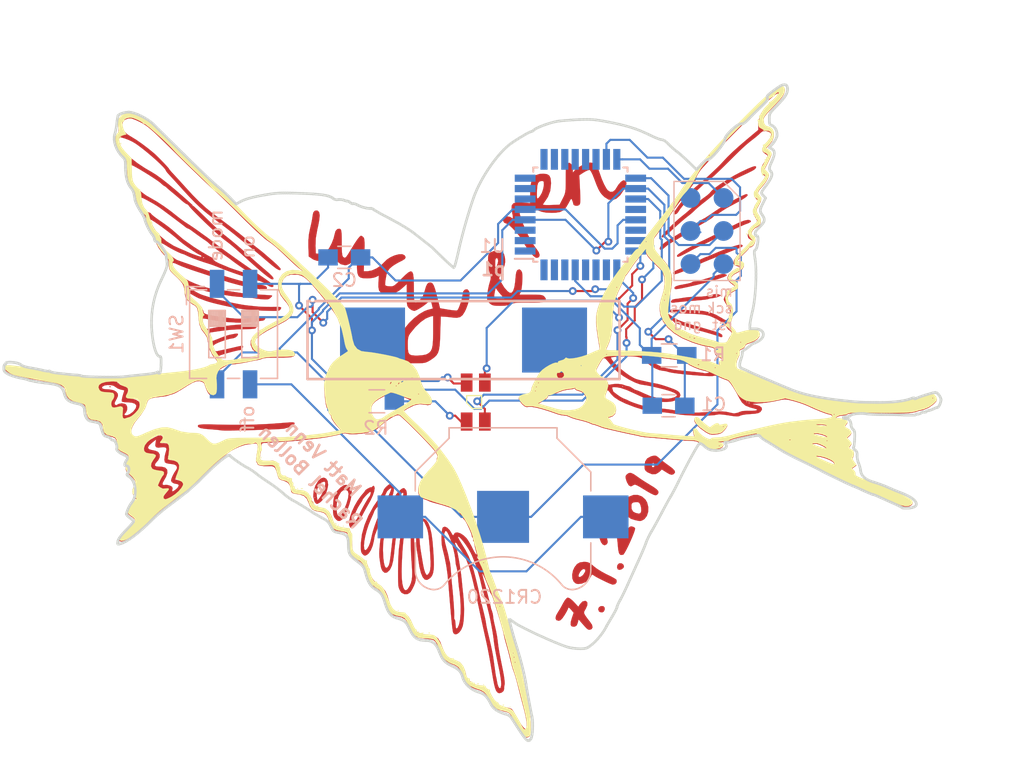
<source format=kicad_pcb>
(kicad_pcb (version 20170922) (host pcbnew no-vcs-found-537804b~60~ubuntu14.04.1)
  (layers (0 F.Cu signal) (31 B.Cu signal) (34 B.Paste user) (35 F.Paste user) (36 B.SilkS user) (37 F.SilkS user) (38 B.Mask user) (39 F.Mask user) (44 Edge.Cuts user))
  (layers (0 F.Cu signal) (31 B.Cu signal) (34 B.Paste user) (35 F.Paste user) (36 B.SilkS user) (37 F.SilkS user) (38 B.Mask user) (39 F.Mask user) (44 Edge.Cuts user))
  (net 0 "")
  (net 1 "Net-(BT1-Pad1)")
  (net 2 "Net-(U1-Pad1)")
  (net 3 "Net-(U1-Pad2)")
  (net 4 "Net-(U1-Pad3)")
  (net 5 "Net-(U1-Pad6)")
  (net 6 "Net-(U1-Pad7)")
  (net 7 "Net-(U1-Pad8)")
  (net 8 "Net-(U1-Pad9)")
  (net 9 "Net-(U1-Pad10)")
  (net 10 "Net-(U1-Pad11)")
  (net 11 "Net-(U1-Pad12)")
  (net 12 "Net-(U1-Pad13)")
  (net 13 "Net-(U1-Pad14)")
  (net 14 "Net-(U1-Pad20)")
  (net 15 "Net-(U1-Pad22)")
  (net 16 "Net-(U1-Pad26)")
  (net 17 "Net-(U1-Pad27)")
  (net 18 "Net-(U1-Pad28)")
  (net 19 "Net-(U1-Pad30)")
  (net 20 "Net-(U1-Pad31)")
  (net 21 "Net-(U1-Pad32)")
  (net 22 GND)
  (net 23 /reset)
  (net 24 VCC)
  (net 25 /miso)
  (net 26 "Net-(J1-Pad2)")
  (net 27 /sck)
  (net 28 /mosi)
  (net 29 /r1)
  (net 30 "Net-(R2-Pad1)")
  (net 31 /g1)
  (net 32 /b1)
  (net 33 /mode)
  (module fp:copper (layer F.Cu) (at 146.55 81.4)
    (fp_text reference G*** hide)
    (fp_text value copper hide)
    (fp_poly (pts (xy 18.743864 -16.859167) (xy 18.740646 -16.81646) (xy 18.701919 -16.738776) (xy 18.602173 -16.651572) (xy 18.421221 -16.54295) (xy 18.138877 -16.401013) (xy 17.734953 -16.213865) (xy 17.662769 -16.181221) (xy 17.350834 -16.033947) (xy 17.063407 -15.887016) (xy 16.855577 -15.768781) (xy 16.833082 -15.754214) (xy 16.419272 -15.476697) (xy 16.114253 -15.268039) (xy 15.895789 -15.11187) (xy 15.741644 -14.991821) (xy 15.629581 -14.891521) (xy 15.552615 -14.811563) (xy 15.402279 -14.666931) (xy 15.167514 -14.464333) (xy 14.889518 -14.238814) (xy 14.771077 -14.146689) (xy 14.493788 -13.927988) (xy 14.248685 -13.723964) (xy 14.073876 -13.566773) (xy 14.028615 -13.52024) (xy 13.880364 -13.376657) (xy 13.660187 -13.189865) (xy 13.481538 -13.050307) (xy 13.266576 -12.879123) (xy 12.9768 -12.634781) (xy 12.651489 -12.350965) (xy 12.354436 -12.083808) (xy 12.020778 -11.782209) (xy 11.783875 -11.578874) (xy 11.627992 -11.463538) (xy 11.537396 -11.425936) (xy 11.496352 -11.455803) (xy 11.488615 -11.518958) (xy 11.543676 -11.618619) (xy 11.693078 -11.797329) (xy 11.913151 -12.031643) (xy 12.180225 -12.298115) (xy 12.470629 -12.573297) (xy 12.760694 -12.833745) (xy 13.026749 -13.056011) (xy 13.090834 -13.106005) (xy 13.354803 -13.320155) (xy 13.658843 -13.584392) (xy 13.910259 -13.816212) (xy 14.193023 -14.06996) (xy 14.50418 -14.323383) (xy 14.750741 -14.503706) (xy 14.98044 -14.672191) (xy 15.160202 -14.830187) (xy 15.238438 -14.924466) (xy 15.3562 -15.057325) (xy 15.585979 -15.246235) (xy 15.901668 -15.474071) (xy 16.27716 -15.723714) (xy 16.686348 -15.978042) (xy 17.103125 -16.219932) (xy 17.501385 -16.432263) (xy 17.645588 -16.503143) (xy 18.077467 -16.704679) (xy 18.387495 -16.836546) (xy 18.591412 -16.903247) (xy 18.704955 -16.909287) (xy 18.743864 -16.859167)) (layer F.Cu) (width 0.01))
    (fp_poly (pts (xy 18.091469 -14.715683) (xy 18.082803 -14.656456) (xy 17.983797 -14.552159) (xy 17.749045 -14.39104) (xy 17.386436 -14.177931) (xy 16.903858 -13.917662) (xy 16.724923 -13.824968) (xy 16.445427 -13.667321) (xy 16.139842 -13.474658) (xy 16.012205 -13.387092) (xy 15.805097 -13.246536) (xy 15.64855 -13.153099) (xy 15.590974 -13.129846) (xy 15.497718 -13.075474) (xy 15.444 -13.01703) (xy 15.338432 -12.928544) (xy 15.133168 -12.791514) (xy 14.866434 -12.630946) (xy 14.771077 -12.576853) (xy 14.418369 -12.372683) (xy 14.012919 -12.127207) (xy 13.631273 -11.886957) (xy 13.559692 -11.840461) (xy 13.208057 -11.616581) (xy 12.830513 -11.385954) (xy 12.495599 -11.190228) (xy 12.422312 -11.149287) (xy 12.140729 -10.981281) (xy 11.891173 -10.809994) (xy 11.726845 -10.671996) (xy 11.724843 -10.669879) (xy 11.550019 -10.52307) (xy 11.410848 -10.47626) (xy 11.337179 -10.536444) (xy 11.332308 -10.577888) (xy 11.373148 -10.710821) (xy 11.504952 -10.866011) (xy 11.741639 -11.05509) (xy 12.097134 -11.289693) (xy 12.411838 -11.479982) (xy 12.767043 -11.692648) (xy 13.110009 -11.903142) (xy 13.39665 -12.084131) (xy 13.554184 -12.18821) (xy 13.756697 -12.32131) (xy 13.905654 -12.407787) (xy 13.953209 -12.426461) (xy 14.042556 -12.46685) (xy 14.215375 -12.570567) (xy 14.353353 -12.660923) (xy 14.554894 -12.791859) (xy 14.700338 -12.876962) (xy 14.744638 -12.895384) (xy 14.822386 -12.937358) (xy 15.001128 -13.051521) (xy 15.253937 -13.220238) (xy 15.541797 -13.41749) (xy 15.861733 -13.628649) (xy 16.233692 -13.857359) (xy 16.630526 -14.088819) (xy 17.025085 -14.308227) (xy 17.39022 -14.500781) (xy 17.698781 -14.651679) (xy 17.923619 -14.746119) (xy 18.024533 -14.771077) (xy 18.091469 -14.715683)) (layer F.Cu) (width 0.01))
    (fp_poly (pts (xy 18.222877 -12.774018) (xy 18.349016 -12.705476) (xy 18.325828 -12.625011) (xy 18.151081 -12.529871) (xy 17.971456 -12.464233) (xy 17.779355 -12.388098) (xy 17.477279 -12.253412) (xy 17.093963 -12.073678) (xy 16.658142 -11.862397) (xy 16.198553 -11.63307) (xy 16.149418 -11.608153) (xy 15.708022 -11.385418) (xy 15.305959 -11.185275) (xy 14.966994 -11.019336) (xy 14.714893 -10.899212) (xy 14.573421 -10.836513) (xy 14.560631 -10.83193) (xy 14.429034 -10.775511) (xy 14.194955 -10.661468) (xy 13.893082 -10.50712) (xy 13.601531 -10.353113) (xy 13.225289 -10.153612) (xy 12.964679 -10.023224) (xy 12.79883 -9.954911) (xy 12.706871 -9.941636) (xy 12.667931 -9.976363) (xy 12.660923 -10.03598) (xy 12.724834 -10.113916) (xy 12.891862 -10.239132) (xy 13.124944 -10.389749) (xy 13.387023 -10.543889) (xy 13.641037 -10.679674) (xy 13.849926 -10.775226) (xy 13.97 -10.808783) (xy 14.060974 -10.851181) (xy 14.067692 -10.874237) (xy 14.133463 -10.937009) (xy 14.303123 -11.032861) (xy 14.467752 -11.109294) (xy 14.728883 -11.228271) (xy 15.087858 -11.400807) (xy 15.504584 -11.606933) (xy 15.938971 -11.826683) (xy 16.350929 -12.040086) (xy 16.568615 -12.155677) (xy 16.751368 -12.250577) (xy 16.86785 -12.304934) (xy 16.881231 -12.30923) (xy 16.969225 -12.346896) (xy 17.137755 -12.431872) (xy 17.183193 -12.455877) (xy 17.525961 -12.617412) (xy 17.845048 -12.730127) (xy 18.100371 -12.781759) (xy 18.222877 -12.774018)) (layer F.Cu) (width 0.01))
    (fp_poly (pts (xy 17.597165 -10.882747) (xy 17.71562 -10.819838) (xy 17.68198 -10.734941) (xy 17.498516 -10.630612) (xy 17.306907 -10.556017) (xy 17.018452 -10.449637) (xy 16.74126 -10.339899) (xy 16.644861 -10.298973) (xy 16.461794 -10.223139) (xy 16.174211 -10.109411) (xy 15.824154 -9.974231) (xy 15.513538 -9.856491) (xy 15.119456 -9.702574) (xy 14.730245 -9.540469) (xy 14.397848 -9.392317) (xy 14.218854 -9.304613) (xy 13.929708 -9.161908) (xy 13.592107 -9.00968) (xy 13.242389 -8.862578) (xy 12.916891 -8.735251) (xy 12.651948 -8.64235) (xy 12.4839 -8.598524) (xy 12.463504 -8.596923) (xy 12.361084 -8.654883) (xy 12.348308 -8.703536) (xy 12.415436 -8.789782) (xy 12.586981 -8.892984) (xy 12.719538 -8.949979) (xy 12.939268 -9.039975) (xy 13.255575 -9.178754) (xy 13.624499 -9.346676) (xy 13.967677 -9.507674) (xy 14.306072 -9.667144) (xy 14.592046 -9.798555) (xy 14.796869 -9.888944) (xy 14.891813 -9.925346) (xy 14.893712 -9.925538) (xy 14.991734 -9.954889) (xy 15.166004 -10.026591) (xy 15.189112 -10.036948) (xy 15.689901 -10.255434) (xy 16.179541 -10.454368) (xy 16.634027 -10.625318) (xy 17.02935 -10.759852) (xy 17.341505 -10.849537) (xy 17.546484 -10.885943) (xy 17.597165 -10.882747)) (layer F.Cu) (width 0.01))
    (fp_poly (pts (xy 16.459135 -8.573306) (xy 16.490462 -8.516026) (xy 16.418332 -8.460332) (xy 16.217552 -8.375564) (xy 15.911537 -8.268823) (xy 15.523699 -8.147211) (xy 15.077453 -8.017828) (xy 14.596213 -7.887777) (xy 14.103393 -7.764158) (xy 13.716 -7.674548) (xy 13.2556 -7.574139) (xy 12.925363 -7.50668) (xy 12.703399 -7.468913) (xy 12.567814 -7.457576) (xy 12.496717 -7.469408) (xy 12.473726 -7.489522) (xy 12.465431 -7.592966) (xy 12.586067 -7.681633) (xy 12.845469 -7.760287) (xy 13.151622 -7.817938) (xy 13.443214 -7.872016) (xy 13.670166 -7.927558) (xy 13.792055 -7.974306) (xy 13.801004 -7.982776) (xy 13.90355 -8.036024) (xy 14.019306 -8.049846) (xy 14.202384 -8.072972) (xy 14.450429 -8.13099) (xy 14.542232 -8.157911) (xy 14.853046 -8.251776) (xy 15.180281 -8.346082) (xy 15.24 -8.362661) (xy 15.530425 -8.448401) (xy 15.814178 -8.54106) (xy 15.874667 -8.562537) (xy 16.107426 -8.617882) (xy 16.318262 -8.620262) (xy 16.459135 -8.573306)) (layer F.Cu) (width 0.01))
    (fp_poly (pts (xy 15.850852 -7.053894) (xy 15.885374 -7.041689) (xy 16.054824 -6.979006) (xy 15.893292 -6.892556) (xy 15.707972 -6.825584) (xy 15.46429 -6.774188) (xy 15.427265 -6.76924) (xy 15.234894 -6.743334) (xy 15.129551 -6.724065) (xy 15.122769 -6.720822) (xy 15.046516 -6.68692) (xy 14.825197 -6.64948) (xy 14.469976 -6.609969) (xy 13.992013 -6.569854) (xy 13.950462 -6.566783) (xy 13.541183 -6.534341) (xy 13.13529 -6.497979) (xy 12.790966 -6.463098) (xy 12.633401 -6.444516) (xy 12.37917 -6.415789) (xy 12.245702 -6.418463) (xy 12.199436 -6.459102) (xy 12.20364 -6.52857) (xy 12.288779 -6.643154) (xy 12.500821 -6.696423) (xy 12.5047 -6.696781) (xy 12.743539 -6.725761) (xy 13.046573 -6.77182) (xy 13.208 -6.799652) (xy 13.524116 -6.84015) (xy 13.902339 -6.865073) (xy 14.184923 -6.86932) (xy 14.526382 -6.879228) (xy 14.862699 -6.913393) (xy 15.083388 -6.955602) (xy 15.392988 -7.035666) (xy 15.595577 -7.075675) (xy 15.733937 -7.08022) (xy 15.850852 -7.053894)) (layer F.Cu) (width 0.01))
    (fp_poly (pts (xy 14.324617 2.503353) (xy 14.466665 2.637693) (xy 14.662402 2.831562) (xy 14.891647 3.019382) (xy 14.916204 3.03698) (xy 15.178561 3.221345) (xy 15.254459 3.165231) (xy 16.177846 3.165231) (xy 16.216923 3.204308) (xy 16.256 3.165231) (xy 16.216923 3.126154) (xy 16.177846 3.165231) (xy 15.254459 3.165231) (xy 15.4015 3.056519) (xy 15.610865 2.933541) (xy 15.774942 2.894843) (xy 15.860099 2.946049) (xy 15.865231 2.978962) (xy 15.927061 3.030616) (xy 16.041077 3.013036) (xy 16.334755 2.946611) (xy 16.496962 2.964631) (xy 16.527556 3.0669) (xy 16.426396 3.253226) (xy 16.316183 3.389588) (xy 16.14061 3.567953) (xy 15.96994 3.66431) (xy 15.735086 3.712299) (xy 15.630769 3.723346) (xy 15.355317 3.736897) (xy 15.152938 3.700645) (xy 14.943413 3.59534) (xy 14.849231 3.53581) (xy 14.434746 3.236773) (xy 14.15176 2.964809) (xy 14.007451 2.727514) (xy 13.989538 2.625875) (xy 14.0352 2.465532) (xy 14.155324 2.4249) (xy 14.324617 2.503353)) (layer F.Cu) (width 0.01))
    (fp_poly (pts (xy -30.896821 0.026052) (xy -30.907549 0.072514) (xy -30.948923 0.078154) (xy -31.013253 0.049559) (xy -31.001026 0.026052) (xy -30.908275 0.016698) (xy -30.896821 0.026052)) (layer F.Cu) (width 0.01))
    (fp_poly (pts (xy -16.804459 2.805041) (xy -16.759643 2.83605) (xy -16.750658 2.854861) (xy -16.793039 2.953096) (xy -16.957355 3.065342) (xy -17.21222 3.175184) (xy -17.526252 3.266212) (xy -17.545538 3.270551) (xy -17.693755 3.288685) (xy -17.965253 3.307772) (xy -18.336797 3.327188) (xy -18.785146 3.346312) (xy -19.287064 3.364518) (xy -19.819311 3.381183) (xy -20.358649 3.395685) (xy -20.881841 3.407398) (xy -21.365647 3.415701) (xy -21.786829 3.419969) (xy -22.12215 3.419578) (xy -22.34837 3.413906) (xy -22.442252 3.402329) (xy -22.442712 3.40195) (xy -22.526902 3.386436) (xy -22.732589 3.364428) (xy -23.025277 3.339313) (xy -23.250769 3.322582) (xy -23.679021 3.284303) (xy -23.967687 3.236267) (xy -24.133429 3.17305) (xy -24.192909 3.089231) (xy -24.181885 3.019565) (xy -24.122989 2.981555) (xy -23.969912 2.957469) (xy -23.705962 2.94643) (xy -23.314444 2.947559) (xy -22.955607 2.955119) (xy -21.759881 2.977363) (xy -20.681935 2.978142) (xy -19.684615 2.956652) (xy -18.730766 2.912093) (xy -17.783233 2.843662) (xy -17.78 2.843389) (xy -17.36606 2.810009) (xy -17.082361 2.792303) (xy -16.903597 2.790553) (xy -16.804459 2.805041)) (layer F.Cu) (width 0.01))
    (fp_poly (pts (xy -14.332999 7.115312) (xy -14.214211 7.300686) (xy -14.177654 7.582872) (xy -14.191909 7.721221) (xy -14.247944 7.963165) (xy -14.331614 8.215391) (xy -14.424669 8.432974) (xy -14.508857 8.570992) (xy -14.547692 8.596923) (xy -14.590117 8.6443) (xy -14.57956 8.668819) (xy -14.604559 8.756787) (xy -14.717147 8.879437) (xy -14.868589 8.99498) (xy -15.010149 9.06163) (xy -15.04261 9.065847) (xy -15.140542 9.00211) (xy -15.227455 8.866785) (xy -15.302216 8.557847) (xy -15.24 8.557847) (xy -15.200923 8.596923) (xy -15.161846 8.557847) (xy -15.200923 8.51877) (xy -15.24 8.557847) (xy -15.302216 8.557847) (xy -15.316972 8.496873) (xy -15.297799 8.197549) (xy -15.062119 8.197549) (xy -15.04741 8.491868) (xy -14.990969 8.792308) (xy -14.817352 8.574727) (xy -14.683842 8.364982) (xy -14.552925 8.094183) (xy -14.511635 7.988573) (xy -14.40854 7.650983) (xy -14.387902 7.440255) (xy -14.449439 7.35064) (xy -14.480149 7.346462) (xy -14.688613 7.418221) (xy -14.867355 7.608744) (xy -14.997988 7.880898) (xy -15.062119 8.197549) (xy -15.297799 8.197549) (xy -15.290116 8.077605) (xy -15.155236 7.653843) (xy -14.93336 7.286335) (xy -14.717513 7.093509) (xy -14.50908 7.041377) (xy -14.332999 7.115312)) (layer F.Cu) (width 0.01))
    (fp_poly (pts (xy -12.564828 7.716229) (xy -12.50716 7.773599) (xy -12.403844 7.904074) (xy -12.359115 8.04299) (xy -12.36125 8.247533) (xy -12.377714 8.405003) (xy -12.437799 8.722551) (xy -12.542227 9.092109) (xy -12.675125 9.471781) (xy -12.820623 9.819667) (xy -12.962848 10.093869) (xy -13.073463 10.241663) (xy -13.265813 10.373785) (xy -13.43065 10.365263) (xy -13.554622 10.271137) (xy -13.679438 10.123705) (xy -13.756321 9.958737) (xy -13.794346 9.736796) (xy -13.800184 9.511351) (xy -13.527262 9.511351) (xy -13.485794 9.808019) (xy -13.4411 9.928084) (xy -13.338386 10.029239) (xy -13.217367 9.979667) (xy -13.076094 9.7779) (xy -12.979651 9.580605) (xy -12.765161 9.048945) (xy -12.638896 8.616871) (xy -12.60161 8.291164) (xy -12.65406 8.078609) (xy -12.797001 7.985988) (xy -12.801994 7.985232) (xy -13.005963 8.008255) (xy -13.182397 8.151541) (xy -13.349364 8.431251) (xy -13.3833 8.505185) (xy -13.473671 8.802218) (xy -13.52244 9.156845) (xy -13.527262 9.511351) (xy -13.800184 9.511351) (xy -13.80259 9.418445) (xy -13.798413 9.211917) (xy -13.760826 8.741051) (xy -13.666788 8.379367) (xy -13.49858 8.084614) (xy -13.238479 7.814539) (xy -13.197669 7.779608) (xy -12.957985 7.620786) (xy -12.758165 7.599756) (xy -12.564828 7.716229)) (layer F.Cu) (width 0.01))
    (fp_poly (pts (xy -10.636092 7.698807) (xy -10.594104 7.843324) (xy -10.630975 8.090291) (xy -10.738399 8.412408) (xy -10.90807 8.782377) (xy -11.037434 9.01792) (xy -11.238556 9.372655) (xy -11.451008 9.763713) (xy -11.625027 10.099044) (xy -11.811109 10.42379) (xy -12.009104 10.691672) (xy -12.194439 10.873864) (xy -12.342538 10.941537) (xy -12.343217 10.941539) (xy -12.437044 10.893154) (xy -12.488985 10.847754) (xy -12.565268 10.668367) (xy -12.559702 10.416134) (xy -12.270154 10.416134) (xy -12.264253 10.526123) (xy -12.224532 10.529666) (xy -12.117968 10.422613) (xy -12.091331 10.393663) (xy -11.936165 10.180482) (xy -11.807894 9.933757) (xy -11.804607 9.925539) (xy -11.721934 9.744889) (xy -11.59317 9.494509) (xy -11.439598 9.212236) (xy -11.282502 8.935904) (xy -11.143163 8.703348) (xy -11.042867 8.552404) (xy -11.013264 8.51877) (xy -10.946673 8.418344) (xy -10.902704 8.275049) (xy -10.89714 8.157761) (xy -10.923718 8.128) (xy -11.012273 8.181128) (xy -11.164399 8.317738) (xy -11.283827 8.440616) (xy -11.434888 8.611437) (xy -11.521912 8.724986) (xy -11.530352 8.753231) (xy -11.547019 8.809494) (xy -11.636003 8.953717) (xy -11.720047 9.074067) (xy -11.890881 9.351553) (xy -12.051803 9.683536) (xy -12.181379 10.017724) (xy -12.258175 10.301825) (xy -12.270154 10.416134) (xy -12.559702 10.416134) (xy -12.559122 10.389868) (xy -12.48077 10.039032) (xy -12.340434 9.642635) (xy -12.148336 9.227453) (xy -11.914698 8.820261) (xy -11.649743 8.447836) (xy -11.510624 8.285107) (xy -11.389712 8.141813) (xy -11.332922 8.052163) (xy -11.332308 8.047957) (xy -11.277099 7.982783) (xy -11.148152 7.896451) (xy -11.000484 7.818983) (xy -10.889112 7.780399) (xy -10.862188 7.791428) (xy -10.828948 7.792461) (xy -10.787288 7.737884) (xy -10.691971 7.668456) (xy -10.636092 7.698807)) (layer F.Cu) (width 0.01))
    (fp_poly (pts (xy -9.192417 7.567381) (xy -9.120719 7.743794) (xy -9.119178 8.005879) (xy -9.18611 8.327506) (xy -9.319829 8.682543) (xy -9.425486 8.890207) (xy -9.597221 9.202513) (xy -9.775274 9.536244) (xy -9.945348 9.863281) (xy -10.093145 10.155506) (xy -10.204366 10.384802) (xy -10.264714 10.523051) (xy -10.269892 10.55077) (xy -10.279122 10.615914) (xy -10.326856 10.778885) (xy -10.39715 10.990993) (xy -10.474061 11.203545) (xy -10.525784 11.332308) (xy -10.562717 11.420419) (xy -10.58773 11.501325) (xy -10.61218 11.624571) (xy -10.647424 11.839698) (xy -10.65973 11.916628) (xy -10.74967 12.286705) (xy -10.885508 12.616856) (xy -11.046736 12.864804) (xy -11.171117 12.970926) (xy -11.321866 13.040119) (xy -11.419042 13.021831) (xy -11.52211 12.928879) (xy -11.59612 12.83426) (xy -11.639996 12.70812) (xy -11.658999 12.514544) (xy -11.658509 12.275284) (xy -11.421824 12.275284) (xy -11.401274 12.516075) (xy -11.352999 12.614181) (xy -11.267306 12.610419) (xy -11.155191 12.492266) (xy -11.040025 12.293494) (xy -10.945177 12.047879) (xy -10.934059 12.008756) (xy -10.869452 11.754841) (xy -10.819201 11.53249) (xy -10.811497 11.49281) (xy -10.734961 11.183367) (xy -10.608093 10.78365) (xy -10.449442 10.343695) (xy -10.277558 9.91354) (xy -10.11099 9.543221) (xy -10.03157 9.388981) (xy -9.740503 8.850605) (xy -9.528938 8.436077) (xy -9.392804 8.137155) (xy -9.337965 7.9846) (xy -9.30981 7.862204) (xy -9.350476 7.850267) (xy -9.480881 7.930098) (xy -9.643209 8.093114) (xy -9.727214 8.261343) (xy -9.821129 8.484157) (xy -9.99849 8.778766) (xy -10.233434 9.10523) (xy -10.425289 9.339385) (xy -10.55475 9.501355) (xy -10.624777 9.613818) (xy -10.628828 9.62948) (xy -10.65971 9.721922) (xy -10.741612 9.917831) (xy -10.858564 10.179445) (xy -10.893272 10.254711) (xy -11.063963 10.669199) (xy -11.207921 11.108053) (xy -11.31939 11.54172) (xy -11.39261 11.940648) (xy -11.421824 12.275284) (xy -11.658509 12.275284) (xy -11.65839 12.217614) (xy -11.652948 12.035693) (xy -11.569717 11.385637) (xy -11.371335 10.682017) (xy -11.071724 9.959427) (xy -10.684807 9.252461) (xy -10.315844 8.713541) (xy -10.134293 8.458112) (xy -9.997712 8.236304) (xy -9.929311 8.086798) (xy -9.925538 8.063111) (xy -9.866725 7.926849) (xy -9.723528 7.757918) (xy -9.545811 7.603711) (xy -9.38344 7.51162) (xy -9.335961 7.50277) (xy -9.192417 7.567381)) (layer F.Cu) (width 0.01))
    (fp_poly (pts (xy -8.297669 7.867276) (xy -8.156353 8.042871) (xy -8.114406 8.306167) (xy -8.177178 8.619997) (xy -8.185945 8.64372) (xy -8.393159 9.206311) (xy -8.561919 9.715922) (xy -8.699259 10.20532) (xy -8.812214 10.707272) (xy -8.907821 11.254543) (xy -8.993112 11.879902) (xy -9.075124 12.616113) (xy -9.107159 12.934462) (xy -9.17539 13.438068) (xy -9.272031 13.815169) (xy -9.405246 14.094252) (xy -9.462553 14.174721) (xy -9.651835 14.343313) (xy -9.82902 14.361087) (xy -9.983276 14.227244) (xy -9.991915 14.213817) (xy -10.050075 14.110185) (xy -10.094371 13.992937) (xy -10.133069 13.826613) (xy -10.174433 13.575757) (xy -10.226194 13.208835) (xy -10.242311 12.879734) (xy -10.230097 12.60559) (xy -9.957818 12.60559) (xy -9.956891 12.663317) (xy -9.931616 13.193457) (xy -9.884006 13.593228) (xy -9.816008 13.857393) (xy -9.729568 13.980718) (xy -9.62663 13.957965) (xy -9.527338 13.819345) (xy -9.49278 13.741263) (xy -9.461413 13.631709) (xy -9.429915 13.468855) (xy -9.394965 13.230876) (xy -9.353241 12.895942) (xy -9.301422 12.442228) (xy -9.258512 12.05278) (xy -9.210737 11.678129) (xy -9.141013 11.209088) (xy -9.058817 10.704383) (xy -8.973626 10.222741) (xy -8.911544 9.902564) (xy -8.837428 9.622507) (xy -8.725148 9.285985) (xy -8.630575 9.042872) (xy -8.475963 8.647027) (xy -8.39468 8.371674) (xy -8.386075 8.220877) (xy -8.449499 8.198701) (xy -8.584304 8.309211) (xy -8.722183 8.469436) (xy -8.842937 8.640096) (xy -8.959872 8.85268) (xy -9.085382 9.134811) (xy -9.23186 9.514112) (xy -9.392987 9.964616) (xy -9.493627 10.24725) (xy -9.585653 10.497178) (xy -9.636637 10.628923) (xy -9.711353 10.866034) (xy -9.747027 11.038703) (xy -9.785667 11.245722) (xy -9.846971 11.516083) (xy -9.874847 11.627251) (xy -9.919608 11.888866) (xy -9.949077 12.237854) (xy -9.957818 12.60559) (xy -10.230097 12.60559) (xy -10.222973 12.44571) (xy -10.173877 11.952634) (xy -10.100717 11.446375) (xy -10.009187 10.972806) (xy -9.904982 10.577798) (xy -9.896204 10.55077) (xy -9.657813 9.855888) (xy -9.444929 9.295622) (xy -9.249088 8.852016) (xy -9.061823 8.507113) (xy -8.874667 8.242958) (xy -8.738874 8.096176) (xy -8.536171 7.918535) (xy -8.399373 7.847595) (xy -8.297669 7.867276)) (layer F.Cu) (width 0.01))
    (fp_poly (pts (xy -6.647818 10.284397) (xy -6.483413 10.513541) (xy -6.3417 10.86605) (xy -6.22832 11.333687) (xy -6.148912 11.908218) (xy -6.140836 11.996616) (xy -6.08422 12.705378) (xy -6.049951 13.276966) (xy -6.039329 13.729093) (xy -6.053654 14.079468) (xy -6.094227 14.345804) (xy -6.162346 14.54581) (xy -6.259311 14.697199) (xy -6.345417 14.784048) (xy -6.557831 14.910524) (xy -6.737488 14.885438) (xy -6.895762 14.707177) (xy -6.89653 14.705879) (xy -7.035873 14.376805) (xy -7.151365 13.907234) (xy -7.228636 13.403385) (xy -7.274817 13.070411) (xy -7.332205 12.716588) (xy -7.349358 12.621847) (xy -7.379633 12.369297) (xy -7.399545 12.018684) (xy -7.406417 11.628063) (xy -7.404116 11.435509) (xy -7.400475 11.334575) (xy -7.157721 11.334575) (xy -7.148438 11.741398) (xy -7.113432 12.200367) (xy -7.06139 12.604615) (xy -6.999691 12.974908) (xy -6.937492 13.350166) (xy -6.887377 13.654441) (xy -6.883697 13.676923) (xy -6.805247 14.064088) (xy -6.716159 14.347886) (xy -6.623821 14.508143) (xy -6.568864 14.536616) (xy -6.482019 14.474067) (xy -6.382032 14.32347) (xy -6.381123 14.321693) (xy -6.326777 14.147401) (xy -6.298283 13.878448) (xy -6.29554 13.499979) (xy -6.318443 12.997138) (xy -6.36689 12.355069) (xy -6.367468 12.348308) (xy -6.411483 11.860928) (xy -6.451423 11.49836) (xy -6.492882 11.229406) (xy -6.541454 11.02287) (xy -6.602734 10.847554) (xy -6.659535 10.719611) (xy -6.82011 10.380452) (xy -6.983383 10.543725) (xy -7.068776 10.65483) (xy -7.120447 10.804792) (xy -7.147371 11.03432) (xy -7.157721 11.334575) (xy -7.400475 11.334575) (xy -7.390311 11.052832) (xy -7.365669 10.789348) (xy -7.323504 10.607998) (xy -7.25713 10.471721) (xy -7.220796 10.419509) (xy -7.02215 10.229145) (xy -6.829277 10.186853) (xy -6.647818 10.284397)) (layer F.Cu) (width 0.01))
    (fp_poly (pts (xy -7.502119 8.712236) (xy -7.393992 8.852138) (xy -7.370385 8.909539) (xy -7.321517 9.078308) (xy -7.349983 9.141977) (xy -7.372789 9.145197) (xy -7.406134 9.17365) (xy -7.355987 9.214613) (xy -7.285628 9.310772) (xy -7.293974 9.356763) (xy -7.339454 9.482838) (xy -7.378131 9.658577) (xy -7.411376 9.854535) (xy -7.459849 10.139103) (xy -7.507078 10.415696) (xy -7.544438 10.758473) (xy -7.561597 11.234945) (xy -7.558491 11.849753) (xy -7.535056 12.607537) (xy -7.49123 13.512937) (xy -7.456276 14.110222) (xy -7.435246 14.502303) (xy -7.431826 14.780084) (xy -7.449894 14.984966) (xy -7.493328 15.158351) (xy -7.566006 15.341642) (xy -7.573135 15.357828) (xy -7.694559 15.60539) (xy -7.815442 15.809975) (xy -7.86956 15.881914) (xy -8.069158 15.999005) (xy -8.309584 16.00562) (xy -8.521694 15.902363) (xy -8.5481 15.876) (xy -8.663502 15.696371) (xy -8.753333 15.474104) (xy -8.774767 15.312965) (xy -8.788553 15.028528) (xy -8.795112 14.653597) (xy -8.794871 14.23425) (xy -8.526075 14.23425) (xy -8.512118 14.766101) (xy -8.468601 15.186953) (xy -8.398137 15.489438) (xy -8.303337 15.666186) (xy -8.186813 15.709828) (xy -8.051177 15.612994) (xy -7.899041 15.368316) (xy -7.888383 15.346582) (xy -7.79998 15.133573) (xy -7.742418 14.906148) (xy -7.713602 14.633964) (xy -7.711434 14.286678) (xy -7.73382 13.833949) (xy -7.759539 13.481539) (xy -7.794493 12.911241) (xy -7.815135 12.298566) (xy -7.821707 11.67928) (xy -7.814454 11.089149) (xy -7.793621 10.563939) (xy -7.75945 10.139417) (xy -7.735536 9.964616) (xy -7.668585 9.52999) (xy -7.638686 9.231589) (xy -7.645269 9.053925) (xy -7.687762 8.981512) (xy -7.699128 8.978467) (xy -7.792236 9.03681) (xy -7.89917 9.205103) (xy -8.001134 9.440431) (xy -8.07933 9.699878) (xy -8.114313 9.92639) (xy -8.136165 10.163193) (xy -8.178246 10.496179) (xy -8.233001 10.867713) (xy -8.257675 11.019693) (xy -8.318323 11.391372) (xy -8.365199 11.709779) (xy -8.401855 12.011558) (xy -8.431847 12.333353) (xy -8.45873 12.711808) (xy -8.486058 13.183569) (xy -8.507861 13.59877) (xy -8.526075 14.23425) (xy -8.794871 14.23425) (xy -8.794863 14.220975) (xy -8.788226 13.763463) (xy -8.775621 13.313865) (xy -8.757469 12.904984) (xy -8.734189 12.569621) (xy -8.713808 12.387385) (xy -8.673654 12.085018) (xy -8.638403 11.777996) (xy -8.636792 11.762154) (xy -8.60359 11.474692) (xy -8.565126 11.195955) (xy -8.562009 11.176) (xy -8.529259 10.960321) (xy -8.484595 10.654915) (xy -8.437536 10.324886) (xy -8.436331 10.316308) (xy -8.332402 9.709964) (xy -8.209907 9.250963) (xy -8.065024 8.931041) (xy -7.89393 8.741929) (xy -7.692801 8.675361) (xy -7.67736 8.675077) (xy -7.502119 8.712236)) (layer F.Cu) (width 0.01))
    (fp_poly (pts (xy 6.246487 -17.146129) (xy 6.43437 -16.991304) (xy 6.59395 -16.711859) (xy 6.71268 -16.382515) (xy 6.870889 -15.931001) (xy 7.048487 -15.523986) (xy 7.226139 -15.202854) (xy 7.328603 -15.064153) (xy 7.523205 -14.936264) (xy 7.729222 -14.95124) (xy 7.911139 -15.102848) (xy 7.955789 -15.174197) (xy 8.147968 -15.481415) (xy 8.340636 -15.704061) (xy 8.511745 -15.820217) (xy 8.610551 -15.825105) (xy 8.745948 -15.729107) (xy 8.775798 -15.57217) (xy 8.699497 -15.334489) (xy 8.588993 -15.120753) (xy 8.300371 -14.693633) (xy 8.00459 -14.421868) (xy 7.702226 -14.305676) (xy 7.393858 -14.345274) (xy 7.080065 -14.540882) (xy 7.07165 -14.548216) (xy 6.896673 -14.717693) (xy 6.751718 -14.903545) (xy 6.618717 -15.138206) (xy 6.479604 -15.454109) (xy 6.316309 -15.883688) (xy 6.294906 -15.942552) (xy 6.168941 -16.258064) (xy 6.052176 -16.49268) (xy 5.960002 -16.616836) (xy 5.937793 -16.628494) (xy 5.808625 -16.601585) (xy 5.608253 -16.508048) (xy 5.4834 -16.433941) (xy 5.145664 -16.216923) (xy 5.199598 -15.119948) (xy 5.219204 -14.675622) (xy 5.226113 -14.361631) (xy 5.218872 -14.152406) (xy 5.196025 -14.022378) (xy 5.156119 -13.94598) (xy 5.13144 -13.921645) (xy 4.990745 -13.868414) (xy 4.826998 -13.877796) (xy 4.709307 -13.939153) (xy 4.689231 -13.989717) (xy 4.663639 -14.106875) (xy 4.610233 -14.265297) (xy 4.563328 -14.375301) (xy 4.519453 -14.398566) (xy 4.455082 -14.318914) (xy 4.346688 -14.120165) (xy 4.317156 -14.063743) (xy 4.119293 -13.731194) (xy 3.915239 -13.513882) (xy 3.665293 -13.389175) (xy 3.329752 -13.334438) (xy 3.022455 -13.325634) (xy 2.559483 -13.346996) (xy 2.235966 -13.411472) (xy 2.139557 -13.451492) (xy 1.918756 -13.530219) (xy 1.755386 -13.498579) (xy 1.575509 -13.462173) (xy 1.267542 -13.486963) (xy 1.11093 -13.513155) (xy 0.846927 -13.554223) (xy 0.648408 -13.570991) (xy 0.561198 -13.560787) (xy 0.535045 -13.434183) (xy 0.575244 -13.197612) (xy 0.670755 -12.876912) (xy 0.810538 -12.497918) (xy 0.983552 -12.086469) (xy 1.178758 -11.668401) (xy 1.385115 -11.26955) (xy 1.591582 -10.915754) (xy 1.787121 -10.632849) (xy 1.840051 -10.567938) (xy 2.025387 -10.302227) (xy 2.095645 -10.083511) (xy 2.049188 -9.930094) (xy 1.903111 -9.86252) (xy 1.776414 -9.887516) (xy 1.6183 -10.008283) (xy 1.406183 -10.242804) (xy 1.36945 -10.287508) (xy 1.149826 -10.578981) (xy 0.941181 -10.892083) (xy 0.804447 -11.129752) (xy 0.657222 -11.370777) (xy 0.451516 -11.644389) (xy 0.214282 -11.921706) (xy -0.027529 -12.173847) (xy -0.246968 -12.371934) (xy -0.417082 -12.487085) (xy -0.478561 -12.504615) (xy -0.636399 -12.569672) (xy -0.720862 -12.723467) (xy -0.699691 -12.903934) (xy -0.692874 -12.916941) (xy -0.559136 -13.017875) (xy -0.357531 -13.049481) (xy -0.162777 -13.006474) (xy -0.095087 -12.95921) (xy 0.00477 -12.894854) (xy 0.040371 -12.968034) (xy 0.012546 -13.181343) (xy -0.002454 -13.249271) (xy -0.069345 -13.630369) (xy -0.052671 -13.891541) (xy 0.062862 -14.049795) (xy 0.292553 -14.122138) (xy 0.651696 -14.125578) (xy 0.777524 -14.116512) (xy 1.367692 -14.067293) (xy 1.367692 -14.59352) (xy 1.882816 -14.59352) (xy 1.89698 -14.45732) (xy 1.934295 -14.423909) (xy 2.003084 -14.466594) (xy 2.005309 -14.46843) (xy 2.118591 -14.605782) (xy 2.242996 -14.817552) (xy 2.277131 -14.888307) (xy 2.370176 -15.16435) (xy 2.419007 -15.448296) (xy 2.421053 -15.499191) (xy 2.412641 -15.692139) (xy 2.363107 -15.770567) (xy 2.240561 -15.775992) (xy 2.210937 -15.772729) (xy 2.069689 -15.728172) (xy 1.975102 -15.61693) (xy 1.918201 -15.413958) (xy 1.890009 -15.094215) (xy 1.883483 -14.859199) (xy 1.882816 -14.59352) (xy 1.367692 -14.59352) (xy 1.367692 -14.829493) (xy 1.389974 -15.366459) (xy 1.46369 -15.768132) (xy 1.599147 -16.050018) (xy 1.806648 -16.227623) (xy 2.0965 -16.316453) (xy 2.367698 -16.334153) (xy 2.649367 -16.304368) (xy 2.831255 -16.199499) (xy 2.931542 -15.996279) (xy 2.968406 -15.67144) (xy 2.969846 -15.563489) (xy 2.913669 -15.0255) (xy 2.735044 -14.55526) (xy 2.537582 -14.252959) (xy 2.416229 -14.083231) (xy 2.349232 -13.968876) (xy 2.344615 -13.952515) (xy 2.416595 -13.933301) (xy 2.608253 -13.923566) (xy 2.88317 -13.924715) (xy 2.987107 -13.927762) (xy 3.629599 -13.950461) (xy 3.866338 -14.413901) (xy 3.960538 -14.604751) (xy 4.025726 -14.768082) (xy 4.067236 -14.938919) (xy 4.0904 -15.152288) (xy 4.100554 -15.443214) (xy 4.103032 -15.846723) (xy 4.103077 -15.96843) (xy 4.105284 -16.409507) (xy 4.11386 -16.719791) (xy 4.131735 -16.924756) (xy 4.161837 -17.049879) (xy 4.207098 -17.120635) (xy 4.23838 -17.144896) (xy 4.394862 -17.171436) (xy 4.530638 -17.069606) (xy 4.620711 -16.867287) (xy 4.642949 -16.693649) (xy 4.649894 -16.419346) (xy 4.806332 -16.605095) (xy 5.007036 -16.777794) (xy 5.295084 -16.950423) (xy 5.611694 -17.094355) (xy 5.898087 -17.180965) (xy 6.015248 -17.193846) (xy 6.246487 -17.146129)) (layer F.Cu) (width 0.01))
    (fp_poly (pts (xy -0.885126 -10.383292) (xy -0.728921 -10.297185) (xy -0.647686 -10.147773) (xy -0.58421 -9.911311) (xy -0.565956 -9.781907) (xy -0.558084 -9.540024) (xy -0.595204 -9.314828) (xy -0.69067 -9.047832) (xy -0.779084 -8.848504) (xy -1.029664 -8.304864) (xy -0.857705 -7.962432) (xy -0.627747 -7.580482) (xy -0.378186 -7.297333) (xy -0.217591 -7.181655) (xy -0.07066 -7.172717) (xy 0.051992 -7.31161) (xy 0.147241 -7.591294) (xy 0.211961 -8.00473) (xy 0.227069 -8.183273) (xy 0.258044 -8.531356) (xy 0.297829 -8.754499) (xy 0.354206 -8.884065) (xy 0.414885 -8.940454) (xy 0.544005 -8.980159) (xy 0.657255 -8.894266) (xy 0.676096 -8.870461) (xy 0.736857 -8.750553) (xy 0.767135 -8.568677) (xy 0.770529 -8.289591) (xy 0.760327 -8.045077) (xy 0.733403 -7.716146) (xy 0.693186 -7.430671) (xy 0.647095 -7.237654) (xy 0.633135 -7.204923) (xy 0.541577 -7.033846) (xy 1.430983 -7.033846) (xy 1.827801 -7.030553) (xy 2.098689 -7.017841) (xy 2.273943 -6.991461) (xy 2.383855 -6.947161) (xy 2.449733 -6.890923) (xy 2.558571 -6.749134) (xy 2.553355 -6.645005) (xy 2.452764 -6.527928) (xy 2.378645 -6.477191) (xy 2.258429 -6.442515) (xy 2.066684 -6.421566) (xy 1.777978 -6.412007) (xy 1.366878 -6.411504) (xy 1.200499 -6.412922) (xy 0.732226 -6.414401) (xy 0.393535 -6.406424) (xy 0.157865 -6.386697) (xy -0.001346 -6.352926) (xy -0.110658 -6.302816) (xy -0.116284 -6.299192) (xy -0.30852 -6.22283) (xy -0.609705 -6.18276) (xy -0.923684 -6.174153) (xy -1.244438 -6.179358) (xy -1.454474 -6.202293) (xy -1.599239 -6.253944) (xy -1.724176 -6.345292) (xy -1.757771 -6.375743) (xy -1.87698 -6.49858) (xy -1.936573 -6.617844) (xy -1.949798 -6.786252) (xy -1.938763 -6.936153) (xy -1.397523 -6.936153) (xy -1.39342 -6.809681) (xy -1.340941 -6.746086) (xy -1.201137 -6.723804) (xy -1.009358 -6.72123) (xy -0.611947 -6.72123) (xy -0.931204 -7.083926) (xy -1.10125 -7.288682) (xy -1.220605 -7.454351) (xy -1.259708 -7.533311) (xy -1.27896 -7.545229) (xy -1.31252 -7.44658) (xy -1.350276 -7.281187) (xy -1.382114 -7.09287) (xy -1.397523 -6.936153) (xy -1.938763 -6.936153) (xy -1.929901 -7.056521) (xy -1.92961 -7.059589) (xy -1.880629 -7.404594) (xy -1.805191 -7.760644) (xy -1.754985 -7.938911) (xy -1.682692 -8.188771) (xy -1.666609 -8.37158) (xy -1.706313 -8.565975) (xy -1.750866 -8.703642) (xy -1.817165 -8.98233) (xy -1.862431 -9.332169) (xy -1.867369 -9.437077) (xy -1.325846 -9.437077) (xy -1.321683 -9.204399) (xy -1.306239 -9.108014) (xy -1.268857 -9.127911) (xy -1.211385 -9.222153) (xy -1.124577 -9.449981) (xy -1.096923 -9.632461) (xy -1.132091 -9.804647) (xy -1.211385 -9.847384) (xy -1.283116 -9.808059) (xy -1.318402 -9.670282) (xy -1.325846 -9.437077) (xy -1.867369 -9.437077) (xy -1.875692 -9.613852) (xy -1.870646 -9.905109) (xy -1.846648 -10.083874) (xy -1.790411 -10.193862) (xy -1.688648 -10.278786) (xy -1.669762 -10.291327) (xy -1.427314 -10.389604) (xy -1.144696 -10.42039) (xy -0.885126 -10.383292)) (layer F.Cu) (width 0.01))
    (fp_poly (pts (xy 11.049311 5.363014) (xy 11.193364 5.45663) (xy 11.321009 5.568495) (xy 11.55965 5.768246) (xy 11.846386 5.986862) (xy 11.999669 6.095284) (xy 12.304892 6.322269) (xy 12.472931 6.499597) (xy 12.510108 6.639559) (xy 12.422747 6.754445) (xy 12.358957 6.793685) (xy 12.235434 6.820617) (xy 12.071015 6.768539) (xy 11.852078 6.642559) (xy 11.490856 6.41348) (xy 11.297904 6.606432) (xy 11.039837 6.767665) (xy 10.741662 6.77938) (xy 10.414 6.643934) (xy 10.249592 6.522448) (xy 10.176682 6.383209) (xy 10.160002 6.158136) (xy 10.16 6.153616) (xy 10.171105 6.076462) (xy 10.72118 6.076462) (xy 10.740127 6.219767) (xy 10.824308 6.252308) (xy 10.921042 6.198361) (xy 10.927436 6.076462) (xy 10.878373 5.939022) (xy 10.824308 5.900616) (xy 10.753783 5.967087) (xy 10.72118 6.076462) (xy 10.171105 6.076462) (xy 10.21019 5.804924) (xy 10.368797 5.562734) (xy 10.64787 5.410475) (xy 10.715124 5.390449) (xy 10.911292 5.347241) (xy 11.049311 5.363014)) (layer F.Cu) (width 0.01))
    (fp_poly (pts (xy 9.332692 6.77453) (xy 9.624318 6.975045) (xy 9.634025 6.982361) (xy 9.868327 7.147393) (xy 10.175552 7.348095) (xy 10.49251 7.54329) (xy 10.518068 7.558422) (xy 10.869672 7.774956) (xy 11.096099 7.940718) (xy 11.213236 8.072265) (xy 11.23697 8.186154) (xy 11.202168 8.271321) (xy 11.123716 8.363546) (xy 11.022333 8.397781) (xy 10.874265 8.367219) (xy 10.655761 8.265047) (xy 10.34307 8.084458) (xy 10.16 7.972522) (xy 9.834741 7.774247) (xy 9.613898 7.649864) (xy 9.470143 7.589152) (xy 9.376145 7.58189) (xy 9.304574 7.617856) (xy 9.276194 7.641975) (xy 9.110202 7.71991) (xy 8.957627 7.642999) (xy 8.819845 7.412241) (xy 8.768194 7.274122) (xy 8.704933 7.060598) (xy 8.70311 6.932557) (xy 8.768238 6.829523) (xy 8.812973 6.783062) (xy 8.95555 6.685464) (xy 9.11928 6.680311) (xy 9.332692 6.77453)) (layer F.Cu) (width 0.01))
    (fp_poly (pts (xy 20.820846 -23.003517) (xy 20.929595 -22.880591) (xy 20.945231 -22.781667) (xy 20.927334 -22.597024) (xy 20.863144 -22.41393) (xy 20.736912 -22.208973) (xy 20.532888 -21.958737) (xy 20.235324 -21.639811) (xy 20.049983 -21.450745) (xy 19.736063 -21.127565) (xy 19.520921 -20.88835) (xy 19.388147 -20.711404) (xy 19.32133 -20.575032) (xy 19.304 -20.46451) (xy 19.348058 -20.173698) (xy 19.471031 -19.988143) (xy 19.641073 -19.92923) (xy 19.832503 -19.864212) (xy 20.004078 -19.708349) (xy 20.090397 -19.52317) (xy 20.093875 -19.151729) (xy 19.979946 -18.837468) (xy 19.795346 -18.592473) (xy 19.505155 -18.271265) (xy 19.717193 -18.116806) (xy 19.863246 -17.975777) (xy 19.928945 -17.843893) (xy 19.929231 -17.837176) (xy 19.894859 -17.710197) (xy 19.804118 -17.490408) (xy 19.675573 -17.222175) (xy 19.655687 -17.183419) (xy 19.382144 -16.654833) (xy 19.571498 -16.450516) (xy 19.689424 -16.308398) (xy 19.718745 -16.191068) (xy 19.670031 -16.025509) (xy 19.642806 -15.958023) (xy 19.517074 -15.729015) (xy 19.331207 -15.473221) (xy 19.230076 -15.35723) (xy 18.999652 -15.089886) (xy 18.888346 -14.894175) (xy 18.889207 -14.749323) (xy 18.989634 -14.63846) (xy 19.125104 -14.461992) (xy 19.117982 -14.222066) (xy 18.968258 -13.918432) (xy 18.952308 -13.894596) (xy 18.806142 -13.643755) (xy 18.770833 -13.447386) (xy 18.846408 -13.249742) (xy 18.952687 -13.097219) (xy 19.082077 -12.842953) (xy 19.105567 -12.590094) (xy 19.026798 -12.381596) (xy 18.8827 -12.271545) (xy 18.645926 -12.13762) (xy 18.475756 -11.964513) (xy 18.387622 -11.78409) (xy 18.396954 -11.628214) (xy 18.519187 -11.528752) (xy 18.522462 -11.527692) (xy 18.642701 -11.41853) (xy 18.684168 -11.227927) (xy 18.647717 -11.00895) (xy 18.5342 -10.814666) (xy 18.510626 -10.790978) (xy 18.370184 -10.691946) (xy 18.274228 -10.676511) (xy 18.223735 -10.672985) (xy 18.226766 -10.65427) (xy 18.18391 -10.573485) (xy 18.051592 -10.420284) (xy 17.857224 -10.226044) (xy 17.831978 -10.20235) (xy 17.613718 -9.988649) (xy 17.436188 -9.796355) (xy 17.336803 -9.666072) (xy 17.33533 -9.663377) (xy 17.293569 -9.553764) (xy 17.36197 -9.541248) (xy 17.408338 -9.552192) (xy 17.599717 -9.552446) (xy 17.690746 -9.520666) (xy 17.806982 -9.385846) (xy 17.802201 -9.204941) (xy 17.691997 -9.007816) (xy 17.491966 -8.824337) (xy 17.262947 -8.701412) (xy 17.01426 -8.562535) (xy 16.849279 -8.392679) (xy 16.803077 -8.258088) (xy 16.863661 -8.199503) (xy 17.015032 -8.097475) (xy 17.076615 -8.060201) (xy 17.264009 -7.922078) (xy 17.34083 -7.770846) (xy 17.350154 -7.655425) (xy 17.32856 -7.487872) (xy 17.235752 -7.381688) (xy 17.050361 -7.294279) (xy 16.814815 -7.1586) (xy 16.638285 -6.977819) (xy 16.548984 -6.790046) (xy 16.568494 -6.643273) (xy 16.610655 -6.518716) (xy 16.602984 -6.479151) (xy 16.632821 -6.40981) (xy 16.687468 -6.37973) (xy 16.83678 -6.244757) (xy 16.929301 -6.000281) (xy 16.961076 -5.683905) (xy 16.928146 -5.333234) (xy 16.832574 -5.000695) (xy 16.70438 -4.680304) (xy 16.949113 -4.441032) (xy 17.099612 -4.272658) (xy 17.18587 -4.135023) (xy 17.193846 -4.101998) (xy 17.231776 -4.057042) (xy 17.36161 -4.065968) (xy 17.607414 -4.13122) (xy 17.669732 -4.150349) (xy 18.029842 -4.240094) (xy 18.3781 -4.288382) (xy 18.671104 -4.292048) (xy 18.865449 -4.247928) (xy 18.881009 -4.238649) (xy 18.96516 -4.123379) (xy 19.013521 -3.993686) (xy 18.989263 -3.793554) (xy 18.835375 -3.595206) (xy 18.57706 -3.421818) (xy 18.261548 -3.3023) (xy 18.017919 -3.21624) (xy 17.908536 -3.118581) (xy 17.897231 -3.065434) (xy 17.825853 -2.934267) (xy 17.656142 -2.83496) (xy 17.492722 -2.751423) (xy 17.451863 -2.64981) (xy 17.467238 -2.579537) (xy 17.459702 -2.369805) (xy 17.38064 -2.204019) (xy 17.280306 -1.984281) (xy 17.227695 -1.732941) (xy 17.225128 -1.498614) (xy 17.274921 -1.329915) (xy 17.336507 -1.278467) (xy 17.53308 -1.208657) (xy 17.830262 -1.09298) (xy 18.185683 -0.948718) (xy 18.55697 -0.793153) (xy 18.901751 -0.643569) (xy 18.991385 -0.60348) (xy 19.291953 -0.472047) (xy 19.676118 -0.309909) (xy 20.081822 -0.143075) (xy 20.280923 -0.063011) (xy 20.654536 0.08804) (xy 21.02088 0.239976) (xy 21.326507 0.370464) (xy 21.456292 0.428158) (xy 21.735719 0.540481) (xy 22.00676 0.62531) (xy 22.120599 0.649857) (xy 22.395387 0.705027) (xy 22.664615 0.776243) (xy 22.827817 0.813212) (xy 23.116193 0.86487) (xy 23.499834 0.926415) (xy 23.948826 0.993043) (xy 24.423077 1.058597) (xy 24.892783 1.122347) (xy 25.31299 1.181622) (xy 25.657605 1.23256) (xy 25.900538 1.271299) (xy 26.015697 1.293979) (xy 26.017418 1.294546) (xy 26.126953 1.305837) (xy 26.363437 1.314425) (xy 26.697532 1.320349) (xy 27.099903 1.323648) (xy 27.541215 1.32436) (xy 27.992132 1.322524) (xy 28.423317 1.318179) (xy 28.805436 1.311362) (xy 29.109151 1.302113) (xy 29.305128 1.29047) (xy 29.307692 1.290218) (xy 29.691675 1.236283) (xy 30.146651 1.148797) (xy 30.611881 1.04146) (xy 30.847734 0.976923) (xy 32.277538 0.976923) (xy 32.316615 1.016) (xy 32.355692 0.976923) (xy 32.316615 0.937847) (xy 32.277538 0.976923) (xy 30.847734 0.976923) (xy 31.026625 0.927973) (xy 31.261538 0.84952) (xy 31.50679 0.758561) (xy 31.695282 0.691664) (xy 31.769538 0.668016) (xy 31.903311 0.622665) (xy 31.989445 0.587685) (xy 32.198406 0.573704) (xy 32.410995 0.674796) (xy 32.572185 0.861148) (xy 32.59792 0.917347) (xy 32.634925 1.050319) (xy 32.609257 1.159837) (xy 32.499414 1.29042) (xy 32.352332 1.425869) (xy 32.034789 1.65459) (xy 31.652412 1.818042) (xy 31.261538 1.917837) (xy 31.145735 1.948118) (xy 31.124769 1.957636) (xy 31.082541 1.977161) (xy 30.979084 2.001505) (xy 30.774635 2.039457) (xy 30.675385 2.056963) (xy 30.44749 2.083187) (xy 30.10316 2.101524) (xy 29.63469 2.112059) (xy 29.034372 2.114881) (xy 28.294501 2.110074) (xy 27.407369 2.097726) (xy 27.260077 2.09521) (xy 26.717877 2.088984) (xy 26.315211 2.092398) (xy 26.03555 2.106272) (xy 25.862371 2.131428) (xy 25.779146 2.168685) (xy 25.779062 2.16877) (xy 25.63915 2.234589) (xy 25.426667 2.266017) (xy 25.399307 2.266462) (xy 25.164281 2.2979) (xy 24.975232 2.374274) (xy 24.965553 2.381207) (xy 24.864922 2.469621) (xy 24.852923 2.502367) (xy 24.947993 2.512408) (xy 25.141343 2.530135) (xy 25.23531 2.538338) (xy 25.475744 2.583189) (xy 25.6618 2.659615) (xy 25.699009 2.688284) (xy 25.77644 2.79253) (xy 25.741738 2.890744) (xy 25.687853 2.954029) (xy 25.575241 3.105582) (xy 25.592362 3.20077) (xy 25.746621 3.280534) (xy 25.74694 3.280655) (xy 25.929199 3.399067) (xy 26.024484 3.515528) (xy 26.065239 3.647412) (xy 26.004334 3.766062) (xy 25.916335 3.851423) (xy 25.721275 4.024923) (xy 25.925662 4.2385) (xy 26.05371 4.384572) (xy 26.080403 4.478547) (xy 26.017292 4.57642) (xy 25.999485 4.596346) (xy 25.88755 4.747419) (xy 25.906176 4.842638) (xy 26.063563 4.923409) (xy 26.064308 4.923693) (xy 26.217832 5.032886) (xy 26.259692 5.218743) (xy 26.231058 5.411388) (xy 26.173549 5.525651) (xy 26.143503 5.627545) (xy 26.221845 5.790492) (xy 26.270253 5.859108) (xy 26.453099 6.106421) (xy 26.094839 6.376657) (xy 26.256525 6.52298) (xy 26.367587 6.682694) (xy 26.375914 6.802563) (xy 26.368655 6.858219) (xy 26.39714 6.911646) (xy 26.479855 6.971831) (xy 26.635289 7.047758) (xy 26.881929 7.148413) (xy 27.238262 7.28278) (xy 27.722776 7.459846) (xy 27.744615 7.467773) (xy 28.082209 7.59325) (xy 28.414676 7.721666) (xy 28.672643 7.826202) (xy 28.682462 7.830371) (xy 28.925642 7.932832) (xy 29.130909 8.017369) (xy 29.190462 8.041105) (xy 29.45687 8.154446) (xy 29.765543 8.30016) (xy 30.079859 8.459102) (xy 30.363195 8.612128) (xy 30.57893 8.740092) (xy 30.690442 8.823849) (xy 30.692437 8.82629) (xy 30.779788 8.973314) (xy 30.747589 9.090771) (xy 30.669802 9.177495) (xy 30.472665 9.274641) (xy 30.191826 9.287299) (xy 29.875294 9.215156) (xy 29.794806 9.183224) (xy 29.615187 9.10945) (xy 29.507007 9.072949) (xy 29.500376 9.072111) (xy 29.412631 9.042768) (xy 29.230515 8.967793) (xy 29.091416 8.906968) (xy 28.865673 8.810147) (xy 28.541455 8.67602) (xy 28.165965 8.523938) (xy 27.861846 8.402926) (xy 27.410315 8.217912) (xy 26.896801 7.996734) (xy 26.399049 7.773287) (xy 26.142462 7.653263) (xy 25.769321 7.478108) (xy 25.410999 7.315291) (xy 25.111188 7.184361) (xy 24.931077 7.111275) (xy 24.730133 7.025814) (xy 24.429109 6.884906) (xy 24.065784 6.706775) (xy 23.677938 6.509643) (xy 23.602462 6.470432) (xy 23.062525 6.189131) (xy 22.635958 5.967752) (xy 22.297718 5.793589) (xy 22.022764 5.653934) (xy 21.786054 5.536083) (xy 21.565667 5.428848) (xy 23.368 5.428848) (xy 23.434698 5.494523) (xy 23.608983 5.597696) (xy 23.852139 5.720838) (xy 24.125449 5.846422) (xy 24.390199 5.956921) (xy 24.607672 6.034807) (xy 24.739152 6.062552) (xy 24.75707 6.057717) (xy 24.752341 5.981473) (xy 24.732929 5.921595) (xy 24.6281 5.81319) (xy 24.413004 5.689099) (xy 24.129196 5.5708) (xy 23.935286 5.509321) (xy 23.674966 5.446295) (xy 23.474277 5.414785) (xy 23.37309 5.420449) (xy 23.368 5.428848) (xy 21.565667 5.428848) (xy 21.562547 5.42733) (xy 21.327202 5.314968) (xy 21.296923 5.300614) (xy 20.952282 5.125953) (xy 20.592483 4.925813) (xy 20.32 4.759129) (xy 20.03426 4.579133) (xy 19.838937 4.464193) (xy 23.062375 4.464193) (xy 23.100838 4.517761) (xy 23.250769 4.585979) (xy 23.567448 4.69894) (xy 23.843667 4.781567) (xy 24.047051 4.825642) (xy 24.145226 4.822943) (xy 24.149538 4.814182) (xy 24.085065 4.746073) (xy 23.926485 4.649495) (xy 23.726061 4.550824) (xy 23.536057 4.47644) (xy 23.433059 4.452556) (xy 23.1738 4.441956) (xy 23.062375 4.464193) (xy 19.838937 4.464193) (xy 19.744856 4.40883) (xy 19.572464 4.315295) (xy 19.479986 4.259385) (xy 24.149538 4.259385) (xy 24.188615 4.298462) (xy 24.227692 4.259385) (xy 24.188615 4.220308) (xy 24.149538 4.259385) (xy 19.479986 4.259385) (xy 19.329168 4.168205) (xy 21.283897 4.168205) (xy 21.294626 4.214668) (xy 21.336 4.220308) (xy 21.400329 4.191713) (xy 21.388103 4.168205) (xy 21.295352 4.158852) (xy 21.283897 4.168205) (xy 19.329168 4.168205) (xy 19.305362 4.153813) (xy 19.049641 3.960406) (xy 19.006274 3.921602) (xy 18.793571 3.722907) (xy 23.169604 3.722907) (xy 23.305863 3.781594) (xy 23.586601 3.859817) (xy 23.616061 3.86706) (xy 23.946622 3.942761) (xy 24.140845 3.974053) (xy 24.211898 3.962123) (xy 24.184708 3.918359) (xy 24.019571 3.82599) (xy 23.767361 3.741629) (xy 23.496849 3.68531) (xy 23.343312 3.673231) (xy 23.181021 3.686029) (xy 23.169604 3.722907) (xy 18.793571 3.722907) (xy 18.757774 3.689468) (xy 18.010451 3.834203) (xy 17.458652 3.950767) (xy 17.030713 4.062021) (xy 16.738085 4.164673) (xy 16.6116 4.236262) (xy 16.497006 4.272516) (xy 16.28124 4.29958) (xy 16.1036 4.30875) (xy 15.875448 4.3166) (xy 15.792499 4.328417) (xy 15.843646 4.348263) (xy 15.943385 4.367366) (xy 16.156038 4.445719) (xy 16.227234 4.564216) (xy 16.157829 4.698359) (xy 15.948681 4.823653) (xy 15.927109 4.832115) (xy 15.511372 4.911631) (xy 15.093605 4.835412) (xy 14.759409 4.650154) (xy 15.865231 4.650154) (xy 15.904308 4.689231) (xy 15.943385 4.650154) (xy 15.904308 4.611077) (xy 15.865231 4.650154) (xy 14.759409 4.650154) (xy 14.676095 4.60397) (xy 14.582223 4.53039) (xy 14.349731 4.352411) (xy 14.162805 4.258882) (xy 13.956389 4.223821) (xy 13.805183 4.220038) (xy 13.583808 4.212437) (xy 13.246329 4.191715) (xy 12.832136 4.160687) (xy 12.380619 4.122171) (xy 12.192 4.104692) (xy 11.72411 4.060995) (xy 11.265359 4.019475) (xy 10.859268 3.983983) (xy 10.549359 3.95837) (xy 10.468823 3.952244) (xy 10.186797 3.926959) (xy 9.958611 3.898066) (xy 9.843592 3.874465) (xy 9.67895 3.828821) (xy 9.534769 3.798194) (xy 9.284627 3.748965) (xy 8.949141 3.678371) (xy 8.560517 3.59371) (xy 8.15096 3.502283) (xy 7.752676 3.411391) (xy 7.39787 3.328334) (xy 7.118748 3.260412) (xy 6.947516 3.214925) (xy 6.916615 3.204716) (xy 6.577911 3.07327) (xy 6.338813 2.99026) (xy 6.219997 2.962807) (xy 6.215764 2.963337) (xy 6.122724 2.938221) (xy 5.959415 2.864235) (xy 5.958412 2.863723) (xy 5.776645 2.792802) (xy 5.499101 2.708679) (xy 5.183305 2.628659) (xy 5.158154 2.622963) (xy 4.849497 2.544273) (xy 4.582129 2.459372) (xy 4.40934 2.385383) (xy 4.398904 2.378977) (xy 4.189714 2.294803) (xy 3.990177 2.266462) (xy 3.75605 2.238542) (xy 3.492693 2.170173) (xy 3.459889 2.158664) (xy 2.836437 1.941398) (xy 2.289586 1.772595) (xy 1.835986 1.656554) (xy 1.492285 1.59757) (xy 1.286201 1.597624) (xy 1.101481 1.615812) (xy 0.957735 1.569149) (xy 0.792896 1.432924) (xy 0.740269 1.381109) (xy 1.953725 1.381109) (xy 2.442247 1.524475) (xy 2.800667 1.630043) (xy 3.189226 1.745051) (xy 3.399692 1.807627) (xy 3.865084 1.8985) (xy 4.353315 1.913074) (xy 4.808598 1.853636) (xy 5.14971 1.735902) (xy 5.420301 1.523899) (xy 5.580227 1.292997) (xy 5.669492 1.096808) (xy 5.686884 0.963671) (xy 5.66285 0.898562) (xy 7.112 0.898562) (xy 7.177134 0.98456) (xy 7.341383 1.091955) (xy 7.43029 1.13579) (xy 7.743531 1.325108) (xy 7.918483 1.55773) (xy 7.971692 1.848423) (xy 7.905691 2.130368) (xy 7.713176 2.322812) (xy 7.536531 2.39201) (xy 7.346762 2.439639) (xy 7.534521 2.662778) (xy 7.66568 2.83128) (xy 7.744797 2.956349) (xy 7.749989 2.969044) (xy 7.830341 3.01272) (xy 8.032445 3.082677) (xy 8.325623 3.17058) (xy 8.679202 3.268091) (xy 9.062506 3.366875) (xy 9.444859 3.458595) (xy 9.795586 3.534915) (xy 9.925538 3.560271) (xy 10.145591 3.603348) (xy 10.277231 3.6309) (xy 10.423427 3.65135) (xy 10.679788 3.676642) (xy 11.000439 3.702448) (xy 11.136923 3.711978) (xy 11.496771 3.73773) (xy 11.836371 3.765067) (xy 12.097003 3.789175) (xy 12.152923 3.795279) (xy 12.370575 3.816173) (xy 12.690117 3.841454) (xy 13.057365 3.866972) (xy 13.231079 3.877869) (xy 13.99662 3.924042) (xy 13.943982 3.700944) (xy 13.896321 3.479815) (xy 13.894724 3.366631) (xy 13.946297 3.317962) (xy 14.009449 3.30084) (xy 14.149271 3.339212) (xy 14.204834 3.42272) (xy 14.320764 3.593694) (xy 14.523482 3.789494) (xy 14.760284 3.964419) (xy 14.93753 4.05809) (xy 15.124497 4.124352) (xy 15.221846 4.124753) (xy 15.277063 4.067259) (xy 15.375354 4.026643) (xy 15.576774 4.004049) (xy 15.73106 4.002419) (xy 16.020593 3.982653) (xy 16.396405 3.919159) (xy 16.798161 3.822391) (xy 16.842154 3.809932) (xy 17.208446 3.707589) (xy 17.56968 3.611913) (xy 17.863831 3.539176) (xy 17.936308 3.52283) (xy 18.155155 3.473693) (xy 18.486032 3.39721) (xy 18.889022 3.3027) (xy 19.32421 3.199485) (xy 19.460308 3.166964) (xy 19.934362 3.059366) (xy 20.213412 3.001723) (xy 23.35404 3.001723) (xy 23.411459 3.028169) (xy 23.485231 3.048) (xy 23.717833 3.093887) (xy 23.934952 3.115472) (xy 24.0998 3.112757) (xy 24.175593 3.08574) (xy 24.149538 3.048) (xy 24.005796 3.005069) (xy 23.773337 2.981739) (xy 23.641538 2.98029) (xy 23.426294 2.987686) (xy 23.35404 3.001723) (xy 20.213412 3.001723) (xy 20.425361 2.957941) (xy 20.880289 2.873039) (xy 21.246131 2.815009) (xy 21.296923 2.808403) (xy 21.648957 2.764689) (xy 21.974446 2.724193) (xy 22.218545 2.693742) (xy 22.273846 2.686815) (xy 22.490637 2.664893) (xy 22.797622 2.640237) (xy 23.128895 2.618134) (xy 23.133538 2.617859) (xy 23.686803 2.578267) (xy 24.116096 2.532705) (xy 24.411034 2.482581) (xy 24.561234 2.429303) (xy 24.568667 2.423126) (xy 24.599075 2.31458) (xy 24.528404 2.227385) (xy 24.696615 2.227385) (xy 24.735692 2.266462) (xy 24.774769 2.227385) (xy 24.735692 2.188308) (xy 24.696615 2.227385) (xy 24.528404 2.227385) (xy 24.520469 2.217595) (xy 24.412256 2.188308) (xy 24.26394 2.157377) (xy 24.009579 2.073732) (xy 23.684611 1.951091) (xy 23.324477 1.803177) (xy 22.964617 1.643708) (xy 22.781846 1.557116) (xy 22.473139 1.42593) (xy 22.087378 1.288723) (xy 21.700369 1.172128) (xy 21.643681 1.157238) (xy 21.319694 1.076544) (xy 21.090286 1.033669) (xy 20.898655 1.027502) (xy 20.687998 1.056931) (xy 20.401515 1.120845) (xy 20.354143 1.132006) (xy 19.963789 1.209172) (xy 19.508176 1.277382) (xy 19.078288 1.323249) (xy 19.030462 1.326774) (xy 18.704076 1.350265) (xy 18.519976 1.368345) (xy 18.464464 1.38566) (xy 18.523844 1.406857) (xy 18.684416 1.436584) (xy 18.699269 1.439135) (xy 19.001924 1.526195) (xy 19.169477 1.654193) (xy 19.195013 1.812627) (xy 19.071616 1.990992) (xy 19.065969 1.996154) (xy 18.917308 2.075085) (xy 18.663921 2.125501) (xy 18.300276 2.151864) (xy 17.983414 2.176109) (xy 17.711504 2.217529) (xy 17.535627 2.267931) (xy 17.518117 2.27732) (xy 17.412649 2.321744) (xy 17.264113 2.335152) (xy 17.0379 2.316619) (xy 16.699401 2.265218) (xy 16.630715 2.253575) (xy 16.21895 2.194809) (xy 15.909805 2.175255) (xy 15.727194 2.196422) (xy 15.726988 2.1965) (xy 15.536156 2.235048) (xy 15.223979 2.260952) (xy 14.824876 2.27457) (xy 14.373268 2.276258) (xy 13.903576 2.266372) (xy 13.450219 2.245268) (xy 13.047619 2.213304) (xy 12.730195 2.170835) (xy 12.7 2.165155) (xy 12.304388 2.098937) (xy 11.845798 2.038847) (xy 11.417448 1.996959) (xy 11.380783 1.9943) (xy 10.838113 1.947168) (xy 10.38938 1.882732) (xy 9.972297 1.788863) (xy 9.52458 1.653434) (xy 9.380677 1.604846) (xy 8.722435 1.353275) (xy 8.196466 1.097273) (xy 7.810905 0.841355) (xy 7.586348 0.608659) (xy 7.455407 0.43376) (xy 7.357793 0.328779) (xy 7.334568 0.315582) (xy 7.279097 0.379027) (xy 7.208373 0.534026) (xy 7.145314 0.720559) (xy 7.112833 0.878604) (xy 7.112 0.898562) (xy 5.66285 0.898562) (xy 5.633204 0.818253) (xy 5.586229 0.729024) (xy 5.439492 0.531651) (xy 5.229265 0.415427) (xy 5.106511 0.379453) (xy 4.905071 0.310097) (xy 4.816693 0.238464) (xy 4.819508 0.213353) (xy 4.819522 0.169655) (xy 4.779836 0.18769) (xy 4.654135 0.22474) (xy 4.433226 0.257624) (xy 4.289011 0.270498) (xy 3.890601 0.348575) (xy 3.433402 0.524614) (xy 3.352293 0.563706) (xy 3.070272 0.691478) (xy 2.872368 0.755938) (xy 2.783228 0.749162) (xy 2.782135 0.746974) (xy 2.751314 0.737122) (xy 2.741555 0.799496) (xy 2.672884 0.913316) (xy 2.499495 1.059405) (xy 2.344555 1.157897) (xy 1.953725 1.381109) (xy 0.740269 1.381109) (xy 0.738863 1.379725) (xy 0.53724 1.130902) (xy 0.482909 0.933155) (xy 0.576619 0.784512) (xy 0.819125 0.683006) (xy 1.019096 0.646165) (xy 1.247052 0.593179) (xy 1.372285 0.492093) (xy 1.403198 0.429847) (xy 1.719385 0.429847) (xy 1.758462 0.468923) (xy 1.797538 0.429847) (xy 1.758462 0.39077) (xy 1.719385 0.429847) (xy 1.403198 0.429847) (xy 1.418424 0.399191) (xy 1.470254 0.252176) (xy 1.482762 0.195385) (xy 1.489263 0.133989) (xy 1.49629 0.117231) (xy 1.797538 0.117231) (xy 1.836615 0.156308) (xy 1.875692 0.117231) (xy 1.836615 0.078154) (xy 1.797538 0.117231) (xy 1.49629 0.117231) (xy 1.529066 0.039077) (xy 8.440615 0.039077) (xy 8.479692 0.078154) (xy 8.518769 0.039077) (xy 8.479692 0) (xy 8.440615 0.039077) (xy 1.529066 0.039077) (xy 1.556553 -0.026465) (xy 1.639158 -0.195384) (xy 1.953846 -0.195384) (xy 1.992923 -0.156307) (xy 2.032 -0.195384) (xy 1.992923 -0.234461) (xy 1.953846 -0.195384) (xy 1.639158 -0.195384) (xy 1.666052 -0.250377) (xy 1.799179 -0.502147) (xy 1.937355 -0.746176) (xy 2.062001 -0.946862) (xy 2.124321 -1.033887) (xy 2.272675 -1.180889) (xy 6.441833 -1.180889) (xy 6.462721 -1.072852) (xy 6.523657 -0.969295) (xy 6.660334 -0.809754) (xy 6.7844 -0.724) (xy 7.014306 -0.603567) (xy 7.211112 -0.441569) (xy 7.330106 -0.278791) (xy 7.346462 -0.211291) (xy 7.37064 -0.110058) (xy 7.472613 -0.099412) (xy 7.561385 -0.120806) (xy 7.833388 -0.163578) (xy 8.145914 -0.166798) (xy 8.430082 -0.133144) (xy 8.59211 -0.080729) (xy 8.782738 -0.012397) (xy 8.884862 0.001738) (xy 9.045637 0.049315) (xy 9.222154 0.156308) (xy 9.388279 0.26478) (xy 9.513165 0.310878) (xy 9.624781 0.344154) (xy 9.835299 0.430868) (xy 10.104095 0.554004) (xy 10.174211 0.587789) (xy 10.632471 0.779209) (xy 11.084105 0.890438) (xy 11.368124 0.92815) (xy 11.733863 0.960367) (xy 11.996834 0.964551) (xy 12.208647 0.937146) (xy 12.420915 0.874595) (xy 12.485077 0.851191) (xy 12.640715 0.757596) (xy 12.641165 0.651698) (xy 12.487036 0.533853) (xy 12.178935 0.404413) (xy 11.717468 0.263733) (xy 11.289733 0.155477) (xy 10.905779 0.066995) (xy 10.566594 -0.006114) (xy 10.306594 -0.056781) (xy 10.160197 -0.077932) (xy 10.152555 -0.078153) (xy 9.827736 -0.130904) (xy 9.429003 -0.275463) (xy 8.99112 -0.491293) (xy 8.548848 -0.757856) (xy 8.13695 -1.054615) (xy 7.790188 -1.361032) (xy 7.587051 -1.593858) (xy 7.409773 -1.823191) (xy 7.250082 -2.01175) (xy 7.160534 -2.102305) (xy 7.075551 -2.153129) (xy 6.994366 -2.138393) (xy 6.898183 -2.039208) (xy 6.768204 -1.836682) (xy 6.60111 -1.540111) (xy 6.485595 -1.319194) (xy 6.441833 -1.180889) (xy 2.272675 -1.180889) (xy 2.305658 -1.213571) (xy 2.553266 -1.39651) (xy 2.765718 -1.524) (xy 5.236308 -1.524) (xy 5.275385 -1.484923) (xy 5.314462 -1.524) (xy 5.275385 -1.563077) (xy 5.236308 -1.524) (xy 2.765718 -1.524) (xy 2.829378 -1.562201) (xy 3.096224 -1.690143) (xy 3.316036 -1.759836) (xy 3.448309 -1.752566) (xy 3.504706 -1.74084) (xy 3.48775 -1.781514) (xy 3.51609 -1.854422) (xy 3.6841 -1.914211) (xy 3.716375 -1.920688) (xy 3.913266 -1.983112) (xy 4.032341 -2.068122) (xy 4.04029 -2.08294) (xy 4.108566 -2.148867) (xy 4.181363 -2.110044) (xy 4.332147 -2.068121) (xy 4.592137 -2.077422) (xy 4.925544 -2.130786) (xy 5.198596 -2.197211) (xy 7.580923 -2.197211) (xy 7.642825 -2.040486) (xy 7.811061 -1.823442) (xy 8.059432 -1.568622) (xy 8.361734 -1.29857) (xy 8.691767 -1.035828) (xy 9.023328 -0.802939) (xy 9.330215 -0.622447) (xy 9.501395 -0.544909) (xy 9.677176 -0.491962) (xy 9.961227 -0.420894) (xy 10.308094 -0.341899) (xy 10.672324 -0.265166) (xy 11.008464 -0.200888) (xy 11.123924 -0.181102) (xy 11.294285 -0.139798) (xy 11.565664 -0.059413) (xy 11.892052 0.046072) (xy 12.060224 0.103416) (xy 12.425403 0.239099) (xy 12.666172 0.352921) (xy 12.810015 0.459901) (xy 12.872023 0.547077) (xy 12.925184 0.700663) (xy 12.880223 0.8226) (xy 12.793132 0.918815) (xy 12.571633 1.081076) (xy 12.279381 1.179907) (xy 11.887821 1.221979) (xy 11.503772 1.220008) (xy 11.183148 1.198496) (xy 10.885921 1.152344) (xy 10.579804 1.071378) (xy 10.232512 0.945423) (xy 9.811759 0.764304) (xy 9.30351 0.526577) (xy 8.773067 0.292147) (xy 8.350367 0.149058) (xy 8.060821 0.094988) (xy 7.820748 0.076803) (xy 7.702976 0.087452) (xy 7.674235 0.140611) (xy 7.699299 0.243612) (xy 7.746054 0.385915) (xy 7.766478 0.43431) (xy 7.828306 0.479856) (xy 7.975615 0.591418) (xy 8.088923 0.677875) (xy 8.314313 0.83201) (xy 8.524415 0.946529) (xy 8.596923 0.974626) (xy 8.816001 1.05967) (xy 8.948615 1.12919) (xy 9.11244 1.205962) (xy 9.378748 1.306049) (xy 9.698785 1.41329) (xy 10.023793 1.511523) (xy 10.305018 1.584585) (xy 10.355385 1.595514) (xy 10.599206 1.645613) (xy 10.785231 1.683626) (xy 10.981029 1.708365) (xy 11.249378 1.724813) (xy 11.371385 1.727826) (xy 11.638445 1.744894) (xy 11.990377 1.786031) (xy 12.359112 1.843024) (xy 12.426462 1.855153) (xy 12.985374 1.951466) (xy 13.45073 2.011624) (xy 13.880138 2.039239) (xy 14.331205 2.037925) (xy 14.861539 2.011294) (xy 14.888308 2.009551) (xy 15.291311 1.985209) (xy 15.670065 1.966051) (xy 15.978699 1.954181) (xy 16.154501 1.951423) (xy 16.418418 1.972554) (xy 16.651459 2.020396) (xy 16.687128 2.032488) (xy 17.048019 2.106046) (xy 17.365977 2.044236) (xy 17.450596 1.998228) (xy 17.680506 1.923387) (xy 18.056677 1.9013) (xy 18.154103 1.903373) (xy 18.436579 1.904052) (xy 18.661394 1.889268) (xy 18.777143 1.863196) (xy 18.822195 1.82885) (xy 18.811095 1.798359) (xy 18.718612 1.760543) (xy 18.519519 1.704223) (xy 18.274 1.640262) (xy 17.919761 1.496659) (xy 17.677657 1.276513) (xy 18.157744 1.276513) (xy 18.168472 1.322976) (xy 18.209846 1.328616) (xy 18.274176 1.30002) (xy 18.261949 1.276513) (xy 18.169198 1.26716) (xy 18.157744 1.276513) (xy 17.677657 1.276513) (xy 17.655599 1.256456) (xy 17.627413 1.211385) (xy 17.975385 1.211385) (xy 18.014462 1.250462) (xy 18.053538 1.211385) (xy 18.014462 1.172308) (xy 17.975385 1.211385) (xy 17.627413 1.211385) (xy 17.497037 1.002911) (xy 17.222839 0.494073) (xy 16.978313 0.08299) (xy 16.772058 -0.217341) (xy 16.612675 -0.393922) (xy 16.545964 -0.43426) (xy 16.318366 -0.514622) (xy 16.033324 -0.629774) (xy 15.773707 -0.745628) (xy 15.699414 -0.782507) (xy 15.558999 -0.810774) (xy 15.504029 -0.789929) (xy 15.397912 -0.770713) (xy 15.164733 -0.768164) (xy 14.832571 -0.779901) (xy 14.429507 -0.80354) (xy 13.983621 -0.836698) (xy 13.522993 -0.876995) (xy 13.075703 -0.922045) (xy 12.669831 -0.969468) (xy 12.333457 -1.01688) (xy 12.094661 -1.061899) (xy 12.011066 -1.086312) (xy 11.772093 -1.151549) (xy 11.58122 -1.173071) (xy 11.3036 -1.225945) (xy 10.974083 -1.363593) (xy 10.648041 -1.557099) (xy 10.380847 -1.777545) (xy 10.340503 -1.820999) (xy 10.157067 -2.006868) (xy 9.965238 -2.138605) (xy 9.734927 -2.224107) (xy 9.43604 -2.271269) (xy 9.038487 -2.287989) (xy 8.577385 -2.283665) (xy 8.203342 -2.270706) (xy 7.893336 -2.250921) (xy 7.676667 -2.226854) (xy 7.582639 -2.201046) (xy 7.580923 -2.197211) (xy 5.198596 -2.197211) (xy 5.296583 -2.221048) (xy 5.585658 -2.314077) (xy 10.32971 -2.314077) (xy 10.498855 -2.096769) (xy 10.686357 -1.925167) (xy 10.97313 -1.73875) (xy 11.307867 -1.564645) (xy 11.639263 -1.429976) (xy 11.879385 -1.366874) (xy 12.098921 -1.327555) (xy 12.262362 -1.291355) (xy 12.270154 -1.289174) (xy 12.408172 -1.263538) (xy 12.644059 -1.232186) (xy 12.856308 -1.209092) (xy 13.155637 -1.179089) (xy 13.427663 -1.151022) (xy 13.559692 -1.136868) (xy 13.770135 -1.114704) (xy 14.058589 -1.085701) (xy 14.253319 -1.066692) (xy 14.503894 -1.038173) (xy 14.683129 -1.009522) (xy 14.743617 -0.991356) (xy 14.834495 -0.981426) (xy 14.983808 -1.000187) (xy 15.126777 -1.03214) (xy 15.124172 -1.062295) (xy 15.015799 -1.105653) (xy 14.795804 -1.173383) (xy 14.668135 -1.202854) (xy 14.361012 -1.288716) (xy 14.160276 -1.367692) (xy 15.552615 -1.367692) (xy 15.591692 -1.328615) (xy 15.630769 -1.367692) (xy 15.591692 -1.406769) (xy 15.552615 -1.367692) (xy 14.160276 -1.367692) (xy 14.00158 -1.430128) (xy 13.660908 -1.596258) (xy 13.630608 -1.615179) (xy 14.250051 -1.615179) (xy 14.260779 -1.568717) (xy 14.302154 -1.563077) (xy 14.366483 -1.591672) (xy 14.354256 -1.615179) (xy 14.261506 -1.624533) (xy 14.250051 -1.615179) (xy 13.630608 -1.615179) (xy 13.432148 -1.739106) (xy 13.177481 -1.882316) (xy 12.895762 -1.975482) (xy 12.856308 -1.98234) (xy 12.663913 -2.008971) (xy 12.355297 -2.050361) (xy 11.969275 -2.101355) (xy 11.544661 -2.156801) (xy 11.436701 -2.170796) (xy 10.32971 -2.314077) (xy 5.585658 -2.314077) (xy 5.669464 -2.341047) (xy 5.772185 -2.383692) (xy 7.190154 -2.383692) (xy 7.229231 -2.344615) (xy 7.268308 -2.383692) (xy 7.229231 -2.422769) (xy 7.190154 -2.383692) (xy 5.772185 -2.383692) (xy 5.980325 -2.470101) (xy 6.256927 -2.595722) (xy 6.485524 -2.689204) (xy 6.624544 -2.733797) (xy 6.638774 -2.735384) (xy 6.663971 -2.755983) (xy 7.19024 -2.755983) (xy 7.262529 -2.729156) (xy 7.455731 -2.708099) (xy 7.734473 -2.696001) (xy 7.874086 -2.69434) (xy 8.516981 -2.685325) (xy 9.202104 -2.663175) (xy 9.896888 -2.629961) (xy 10.568765 -2.587752) (xy 11.185167 -2.538619) (xy 11.713529 -2.484633) (xy 12.121281 -2.427864) (xy 12.152923 -2.422336) (xy 12.432691 -2.372225) (xy 12.808509 -2.304798) (xy 13.222592 -2.230426) (xy 13.481538 -2.183876) (xy 13.861182 -2.116536) (xy 14.211929 -2.055984) (xy 14.488267 -2.009987) (xy 14.618521 -1.989826) (xy 14.838725 -1.941201) (xy 15.134537 -1.854085) (xy 15.400059 -1.762454) (xy 15.654944 -1.667933) (xy 15.844395 -1.598568) (xy 15.92859 -1.568933) (xy 15.929113 -1.568801) (xy 15.928879 -1.626526) (xy 15.902567 -1.724869) (xy 15.899187 -1.863703) (xy 16.014531 -1.929368) (xy 16.15674 -1.999119) (xy 16.146882 -2.081548) (xy 16.002 -2.153208) (xy 15.780232 -2.260372) (xy 15.614323 -2.410652) (xy 15.592382 -2.461846) (xy 17.193846 -2.461846) (xy 17.232923 -2.422769) (xy 17.272 -2.461846) (xy 17.232923 -2.500923) (xy 17.193846 -2.461846) (xy 15.592382 -2.461846) (xy 15.552615 -2.554631) (xy 15.617099 -2.663692) (xy 15.728462 -2.732949) (xy 15.847347 -2.785741) (xy 15.824448 -2.804624) (xy 15.744092 -2.808584) (xy 15.570462 -2.85178) (xy 15.498879 -2.898536) (xy 15.374853 -2.956646) (xy 15.157987 -3.006533) (xy 15.039299 -3.022566) (xy 14.812011 -3.065117) (xy 14.485827 -3.150199) (xy 14.107894 -3.26464) (xy 13.795343 -3.37012) (xy 13.14552 -3.647179) (xy 13.937436 -3.647179) (xy 13.948164 -3.600717) (xy 13.989538 -3.595077) (xy 14.053868 -3.623672) (xy 14.041641 -3.647179) (xy 13.948891 -3.656533) (xy 13.937436 -3.647179) (xy 13.14552 -3.647179) (xy 13.048477 -3.688554) (xy 13.009447 -3.712307) (xy 13.598769 -3.712307) (xy 13.637846 -3.67323) (xy 13.676923 -3.712307) (xy 13.637846 -3.751384) (xy 13.598769 -3.712307) (xy 13.009447 -3.712307) (xy 12.427548 -4.066437) (xy 11.938111 -4.497839) (xy 11.585722 -4.976835) (xy 11.375937 -5.497494) (xy 11.313716 -6.017846) (xy 11.34435 -6.297999) (xy 11.398118 -6.532359) (xy 11.651093 -6.532359) (xy 11.665462 -6.430992) (xy 11.692141 -6.429782) (xy 11.710798 -6.534382) (xy 11.698311 -6.579577) (xy 11.663608 -6.60918) (xy 11.651093 -6.532359) (xy 11.398118 -6.532359) (xy 11.419428 -6.62524) (xy 11.475681 -6.799384) (xy 11.532754 -6.994769) (xy 11.723077 -6.994769) (xy 11.762154 -6.955692) (xy 11.801231 -6.994769) (xy 11.762154 -7.033846) (xy 11.723077 -6.994769) (xy 11.532754 -6.994769) (xy 11.650663 -7.398418) (xy 11.716111 -7.941955) (xy 11.672887 -8.413962) (xy 11.52185 -8.798401) (xy 11.357463 -9.002128) (xy 10.942811 -9.400067) (xy 10.63709 -9.714521) (xy 10.428549 -9.961345) (xy 10.305439 -10.156395) (xy 10.25601 -10.315526) (xy 10.268511 -10.454593) (xy 10.272236 -10.466554) (xy 10.259218 -10.492828) (xy 10.17768 -10.40928) (xy 10.138656 -10.359518) (xy 9.981086 -10.161001) (xy 9.78074 -9.921238) (xy 9.686629 -9.812441) (xy 9.493374 -9.57339) (xy 9.272625 -9.272899) (xy 9.105624 -9.026769) (xy 8.946189 -8.788132) (xy 8.813315 -8.603781) (xy 8.734459 -8.511709) (xy 8.732167 -8.510031) (xy 8.66829 -8.42624) (xy 8.667589 -8.412734) (xy 8.638346 -8.324013) (xy 8.555468 -8.132239) (xy 8.435092 -7.87423) (xy 8.397405 -7.796241) (xy 8.146486 -7.261695) (xy 7.964364 -6.816054) (xy 7.839384 -6.414207) (xy 7.759893 -6.011047) (xy 7.714235 -5.561464) (xy 7.692035 -5.066105) (xy 7.656004 -4.412437) (xy 7.585461 -3.879894) (xy 7.473798 -3.435804) (xy 7.314405 -3.047496) (xy 7.264179 -2.951368) (xy 7.202181 -2.810417) (xy 7.19024 -2.755983) (xy 6.663971 -2.755983) (xy 6.700245 -2.785636) (xy 6.700529 -2.951766) (xy 6.689139 -3.028461) (xy 6.582189 -3.68203) (xy 6.5046 -4.207904) (xy 6.455699 -4.631782) (xy 6.434811 -4.979363) (xy 6.441262 -5.276347) (xy 6.474379 -5.548433) (xy 6.533488 -5.821321) (xy 6.608837 -6.090473) (xy 6.794073 -6.579407) (xy 7.074635 -7.146721) (xy 7.303756 -7.541846) (xy 7.971692 -7.541846) (xy 8.010769 -7.502769) (xy 8.049846 -7.541846) (xy 8.010769 -7.580923) (xy 7.971692 -7.541846) (xy 7.303756 -7.541846) (xy 7.432247 -7.763432) (xy 7.848631 -8.400558) (xy 8.305512 -9.029117) (xy 8.784612 -9.620127) (xy 8.960773 -9.820072) (xy 9.15764 -10.047902) (xy 9.346756 -10.281303) (xy 9.36728 -10.307981) (xy 9.503013 -10.449878) (xy 9.613126 -10.504296) (xy 9.633356 -10.499064) (xy 9.681666 -10.4944) (xy 9.67031 -10.521142) (xy 9.688368 -10.619057) (xy 9.783265 -10.791465) (xy 9.873158 -10.919271) (xy 9.97993 -11.058769) (xy 10.238154 -11.058769) (xy 10.277231 -11.019692) (xy 10.316308 -11.058769) (xy 10.277231 -11.097846) (xy 10.238154 -11.058769) (xy 9.97993 -11.058769) (xy 10.04243 -11.140426) (xy 10.866163 -11.140426) (xy 10.869408 -10.898433) (xy 10.893747 -10.65936) (xy 10.937976 -10.475626) (xy 10.950204 -10.447939) (xy 11.048392 -10.3098) (xy 11.224415 -10.108081) (xy 11.441184 -9.885142) (xy 11.453341 -9.873311) (xy 11.687749 -9.619017) (xy 11.894414 -9.348261) (xy 12.02276 -9.130849) (xy 12.15655 -8.816229) (xy 12.240292 -8.551237) (xy 12.277624 -8.292615) (xy 12.272188 -7.997103) (xy 12.227621 -7.621444) (xy 12.176908 -7.298662) (xy 12.112303 -6.890958) (xy 12.054393 -6.498412) (xy 12.010149 -6.169889) (xy 11.988609 -5.978769) (xy 11.953137 -5.588) (xy 12.341893 -5.309679) (xy 12.547798 -5.181149) (xy 12.808165 -5.0571) (xy 13.149332 -4.927232) (xy 13.597642 -4.781246) (xy 14.004863 -4.659408) (xy 14.462134 -4.525775) (xy 14.899036 -4.39782) (xy 15.279699 -4.286068) (xy 15.568252 -4.201044) (xy 15.684544 -4.166552) (xy 15.920027 -4.078016) (xy 16.087511 -3.981064) (xy 16.135768 -3.926407) (xy 16.15141 -3.789804) (xy 16.055613 -3.760763) (xy 15.923728 -3.80605) (xy 15.784454 -3.857215) (xy 15.53971 -3.935899) (xy 15.234852 -4.028591) (xy 14.915237 -4.12178) (xy 14.62622 -4.201954) (xy 14.419385 -4.254195) (xy 14.316875 -4.284078) (xy 14.099502 -4.351318) (xy 13.801177 -4.44533) (xy 13.520615 -4.534753) (xy 13.177966 -4.64315) (xy 12.885118 -4.733323) (xy 12.677315 -4.794569) (xy 12.595736 -4.815592) (xy 12.468767 -4.888751) (xy 12.387203 -4.976234) (xy 12.284509 -5.064793) (xy 12.223626 -5.059523) (xy 12.23397 -4.971919) (xy 12.332829 -4.8269) (xy 12.374638 -4.780689) (xy 12.494427 -4.626396) (xy 12.53298 -4.513328) (xy 12.525248 -4.495436) (xy 12.524681 -4.469195) (xy 12.575087 -4.493256) (xy 12.707784 -4.491871) (xy 12.79001 -4.412694) (xy 12.87026 -4.32382) (xy 12.895385 -4.327601) (xy 12.9556 -4.330746) (xy 13.107376 -4.269588) (xy 13.188462 -4.228021) (xy 13.447933 -4.107608) (xy 13.810557 -3.964997) (xy 14.229626 -3.815905) (xy 14.65843 -3.67605) (xy 15.050263 -3.56115) (xy 15.358415 -3.486923) (xy 15.425463 -3.475248) (xy 15.649617 -3.42931) (xy 15.80117 -3.375363) (xy 15.831727 -3.351597) (xy 15.930372 -3.30741) (xy 16.122193 -3.283727) (xy 16.18141 -3.282461) (xy 16.390332 -3.29852) (xy 16.426409 -3.321538) (xy 17.506462 -3.321538) (xy 17.545538 -3.282461) (xy 17.584615 -3.321538) (xy 17.545538 -3.360615) (xy 17.506462 -3.321538) (xy 16.426409 -3.321538) (xy 16.508344 -3.373813) (xy 16.598669 -3.546459) (xy 16.694299 -3.736136) (xy 16.784464 -3.855815) (xy 16.795103 -3.863687) (xy 16.876117 -3.988346) (xy 16.854824 -4.143295) (xy 16.743766 -4.252799) (xy 16.729832 -4.257826) (xy 16.591238 -4.360339) (xy 16.479287 -4.529866) (xy 16.334489 -4.718642) (xy 16.072842 -4.929807) (xy 15.727379 -5.141384) (xy 15.33113 -5.331402) (xy 15.190368 -5.387318) (xy 14.979955 -5.449791) (xy 14.708613 -5.49731) (xy 14.349447 -5.532915) (xy 13.875566 -5.559644) (xy 13.559692 -5.571549) (xy 13.016757 -5.592631) (xy 12.613198 -5.616722) (xy 12.332082 -5.646516) (xy 12.156478 -5.684706) (xy 12.069455 -5.733985) (xy 12.054079 -5.797048) (xy 12.057742 -5.810458) (xy 12.074448 -5.837182) (xy 12.116253 -5.85677) (xy 12.201005 -5.869309) (xy 12.346555 -5.874886) (xy 12.570753 -5.873586) (xy 12.891449 -5.865495) (xy 13.326492 -5.850701) (xy 13.893731 -5.829288) (xy 14.122076 -5.820431) (xy 14.701579 -5.773168) (xy 15.191368 -5.668839) (xy 15.650666 -5.488421) (xy 16.138696 -5.21289) (xy 16.263504 -5.132577) (xy 16.443874 -5.054762) (xy 16.574165 -5.104832) (xy 16.670162 -5.293951) (xy 16.711402 -5.449319) (xy 16.744672 -5.644175) (xy 16.729052 -5.799248) (xy 16.649245 -5.972821) (xy 16.520369 -6.177141) (xy 16.380377 -6.402804) (xy 16.284537 -6.58234) (xy 16.256 -6.6643) (xy 16.287952 -6.781303) (xy 16.368844 -6.979104) (xy 16.41779 -7.084248) (xy 16.585725 -7.345651) (xy 16.797813 -7.495523) (xy 16.848778 -7.515806) (xy 17.018567 -7.592821) (xy 17.097058 -7.65982) (xy 17.097296 -7.670494) (xy 17.024864 -7.746336) (xy 16.868452 -7.8671) (xy 16.803077 -7.912462) (xy 16.592719 -8.11614) (xy 16.535117 -8.3353) (xy 16.628175 -8.564138) (xy 16.869798 -8.796848) (xy 17.193846 -8.995143) (xy 17.392204 -9.102855) (xy 17.464591 -9.162315) (xy 17.42568 -9.193467) (xy 17.350154 -9.207607) (xy 17.105984 -9.289302) (xy 17.002136 -9.439106) (xy 17.038441 -9.656614) (xy 17.21473 -9.941421) (xy 17.530832 -10.293123) (xy 17.976945 -10.703034) (xy 18.518674 -11.169286) (xy 18.305645 -11.273471) (xy 18.151627 -11.384845) (xy 18.103546 -11.550075) (xy 18.104333 -11.630302) (xy 18.19482 -11.979062) (xy 18.416063 -12.275077) (xy 18.606826 -12.414406) (xy 18.787458 -12.564263) (xy 18.818927 -12.734562) (xy 18.703258 -12.943108) (xy 18.671316 -12.981118) (xy 18.556578 -13.22152) (xy 18.544327 -13.524215) (xy 18.630566 -13.837068) (xy 18.752522 -14.040771) (xy 18.924943 -14.259969) (xy 18.762779 -14.391281) (xy 18.618078 -14.592344) (xy 18.61634 -14.84732) (xy 18.757986 -15.15871) (xy 18.932769 -15.399478) (xy 19.177489 -15.700653) (xy 19.335708 -15.904435) (xy 19.418309 -16.035696) (xy 19.436175 -16.119307) (xy 19.400189 -16.180139) (xy 19.321233 -16.243065) (xy 19.306668 -16.253987) (xy 19.160911 -16.452737) (xy 19.137793 -16.713732) (xy 19.236587 -17.003238) (xy 19.325823 -17.140744) (xy 19.522422 -17.411452) (xy 19.622969 -17.592365) (xy 19.632966 -17.712515) (xy 19.557912 -17.800932) (xy 19.46162 -17.857475) (xy 19.281676 -17.997559) (xy 19.230627 -18.174598) (xy 19.310204 -18.402016) (xy 19.522136 -18.693237) (xy 19.577538 -18.756923) (xy 19.811754 -19.055915) (xy 19.915115 -19.282182) (xy 19.890092 -19.444586) (xy 19.792462 -19.527755) (xy 19.500298 -19.624074) (xy 19.24478 -19.595489) (xy 19.09477 -19.4894) (xy 18.95276 -19.35002) (xy 18.739727 -19.167084) (xy 18.57982 -19.040363) (xy 18.337671 -18.85297) (xy 18.121383 -18.677945) (xy 17.908447 -18.494718) (xy 17.676357 -18.28272) (xy 17.402605 -18.021383) (xy 17.064684 -17.690136) (xy 16.640085 -17.268411) (xy 16.631094 -17.25945) (xy 16.288714 -16.9204) (xy 15.975778 -16.614614) (xy 15.712257 -16.36128) (xy 15.518121 -16.17959) (xy 15.413342 -16.088733) (xy 15.411124 -16.087142) (xy 15.068511 -15.823975) (xy 14.679232 -15.488819) (xy 14.267857 -15.106592) (xy 13.858954 -14.702214) (xy 13.47709 -14.300602) (xy 13.146834 -13.926677) (xy 12.892755 -13.605357) (xy 12.756119 -13.394237) (xy 12.643245 -13.259863) (xy 12.521767 -13.209527) (xy 12.438792 -13.254504) (xy 12.426462 -13.315331) (xy 12.47205 -13.41732) (xy 12.595681 -13.611901) (xy 12.777651 -13.869689) (xy 12.965411 -14.119059) (xy 13.209335 -14.428389) (xy 13.419586 -14.676028) (xy 13.630593 -14.896749) (xy 13.876784 -15.125324) (xy 14.192588 -15.396525) (xy 14.408194 -15.576262) (xy 14.70726 -15.832816) (xy 15.051333 -16.141462) (xy 15.406476 -16.470376) (xy 15.738746 -16.787733) (xy 16.014203 -17.061708) (xy 16.174983 -17.232923) (xy 16.529213 -17.612358) (xy 16.947854 -18.019394) (xy 17.452399 -18.474082) (xy 18.064341 -18.996475) (xy 18.073077 -19.003783) (xy 18.913231 -19.706409) (xy 18.913964 -20.149974) (xy 18.967576 -20.568111) (xy 19.134525 -20.972985) (xy 19.42612 -21.383995) (xy 19.85367 -21.820543) (xy 19.925585 -21.885303) (xy 20.16548 -22.109681) (xy 20.352495 -22.30586) (xy 20.460295 -22.445119) (xy 20.476308 -22.485931) (xy 20.425631 -22.525137) (xy 20.285144 -22.460658) (xy 20.072162 -22.302634) (xy 19.890154 -22.14266) (xy 19.741257 -22.011805) (xy 19.527748 -21.832063) (xy 19.382154 -21.712559) (xy 19.214933 -21.565454) (xy 18.958436 -21.325506) (xy 18.632147 -21.012135) (xy 18.255549 -20.644765) (xy 17.848125 -20.242815) (xy 17.429359 -19.825708) (xy 17.018735 -19.412865) (xy 16.635736 -19.023708) (xy 16.299846 -18.677659) (xy 16.030548 -18.394138) (xy 15.847325 -18.192569) (xy 15.826154 -18.167866) (xy 15.459068 -17.734788) (xy 15.176698 -17.404786) (xy 14.963962 -17.160638) (xy 14.805773 -16.985123) (xy 14.68705 -16.861017) (xy 14.647717 -16.822379) (xy 14.495851 -16.647627) (xy 14.340446 -16.424591) (xy 14.20581 -16.195089) (xy 14.116248 -16.000942) (xy 14.096067 -15.883968) (xy 14.098846 -15.87805) (xy 14.073391 -15.788947) (xy 13.96756 -15.613793) (xy 13.802111 -15.385717) (xy 13.744549 -15.312668) (xy 13.539053 -15.05094) (xy 13.358497 -14.81096) (xy 13.237006 -14.638271) (xy 13.224346 -14.618339) (xy 13.104524 -14.446722) (xy 13.010081 -14.34105) (xy 12.902903 -14.220708) (xy 12.721638 -13.983405) (xy 12.47666 -13.643706) (xy 12.17834 -13.216174) (xy 11.837049 -12.715375) (xy 11.590978 -12.348307) (xy 11.368825 -12.019729) (xy 11.174325 -11.741121) (xy 11.025072 -11.537021) (xy 10.938661 -11.431962) (xy 10.927778 -11.423487) (xy 10.885218 -11.332917) (xy 10.866163 -11.140426) (xy 10.04243 -11.140426) (xy 10.293271 -11.468147) (xy 10.698286 -11.991754) (xy 11.061567 -12.455834) (xy 11.338043 -12.803268) (xy 11.546586 -13.06888) (xy 11.803524 -13.405766) (xy 12.066419 -13.757995) (xy 12.178839 -13.911384) (xy 12.384943 -14.194424) (xy 12.559344 -14.433528) (xy 12.67988 -14.598336) (xy 12.720794 -14.653846) (xy 12.8003 -14.769762) (xy 12.91565 -14.947661) (xy 12.927561 -14.966461) (xy 13.143683 -15.286118) (xy 13.442671 -15.69631) (xy 13.803891 -16.170443) (xy 14.206707 -16.68192) (xy 14.630485 -17.204146) (xy 15.047323 -17.701846) (xy 15.083692 -17.701846) (xy 15.122769 -17.662769) (xy 15.161846 -17.701846) (xy 15.122769 -17.740923) (xy 15.083692 -17.701846) (xy 15.047323 -17.701846) (xy 15.054592 -17.710525) (xy 15.07616 -17.735799) (xy 15.350926 -18.047428) (xy 15.705789 -18.434625) (xy 16.122108 -18.878359) (xy 16.581244 -19.359598) (xy 17.064559 -19.859309) (xy 17.553412 -20.358459) (xy 18.029165 -20.838016) (xy 18.473179 -21.278948) (xy 18.866814 -21.662223) (xy 19.191431 -21.968809) (xy 19.427595 -22.179005) (xy 19.681519 -22.391597) (xy 19.8456 -22.527122) (xy 19.949628 -22.609111) (xy 20.023394 -22.661094) (xy 20.091872 -22.703692) (xy 20.249729 -22.805808) (xy 20.423067 -22.925096) (xy 20.639657 -23.021743) (xy 20.820846 -23.003517)) (layer F.Cu) (width 0.01))
    (fp_poly (pts (xy 9.650631 8.375065) (xy 9.969445 8.494841) (xy 10.23253 8.729871) (xy 10.364855 8.959228) (xy 10.454405 9.316123) (xy 10.442988 9.673665) (xy 10.340526 9.991316) (xy 10.156941 10.228543) (xy 10.035325 10.305479) (xy 9.913122 10.35914) (xy 9.817818 10.379641) (xy 9.693982 10.366933) (xy 9.486186 10.32097) (xy 9.417538 10.304956) (xy 9.111934 10.206172) (xy 8.89449 10.053162) (xy 8.730106 9.849534) (xy 8.646642 9.641744) (xy 8.604803 9.361044) (xy 8.606117 9.132411) (xy 9.157061 9.132411) (xy 9.162147 9.44652) (xy 9.283006 9.657819) (xy 9.477147 9.759822) (xy 9.711463 9.811706) (xy 9.839697 9.784957) (xy 9.898678 9.664255) (xy 9.912002 9.578957) (xy 9.899872 9.344471) (xy 9.842226 9.131547) (xy 9.756981 8.977445) (xy 9.636549 8.921778) (xy 9.464994 8.925025) (xy 9.267266 8.962111) (xy 9.177592 9.049761) (xy 9.157061 9.132411) (xy 8.606117 9.132411) (xy 8.606475 9.070283) (xy 8.653544 8.832315) (xy 8.697101 8.749645) (xy 8.98073 8.498228) (xy 9.309816 8.374781) (xy 9.650631 8.375065)) (layer F.Cu) (width 0.01))
    (fp_poly (pts (xy 7.822066 10.402421) (xy 8.079656 10.500684) (xy 8.27612 10.702781) (xy 8.440768 11.031239) (xy 8.4919 11.167772) (xy 8.627015 11.548196) (xy 8.806214 11.161412) (xy 8.920199 10.93662) (xy 9.015 10.825314) (xy 9.126413 10.794663) (xy 9.200808 10.799468) (xy 9.365952 10.856531) (xy 9.439113 10.945363) (xy 9.417944 11.074316) (xy 9.339762 11.306451) (xy 9.220027 11.607681) (xy 9.074201 11.94392) (xy 8.917745 12.28108) (xy 8.766119 12.585074) (xy 8.634784 12.821815) (xy 8.5392 12.957216) (xy 8.519337 12.973235) (xy 8.341279 12.993683) (xy 8.264669 12.950972) (xy 8.193026 12.829442) (xy 8.140686 12.584853) (xy 8.104269 12.201136) (xy 8.103134 12.18328) (xy 8.069042 11.832786) (xy 8.01635 11.505636) (xy 7.955097 11.261085) (xy 7.940045 11.220805) (xy 7.846509 11.033818) (xy 7.743621 10.958178) (xy 7.577691 10.955345) (xy 7.571127 10.955987) (xy 7.345096 11.015346) (xy 7.227794 11.150548) (xy 7.210207 11.381722) (xy 7.261437 11.647586) (xy 7.316832 11.89155) (xy 7.322559 12.037288) (xy 7.276276 12.135546) (xy 7.23693 12.178719) (xy 7.089664 12.247843) (xy 6.944001 12.182873) (xy 6.813912 12.005534) (xy 6.713364 11.73755) (xy 6.656326 11.400647) (xy 6.649083 11.264498) (xy 6.710225 11.018785) (xy 6.8758 10.764351) (xy 7.103542 10.546237) (xy 7.35118 10.409481) (xy 7.474036 10.385462) (xy 7.822066 10.402421)) (layer F.Cu) (width 0.01))
    (fp_poly (pts (xy 8.396961 13.635331) (xy 8.532819 13.729383) (xy 8.580614 13.87507) (xy 8.54854 13.971467) (xy 8.414795 14.088084) (xy 8.242696 14.13739) (xy 8.10656 14.098333) (xy 8.105245 14.097041) (xy 8.044193 13.942867) (xy 8.080302 13.765042) (xy 8.194749 13.642885) (xy 8.214869 13.635081) (xy 8.396961 13.635331)) (layer F.Cu) (width 0.01))
    (fp_poly (pts (xy 5.758374 13.538497) (xy 5.936603 13.609498) (xy 6.140553 13.759657) (xy 6.254089 13.859068) (xy 6.504955 14.050841) (xy 6.839959 14.262236) (xy 7.19785 14.455481) (xy 7.299583 14.503837) (xy 7.595109 14.647216) (xy 7.832706 14.777659) (xy 7.978461 14.875793) (xy 8.006789 14.907847) (xy 8.014175 15.096118) (xy 7.906954 15.231429) (xy 7.726414 15.272178) (xy 7.659077 15.258194) (xy 7.464576 15.18235) (xy 7.186933 15.057155) (xy 6.877766 14.907827) (xy 6.588691 14.759585) (xy 6.371326 14.63765) (xy 6.316597 14.602292) (xy 6.17158 14.508044) (xy 6.10337 14.506613) (xy 6.061682 14.59982) (xy 6.05791 14.611661) (xy 5.907602 14.8581) (xy 5.655749 15.059154) (xy 5.352603 15.189916) (xy 5.048419 15.225477) (xy 4.888117 15.191453) (xy 4.711941 15.047103) (xy 4.613671 14.804145) (xy 4.602784 14.610888) (xy 5.08 14.610888) (xy 5.128232 14.68987) (xy 5.246246 14.670485) (xy 5.394018 14.565611) (xy 5.465097 14.486999) (xy 5.598601 14.271795) (xy 5.610031 14.128457) (xy 5.499173 14.068719) (xy 5.472776 14.067693) (xy 5.340704 14.132915) (xy 5.204397 14.290453) (xy 5.105211 14.48311) (xy 5.08 14.610888) (xy 4.602784 14.610888) (xy 4.596611 14.501328) (xy 4.664062 14.1774) (xy 4.780574 13.929935) (xy 4.967784 13.689766) (xy 5.187531 13.562956) (xy 5.493013 13.521272) (xy 5.55184 13.520616) (xy 5.758374 13.538497)) (layer F.Cu) (width 0.01))
    (fp_poly (pts (xy 6.985068 16.927734) (xy 6.998997 16.932745) (xy 7.092613 17.036295) (xy 7.098784 17.194709) (xy 7.029701 17.342416) (xy 6.909776 17.412541) (xy 6.735097 17.383348) (xy 6.654428 17.324755) (xy 6.596037 17.162486) (xy 6.655698 17.014902) (xy 6.797384 16.922988) (xy 6.985068 16.927734)) (layer F.Cu) (width 0.01))
    (fp_poly (pts (xy 4.395433 16.313204) (xy 4.607652 16.481392) (xy 4.730488 16.605768) (xy 5.069538 16.969852) (xy 5.196689 16.775796) (xy 5.387491 16.570738) (xy 5.59036 16.520759) (xy 5.666154 16.540353) (xy 5.767203 16.651977) (xy 5.761918 16.85112) (xy 5.652067 17.1124) (xy 5.622922 17.161492) (xy 5.523654 17.337712) (xy 5.506956 17.456351) (xy 5.569325 17.590304) (xy 5.599949 17.63964) (xy 5.743703 17.845898) (xy 5.922044 18.074568) (xy 5.955796 18.114874) (xy 6.121072 18.360471) (xy 6.16754 18.558265) (xy 6.092054 18.688522) (xy 6.050531 18.709485) (xy 5.92993 18.745046) (xy 5.827922 18.729778) (xy 5.710046 18.643517) (xy 5.54184 18.466099) (xy 5.443114 18.354087) (xy 5.090723 17.951251) (xy 5.02223 18.217318) (xy 4.943892 18.410927) (xy 4.814809 18.495107) (xy 4.742885 18.508157) (xy 4.562648 18.488034) (xy 4.479417 18.367296) (xy 4.490663 18.136311) (xy 4.57053 17.852208) (xy 4.711312 17.438037) (xy 4.504887 17.192714) (xy 4.379809 17.065915) (xy 4.306474 17.033815) (xy 4.298462 17.053526) (xy 4.259167 17.170438) (xy 4.156369 17.373015) (xy 4.018899 17.606599) (xy 3.838868 17.868353) (xy 3.695344 18.009496) (xy 3.564171 18.053469) (xy 3.558338 18.053539) (xy 3.379539 18.002103) (xy 3.314368 17.858038) (xy 3.363446 17.636707) (xy 3.527399 17.353472) (xy 3.529783 17.350154) (xy 3.642639 17.172033) (xy 3.785779 16.918149) (xy 3.886753 16.724923) (xy 4.031238 16.479249) (xy 4.16928 16.315021) (xy 4.247257 16.268381) (xy 4.395433 16.313204)) (layer F.Cu) (width 0.01))
    (fp_poly (pts (xy -29.292083 -20.933445) (xy -29.145893 -20.903924) (xy -29.123071 -20.890866) (xy -29.000606 -20.828243) (xy -28.97254 -20.822387) (xy -28.859984 -20.779426) (xy -28.654982 -20.679822) (xy -28.400717 -20.544624) (xy -28.386123 -20.536553) (xy -28.185755 -20.412145) (xy -27.954401 -20.241071) (xy -27.680544 -20.012777) (xy -27.352669 -19.716707) (xy -26.959259 -19.342305) (xy -26.488798 -18.879017) (xy -25.929771 -18.316285) (xy -25.621378 -18.002426) (xy -25.180009 -17.561295) (xy -24.649398 -17.046252) (xy -24.058989 -16.485098) (xy -23.438227 -15.905636) (xy -22.816556 -15.335667) (xy -22.391077 -14.952279) (xy -22.035199 -14.626371) (xy -21.647835 -14.259023) (xy -21.286298 -13.905102) (xy -21.101538 -13.717805) (xy -20.397911 -13.001466) (xy -19.785746 -12.401473) (xy -19.266651 -11.919327) (xy -18.842232 -11.556528) (xy -18.564891 -11.348398) (xy -18.34031 -11.179783) (xy -18.034677 -10.928866) (xy -17.679062 -10.62225) (xy -17.304537 -10.286538) (xy -17.058793 -10.058859) (xy -16.66921 -9.694164) (xy -16.26124 -9.315005) (xy -15.872046 -8.955742) (xy -15.538789 -8.650732) (xy -15.393048 -8.518769) (xy -14.912791 -8.073537) (xy -14.372633 -7.550907) (xy -13.814432 -6.992127) (xy -13.280044 -6.438448) (xy -13.251847 -6.408615) (xy -12.941456 -6.017918) (xy -12.779751 -5.659785) (xy -12.775253 -5.641543) (xy -12.715868 -5.385097) (xy -12.634474 -5.027661) (xy -12.541534 -4.615838) (xy -12.447512 -4.196232) (xy -12.362871 -3.815446) (xy -12.298075 -3.520084) (xy -12.278679 -3.429813) (xy -12.181424 -3.090202) (xy -12.039913 -2.857351) (xy -11.824216 -2.707577) (xy -11.504406 -2.617199) (xy -11.200066 -2.576339) (xy -10.890811 -2.537914) (xy -10.518984 -2.481265) (xy -10.118849 -2.412885) (xy -9.724667 -2.339267) (xy -9.370701 -2.266903) (xy -9.091214 -2.202285) (xy -8.920467 -2.151908) (xy -8.893329 -2.139212) (xy -8.765685 -2.088586) (xy -8.566639 -2.034011) (xy -8.55576 -2.031529) (xy -8.298572 -1.973524) (xy -8.447455 -2.217685) (xy -8.529234 -2.444126) (xy -8.581178 -2.773963) (xy -8.602223 -3.156955) (xy -8.600353 -3.223063) (xy -8.049846 -3.223063) (xy -8.041908 -2.842226) (xy -8.00372 -2.590783) (xy -7.913726 -2.442061) (xy -7.750367 -2.369389) (xy -7.492084 -2.346095) (xy -7.339831 -2.344615) (xy -6.958792 -2.36562) (xy -6.661779 -2.423835) (xy -6.562365 -2.463169) (xy -6.397538 -2.566885) (xy -6.275984 -2.698778) (xy -6.191422 -2.882491) (xy -6.137567 -3.141665) (xy -6.108135 -3.499942) (xy -6.096845 -3.980963) (xy -6.096 -4.217915) (xy -6.096 -5.395593) (xy -6.310923 -5.346255) (xy -6.664971 -5.200825) (xy -7.053783 -4.927889) (xy -7.455514 -4.54564) (xy -7.848318 -4.072269) (xy -7.860343 -4.056028) (xy -7.963252 -3.891145) (xy -8.02113 -3.712393) (xy -8.045872 -3.46749) (xy -8.049846 -3.223063) (xy -8.600353 -3.223063) (xy -8.591304 -3.542861) (xy -8.547358 -3.88144) (xy -8.487019 -4.086048) (xy -8.269549 -4.46035) (xy -7.95317 -4.847593) (xy -7.573741 -5.215628) (xy -7.167122 -5.532305) (xy -6.76917 -5.765474) (xy -6.502883 -5.864961) (xy -6.122871 -5.962355) (xy -6.200756 -6.302716) (xy -6.26065 -6.50714) (xy -6.321554 -6.628547) (xy -6.343629 -6.643077) (xy -6.406783 -6.583208) (xy -6.408615 -6.564761) (xy -6.471032 -6.468613) (xy -6.632722 -6.324496) (xy -6.855344 -6.158566) (xy -7.100558 -5.996979) (xy -7.330022 -5.865892) (xy -7.505396 -5.79146) (xy -7.553996 -5.783384) (xy -7.739732 -5.837227) (xy -7.928371 -5.96757) (xy -7.936168 -5.975216) (xy -8.021549 -6.070943) (xy -8.077003 -6.176115) (xy -8.108938 -6.325165) (xy -8.123764 -6.552525) (xy -8.127889 -6.892627) (xy -8.128 -7.005838) (xy -8.128 -7.844628) (xy -8.342923 -7.647195) (xy -8.649231 -7.385649) (xy -8.907139 -7.22399) (xy -9.166223 -7.140315) (xy -9.476059 -7.11272) (xy -9.55426 -7.112) (xy -9.90194 -7.129744) (xy -10.12808 -7.19992) (xy -10.255191 -7.347941) (xy -10.305783 -7.599221) (xy -10.303419 -7.957797) (xy -10.277231 -8.503053) (xy -10.488273 -8.39368) (xy -10.682612 -8.333566) (xy -10.961214 -8.29384) (xy -11.172119 -8.284307) (xy -11.481215 -8.297177) (xy -11.697212 -8.351359) (xy -11.836658 -8.470214) (xy -11.916099 -8.6771) (xy -11.952082 -8.995378) (xy -11.960993 -9.398) (xy -11.964447 -10.199077) (xy -12.110629 -9.925538) (xy -12.318398 -9.594488) (xy -12.527106 -9.396126) (xy -12.763454 -9.308971) (xy -12.887772 -9.300307) (xy -13.199575 -9.372723) (xy -13.455604 -9.569411) (xy -13.619402 -9.859536) (xy -13.640325 -9.936826) (xy -13.691797 -10.171177) (xy -13.970924 -9.89205) (xy -14.149132 -9.729606) (xy -14.307205 -9.646269) (xy -14.512166 -9.616179) (xy -14.694391 -9.612923) (xy -15.031276 -9.637277) (xy -15.286547 -9.721869) (xy -15.404289 -9.79165) (xy -15.669846 -9.970378) (xy -15.692317 -10.737982) (xy -15.690958 -11.248268) (xy -15.647704 -11.689898) (xy -15.554074 -12.146909) (xy -15.547502 -12.173335) (xy -15.468705 -12.513838) (xy -15.406772 -12.830113) (xy -15.372181 -13.06702) (xy -15.368723 -13.113886) (xy -15.31367 -13.355959) (xy -15.189763 -13.494157) (xy -15.022637 -13.506818) (xy -14.946923 -13.470272) (xy -14.858758 -13.352553) (xy -14.82639 -13.140155) (xy -14.850398 -12.818976) (xy -14.931361 -12.374918) (xy -15.005057 -12.053797) (xy -15.128138 -11.35649) (xy -15.146425 -10.78523) (xy -15.122769 -10.199077) (xy -14.797532 -10.175382) (xy -14.550233 -10.18143) (xy -14.379729 -10.259689) (xy -14.302139 -10.33169) (xy -14.092539 -10.615475) (xy -13.897175 -10.98523) (xy -13.748775 -11.371717) (xy -13.687952 -11.631109) (xy -13.606812 -11.918823) (xy -13.470777 -12.079312) (xy -13.291145 -12.100532) (xy -13.2577 -12.08966) (xy -13.204338 -12.048956) (xy -13.167929 -11.958271) (xy -13.145426 -11.792384) (xy -13.133781 -11.526071) (xy -13.129945 -11.134113) (xy -13.129846 -11.031714) (xy -13.125879 -10.589936) (xy -13.112354 -10.280693) (xy -13.086835 -10.080378) (xy -13.046888 -9.965379) (xy -13.016039 -9.928379) (xy -12.93397 -9.874867) (xy -12.857871 -9.879028) (xy -12.767995 -9.959762) (xy -12.644597 -10.135966) (xy -12.467933 -10.426539) (xy -12.431907 -10.487443) (xy -12.159551 -10.932776) (xy -11.934703 -11.26724) (xy -11.764233 -11.481397) (xy -11.655008 -11.565806) (xy -11.646528 -11.566769) (xy -11.540672 -11.517162) (xy -11.462417 -11.451251) (xy -11.418686 -11.382948) (xy -11.389865 -11.265677) (xy -11.374725 -11.076107) (xy -11.372036 -10.790909) (xy -11.380569 -10.386752) (xy -11.390352 -10.083559) (xy -11.433806 -8.831384) (xy -11.139633 -8.831384) (xy -10.818367 -8.889839) (xy -10.462392 -9.044842) (xy -10.127993 -9.265855) (xy -9.875171 -9.517441) (xy -9.655519 -9.733033) (xy -9.368376 -9.916594) (xy -9.051542 -10.054954) (xy -8.742816 -10.134947) (xy -8.479997 -10.143402) (xy -8.300883 -10.067153) (xy -8.299938 -10.066215) (xy -8.212481 -9.918367) (xy -8.268725 -9.783111) (xy -8.474163 -9.650446) (xy -8.546088 -9.617963) (xy -8.815043 -9.481733) (xy -9.112117 -9.301234) (xy -9.243409 -9.210433) (xy -9.449536 -9.03104) (xy -9.593712 -8.82355) (xy -9.69136 -8.551603) (xy -9.757901 -8.178837) (xy -9.785374 -7.932615) (xy -9.788998 -7.785861) (xy -9.73501 -7.713606) (xy -9.583333 -7.682972) (xy -9.469908 -7.673816) (xy -9.314468 -7.668007) (xy -9.188948 -7.689339) (xy -9.062276 -7.756952) (xy -8.903381 -7.889985) (xy -8.681191 -8.107578) (xy -8.550064 -8.240432) (xy -8.239308 -8.545935) (xy -8.002693 -8.743761) (xy -7.830247 -8.826561) (xy -7.711998 -8.786986) (xy -7.637974 -8.617687) (xy -7.598202 -8.311314) (xy -7.582712 -7.86052) (xy -7.580923 -7.526215) (xy -7.578714 -7.057289) (xy -7.566899 -6.729144) (xy -7.537695 -6.526267) (xy -7.483319 -6.433141) (xy -7.395989 -6.434252) (xy -7.267922 -6.514084) (xy -7.129177 -6.625641) (xy -6.946343 -6.82318) (xy -6.81698 -7.087722) (xy -6.750753 -7.307384) (xy -6.652589 -7.640522) (xy -6.558579 -7.844842) (xy -6.4522 -7.946459) (xy -6.330462 -7.971692) (xy -6.219709 -7.950546) (xy -6.126203 -7.872618) (xy -6.039253 -7.716172) (xy -5.948169 -7.459471) (xy -5.842261 -7.080781) (xy -5.787834 -6.868416) (xy -5.565306 -5.985559) (xy -4.954567 -5.882401) (xy -4.654025 -5.838022) (xy -4.408262 -5.813426) (xy -4.261815 -5.81278) (xy -4.247413 -5.816241) (xy -4.178191 -5.905922) (xy -4.089142 -6.103586) (xy -3.995014 -6.364784) (xy -3.910558 -6.645063) (xy -3.850524 -6.899972) (xy -3.829538 -7.075573) (xy -3.778603 -7.289204) (xy -3.650936 -7.422402) (xy -3.484247 -7.442221) (xy -3.433342 -7.42171) (xy -3.329093 -7.28241) (xy -3.294484 -7.033902) (xy -3.325643 -6.704921) (xy -3.418701 -6.324202) (xy -3.569786 -5.92048) (xy -3.661566 -5.727382) (xy -3.831933 -5.45618) (xy -4.025499 -5.304545) (xy -4.283857 -5.252475) (xy -4.604359 -5.273975) (xy -4.896643 -5.308583) (xy -5.163133 -5.334416) (xy -5.275385 -5.342201) (xy -5.509846 -5.353538) (xy -5.548923 -4.064) (xy -5.569883 -3.51382) (xy -5.601185 -3.093958) (xy -5.652188 -2.778429) (xy -5.73225 -2.541245) (xy -5.850732 -2.35642) (xy -6.016992 -2.197968) (xy -6.24039 -2.039902) (xy -6.289321 -2.008248) (xy -6.508494 -1.877931) (xy -6.697756 -1.802787) (xy -6.916069 -1.767977) (xy -7.222394 -1.758659) (xy -7.281339 -1.758542) (xy -7.884348 -1.758461) (xy -7.699893 -1.602153) (xy -7.496549 -1.36036) (xy -7.296337 -0.979346) (xy -7.095412 -0.45148) (xy -7.049395 -0.310695) (xy -6.834996 0.182255) (xy -6.579969 0.52183) (xy -6.341215 0.820751) (xy -6.217168 1.081723) (xy -6.205103 1.287746) (xy -6.302297 1.421823) (xy -6.506025 1.466955) (xy -6.725944 1.432515) (xy -7.126908 1.39003) (xy -7.547796 1.47861) (xy -8.010987 1.703241) (xy -8.051623 1.727904) (xy -8.445852 1.970476) (xy -7.890454 2.4897) (xy -7.377181 2.980195) (xy -6.872634 3.482044) (xy -6.401648 3.969337) (xy -5.989056 4.416165) (xy -5.659694 4.796622) (xy -5.557382 4.923693) (xy -5.21365 5.378618) (xy -4.890627 5.834859) (xy -4.60443 6.267251) (xy -4.371176 6.650632) (xy -4.206981 6.959837) (xy -4.133356 7.14702) (xy -4.063974 7.366672) (xy -3.995227 7.524394) (xy -3.978845 7.549083) (xy -3.902387 7.684268) (xy -3.784329 7.946085) (xy -3.632842 8.312995) (xy -3.456101 8.76346) (xy -3.262277 9.275941) (xy -3.059544 9.828898) (xy -2.856075 10.400793) (xy -2.660043 10.970087) (xy -2.513645 11.410462) (xy -2.390752 11.814546) (xy -2.276999 12.237016) (xy -2.188353 12.615997) (xy -2.150574 12.817231) (xy -2.107798 12.977575) (xy -2.05254 13.129847) (xy -1.993208 13.31323) (xy -1.92351 13.582045) (xy -1.876258 13.794154) (xy -1.802962 14.091846) (xy -1.716318 14.362574) (xy -1.65985 14.496431) (xy -1.571079 14.693287) (xy -1.459258 14.973563) (xy -1.362038 15.238893) (xy -1.242265 15.575327) (xy -1.115919 15.920715) (xy -1.033816 16.13877) (xy -0.936435 16.392825) (xy -0.854695 16.607446) (xy -0.825127 16.685847) (xy -0.764302 16.848265) (xy -0.674109 17.088781) (xy -0.620018 17.232923) (xy -0.533417 17.487624) (xy -0.427325 17.834342) (xy -0.319725 18.213348) (xy -0.278838 18.366154) (xy -0.17714 18.742462) (xy -0.060562 19.154897) (xy 0.061762 19.573282) (xy 0.180698 19.967442) (xy 0.28711 20.307197) (xy 0.371865 20.562373) (xy 0.425828 20.702791) (xy 0.431834 20.713986) (xy 0.47 20.833179) (xy 0.507241 21.034669) (xy 0.512449 21.073017) (xy 0.554139 21.317543) (xy 0.619958 21.62448) (xy 0.662438 21.798054) (xy 0.729822 22.084874) (xy 0.80784 22.456714) (xy 0.882124 22.8443) (xy 0.898887 22.938154) (xy 1.01745 23.608663) (xy 1.114449 24.144327) (xy 1.193549 24.564556) (xy 1.258417 24.888763) (xy 1.312719 25.13636) (xy 1.319574 25.165539) (xy 1.365069 25.438369) (xy 1.393089 25.772153) (xy 1.403782 26.126761) (xy 1.397297 26.462064) (xy 1.373781 26.737933) (xy 1.333384 26.914238) (xy 1.312985 26.947447) (xy 1.174203 27.021151) (xy 1.007816 27.037093) (xy 0.880447 26.995836) (xy 0.850437 26.943539) (xy 0.848761 26.80573) (xy 0.851162 26.785056) (xy 0.798852 26.708436) (xy 0.743186 26.679003) (xy 0.638931 26.584372) (xy 0.625231 26.531382) (xy 0.580513 26.419274) (xy 0.555323 26.402975) (xy 0.461637 26.309349) (xy 0.307348 26.075145) (xy 0.091755 25.699247) (xy -0.032928 25.469622) (xy -0.150456 25.267779) (xy -0.264388 25.14891) (xy -0.426913 25.077506) (xy -0.690219 25.018059) (xy -0.699195 25.016291) (xy -1.110725 24.882502) (xy -1.442382 24.648) (xy -1.718373 24.291862) (xy -1.870892 24.003481) (xy -2.024339 23.739495) (xy -2.219339 23.551088) (xy -2.495023 23.410271) (xy -2.85778 23.297575) (xy -3.269005 23.112247) (xy -3.596244 22.803615) (xy -3.821895 22.389889) (xy -3.865032 22.255694) (xy -4.01042 21.872613) (xy -4.21106 21.614384) (xy -4.49267 21.452366) (xy -4.623703 21.410754) (xy -5.022255 21.226102) (xy -5.349708 20.92008) (xy -5.581648 20.520494) (xy -5.670683 20.218329) (xy -5.763726 19.923687) (xy -5.905891 19.679337) (xy -6.054725 19.545249) (xy -6.217674 19.497069) (xy -6.472647 19.455499) (xy -6.682154 19.435633) (xy -7.146414 19.37086) (xy -7.485427 19.237916) (xy -7.719708 19.025065) (xy -7.854592 18.764954) (xy -7.95154 18.498583) (xy -8.041275 18.255668) (xy -8.067208 18.186622) (xy -8.230545 17.95637) (xy -8.524432 17.79384) (xy -8.87206 17.707249) (xy -9.091152 17.661286) (xy -9.245161 17.611877) (xy -9.266595 17.600316) (xy -9.427254 17.429422) (xy -9.587793 17.158266) (xy -9.719085 16.840178) (xy -9.761123 16.694882) (xy -9.887662 16.297015) (xy -10.049893 15.958641) (xy -10.231075 15.703737) (xy -10.414463 15.556281) (xy -10.570308 15.536012) (xy -10.627497 15.495291) (xy -10.628923 15.479728) (xy -10.692772 15.397885) (xy -10.765746 15.363415) (xy -10.894787 15.264365) (xy -10.997896 15.104149) (xy -11.090812 14.876591) (xy -11.187215 14.613663) (xy -11.274069 14.355184) (xy -11.338342 14.140971) (xy -11.366998 14.010843) (xy -11.362757 13.989539) (xy -11.344904 13.942514) (xy -11.409374 13.82736) (xy -11.524554 13.682962) (xy -11.658835 13.548201) (xy -11.780604 13.461961) (xy -11.797225 13.455119) (xy -11.972978 13.361806) (xy -12.193059 13.204245) (xy -12.300131 13.114356) (xy -12.603646 12.843552) (xy -12.612746 12.109742) (xy -12.619374 11.765598) (xy -12.634431 11.544125) (xy -12.666176 11.411688) (xy -12.722871 11.334651) (xy -12.812777 11.279378) (xy -12.817231 11.277118) (xy -13.035307 11.207183) (xy -13.286706 11.177161) (xy -13.288303 11.177152) (xy -13.587086 11.128116) (xy -13.808967 10.970996) (xy -13.976251 10.686454) (xy -14.033346 10.531189) (xy -14.171967 10.159237) (xy -14.314408 9.913467) (xy -14.487697 9.765486) (xy -14.718861 9.686902) (xy -14.857296 9.665614) (xy -15.187346 9.597221) (xy -15.412999 9.463567) (xy -15.573516 9.231476) (xy -15.673881 8.975544) (xy -15.825214 8.649402) (xy -16.037746 8.44812) (xy -16.346158 8.342516) (xy -16.444169 8.327406) (xy -16.748978 8.280713) (xy -16.928907 8.220774) (xy -17.014956 8.122772) (xy -17.038123 7.96189) (xy -17.035955 7.853643) (xy -17.067211 7.76347) (xy -17.145077 7.599704) (xy -17.149977 7.590191) (xy -17.289415 7.417381) (xy -17.519031 7.30571) (xy -17.617455 7.278031) (xy -17.838759 7.209707) (xy -17.95907 7.116615) (xy -18.031508 6.947883) (xy -18.056408 6.857638) (xy -18.154234 6.519113) (xy -18.249265 6.307042) (xy -18.3673 6.194209) (xy -18.534136 6.153397) (xy -18.722939 6.154457) (xy -19.116907 6.155779) (xy -19.408758 6.118205) (xy -19.579438 6.045559) (xy -19.616615 5.975228) (xy -19.652814 5.873418) (xy -19.681688 5.861539) (xy -19.704771 5.791366) (xy -19.700329 5.606488) (xy -19.692378 5.533153) (xy -19.429242 5.533153) (xy -19.380075 5.727907) (xy -19.226635 5.818528) (xy -18.957905 5.81941) (xy -18.92911 5.81577) (xy -18.699697 5.779716) (xy -18.53888 5.744603) (xy -18.503084 5.731405) (xy -18.40326 5.743667) (xy -18.23573 5.82) (xy -18.210434 5.834547) (xy -18.013172 6.015485) (xy -17.932232 6.249368) (xy -17.878364 6.559861) (xy -17.828441 6.750138) (xy -17.767463 6.85514) (xy -17.680428 6.909805) (xy -17.643049 6.922875) (xy -17.499576 6.961218) (xy -17.447027 6.965577) (xy -17.371735 6.988588) (xy -17.214922 7.062122) (xy -17.193684 7.073007) (xy -17.015939 7.2101) (xy -16.926659 7.419509) (xy -16.912699 7.49366) (xy -16.85179 7.76981) (xy -16.75597 7.925188) (xy -16.588479 7.995316) (xy -16.374196 8.014047) (xy -16.000818 8.081595) (xy -15.724084 8.264096) (xy -15.527099 8.574622) (xy -15.476237 8.708848) (xy -15.301703 9.070134) (xy -15.068637 9.29557) (xy -14.784419 9.378197) (xy -14.766096 9.378462) (xy -14.410632 9.44863) (xy -14.125099 9.656529) (xy -13.913325 9.998245) (xy -13.799262 10.366819) (xy -13.720561 10.579513) (xy -13.613878 10.729929) (xy -13.446557 10.812771) (xy -13.170305 10.88231) (xy -12.832473 10.927989) (xy -12.682469 10.937567) (xy -12.547512 11.016829) (xy -12.439497 11.225033) (xy -12.366552 11.535946) (xy -12.336808 11.92334) (xy -12.337524 12.0505) (xy -12.331405 12.4161) (xy -12.276546 12.670557) (xy -12.149507 12.856973) (xy -11.926852 13.018449) (xy -11.762154 13.108611) (xy -11.398702 13.375646) (xy -11.159985 13.728992) (xy -11.101931 13.891936) (xy -11.0493 14.096037) (xy -11.021434 14.2325) (xy -11.020128 14.247827) (xy -10.967975 14.452) (xy -10.838432 14.704247) (xy -10.668531 14.946156) (xy -10.495305 15.119316) (xy -10.448948 15.148748) (xy -10.071738 15.418166) (xy -9.777356 15.770483) (xy -9.619752 16.107388) (xy -9.526818 16.413496) (xy -9.427657 16.738971) (xy -9.407098 16.806268) (xy -9.258893 17.11471) (xy -9.022381 17.317888) (xy -8.672584 17.435352) (xy -8.583697 17.450761) (xy -8.25763 17.539685) (xy -8.017503 17.709688) (xy -7.831443 17.989677) (xy -7.732301 18.223029) (xy -7.563009 18.611757) (xy -7.381014 18.870421) (xy -7.156586 19.024332) (xy -6.859993 19.098804) (xy -6.686278 19.113611) (xy -6.252005 19.156491) (xy -5.939306 19.248993) (xy -5.71547 19.415676) (xy -5.547786 19.681097) (xy -5.403544 20.069814) (xy -5.400765 20.078724) (xy -5.284452 20.372413) (xy -5.132746 20.648754) (xy -4.970584 20.871107) (xy -4.8229 21.002833) (xy -4.757851 21.023385) (xy -4.650105 21.050651) (xy -4.479396 21.114159) (xy -4.301859 21.174154) (xy -4.191084 21.189085) (xy -4.063491 21.23253) (xy -3.916743 21.389106) (xy -3.772133 21.620961) (xy -3.650954 21.890243) (xy -3.5745 22.159099) (xy -3.558876 22.312923) (xy -3.50791 22.409343) (xy -3.377877 22.56987) (xy -3.277275 22.677414) (xy -3.018269 22.89062) (xy -2.738955 22.998981) (xy -2.639244 23.017231) (xy -2.255708 23.114244) (xy -1.965546 23.291978) (xy -1.730206 23.579799) (xy -1.60575 23.8045) (xy -1.394907 24.181586) (xy -1.187315 24.435054) (xy -0.950004 24.593335) (xy -0.649998 24.684864) (xy -0.567704 24.699618) (xy -0.312335 24.752012) (xy -0.115371 24.811887) (xy -0.045509 24.847585) (xy 0.034659 24.953089) (xy 0.156768 25.156968) (xy 0.295387 25.416553) (xy 0.305156 25.435917) (xy 0.464382 25.721951) (xy 0.640218 25.989848) (xy 0.810706 26.211619) (xy 0.953886 26.359277) (xy 1.0478 26.404835) (xy 1.06002 26.398031) (xy 1.085017 26.302451) (xy 1.101382 26.108508) (xy 1.10402 26.016074) (xy 1.085145 25.802001) (xy 1.030467 25.483779) (xy 0.948789 25.107069) (xy 0.864654 24.77477) (xy 0.74022 24.308791) (xy 0.605096 23.790734) (xy 0.479618 23.299038) (xy 0.418916 23.055385) (xy 0.324009 22.688089) (xy 0.228971 22.35191) (xy 0.146998 22.092034) (xy 0.10538 21.981794) (xy 0.0348 21.785317) (xy -0.05176 21.492111) (xy -0.102181 21.296923) (xy 0.156308 21.296923) (xy 0.195385 21.336) (xy 0.234462 21.296923) (xy 0.195385 21.257847) (xy 0.156308 21.296923) (xy -0.102181 21.296923) (xy -0.13797 21.158379) (xy -0.155749 21.083025) (xy -0.198928 20.906154) (xy 0.078154 20.906154) (xy 0.117231 20.945231) (xy 0.156308 20.906154) (xy 0.117231 20.867077) (xy 0.078154 20.906154) (xy -0.198928 20.906154) (xy -0.251966 20.688902) (xy -0.28728 20.554462) (xy 0 20.554462) (xy 0.028595 20.618791) (xy 0.052103 20.606564) (xy 0.061456 20.513814) (xy 0.052103 20.502359) (xy 0.00564 20.513087) (xy 0 20.554462) (xy -0.28728 20.554462) (xy -0.363054 20.266002) (xy -0.465639 19.903187) (xy -0.469543 19.890154) (xy -0.557912 19.577589) (xy -0.630404 19.287884) (xy -0.670704 19.087298) (xy -0.708849 18.908029) (xy -0.717697 18.874154) (xy -0.468923 18.874154) (xy -0.429846 18.913231) (xy -0.390769 18.874154) (xy -0.429846 18.835077) (xy -0.468923 18.874154) (xy -0.717697 18.874154) (xy -0.783299 18.623006) (xy -0.882378 18.275242) (xy -0.967681 17.993145) (xy -1.095851 17.579023) (xy -1.228221 17.149357) (xy -1.274486 16.998462) (xy -1.016 16.998462) (xy -0.976923 17.037539) (xy -0.937846 16.998462) (xy -0.976923 16.959385) (xy -1.016 16.998462) (xy -1.274486 16.998462) (xy -1.34523 16.767728) (xy -1.399263 16.590435) (xy -1.491137 16.312674) (xy -1.576402 16.097402) (xy -1.638587 15.985526) (xy -1.645003 15.98013) (xy -1.712677 15.869742) (xy -1.719385 15.817197) (xy -1.746677 15.709134) (xy -1.818271 15.508993) (xy -1.918737 15.253473) (xy -2.032647 14.979271) (xy -2.144575 14.723087) (xy -2.239091 14.521618) (xy -2.300768 14.411561) (xy -2.314295 14.40209) (xy -2.309934 14.488528) (xy -2.267283 14.690304) (xy -2.194336 14.973457) (xy -2.112457 15.259539) (xy -2.044979 15.495883) (xy -1.96305 15.797924) (xy -1.875879 16.129648) (xy -1.792672 16.45504) (xy -1.722638 16.738083) (xy -1.674985 16.942763) (xy -1.65892 17.033066) (xy -1.65896 17.033325) (xy -1.637426 17.129076) (xy -1.575697 17.296627) (xy -1.507839 17.526034) (xy -1.484923 17.709005) (xy -1.466312 17.87593) (xy -1.417114 18.141204) (xy -1.347286 18.452216) (xy -1.334294 18.504994) (xy -1.252929 18.865678) (xy -1.183425 19.235067) (xy -1.140611 19.534211) (xy -1.140176 19.538462) (xy -1.106183 19.83431) (xy -1.060511 20.150764) (xy -0.997928 20.517703) (xy -0.913205 20.965006) (xy -0.801109 21.522554) (xy -0.745921 21.790448) (xy -0.660503 22.243863) (xy -0.608264 22.612007) (xy -0.592284 22.869833) (xy -0.601793 22.962756) (xy -0.63681 23.16779) (xy -0.637368 23.302347) (xy -0.682296 23.452386) (xy -0.822051 23.57286) (xy -0.995496 23.623819) (xy -1.095518 23.601732) (xy -1.18341 23.533834) (xy -1.25945 23.419262) (xy -1.329389 23.237988) (xy -1.398984 22.969985) (xy -1.473985 22.595223) (xy -1.560149 22.093676) (xy -1.600475 21.844) (xy -1.686279 21.331092) (xy -1.783686 20.78896) (xy -1.88228 20.273305) (xy -1.971642 19.839828) (xy -1.995158 19.733847) (xy -2.082586 19.344131) (xy -2.190875 18.854345) (xy -2.308431 18.317316) (xy -2.423655 17.785873) (xy -2.46694 17.584616) (xy -2.606944 16.932631) (xy -2.719958 16.408877) (xy -2.811542 15.988703) (xy -2.887253 15.64746) (xy -2.952648 15.360496) (xy -3.013286 15.103161) (xy -3.074723 14.850804) (xy -3.142518 14.578775) (xy -3.162939 14.497539) (xy -3.338633 13.901255) (xy -3.549975 13.349092) (xy -3.780889 12.87822) (xy -4.015297 12.52581) (xy -4.01631 12.524579) (xy -4.151889 12.339055) (xy -4.240465 12.180687) (xy -4.24363 12.172462) (xy -4.325322 12.057102) (xy -4.378775 12.035693) (xy -4.423803 12.085078) (xy -4.407339 12.127362) (xy -4.352827 12.273248) (xy -4.284052 12.542982) (xy -4.206746 12.905388) (xy -4.126642 13.329289) (xy -4.049474 13.783511) (xy -3.980973 14.236878) (xy -3.926873 14.658213) (xy -3.906816 14.849231) (xy -3.866886 15.257656) (xy -3.823205 15.68525) (xy -3.783647 16.055391) (xy -3.774328 16.13877) (xy -3.73294 16.645718) (xy -3.717589 17.172795) (xy -3.727355 17.677151) (xy -3.761323 18.115934) (xy -3.818576 18.446296) (xy -3.824151 18.466818) (xy -3.93926 18.745395) (xy -4.092901 18.951892) (xy -4.260003 19.073223) (xy -4.415497 19.096301) (xy -4.534313 19.008038) (xy -4.583874 18.863399) (xy -4.62935 18.53169) (xy -4.678509 18.082894) (xy -4.727083 17.556029) (xy -4.72797 17.545539) (xy -4.757822 17.194965) (xy -4.788367 16.840687) (xy -4.808741 16.607693) (xy -4.827891 16.382567) (xy -4.855726 16.044376) (xy -4.888762 15.635887) (xy -4.923519 15.199869) (xy -4.92961 15.12277) (xy -4.995207 14.444011) (xy -5.084623 13.820056) (xy -5.209055 13.185648) (xy -5.379703 12.475532) (xy -5.392336 12.426462) (xy -5.43435 12.173736) (xy -5.454417 11.85872) (xy -5.454029 11.631357) (xy -5.244568 11.631357) (xy -5.18103 12.044046) (xy -5.049169 12.551136) (xy -5.039562 12.58277) (xy -4.964232 12.858487) (xy -4.907003 13.119173) (xy -4.89633 13.183672) (xy -4.859889 13.376825) (xy -4.821571 13.49614) (xy -4.820889 13.497271) (xy -4.79793 13.599541) (xy -4.770179 13.818646) (xy -4.74224 14.115396) (xy -4.730815 14.264061) (xy -4.703742 14.623663) (xy -4.675902 14.963069) (xy -4.652181 15.223517) (xy -4.646423 15.279077) (xy -4.602468 15.71301) (xy -4.561966 16.169837) (xy -4.526912 16.619766) (xy -4.499297 17.033006) (xy -4.481114 17.379766) (xy -4.474356 17.630256) (xy -4.480873 17.754149) (xy -4.479937 17.893773) (xy -4.447432 17.940843) (xy -4.404796 18.038938) (xy -4.379562 18.235626) (xy -4.376615 18.338202) (xy -4.356002 18.572024) (xy -4.300719 18.657865) (xy -4.220603 18.597582) (xy -4.125491 18.393032) (xy -4.089329 18.283966) (xy -4.02366 17.951589) (xy -3.987621 17.504839) (xy -3.981122 16.9828) (xy -4.004071 16.424553) (xy -4.056378 15.869183) (xy -4.095599 15.591693) (xy -4.120042 15.396682) (xy -4.14856 15.107002) (xy -4.175141 14.783966) (xy -4.176089 14.771077) (xy -4.20748 14.443623) (xy -4.248971 14.143044) (xy -4.291718 13.933134) (xy -4.292761 13.929478) (xy -4.343151 13.739933) (xy -4.366704 13.621709) (xy -4.366928 13.616862) (xy -4.389558 13.305875) (xy -4.448098 12.944081) (xy -4.53425 12.557251) (xy -4.63972 12.171153) (xy -4.75621 11.811557) (xy -4.844527 11.583884) (xy -4.18532 11.583884) (xy -4.166747 11.665044) (xy -4.078387 11.840586) (xy -3.93823 12.075561) (xy -3.907291 12.123948) (xy -3.603092 12.624036) (xy -3.361053 13.098354) (xy -3.160802 13.595728) (xy -2.981968 14.164983) (xy -2.855553 14.644672) (xy -2.754477 15.056638) (xy -2.664728 15.433539) (xy -2.594554 15.739938) (xy -2.552201 15.9404) (xy -2.54636 15.973287) (xy -2.512088 16.14358) (xy -2.447919 16.425566) (xy -2.363127 16.779619) (xy -2.269858 17.15477) (xy -2.178121 17.528227) (xy -2.102824 17.855908) (xy -2.051635 18.10293) (xy -2.032222 18.234408) (xy -2.03221 18.235755) (xy -2.01415 18.363053) (xy -1.964957 18.60815) (xy -1.891859 18.937319) (xy -1.802083 19.316832) (xy -1.78935 19.368986) (xy -1.688468 19.798295) (xy -1.595314 20.226475) (xy -1.520516 20.602719) (xy -1.475957 20.867077) (xy -1.43055 21.191855) (xy -1.386384 21.505662) (xy -1.360554 21.687693) (xy -1.324026 21.944406) (xy -1.292343 22.16871) (xy -1.288561 22.195693) (xy -1.263767 22.342358) (xy -1.248687 22.391077) (xy -1.230631 22.459183) (xy -1.202915 22.62596) (xy -1.19885 22.654126) (xy -1.135518 22.963415) (xy -1.056833 23.165359) (xy -0.976675 23.250886) (xy -0.908926 23.210926) (xy -0.867469 23.036409) (xy -0.860917 22.874926) (xy -0.878016 22.651204) (xy -0.922716 22.330173) (xy -0.986874 21.966693) (xy -1.019706 21.804923) (xy -1.150659 21.180715) (xy -1.251457 20.681683) (xy -1.327027 20.28068) (xy -1.382293 19.950563) (xy -1.42218 19.664185) (xy -1.445117 19.460308) (xy -1.482168 19.18242) (xy -1.544009 18.804441) (xy -1.620901 18.378726) (xy -1.703102 17.957629) (xy -1.780872 17.593505) (xy -1.830448 17.389231) (xy -1.86214 17.261876) (xy -1.906411 17.076616) (xy -2.043651 16.537841) (xy -2.209049 15.957364) (xy -2.238986 15.858544) (xy -2.311577 15.609375) (xy -2.366163 15.400924) (xy -2.378788 15.343621) (xy -2.512027 14.767316) (xy -2.659239 14.263077) (xy -2.344615 14.263077) (xy -2.305538 14.302154) (xy -2.266462 14.263077) (xy -2.305538 14.224) (xy -2.344615 14.263077) (xy -2.659239 14.263077) (xy -2.692651 14.148635) (xy -2.869483 13.637847) (xy -2.266462 13.637847) (xy -2.227385 13.676923) (xy -2.188308 13.637847) (xy -2.227385 13.59877) (xy -2.266462 13.637847) (xy -2.869483 13.637847) (xy -2.901752 13.544639) (xy -3.082601 13.104439) (xy -2.729595 13.104439) (xy -2.686653 13.244056) (xy -2.628728 13.334063) (xy -2.601335 13.334464) (xy -2.605663 13.247057) (xy -2.64769 13.155247) (xy -2.716795 13.063432) (xy -2.729595 13.104439) (xy -3.082601 13.104439) (xy -3.12042 13.012387) (xy -3.219772 12.805873) (xy -3.385129 12.513138) (xy -3.576307 12.220621) (xy -3.772436 11.954735) (xy -3.952646 11.741891) (xy -4.096068 11.608502) (xy -4.181831 11.580982) (xy -4.18532 11.583884) (xy -4.844527 11.583884) (xy -4.875427 11.50423) (xy -4.989073 11.274943) (xy -5.088853 11.149465) (xy -5.161651 11.148236) (xy -5.238527 11.327833) (xy -5.244568 11.631357) (xy -5.454029 11.631357) (xy -5.453848 11.525605) (xy -5.443859 11.371385) (xy -5.392615 11.371385) (xy -5.353538 11.410462) (xy -5.314462 11.371385) (xy -5.353538 11.332308) (xy -5.392615 11.371385) (xy -5.443859 11.371385) (xy -5.43396 11.218581) (xy -5.396065 10.98184) (xy -5.345857 10.863519) (xy -5.201071 10.81411) (xy -5.021836 10.888385) (xy -4.838544 11.067802) (xy -4.726623 11.241284) (xy -4.61915 11.428024) (xy -4.55637 11.488316) (xy -4.518196 11.437965) (xy -4.510504 11.411327) (xy -4.413327 11.282187) (xy -4.237804 11.25591) (xy -4.013651 11.322423) (xy -3.770585 11.471653) (xy -3.538322 11.693525) (xy -3.485792 11.758683) (xy -3.329733 11.993792) (xy -3.163185 12.290196) (xy -3.077188 12.465181) (xy -2.954321 12.709549) (xy -2.847422 12.881612) (xy -2.771313 12.964872) (xy -2.740818 12.942833) (xy -2.767427 12.809914) (xy -2.874082 12.424454) (xy -2.926762 12.158132) (xy -2.923028 12.023452) (xy -2.92136 12.020468) (xy -2.942148 11.9622) (xy -2.973595 11.957539) (xy -3.030344 11.901085) (xy -3.020698 11.842811) (xy -3.021531 11.717052) (xy -3.051413 11.681891) (xy -3.115948 11.5728) (xy -3.126154 11.496486) (xy -3.159194 11.370258) (xy -3.243899 11.153081) (xy -3.358644 10.892071) (xy -3.481804 10.634339) (xy -3.591755 10.426998) (xy -3.666872 10.317164) (xy -3.667844 10.316308) (xy -3.781154 10.191818) (xy -3.917201 10.007694) (xy -4.045025 9.811133) (xy -4.133663 9.649329) (xy -4.154908 9.573847) (xy -4.166272 9.536417) (xy -4.184627 9.551191) (xy -4.284996 9.557819) (xy -4.451295 9.497443) (xy -4.458599 9.493712) (xy -4.833885 9.333267) (xy -5.355175 9.163369) (xy -5.861538 9.025191) (xy -6.132195 8.950409) (xy -6.344193 8.88136) (xy -6.447692 8.835174) (xy -6.580142 8.77133) (xy -6.721231 8.728325) (xy -7.014333 8.604506) (xy -7.185585 8.391629) (xy -7.243165 8.174736) (xy -7.224715 7.779685) (xy -7.063649 7.359278) (xy -6.756871 6.906907) (xy -6.525624 6.642841) (xy -6.17661 6.256469) (xy -5.939399 5.960166) (xy -5.816548 5.757481) (xy -5.810614 5.651963) (xy -5.811197 5.651368) (xy -5.811948 5.559182) (xy -5.776316 5.50133) (xy -5.751477 5.401055) (xy -5.814147 5.238721) (xy -5.947688 5.025216) (xy -6.071226 4.86926) (xy -6.278667 4.635198) (xy -6.550623 4.342557) (xy -6.867706 4.010865) (xy -7.210531 3.659652) (xy -7.559709 3.308445) (xy -7.895854 2.976773) (xy -8.199577 2.684163) (xy -8.451492 2.450144) (xy -8.632212 2.294245) (xy -8.714838 2.237937) (xy -8.888737 2.244099) (xy -9.146806 2.347231) (xy -9.464532 2.531968) (xy -9.8174 2.782941) (xy -10.180897 3.084785) (xy -10.412288 3.302) (xy -10.620916 3.437878) (xy -10.812996 3.445282) (xy -10.924986 3.478789) (xy -10.980384 3.516731) (xy -11.124882 3.576218) (xy -11.380019 3.629048) (xy -11.700144 3.670922) (xy -12.039607 3.697541) (xy -12.352755 3.704606) (xy -12.593939 3.687818) (xy -12.656326 3.67455) (xy -12.851417 3.63547) (xy -12.980737 3.639586) (xy -12.988265 3.643256) (xy -13.091986 3.677359) (xy -13.310591 3.732111) (xy -13.605562 3.798171) (xy -13.76463 3.831496) (xy -14.086503 3.895602) (xy -14.368062 3.945983) (xy -14.651857 3.988676) (xy -14.980436 4.02972) (xy -15.39635 4.075152) (xy -15.708923 4.107375) (xy -16.000706 4.138999) (xy -16.266593 4.170942) (xy -16.373231 4.185338) (xy -16.527752 4.201571) (xy -16.803099 4.22464) (xy -17.164065 4.252126) (xy -17.575443 4.28161) (xy -18.002024 4.310674) (xy -18.408603 4.3369) (xy -18.75997 4.357868) (xy -19.02092 4.371162) (xy -19.128154 4.374576) (xy -19.251743 4.40381) (xy -19.300085 4.517544) (xy -19.305911 4.630616) (xy -19.32562 4.87499) (xy -19.371991 5.15923) (xy -19.385155 5.21987) (xy -19.429242 5.533153) (xy -19.692378 5.533153) (xy -19.672018 5.345366) (xy -19.623492 5.046463) (xy -19.587606 4.871308) (xy -19.569949 4.623374) (xy -19.632241 4.457785) (xy -19.76076 4.403798) (xy -19.803224 4.411621) (xy -19.982624 4.445477) (xy -20.234825 4.473375) (xy -20.328553 4.479939) (xy -20.611978 4.534564) (xy -20.967599 4.656073) (xy -21.340477 4.820418) (xy -21.675674 5.003549) (xy -21.906658 5.170743) (xy -22.067078 5.307783) (xy -22.289923 5.489022) (xy -22.430154 5.599683) (xy -22.598235 5.741666) (xy -22.852707 5.970706) (xy -23.168867 6.2639) (xy -23.522013 6.598348) (xy -23.878197 6.942135) (xy -24.273542 7.318886) (xy -24.686438 7.697499) (xy -25.083505 8.048377) (xy -25.431368 8.341918) (xy -25.656075 8.51877) (xy -26.223119 8.943937) (xy -26.680114 9.292887) (xy -27.044502 9.579837) (xy -27.333725 9.819001) (xy -27.565225 10.024597) (xy -27.756443 10.210839) (xy -27.840818 10.299446) (xy -28.265754 10.730366) (xy -28.696538 11.119832) (xy -29.112423 11.452522) (xy -29.492661 11.713115) (xy -29.816502 11.886288) (xy -30.063198 11.956719) (xy -30.086117 11.957539) (xy -30.217002 11.921787) (xy -30.230617 11.811481) (xy -30.124577 11.622041) (xy -29.896497 11.34889) (xy -29.619877 11.062355) (xy -29.369613 10.804908) (xy -29.167101 10.580507) (xy -29.035028 10.415364) (xy -28.995077 10.340413) (xy -29.056198 10.242971) (xy -29.211448 10.108886) (xy -29.314121 10.038712) (xy -29.527616 9.874993) (xy -29.59341 9.74526) (xy -29.587659 9.718724) (xy -29.545832 9.540591) (xy -29.542154 9.486281) (xy -29.49112 9.370678) (xy -29.359535 9.192381) (xy -29.233229 9.050924) (xy -28.924304 8.729425) (xy -29.076921 8.535404) (xy -29.207783 8.260593) (xy -29.208706 7.967763) (xy -29.125294 7.774159) (xy -29.008339 7.578814) (xy -28.973715 7.424192) (xy -29.031639 7.271024) (xy -29.192328 7.080039) (xy -29.345475 6.927903) (xy -29.562056 6.712257) (xy -29.685255 6.562082) (xy -29.736505 6.436783) (xy -29.737237 6.295763) (xy -29.725552 6.207981) (xy -29.665729 5.956118) (xy -29.579139 5.741165) (xy -29.565901 5.718456) (xy -29.489608 5.519054) (xy -29.548655 5.359778) (xy -29.752265 5.222329) (xy -29.834132 5.186211) (xy -30.174121 5.012036) (xy -30.372693 4.820091) (xy -30.444738 4.592515) (xy -30.438241 4.46171) (xy -30.443836 4.186503) (xy -30.56316 4.006048) (xy -30.810883 3.902019) (xy -30.900001 3.884928) (xy -31.131965 3.818263) (xy -31.335331 3.711667) (xy -31.463103 3.593952) (xy -31.483643 3.527156) (xy -31.488769 3.150175) (xy -31.607825 2.875937) (xy -31.836646 2.709867) (xy -32.151319 2.657231) (xy -32.432376 2.613256) (xy -32.621057 2.468886) (xy -32.734601 2.205458) (xy -32.773736 1.983282) (xy -32.835324 1.657122) (xy -32.94126 1.458183) (xy -33.118099 1.358393) (xy -33.392083 1.329683) (xy -33.542216 1.296971) (xy -33.764242 1.215386) (xy -33.874989 1.166313) (xy -34.174448 0.957967) (xy -34.342272 0.670002) (xy -34.387692 0.341832) (xy -34.436729 0.176505) (xy -34.593317 0.035417) (xy -34.871669 -0.088968) (xy -35.286002 -0.204187) (xy -35.509213 -0.252728) (xy -35.842248 -0.320883) (xy -36.130653 -0.37991) (xy -36.330383 -0.420793) (xy -36.380615 -0.431078) (xy -36.567225 -0.464992) (xy -36.801242 -0.502529) (xy -36.807634 -0.503485) (xy -37.265588 -0.578271) (xy -37.706938 -0.661906) (xy -38.097834 -0.746978) (xy -38.404425 -0.826075) (xy -38.592861 -0.891785) (xy -38.60219 -0.896436) (xy -38.804708 -1.032788) (xy -38.938174 -1.152928) (xy -38.309238 -1.152928) (xy -38.263848 -1.133179) (xy -38.1 -1.090378) (xy -37.960042 -1.056002) (xy -37.810075 -1.021979) (xy -37.62551 -0.983463) (xy -37.381755 -0.935609) (xy -37.054222 -0.873571) (xy -36.61832 -0.792504) (xy -36.146154 -0.705371) (xy -35.592043 -0.60239) (xy -35.170549 -0.520702) (xy -34.860366 -0.454405) (xy -34.640189 -0.397597) (xy -34.488709 -0.344377) (xy -34.384621 -0.288843) (xy -34.306619 -0.225093) (xy -34.267745 -0.185067) (xy -34.142492 0.018089) (xy -34.052454 0.286072) (xy -34.039534 0.355366) (xy -33.962683 0.63111) (xy -33.811796 0.812928) (xy -33.557526 0.925269) (xy -33.293538 0.976923) (xy -32.896664 1.080413) (xy -32.628332 1.266361) (xy -32.47773 1.546431) (xy -32.433846 1.904227) (xy -32.393962 2.154112) (xy -32.259821 2.293928) (xy -32.009687 2.343677) (xy -31.955289 2.344616) (xy -31.614369 2.413723) (xy -31.351688 2.611011) (xy -31.182905 2.921424) (xy -31.136139 3.132126) (xy -31.099155 3.362335) (xy -31.04214 3.482934) (xy -30.926521 3.539519) (xy -30.766335 3.569268) (xy -30.499088 3.653606) (xy -30.275892 3.792958) (xy -30.259003 3.808969) (xy -30.133329 3.970973) (xy -30.098405 4.152152) (xy -30.111597 4.306038) (xy -30.103654 4.593876) (xy -29.979317 4.782709) (xy -29.725965 4.890422) (xy -29.694454 4.89714) (xy -29.454278 4.992539) (xy -29.259338 5.151815) (xy -29.156997 5.332791) (xy -29.151385 5.380723) (xy -29.196953 5.551145) (xy -29.26613 5.670755) (xy -29.358779 5.89775) (xy -29.379742 6.200187) (xy -29.340502 6.452259) (xy -29.246274 6.593142) (xy -29.069289 6.734416) (xy -29.029278 6.757469) (xy -28.776032 6.963841) (xy -28.666127 7.230036) (xy -28.700696 7.550998) (xy -28.799297 7.783069) (xy -28.98449 8.13137) (xy -28.794399 8.336482) (xy -28.666408 8.504452) (xy -28.605195 8.643505) (xy -28.604308 8.655468) (xy -28.653726 8.768461) (xy -28.783012 8.953278) (xy -28.956 9.160508) (xy -29.133929 9.366982) (xy -29.260411 9.530123) (xy -29.307692 9.613656) (xy -29.246592 9.688525) (xy -29.093962 9.800165) (xy -29.032291 9.838129) (xy -28.79031 10.025849) (xy -28.689729 10.229202) (xy -28.730998 10.46167) (xy -28.914566 10.736735) (xy -29.067778 10.902462) (xy -29.238508 11.084758) (xy -29.352881 11.226635) (xy -29.382012 11.281789) (xy -29.341903 11.284601) (xy -29.213017 11.192773) (xy -28.99094 11.00243) (xy -28.671257 10.709698) (xy -28.249554 10.310706) (xy -27.979077 10.050876) (xy -27.642286 9.735237) (xy -27.300616 9.430895) (xy -26.990057 9.168927) (xy -26.746596 8.980408) (xy -26.709056 8.954208) (xy -26.492577 8.798328) (xy -26.345949 8.675369) (xy -26.298847 8.610402) (xy -26.300051 8.608667) (xy -26.380361 8.619435) (xy -26.432933 8.660749) (xy -26.579373 8.734254) (xy -26.76213 8.748917) (xy -26.902062 8.701656) (xy -26.921108 8.679756) (xy -26.901346 8.582649) (xy -26.799108 8.421405) (xy -26.772218 8.388513) (xy -25.99918 8.388513) (xy -25.988451 8.434976) (xy -25.947077 8.440616) (xy -25.882747 8.41202) (xy -25.894974 8.388513) (xy -25.987725 8.37916) (xy -25.99918 8.388513) (xy -26.772218 8.388513) (xy -26.730336 8.337285) (xy -26.552017 8.107697) (xy -26.499981 7.966165) (xy -26.574273 7.908568) (xy -26.735013 7.922172) (xy -26.980699 7.928369) (xy -27.174713 7.857202) (xy -27.27182 7.727904) (xy -27.275692 7.692291) (xy -27.239201 7.545933) (xy -27.149011 7.331552) (xy -27.03405 7.107078) (xy -26.923245 6.930442) (xy -26.863036 6.865888) (xy -26.798659 6.768902) (xy -26.864661 6.668468) (xy -27.037024 6.585503) (xy -27.229932 6.546364) (xy -27.47328 6.501317) (xy -27.661845 6.435753) (xy -27.705496 6.408651) (xy -27.80969 6.229107) (xy -27.792702 5.987258) (xy -27.657977 5.715135) (xy -27.626174 5.671514) (xy -27.508647 5.475761) (xy -27.51727 5.344636) (xy -27.661573 5.26449) (xy -27.939567 5.222593) (xy -28.155431 5.185286) (xy -28.271627 5.096908) (xy -28.323796 4.985431) (xy -28.336108 4.766992) (xy -28.327584 4.737695) (xy -28.03456 4.737695) (xy -27.962891 4.850535) (xy -27.743421 4.920283) (xy -27.691739 4.928048) (xy -27.455487 4.97976) (xy -27.272777 5.054088) (xy -27.243379 5.074387) (xy -27.134235 5.255667) (xy -27.138876 5.486485) (xy -27.252087 5.715036) (xy -27.314769 5.783385) (xy -27.467425 5.966493) (xy -27.501081 6.104919) (xy -27.412597 6.177299) (xy -27.373385 6.182437) (xy -27.200139 6.192542) (xy -26.97493 6.205251) (xy -26.973877 6.205309) (xy -26.705755 6.27197) (xy -26.559645 6.42923) (xy -26.537395 6.667728) (xy -26.640848 6.978106) (xy -26.77537 7.21243) (xy -26.903255 7.448416) (xy -26.912353 7.583602) (xy -26.802711 7.617601) (xy -26.727995 7.603406) (xy -26.545567 7.603283) (xy -26.338111 7.658968) (xy -26.17881 7.747644) (xy -26.138161 7.859349) (xy -26.153853 7.950177) (xy -26.175565 8.084324) (xy -26.12268 8.098302) (xy -26.10318 8.088923) (xy -25.634462 8.088923) (xy -25.595385 8.128) (xy -25.556308 8.088923) (xy -25.595385 8.049847) (xy -25.634462 8.088923) (xy -26.10318 8.088923) (xy -26.054479 8.0655) (xy -25.887758 7.945945) (xy -25.75781 7.822145) (xy -25.66753 7.668467) (xy -25.697691 7.564149) (xy -25.777744 7.53886) (xy -26.027005 7.488955) (xy -26.201708 7.386474) (xy -26.259692 7.269196) (xy -26.220772 7.108707) (xy -26.124065 6.880728) (xy -25.999659 6.647038) (xy -25.877635 6.46942) (xy -25.861558 6.4516) (xy -25.791282 6.286148) (xy -25.848843 6.126144) (xy -25.966615 6.048315) (xy -26.172103 6.001944) (xy -26.405442 5.974514) (xy -26.603507 5.935525) (xy -26.727921 5.86197) (xy -26.732072 5.855946) (xy -26.769113 5.686059) (xy -26.75146 5.428486) (xy -26.684714 5.139753) (xy -26.651607 5.043935) (xy -26.604515 4.837332) (xy -26.668537 4.727222) (xy -26.856191 4.701106) (xy -26.982833 4.713231) (xy -27.259791 4.735681) (xy -27.412359 4.697873) (xy -27.466576 4.582032) (xy -27.452217 4.392767) (xy -27.406086 4.108496) (xy -27.735533 4.369423) (xy -27.958687 4.578434) (xy -28.03456 4.737695) (xy -28.327584 4.737695) (xy -28.263748 4.518304) (xy -28.133776 4.302846) (xy -27.983643 4.187471) (xy -27.847123 4.123275) (xy -27.638914 4.009433) (xy -27.526274 3.943628) (xy -27.240122 3.810969) (xy -27.031 3.795506) (xy -26.910443 3.895638) (xy -26.884923 4.032643) (xy -26.927386 4.196971) (xy -27.002154 4.270199) (xy -27.114148 4.335989) (xy -27.086391 4.382277) (xy -26.935205 4.398081) (xy -26.82195 4.391458) (xy -26.5494 4.420624) (xy -26.379148 4.559464) (xy -26.319013 4.793131) (xy -26.376815 5.106777) (xy -26.405221 5.18278) (xy -26.492007 5.451074) (xy -26.480645 5.612862) (xy -26.362284 5.689924) (xy -26.192951 5.705231) (xy -25.882147 5.763569) (xy -25.688415 5.893673) (xy -25.573118 6.030729) (xy -25.532087 6.18315) (xy -25.568452 6.383714) (xy -25.685341 6.665203) (xy -25.780394 6.857201) (xy -25.947168 7.184105) (xy -25.634507 7.268296) (xy -25.431757 7.338121) (xy -25.341635 7.427527) (xy -25.321846 7.568305) (xy -25.355444 7.76469) (xy -25.419538 7.882538) (xy -25.468423 7.947739) (xy -25.392483 7.93427) (xy -25.360923 7.922869) (xy -25.185943 7.817948) (xy -24.935141 7.613022) (xy -24.632019 7.328782) (xy -24.315742 7.002784) (xy -24.075973 6.754464) (xy -23.813523 6.49588) (xy -23.729726 6.41663) (xy -23.519334 6.219111) (xy -23.252338 5.966074) (xy -22.984642 5.710508) (xy -22.971156 5.697573) (xy -22.676864 5.433226) (xy -22.347827 5.164701) (xy -22.062354 4.955111) (xy -21.833229 4.795304) (xy -21.661841 4.665437) (xy -21.584098 4.59277) (xy -21.583487 4.591539) (xy -21.493503 4.535986) (xy -21.461656 4.532923) (xy -21.330641 4.487377) (xy -21.214168 4.410747) (xy -21.134037 4.337567) (xy -21.152502 4.307509) (xy -21.292267 4.310374) (xy -21.414154 4.320913) (xy -21.687541 4.374706) (xy -22.007979 4.477635) (xy -22.195692 4.556491) (xy -22.490244 4.67819) (xy -22.784714 4.772311) (xy -22.938154 4.805704) (xy -23.166708 4.81895) (xy -23.337599 4.757005) (xy -23.49207 4.633686) (xy -23.669158 4.453588) (xy -23.80162 4.284172) (xy -23.819117 4.254527) (xy -23.969456 4.108797) (xy -24.204561 4.005203) (xy -24.453925 3.967925) (xy -24.589351 3.990373) (xy -24.797205 4.012269) (xy -25.115049 3.976795) (xy -25.509843 3.889616) (xy -25.943761 3.758041) (xy -26.364569 3.62751) (xy -26.716573 3.559598) (xy -27.040176 3.558416) (xy -27.375778 3.628077) (xy -27.763782 3.772691) (xy -28.233744 3.991067) (xy -28.537463 4.129968) (xy -28.80684 4.236205) (xy -28.998225 4.293179) (xy -29.042134 4.298462) (xy -29.249684 4.233474) (xy -29.459965 4.069779) (xy -29.618876 3.854282) (xy -29.655 3.767109) (xy -29.662035 3.534208) (xy -29.64143 3.457534) (xy -29.337429 3.457534) (xy -29.334508 3.657281) (xy -29.237904 3.809844) (xy -29.111478 3.908137) (xy -29.014954 3.944951) (xy -28.901269 3.944497) (xy -28.739705 3.898062) (xy -28.499545 3.796938) (xy -28.16587 3.640002) (xy -27.627384 3.403814) (xy -27.176588 3.262733) (xy -26.779962 3.213172) (xy -26.403989 3.251543) (xy -26.01515 3.374258) (xy -25.947077 3.402515) (xy -25.612548 3.526991) (xy -25.28717 3.600098) (xy -24.899628 3.636203) (xy -24.758093 3.64205) (xy -24.4318 3.660681) (xy -24.154126 3.690669) (xy -23.97088 3.726572) (xy -23.937478 3.739556) (xy -23.811406 3.834809) (xy -23.625745 4.006137) (xy -23.458572 4.176691) (xy -23.230324 4.392182) (xy -23.056472 4.498006) (xy -22.989648 4.504117) (xy -22.820266 4.459729) (xy -22.625538 4.40979) (xy -22.440755 4.365638) (xy -22.329611 4.343911) (xy -22.235566 4.281019) (xy -22.21238 4.25038) (xy -22.156368 4.191658) (xy -22.060734 4.144313) (xy -21.909599 4.107011) (xy -21.687081 4.078419) (xy -21.377302 4.057203) (xy -20.964381 4.04203) (xy -20.432438 4.031565) (xy -19.765594 4.024477) (xy -19.499385 4.022559) (xy -18.882578 4.015614) (xy -18.284097 4.003531) (xy -17.731199 3.987263) (xy -17.251141 3.967764) (xy -16.871181 3.945986) (xy -16.618576 3.922883) (xy -16.607692 3.921424) (xy -16.194314 3.870129) (xy -15.73243 3.821342) (xy -15.357231 3.788468) (xy -14.977942 3.748792) (xy -14.52949 3.685216) (xy -14.094822 3.609821) (xy -13.996627 3.590254) (xy -13.672969 3.524917) (xy -13.407094 3.473735) (xy -13.236084 3.44372) (xy -13.195369 3.43877) (xy -13.205947 3.391187) (xy -13.306573 3.270036) (xy -13.390279 3.18477) (xy -13.570937 2.986627) (xy -13.740214 2.764252) (xy -13.873927 2.554798) (xy -13.947891 2.395415) (xy -13.947537 2.328666) (xy -13.965157 2.254573) (xy -14.026727 2.189875) (xy -14.127984 2.038339) (xy -14.145846 1.948889) (xy -14.179487 1.806366) (xy -14.180613 1.805025) (xy -10.874146 1.805025) (xy -10.849086 2.087825) (xy -10.75255 2.342119) (xy -10.608007 2.531313) (xy -10.438929 2.618815) (xy -10.355385 2.613798) (xy -10.189322 2.57025) (xy -10.120923 2.553645) (xy -10.017558 2.502332) (xy -9.833292 2.388538) (xy -9.676996 2.284029) (xy -9.472881 2.147094) (xy -9.326141 2.055562) (xy -9.277933 2.032) (xy -9.17964 1.99384) (xy -8.990693 1.893065) (xy -8.758569 1.758462) (xy -8.596923 1.758462) (xy -8.557846 1.797539) (xy -8.518769 1.758462) (xy -8.557846 1.719385) (xy -8.596923 1.758462) (xy -8.758569 1.758462) (xy -8.744381 1.750235) (xy -8.473993 1.585909) (xy -8.212816 1.420644) (xy -7.994138 1.275001) (xy -7.851249 1.169538) (xy -7.813895 1.127803) (xy -7.889138 1.064803) (xy -8.071631 0.970757) (xy -8.310473 0.870572) (xy -8.603113 0.757278) (xy -8.838564 0.664308) (xy -7.268308 0.664308) (xy -7.229231 0.703385) (xy -7.190154 0.664308) (xy -7.229231 0.625231) (xy -7.268308 0.664308) (xy -8.838564 0.664308) (xy -8.871822 0.651176) (xy -9.026769 0.588282) (xy -9.225165 0.53529) (xy -9.376795 0.543754) (xy -9.378462 0.544502) (xy -9.894375 0.792117) (xy -10.280029 1.004125) (xy -10.553089 1.195416) (xy -10.731222 1.380877) (xy -10.832094 1.575399) (xy -10.873373 1.79387) (xy -10.874146 1.805025) (xy -14.180613 1.805025) (xy -14.21514 1.763938) (xy -14.28896 1.642767) (xy -14.354937 1.390449) (xy -14.409083 1.032097) (xy -14.447413 0.592824) (xy -14.457548 0.351693) (xy -9.925538 0.351693) (xy -9.886462 0.39077) (xy -9.847385 0.351693) (xy -9.886462 0.312616) (xy -9.925538 0.351693) (xy -14.457548 0.351693) (xy -14.464121 0.195321) (xy -14.45136 -0.145132) (xy -14.404746 -0.494187) (xy -14.401566 -0.508) (xy -10.316308 -0.508) (xy -10.277231 -0.468923) (xy -10.238154 -0.508) (xy -10.277231 -0.547077) (xy -10.316308 -0.508) (xy -14.401566 -0.508) (xy -14.333955 -0.801655) (xy -14.248666 -1.017348) (xy -14.223005 -1.055077) (xy -14.171529 -1.158259) (xy -14.172031 -1.178865) (xy -14.14089 -1.264983) (xy -14.047077 -1.437368) (xy -13.961261 -1.578342) (xy -13.803732 -1.772512) (xy -13.572422 -1.99339) (xy -13.304225 -2.212718) (xy -13.036037 -2.40224) (xy -12.804755 -2.533697) (xy -12.6546 -2.579077) (xy -12.624154 -2.624414) (xy -12.711282 -2.749572) (xy -12.716139 -2.754923) (xy -12.792936 -2.857494) (xy -12.853075 -2.993394) (xy -12.904271 -3.192942) (xy -12.954235 -3.486453) (xy -13.010679 -3.904245) (xy -13.012823 -3.921146) (xy -13.063855 -4.16152) (xy -13.093551 -4.259384) (xy -12.817231 -4.259384) (xy -12.778154 -4.220307) (xy -12.739077 -4.259384) (xy -12.778154 -4.298461) (xy -12.817231 -4.259384) (xy -13.093551 -4.259384) (xy -13.154088 -4.458878) (xy -13.215013 -4.62453) (xy -13.308176 -4.865235) (xy -13.374622 -5.049576) (xy -13.395513 -5.119077) (xy -13.45661 -5.254367) (xy -13.598263 -5.485233) (xy -13.802447 -5.785952) (xy -14.051136 -6.130802) (xy -14.326302 -6.494059) (xy -14.600465 -6.838461) (xy -15.017645 -7.343201) (xy -15.356173 -7.737774) (xy -15.632286 -8.036221) (xy -15.862221 -8.252584) (xy -16.062215 -8.400905) (xy -16.248508 -8.495225) (xy -16.437335 -8.549586) (xy -16.607923 -8.57445) (xy -17.053142 -8.571323) (xy -17.390074 -8.456953) (xy -17.622674 -8.228884) (xy -17.754897 -7.884657) (xy -17.760071 -7.858417) (xy -17.775658 -7.669164) (xy -17.737759 -7.480973) (xy -17.632328 -7.261773) (xy -17.44532 -6.979494) (xy -17.273243 -6.746833) (xy -17.010122 -6.34465) (xy -16.881048 -6.000082) (xy -16.883587 -5.69455) (xy -17.015303 -5.409477) (xy -17.085962 -5.317606) (xy -17.177244 -5.21615) (xy -17.279652 -5.124697) (xy -17.417276 -5.028378) (xy -17.614208 -4.912328) (xy -17.894535 -4.761678) (xy -18.282349 -4.561561) (xy -18.447625 -4.477241) (xy -18.87311 -4.245391) (xy -19.248166 -4.01229) (xy -19.544741 -3.797128) (xy -19.734778 -3.619095) (xy -19.767856 -3.574148) (xy -19.825858 -3.353551) (xy -19.735387 -3.130359) (xy -19.503678 -2.915632) (xy -19.238936 -2.765554) (xy -18.984512 -2.6524) (xy -18.803497 -2.60305) (xy -18.630867 -2.608724) (xy -18.422301 -2.655318) (xy -18.1625 -2.703072) (xy -17.856098 -2.731962) (xy -17.543496 -2.741919) (xy -17.265094 -2.73287) (xy -17.061293 -2.704745) (xy -16.972623 -2.657868) (xy -16.88282 -2.585889) (xy -16.835641 -2.579077) (xy -16.736174 -2.518563) (xy -16.724923 -2.471415) (xy -16.748083 -2.361943) (xy -16.83118 -2.283777) (xy -16.994641 -2.232452) (xy -17.258894 -2.203498) (xy -17.644364 -2.192448) (xy -17.997912 -2.192978) (xy -18.459776 -2.190165) (xy -18.83436 -2.174293) (xy -19.097506 -2.146892) (xy -19.215311 -2.115792) (xy -19.419242 -2.037987) (xy -19.594155 -1.998703) (xy -19.801912 -1.963035) (xy -20.076484 -1.908434) (xy -20.202769 -1.881263) (xy -20.594092 -1.80191) (xy -20.980482 -1.736156) (xy -21.32663 -1.688715) (xy -21.597228 -1.664307) (xy -21.756968 -1.667646) (xy -21.771571 -1.67169) (xy -21.894144 -1.665434) (xy -21.924995 -1.636633) (xy -22.02326 -1.558287) (xy -22.203875 -1.464254) (xy -22.238402 -1.449365) (xy -22.462838 -1.30416) (xy -22.652516 -1.09961) (xy -22.665717 -1.079318) (xy -22.757118 -0.90175) (xy -22.793702 -0.719279) (xy -22.784641 -0.469173) (xy -22.772111 -0.351692) (xy -22.734998 0.107102) (xy -22.750275 0.43055) (xy -22.82293 0.632254) (xy -22.957951 0.725817) (xy -23.160326 0.72484) (xy -23.166491 0.723684) (xy -23.316145 0.644958) (xy -23.450631 0.453178) (xy -23.518092 0.309743) (xy -23.610425 0.080767) (xy -23.669307 -0.092811) (xy -23.680615 -0.148507) (xy -23.741632 -0.245638) (xy -23.831785 -0.309865) (xy -24.057637 -0.38492) (xy -24.308842 -0.367869) (xy -24.61207 -0.251924) (xy -24.993989 -0.030299) (xy -25.035117 -0.003642) (xy -25.465059 0.2707) (xy -25.789985 0.462342) (xy -26.030051 0.5822) (xy -26.205411 0.641194) (xy -26.235993 0.646886) (xy -26.408508 0.696363) (xy -26.467967 0.725688) (xy -26.589619 0.762303) (xy -26.814998 0.80063) (xy -27.054121 0.828196) (xy -27.476812 0.877402) (xy -27.768496 0.940568) (xy -27.954435 1.028387) (xy -28.059896 1.151553) (xy -28.100866 1.271218) (xy -28.271657 1.733587) (xy -28.582401 2.221858) (xy -28.809013 2.494783) (xy -29.062914 2.824912) (xy -29.244563 3.158018) (xy -29.337429 3.457534) (xy -29.64143 3.457534) (xy -29.579978 3.228871) (xy -29.426166 2.893135) (xy -29.217939 2.56904) (xy -29.103269 2.429412) (xy -28.691221 1.88289) (xy -28.418412 1.3217) (xy -28.364401 1.149339) (xy -28.29849 0.972778) (xy -28.194228 0.840259) (xy -28.026823 0.740392) (xy -27.771483 0.66179) (xy -27.403415 0.593063) (xy -27.041231 0.541512) (xy -26.540578 0.442524) (xy -26.064588 0.273117) (xy -25.569289 0.014724) (xy -25.140477 -0.26108) (xy -24.67146 -0.533718) (xy -24.265452 -0.666856) (xy -23.924463 -0.659972) (xy -23.794413 -0.611883) (xy -23.661569 -0.526321) (xy -23.547351 -0.397813) (xy -23.429373 -0.193212) (xy -23.285251 0.120628) (xy -23.259634 0.180013) (xy -23.150956 0.378442) (xy -23.068709 0.425078) (xy -23.023845 0.323667) (xy -23.025265 0.099847) (xy -23.051521 -0.194068) (xy -23.078406 -0.49132) (xy -23.078796 -0.495593) (xy -23.041419 -0.866333) (xy -22.960566 -1.067505) (xy -22.814943 -1.339207) (xy -23.097649 -1.294278) (xy -23.324848 -1.245434) (xy -23.499868 -1.186584) (xy -23.510947 -1.181109) (xy -23.680888 -1.119276) (xy -23.961154 -1.044684) (xy -24.307372 -0.96695) (xy -24.675171 -0.89569) (xy -25.020177 -0.840524) (xy -25.165538 -0.822489) (xy -25.42731 -0.791026) (xy -25.635524 -0.760353) (xy -25.712615 -0.745043) (xy -25.839979 -0.7262) (xy -26.080432 -0.702279) (xy -26.391026 -0.677341) (xy -26.533231 -0.667463) (xy -27.083314 -0.628311) (xy -27.64449 -0.583455) (xy -28.199227 -0.534825) (xy -28.729989 -0.484348) (xy -29.219242 -0.433951) (xy -29.649454 -0.385564) (xy -30.003089 -0.341114) (xy -30.262613 -0.302529) (xy -30.410494 -0.271737) (xy -30.429196 -0.250667) (xy -30.382308 -0.244211) (xy -30.266083 -0.200521) (xy -30.245538 -0.159849) (xy -30.17726 -0.097638) (xy -30.009458 -0.041561) (xy -29.974785 -0.034443) (xy -29.732839 0.034151) (xy -29.600107 0.145998) (xy -29.565572 0.329166) (xy -29.618218 0.611725) (xy -29.66219 0.762) (xy -29.678738 0.894549) (xy -29.586136 0.936518) (xy -29.531731 0.938282) (xy -29.214227 0.975027) (xy -28.929785 1.070677) (xy -28.727204 1.205603) (xy -28.670434 1.284726) (xy -28.646987 1.509989) (xy -28.739528 1.769562) (xy -28.921226 2.034231) (xy -29.165249 2.274783) (xy -29.444768 2.462005) (xy -29.732952 2.566684) (xy -29.859233 2.579077) (xy -30.092631 2.544844) (xy -30.195949 2.436078) (xy -30.1727 2.243682) (xy -30.07043 2.032248) (xy -29.976737 1.839318) (xy -29.942497 1.703743) (xy -29.950743 1.675514) (xy -30.052197 1.661112) (xy -30.248358 1.686038) (xy -30.367582 1.712444) (xy -30.679027 1.748193) (xy -30.877884 1.680481) (xy -30.955596 1.522504) (xy -30.903605 1.287462) (xy -30.779967 1.076391) (xy -30.668775 0.863243) (xy -30.691784 0.714947) (xy -30.854299 0.624502) (xy -31.152002 0.58534) (xy -31.499661 0.558976) (xy -31.718908 0.509357) (xy -31.837403 0.421772) (xy -31.882809 0.281508) (xy -31.886769 0.19455) (xy -31.872729 0.125593) (xy -31.574154 0.125593) (xy -31.502448 0.209968) (xy -31.320154 0.239847) (xy -30.93164 0.264646) (xy -30.663547 0.324741) (xy -30.482427 0.427922) (xy -30.471506 0.437533) (xy -30.352351 0.589063) (xy -30.34102 0.758055) (xy -30.438687 0.984926) (xy -30.48991 1.071112) (xy -30.591807 1.271074) (xy -30.593119 1.393674) (xy -30.568064 1.428121) (xy -30.461003 1.473151) (xy -30.386215 1.4224) (xy -30.245077 1.355134) (xy -30.050154 1.328616) (xy -29.847788 1.357212) (xy -29.714092 1.4224) (xy -29.633859 1.594705) (xy -29.632494 1.814935) (xy -29.706813 2.000254) (xy -29.737538 2.032) (xy -29.847403 2.16348) (xy -29.815143 2.24032) (xy -29.650541 2.244706) (xy -29.623457 2.239738) (xy -29.42211 2.153397) (xy -29.206994 1.995736) (xy -29.154533 1.944839) (xy -28.967448 1.696641) (xy -28.926916 1.500226) (xy -29.031018 1.358521) (xy -29.277833 1.274449) (xy -29.610557 1.250462) (xy -29.843849 1.237761) (xy -30.00529 1.205361) (xy -30.044538 1.181395) (xy -30.048004 1.072445) (xy -30.009747 0.870472) (xy -29.971843 0.73201) (xy -29.906074 0.512867) (xy -29.863891 0.367786) (xy -29.855615 0.335696) (xy -29.922804 0.31239) (xy -30.089005 0.275887) (xy -30.123199 0.269341) (xy -30.348751 0.191864) (xy -30.522439 0.074354) (xy -30.526081 0.070415) (xy -30.687251 -0.028723) (xy -30.914878 -0.078931) (xy -31.162903 -0.082635) (xy -31.38527 -0.042259) (xy -31.535923 0.039772) (xy -31.574154 0.125593) (xy -31.872729 0.125593) (xy -31.836045 -0.054572) (xy -31.713072 -0.190953) (xy -31.599027 -0.280694) (xy -31.576303 -0.318513) (xy -31.663995 -0.325729) (xy -31.876647 -0.341157) (xy -32.183258 -0.362601) (xy -32.552826 -0.387861) (xy -32.590154 -0.390385) (xy -33.327673 -0.448728) (xy -34.059912 -0.522445) (xy -34.754643 -0.607343) (xy -35.379636 -0.699228) (xy -35.902666 -0.793907) (xy -36.185231 -0.858152) (xy -36.515178 -0.937575) (xy -36.826184 -0.998692) (xy -37.164452 -1.048531) (xy -37.576184 -1.094125) (xy -37.982769 -1.131677) (xy -38.218857 -1.151261) (xy -38.309238 -1.152928) (xy -38.938174 -1.152928) (xy -38.981834 -1.192228) (xy -39.095073 -1.330546) (xy -39.102504 -1.416871) (xy -39.041221 -1.482122) (xy -38.962504 -1.52021) (xy -38.827526 -1.536139) (xy -38.611142 -1.529226) (xy -38.288204 -1.498787) (xy -37.885848 -1.450735) (xy -37.428065 -1.387676) (xy -36.958565 -1.313618) (xy -36.534021 -1.238017) (xy -36.224308 -1.173461) (xy -35.867716 -1.094832) (xy -35.512064 -1.025007) (xy -35.229184 -0.978005) (xy -35.208308 -0.975184) (xy -34.935686 -0.938009) (xy -34.697368 -0.903112) (xy -34.622154 -0.89111) (xy -34.012018 -0.803513) (xy -33.297981 -0.725403) (xy -32.532358 -0.660901) (xy -31.767463 -0.614131) (xy -31.055612 -0.589216) (xy -30.753538 -0.586228) (xy -30.344223 -0.600152) (xy -29.789938 -0.641999) (xy -29.08789 -0.712021) (xy -28.235284 -0.810472) (xy -28.135385 -0.822656) (xy -27.923252 -0.844088) (xy -27.616917 -0.869593) (xy -27.278214 -0.894069) (xy -27.236615 -0.896807) (xy -26.208268 -0.976552) (xy -25.326133 -1.073208) (xy -24.580874 -1.188273) (xy -23.963158 -1.323243) (xy -23.463651 -1.479615) (xy -23.368 -1.517324) (xy -23.120577 -1.607505) (xy -22.891735 -1.673425) (xy -22.879538 -1.676129) (xy -22.70747 -1.75249) (xy -22.682128 -1.877708) (xy -22.80337 -2.054404) (xy -22.856055 -2.106447) (xy -23.077889 -2.390878) (xy -23.264618 -2.770466) (xy -23.389585 -3.18429) (xy -23.421928 -3.399692) (xy -23.496061 -3.753809) (xy -23.639081 -3.985846) (xy -23.91785 -4.352673) (xy -24.078013 -4.751154) (xy -24.139551 -5.232031) (xy -24.140391 -5.258918) (xy -24.177726 -5.704984) (xy -24.263079 -6.009814) (xy -24.399349 -6.181825) (xy -24.4698 -6.215657) (xy -24.610619 -6.292976) (xy -24.803342 -6.436524) (xy -24.889566 -6.510236) (xy -25.044235 -6.663307) (xy -25.135178 -6.81168) (xy -25.185987 -7.010818) (xy -25.216955 -7.279893) (xy -25.245766 -7.518322) (xy -25.294993 -7.712124) (xy -25.383516 -7.889986) (xy -25.530215 -8.080596) (xy -25.753969 -8.312643) (xy -26.073658 -8.614815) (xy -26.129487 -8.666514) (xy -26.314863 -8.864553) (xy -26.402024 -9.04951) (xy -26.425015 -9.252668) (xy -26.434938 -9.511107) (xy -26.460435 -9.670739) (xy -26.522628 -9.788968) (xy -26.64264 -9.923196) (xy -26.689538 -9.971524) (xy -26.992681 -10.316685) (xy -27.223682 -10.646782) (xy -27.368362 -10.936765) (xy -27.412543 -11.161584) (xy -27.399566 -11.225947) (xy -27.42412 -11.342111) (xy -27.533003 -11.519331) (xy -27.629167 -11.636604) (xy -27.783882 -11.821503) (xy -27.882308 -11.965362) (xy -27.900923 -12.013618) (xy -27.933333 -12.129313) (xy -28.01285 -12.31366) (xy -28.02787 -12.344302) (xy -28.121807 -12.588072) (xy -28.171124 -12.81723) (xy -27.854567 -12.81723) (xy -27.849018 -12.752676) (xy -27.790603 -12.584318) (xy -27.70302 -12.374193) (xy -27.444774 -11.945238) (xy -27.064843 -11.520599) (xy -26.595995 -11.128607) (xy -26.070995 -10.797597) (xy -25.657324 -10.60531) (xy -25.372439 -10.487583) (xy -25.061803 -10.35054) (xy -24.975546 -10.310635) (xy -24.620805 -10.161274) (xy -24.21708 -10.016391) (xy -23.934615 -9.930766) (xy -23.91562 -9.985559) (xy -23.915077 -10.003692) (xy -23.976241 -10.077258) (xy -24.007301 -10.081846) (xy -24.114614 -10.1254) (xy -24.315172 -10.241829) (xy -24.577503 -10.409787) (xy -24.870137 -10.607925) (xy -25.161602 -10.814897) (xy -25.420426 -11.009353) (xy -25.61514 -11.169947) (xy -25.626323 -11.180069) (xy -25.884315 -11.404437) (xy -26.197335 -11.659466) (xy -26.540662 -11.926993) (xy -26.889578 -12.188857) (xy -27.219363 -12.426896) (xy -27.5053 -12.622948) (xy -27.722667 -12.75885) (xy -27.846748 -12.816442) (xy -27.854567 -12.81723) (xy -28.171124 -12.81723) (xy -28.17247 -12.82348) (xy -28.172884 -12.828441) (xy -28.242593 -13.053267) (xy -28.355226 -13.211153) (xy -28.633952 -13.558095) (xy -28.845313 -13.992982) (xy -28.904582 -14.231996) (xy -28.537491 -14.231996) (xy -28.468643 -13.946539) (xy -28.347145 -13.67947) (xy -28.193427 -13.472976) (xy -28.027919 -13.369242) (xy -27.98633 -13.364307) (xy -27.842963 -13.313847) (xy -27.797949 -13.256046) (xy -27.718716 -13.169688) (xy -27.537496 -13.021854) (xy -27.283805 -12.835557) (xy -27.071206 -12.689431) (xy -26.742736 -12.460893) (xy -26.426026 -12.225374) (xy -26.168202 -12.018568) (xy -26.06885 -11.930258) (xy -25.349273 -11.311091) (xy -24.511294 -10.709528) (xy -23.956936 -10.358865) (xy -23.630385 -10.164559) (xy -23.34921 -10.004183) (xy -23.141673 -9.893371) (xy -23.036039 -9.847758) (xy -23.03231 -9.847384) (xy -22.988192 -9.814894) (xy -22.99956 -9.799003) (xy -22.997704 -9.709103) (xy -22.855233 -9.588922) (xy -22.583081 -9.446453) (xy -22.424225 -9.378423) (xy -22.163198 -9.270802) (xy -21.941512 -9.176876) (xy -21.844 -9.133755) (xy -21.721694 -9.086986) (xy -21.48653 -9.004544) (xy -21.174492 -8.898488) (xy -20.821564 -8.780875) (xy -20.463729 -8.663765) (xy -20.136971 -8.559217) (xy -20.026923 -8.524822) (xy -20.007385 -8.547728) (xy -20.067916 -8.600723) (xy -20.230365 -8.719001) (xy -20.466016 -8.882018) (xy -20.613077 -8.98107) (xy -20.927993 -9.195444) (xy -21.235299 -9.411589) (xy -21.481854 -9.591928) (xy -21.539269 -9.635958) (xy -21.764057 -9.806976) (xy -21.968367 -9.954809) (xy -22.040446 -10.003692) (xy -22.251741 -10.147495) (xy -22.510493 -10.333096) (xy -22.782037 -10.53439) (xy -23.031702 -10.725268) (xy -23.224823 -10.879627) (xy -23.326731 -10.971358) (xy -23.328923 -10.973971) (xy -23.44597 -11.080564) (xy -23.625375 -11.209757) (xy -23.641538 -11.220183) (xy -23.872262 -11.37525) (xy -24.181458 -11.593704) (xy -24.523957 -11.843301) (xy -24.73205 -11.998665) (xy -24.872966 -12.087883) (xy -24.946079 -12.113846) (xy -25.048951 -12.158688) (xy -25.145107 -12.227809) (xy -25.280181 -12.334378) (xy -25.510689 -12.511018) (xy -25.806305 -12.734979) (xy -26.136701 -12.98351) (xy -26.47155 -13.233861) (xy -26.780523 -13.46328) (xy -27.033295 -13.649019) (xy -27.186735 -13.759375) (xy -27.381763 -13.886591) (xy -27.631375 -14.036158) (xy -27.902061 -14.189801) (xy -28.16031 -14.329248) (xy -28.372613 -14.436223) (xy -28.505458 -14.492453) (xy -28.533259 -14.493655) (xy -28.537491 -14.231996) (xy -28.904582 -14.231996) (xy -28.959122 -14.451934) (xy -28.964272 -14.499878) (xy -29.011627 -14.805534) (xy -29.102582 -15.023157) (xy -29.235842 -15.191242) (xy -29.425125 -15.449641) (xy -29.550656 -15.770105) (xy -29.620462 -16.182518) (xy -29.642546 -16.705303) (xy -29.646167 -17.02453) (xy -29.664705 -17.2345) (xy -29.712948 -17.382266) (xy -29.805684 -17.514878) (xy -29.944278 -17.665275) (xy -30.243073 -18.024494) (xy -30.427077 -18.369517) (xy -30.522932 -18.7527) (xy -30.531714 -18.81974) (xy -30.54305 -19.008464) (xy -30.273726 -19.008464) (xy -30.25468 -18.807878) (xy -30.18294 -18.563985) (xy -30.068931 -18.324094) (xy -30.046666 -18.288) (xy -29.761354 -17.931689) (xy -29.351389 -17.54493) (xy -28.840464 -17.14652) (xy -28.252272 -16.755259) (xy -27.744615 -16.461445) (xy -27.414247 -16.256176) (xy -26.993348 -15.953239) (xy -26.499737 -15.567631) (xy -25.951231 -15.114347) (xy -25.365648 -14.608382) (xy -24.760805 -14.064734) (xy -24.587718 -13.903051) (xy -24.618462 -13.872307) (xy -24.579385 -13.83323) (xy -24.547309 -13.865306) (xy -24.154519 -13.498396) (xy -23.693237 -13.051692) (xy -23.328843 -12.69577) (xy -22.985448 -12.365838) (xy -22.684591 -12.082169) (xy -22.447811 -11.865034) (xy -22.296648 -11.734707) (xy -22.281594 -11.723077) (xy -21.975446 -11.485139) (xy -21.594777 -11.176389) (xy -21.180586 -10.83131) (xy -20.773871 -10.484387) (xy -20.415631 -10.170105) (xy -20.18826 -9.962312) (xy -19.927648 -9.724312) (xy -19.5968 -9.432875) (xy -19.247032 -9.132838) (xy -19.050063 -8.967857) (xy -18.699581 -8.665786) (xy -18.476099 -8.444021) (xy -18.375733 -8.297422) (xy -18.394597 -8.220849) (xy -18.474406 -8.206153) (xy -18.606316 -8.261677) (xy -18.84518 -8.426959) (xy -19.188605 -8.700072) (xy -19.634194 -9.079084) (xy -20.179552 -9.562066) (xy -20.36394 -9.728472) (xy -20.776107 -10.101316) (xy -21.095196 -10.387947) (xy -21.343621 -10.607476) (xy -21.543796 -10.779014) (xy -21.718138 -10.921672) (xy -21.889061 -11.054562) (xy -22.078979 -11.196794) (xy -22.1326 -11.236456) (xy -22.354907 -11.413451) (xy -22.642399 -11.661222) (xy -22.97527 -11.960708) (xy -23.333714 -12.292852) (xy -23.697926 -12.638593) (xy -24.048099 -12.978873) (xy -24.364427 -13.294632) (xy -24.627104 -13.566811) (xy -24.816324 -13.776352) (xy -24.912281 -13.904194) (xy -24.918051 -13.916865) (xy -25.007874 -13.987925) (xy -25.035282 -13.991627) (xy -25.140114 -14.041784) (xy -25.313104 -14.168652) (xy -25.449221 -14.284704) (xy -25.714419 -14.517122) (xy -26.004955 -14.762233) (xy -26.111409 -14.84923) (xy -26.329558 -15.029482) (xy -26.516134 -15.191223) (xy -26.589727 -15.259538) (xy -26.714641 -15.364182) (xy -26.780718 -15.396307) (xy -26.864607 -15.446528) (xy -27.006609 -15.570868) (xy -27.04352 -15.607006) (xy -27.173125 -15.712594) (xy -27.394291 -15.86848) (xy -27.680532 -16.058339) (xy -28.005366 -16.265848) (xy -28.342307 -16.474681) (xy -28.664872 -16.668517) (xy -28.946578 -16.831029) (xy -29.160939 -16.945894) (xy -29.281473 -16.996789) (xy -29.29708 -16.996048) (xy -29.324136 -16.886596) (xy -29.327352 -16.670051) (xy -29.310822 -16.393114) (xy -29.278638 -16.102482) (xy -29.234893 -15.844856) (xy -29.18368 -15.666934) (xy -29.179864 -15.658552) (xy -28.959399 -15.328417) (xy -28.620838 -14.991126) (xy -28.197865 -14.676856) (xy -27.874803 -14.489412) (xy -27.366699 -14.198876) (xy -26.803004 -13.83006) (xy -26.235503 -13.418268) (xy -25.829846 -13.095226) (xy -25.54801 -12.874167) (xy -25.241864 -12.654746) (xy -25.065324 -12.539302) (xy -24.805154 -12.371696) (xy -24.490265 -12.158375) (xy -24.205631 -11.957538) (xy -23.94049 -11.766305) (xy -23.699645 -11.59373) (xy -23.53237 -11.475112) (xy -23.524308 -11.469476) (xy -23.35684 -11.346708) (xy -23.125187 -11.169802) (xy -22.938154 -11.023353) (xy -22.660107 -10.810285) (xy -22.278558 -10.528396) (xy -21.819617 -10.196222) (xy -21.309401 -9.832301) (xy -20.77402 -9.45517) (xy -20.239589 -9.083367) (xy -19.732222 -8.735429) (xy -19.388546 -8.50355) (xy -19.045613 -8.269334) (xy -18.751397 -8.059173) (xy -18.529698 -7.89079) (xy -18.404318 -7.781903) (xy -18.385585 -7.75681) (xy -18.393361 -7.643476) (xy -18.499919 -7.614056) (xy -18.674305 -7.665279) (xy -18.885564 -7.793878) (xy -18.909079 -7.812096) (xy -19.157856 -7.9706) (xy -19.421259 -8.082056) (xy -19.516297 -8.104736) (xy -19.735032 -8.154017) (xy -20.066519 -8.247536) (xy -20.477305 -8.374244) (xy -20.933939 -8.523091) (xy -21.402969 -8.68303) (xy -21.850943 -8.843009) (xy -22.244409 -8.991981) (xy -22.430154 -9.067183) (xy -22.762799 -9.200815) (xy -23.091424 -9.323631) (xy -23.349586 -9.410889) (xy -23.368 -9.41642) (xy -23.74971 -9.536301) (xy -24.154277 -9.675007) (xy -24.537449 -9.816281) (xy -24.744523 -9.899487) (xy -23.810872 -9.899487) (xy -23.800144 -9.853024) (xy -23.758769 -9.847384) (xy -23.69444 -9.87598) (xy -23.706667 -9.899487) (xy -23.799417 -9.90884) (xy -23.810872 -9.899487) (xy -24.744523 -9.899487) (xy -24.854972 -9.943867) (xy -25.048308 -10.033699) (xy -25.222962 -10.119105) (xy -25.33408 -10.159116) (xy -25.339069 -10.159518) (xy -25.465497 -10.196121) (xy -25.68585 -10.291172) (xy -25.959117 -10.424223) (xy -26.244287 -10.574825) (xy -26.500351 -10.722529) (xy -26.61423 -10.795332) (xy -26.817523 -10.920525) (xy -26.965971 -10.989742) (xy -27.01554 -10.99328) (xy -27.014762 -10.89258) (xy -26.916203 -10.720244) (xy -26.744042 -10.502399) (xy -26.52246 -10.26517) (xy -26.275635 -10.034685) (xy -26.027747 -9.83707) (xy -25.829846 -9.712115) (xy -25.718099 -9.667266) (xy -25.477785 -9.580325) (xy -25.128778 -9.458162) (xy -24.690955 -9.307644) (xy -24.184189 -9.135643) (xy -23.628356 -8.949026) (xy -23.446154 -8.888269) (xy -22.69186 -8.639292) (xy -22.059876 -8.436307) (xy -21.525373 -8.272569) (xy -21.063519 -8.141333) (xy -20.649482 -8.035855) (xy -20.258432 -7.949389) (xy -19.865537 -7.87519) (xy -19.487461 -7.812955) (xy -19.180927 -7.75661) (xy -18.998736 -7.69751) (xy -18.909233 -7.623075) (xy -18.889086 -7.575186) (xy -18.890501 -7.463954) (xy -19.000308 -7.426399) (xy -19.057317 -7.424929) (xy -19.427341 -7.451641) (xy -19.910481 -7.525765) (xy -20.473563 -7.639656) (xy -21.08341 -7.785672) (xy -21.706849 -7.956168) (xy -22.310705 -8.143501) (xy -22.586462 -8.238082) (xy -22.884271 -8.341322) (xy -23.28272 -8.475791) (xy -23.733491 -8.625351) (xy -24.188264 -8.773867) (xy -24.266769 -8.799228) (xy -24.691495 -8.941141) (xy -25.095333 -9.084973) (xy -25.439056 -9.216151) (xy -25.683439 -9.320106) (xy -25.728317 -9.34214) (xy -25.939228 -9.438241) (xy -26.088293 -9.481863) (xy -26.131437 -9.474454) (xy -26.152942 -9.305618) (xy -26.07207 -9.090352) (xy -25.911366 -8.876173) (xy -25.801717 -8.779486) (xy -25.586366 -8.60626) (xy -25.3997 -8.437438) (xy -25.360923 -8.397768) (xy -25.164945 -8.247616) (xy -24.854249 -8.07804) (xy -24.466625 -7.903858) (xy -24.039868 -7.739891) (xy -23.611768 -7.600958) (xy -23.220117 -7.501878) (xy -22.977231 -7.463055) (xy -22.810199 -7.443454) (xy -22.555264 -7.409156) (xy -22.1975 -7.358005) (xy -21.721978 -7.28785) (xy -21.11377 -7.196537) (xy -20.788923 -7.14738) (xy -20.600729 -7.12433) (xy -20.316388 -7.098443) (xy -19.920575 -7.068552) (xy -19.397967 -7.033493) (xy -18.796 -6.995916) (xy -18.571867 -6.980914) (xy -18.481205 -6.956795) (xy -18.501808 -6.900385) (xy -18.604221 -6.795779) (xy -18.711139 -6.709899) (xy -18.841433 -6.668816) (xy -19.042098 -6.664675) (xy -19.282306 -6.682451) (xy -19.552092 -6.709817) (xy -19.755084 -6.736209) (xy -19.845316 -6.755307) (xy -19.938357 -6.772268) (xy -20.149598 -6.795524) (xy -20.441263 -6.821163) (xy -20.59377 -6.832806) (xy -21.068765 -6.869639) (xy -21.434116 -6.904512) (xy -21.736298 -6.943089) (xy -22.021788 -6.991037) (xy -22.234769 -7.032837) (xy -22.516781 -7.087962) (xy -22.775667 -7.134525) (xy -22.86 -7.148167) (xy -23.132855 -7.199792) (xy -23.474844 -7.279022) (xy -23.841106 -7.373739) (xy -24.186779 -7.471821) (xy -24.467001 -7.561148) (xy -24.631691 -7.626841) (xy -24.820291 -7.715849) (xy -24.908972 -7.727618) (xy -24.931077 -7.666796) (xy -24.867031 -7.586715) (xy -24.70081 -7.462497) (xy -24.471294 -7.317357) (xy -24.21736 -7.17451) (xy -23.977887 -7.057171) (xy -23.797846 -6.990116) (xy -23.68804 -6.95703) (xy -23.475858 -6.89017) (xy -23.211692 -6.805446) (xy -22.921961 -6.72244) (xy -22.525698 -6.623165) (xy -22.06627 -6.517016) (xy -21.587043 -6.413386) (xy -21.131386 -6.321673) (xy -20.742664 -6.251271) (xy -20.476308 -6.21284) (xy -20.249293 -6.188455) (xy -19.942644 -6.155658) (xy -19.694769 -6.129221) (xy -19.371748 -6.105214) (xy -18.96762 -6.089759) (xy -18.557472 -6.085457) (xy -18.460614 -6.086462) (xy -18.122041 -6.090477) (xy -17.913863 -6.085383) (xy -17.810191 -6.064796) (xy -17.785134 -6.022333) (xy -17.812804 -5.951608) (xy -17.824481 -5.929594) (xy -17.862305 -5.86873) (xy -17.915926 -5.825637) (xy -18.008618 -5.79834) (xy -18.16365 -5.784864) (xy -18.404294 -5.783233) (xy -18.753822 -5.791471) (xy -19.235505 -5.807605) (xy -19.254021 -5.808253) (xy -19.789229 -5.831467) (xy -20.257871 -5.864143) (xy -20.697655 -5.911824) (xy -21.146288 -5.980053) (xy -21.641477 -6.074372) (xy -22.220929 -6.200322) (xy -22.742769 -6.321058) (xy -23.088399 -6.408676) (xy -23.412693 -6.501763) (xy -23.657319 -6.583308) (xy -23.699781 -6.600145) (xy -23.898463 -6.678953) (xy -24.032965 -6.723972) (xy -24.051473 -6.727566) (xy -24.146221 -6.766138) (xy -24.331296 -6.861431) (xy -24.513929 -6.962957) (xy -24.735995 -7.086544) (xy -24.851569 -7.135148) (xy -24.888357 -7.113939) (xy -24.874627 -7.030248) (xy -24.791965 -6.898765) (xy -24.620002 -6.721294) (xy -24.432083 -6.56463) (xy -24.121235 -6.293425) (xy -23.893878 -6.020987) (xy -23.772658 -5.776944) (xy -23.758769 -5.68379) (xy -23.71713 -5.607961) (xy -23.583103 -5.537454) (xy -23.34302 -5.46889) (xy -22.983215 -5.398888) (xy -22.490023 -5.324068) (xy -22.090293 -5.271103) (xy -21.696506 -5.224256) (xy -21.359935 -5.194609) (xy -21.042667 -5.18238) (xy -20.706792 -5.187789) (xy -20.314399 -5.211052) (xy -19.827576 -5.252389) (xy -19.4722 -5.286169) (xy -19.203794 -5.308096) (xy -19.057967 -5.303546) (xy -19.002298 -5.266242) (xy -19.003277 -5.195348) (xy -19.093678 -5.072793) (xy -19.186769 -5.037903) (xy -19.332056 -5.019423) (xy -19.586978 -4.985766) (xy -19.906302 -4.942928) (xy -20.049048 -4.923599) (xy -20.59803 -4.88164) (xy -21.249781 -4.884651) (xy -21.958353 -4.929493) (xy -22.677794 -5.013028) (xy -23.362155 -5.132115) (xy -23.483112 -5.158209) (xy -23.684451 -5.19473) (xy -23.809789 -5.201669) (xy -23.824647 -5.196481) (xy -23.837387 -5.094688) (xy -23.806613 -4.90893) (xy -23.74726 -4.700212) (xy -23.674265 -4.529537) (xy -23.653317 -4.496737) (xy -23.590879 -4.426864) (xy -23.50906 -4.395492) (xy -23.369873 -4.401637) (xy -23.135336 -4.444314) (xy -22.970465 -4.479039) (xy -22.553042 -4.556012) (xy -22.080168 -4.623214) (xy -21.580458 -4.678747) (xy -21.082529 -4.720717) (xy -20.614997 -4.747229) (xy -20.206479 -4.756385) (xy -19.88559 -4.746292) (xy -19.680948 -4.715054) (xy -19.6432 -4.699434) (xy -19.568063 -4.634405) (xy -19.597077 -4.613453) (xy -19.685431 -4.54875) (xy -19.694769 -4.502207) (xy -19.729179 -4.450269) (xy -19.847661 -4.414809) (xy -20.073093 -4.39227) (xy -20.428354 -4.379096) (xy -20.495846 -4.377676) (xy -21.022232 -4.364461) (xy -21.446899 -4.345302) (xy -21.824427 -4.316011) (xy -22.209394 -4.272398) (xy -22.634071 -4.21354) (xy -23.267835 -4.120916) (xy -23.188983 -3.799381) (xy -23.137711 -3.597638) (xy -23.103051 -3.474707) (xy -23.097273 -3.459796) (xy -23.024824 -3.479037) (xy -22.844849 -3.546365) (xy -22.593428 -3.648144) (xy -22.541714 -3.669765) (xy -22.240911 -3.788698) (xy -21.964851 -3.885106) (xy -21.771217 -3.938912) (xy -21.765199 -3.94004) (xy -21.510743 -3.988942) (xy -21.316462 -4.029358) (xy -21.158479 -4.039931) (xy -21.101538 -3.997638) (xy -21.167227 -3.856047) (xy -21.321777 -3.731182) (xy -21.501416 -3.673458) (xy -21.511884 -3.67323) (xy -21.712412 -3.643453) (xy -22.000562 -3.566414) (xy -22.322127 -3.460551) (xy -22.622901 -3.3443) (xy -22.848676 -3.236099) (xy -22.906089 -3.199018) (xy -23.02772 -3.083551) (xy -23.035428 -2.963668) (xy -22.990801 -2.851188) (xy -22.896527 -2.703716) (xy -22.768091 -2.674528) (xy -22.681877 -2.690646) (xy -22.461087 -2.741005) (xy -22.312923 -2.772274) (xy -22.012634 -2.835519) (xy -21.636792 -2.920072) (xy -21.261315 -3.008665) (xy -21.110763 -3.045734) (xy -20.895801 -3.088113) (xy -20.750436 -3.095503) (xy -20.722758 -3.086039) (xy -20.721142 -2.993537) (xy -20.790004 -2.867891) (xy -20.884679 -2.781669) (xy -20.914672 -2.774228) (xy -21.060921 -2.754581) (xy -21.298896 -2.703104) (xy -21.591411 -2.630114) (xy -21.901282 -2.545928) (xy -22.191323 -2.460862) (xy -22.42435 -2.385231) (xy -22.563177 -2.329353) (xy -22.585913 -2.310575) (xy -22.535975 -2.195512) (xy -22.418546 -2.0609) (xy -22.28422 -1.954293) (xy -22.183588 -1.923241) (xy -22.17705 -1.92629) (xy -22.056372 -1.954785) (xy -21.850445 -1.967852) (xy -21.794973 -1.96782) (xy -21.55819 -1.981279) (xy -21.22046 -2.021367) (xy -20.825754 -2.080542) (xy -20.418042 -2.151265) (xy -20.041292 -2.225992) (xy -19.739475 -2.297185) (xy -19.577538 -2.348121) (xy -19.343077 -2.443151) (xy -19.577538 -2.509565) (xy -19.782803 -2.623219) (xy -19.973581 -2.816531) (xy -19.993656 -2.844843) (xy -20.13605 -3.166913) (xy -20.123043 -3.483014) (xy -19.954298 -3.794761) (xy -19.752744 -4.003052) (xy -19.559047 -4.162899) (xy -19.408009 -4.269496) (xy -19.349231 -4.296129) (xy -19.236709 -4.344684) (xy -19.153846 -4.406349) (xy -19.036685 -4.48522) (xy -18.814301 -4.615805) (xy -18.520659 -4.778691) (xy -18.248923 -4.923581) (xy -17.760813 -5.198523) (xy -17.415232 -5.439166) (xy -17.203948 -5.652485) (xy -17.118729 -5.845459) (xy -17.116081 -5.883826) (xy -17.171999 -6.085687) (xy -17.323867 -6.344284) (xy -17.54652 -6.617542) (xy -17.569205 -6.641452) (xy -17.845319 -7.017495) (xy -17.998794 -7.424461) (xy -18.029821 -7.834026) (xy -17.938589 -8.217867) (xy -17.725288 -8.547662) (xy -17.555442 -8.696154) (xy -17.370436 -8.79983) (xy -17.15051 -8.85355) (xy -16.838983 -8.870315) (xy -16.79555 -8.870461) (xy -16.453252 -8.85207) (xy -16.218551 -8.800332) (xy -16.150781 -8.763199) (xy -16.050251 -8.706226) (xy -16.021538 -8.72681) (xy -16.081877 -8.81228) (xy -16.227939 -8.921987) (xy -16.236462 -8.927178) (xy -16.383348 -9.035561) (xy -16.606446 -9.223548) (xy -16.870741 -9.460926) (xy -17.048538 -9.627875) (xy -17.472408 -10.03204) (xy -17.805077 -10.345183) (xy -18.067313 -10.585346) (xy -18.279887 -10.77057) (xy -18.463567 -10.918895) (xy -18.639121 -11.048365) (xy -18.827319 -11.177019) (xy -18.846855 -11.190016) (xy -19.032611 -11.332581) (xy -19.306907 -11.568819) (xy -19.649576 -11.880084) (xy -20.040454 -12.247733) (xy -20.459375 -12.65312) (xy -20.861631 -13.05286) (xy -21.302509 -13.493504) (xy -21.745853 -13.930435) (xy -22.168575 -14.34135) (xy -22.547587 -14.703947) (xy -22.859802 -14.995924) (xy -23.053984 -15.17067) (xy -23.263239 -15.359724) (xy -23.565729 -15.642554) (xy -23.944103 -16.002467) (xy -24.381009 -16.422773) (xy -24.859095 -16.886783) (xy -25.361008 -17.377805) (xy -25.855934 -17.865816) (xy -26.408386 -18.411784) (xy -26.864185 -18.859036) (xy -27.237 -19.219584) (xy -27.540502 -19.505437) (xy -27.788362 -19.728609) (xy -27.994251 -19.901109) (xy -28.17184 -20.034949) (xy -28.334798 -20.14214) (xy -28.496797 -20.234693) (xy -28.631796 -20.304708) (xy -28.973968 -20.467921) (xy -29.221688 -20.559915) (xy -29.413001 -20.592396) (xy -29.542154 -20.584772) (xy -29.819796 -20.489206) (xy -29.973375 -20.30049) (xy -30.011077 -20.074278) (xy -29.972936 -19.796553) (xy -29.84379 -19.564972) (xy -29.601557 -19.351027) (xy -29.314509 -19.175068) (xy -28.946993 -18.950028) (xy -28.510565 -18.648009) (xy -28.048752 -18.300613) (xy -27.605081 -17.939443) (xy -27.562469 -17.902995) (xy -27.410621 -17.763365) (xy -27.209015 -17.566039) (xy -26.985181 -17.339568) (xy -26.766649 -17.112503) (xy -26.58095 -16.913394) (xy -26.455614 -16.770792) (xy -26.417096 -16.715169) (xy -26.366684 -16.637189) (xy -26.236648 -16.48337) (xy -26.083846 -16.317543) (xy -25.88855 -16.108709) (xy -25.629141 -15.826189) (xy -25.345192 -15.513261) (xy -25.165538 -15.313299) (xy -24.592987 -14.690281) (xy -24.075662 -14.167366) (xy -23.581739 -13.714835) (xy -23.079393 -13.302966) (xy -22.738785 -13.046993) (xy -22.290353 -12.716671) (xy -21.836342 -12.376141) (xy -21.402851 -12.0455) (xy -21.015977 -11.744844) (xy -20.70182 -11.494268) (xy -20.486479 -11.31387) (xy -20.476308 -11.30486) (xy -20.319748 -11.173023) (xy -20.085187 -10.984168) (xy -19.819192 -10.775699) (xy -19.776968 -10.743131) (xy -19.521781 -10.545076) (xy -19.301366 -10.37095) (xy -19.15623 -10.252824) (xy -19.13913 -10.238153) (xy -19.023648 -10.137645) (xy -18.823262 -9.963822) (xy -18.571316 -9.745595) (xy -18.418001 -9.612923) (xy -18.167976 -9.387809) (xy -17.969649 -9.192478) (xy -17.849131 -9.053596) (xy -17.824916 -9.00723) (xy -17.856082 -8.918612) (xy -17.970041 -8.930697) (xy -18.172774 -9.046901) (xy -18.470258 -9.270638) (xy -18.861124 -9.598942) (xy -19.207828 -9.896428) (xy -19.562321 -10.19494) (xy -19.88273 -10.459534) (xy -20.124615 -10.653275) (xy -20.430139 -10.893743) (xy -20.756529 -11.154783) (xy -20.997968 -11.351101) (xy -21.346413 -11.635084) (xy -21.692445 -11.910404) (xy -22.068091 -12.201904) (xy -22.505374 -12.534426) (xy -23.036321 -12.932811) (xy -23.055385 -12.947051) (xy -23.425614 -13.23023) (xy -23.758417 -13.502101) (xy -24.077968 -13.785677) (xy -24.40844 -14.103975) (xy -24.774005 -14.480009) (xy -25.198838 -14.936793) (xy -25.54389 -15.316315) (xy -25.81376 -15.613802) (xy -26.072796 -15.897269) (xy -26.286841 -16.129446) (xy -26.396462 -16.246612) (xy -26.546443 -16.415197) (xy -26.637635 -16.537829) (xy -26.650462 -16.568179) (xy -26.70899 -16.678457) (xy -26.870731 -16.865365) (xy -27.114914 -17.110344) (xy -27.420773 -17.394835) (xy -27.767537 -17.700279) (xy -28.134439 -18.008118) (xy -28.50071 -18.299793) (xy -28.845581 -18.556744) (xy -28.982886 -18.652453) (xy -29.232227 -18.799216) (xy -29.520298 -18.935372) (xy -29.806073 -19.045589) (xy -30.048526 -19.114533) (xy -30.206629 -19.12687) (xy -30.229654 -19.118432) (xy -30.273726 -19.008464) (xy -30.54305 -19.008464) (xy -30.54655 -19.066713) (xy -30.508675 -19.220683) (xy -30.420918 -19.326045) (xy -30.338362 -19.423301) (xy -30.29775 -19.552944) (xy -30.291367 -19.759374) (xy -30.304666 -19.995004) (xy -30.321225 -20.278599) (xy -30.311022 -20.45517) (xy -30.26009 -20.573472) (xy -30.154458 -20.682265) (xy -30.092671 -20.734958) (xy -29.833311 -20.895395) (xy -29.533799 -20.945059) (xy -29.510106 -20.94523) (xy -29.292083 -20.933445)) (layer F.Cu) (width 0.01))
  )
  (module fp:badge (layer B.Cu) (at 142.79 77.86)
    (fp_text reference REF** hide)
    (fp_text value badge)
    (pad 1 smd rect (at 7 0) (size 5 5) (layers B.Cu B.Paste B.Mask))
    (pad 1 smd rect (at -7 0) (size 5 5) (layers B.Cu B.Paste B.Mask))
  )
  (module fp:red-mask (layer F.Cu) (at 146.53 81.25)
    (fp_text reference G*** hide)
    (fp_text value mask hide)
  )
  (module fp:black-silk (layer F.Cu) (at 146.56 81.35)
    (fp_text reference G*** hide)
    (fp_text value silk hide)
  )
  (module Housings_QFP:TQFP-32_7x7mm_Pitch0.8mm (layer B.Cu) (at 151.78 68.21)
    (fp_text reference U1 (at -6.77 2.42) (layer B.SilkS) (effects (justify mirror)))
    (fp_text value ATTINY88-AU)
    (pad 1 smd rect (at -4.25 2.8) (size 1.6 0.55) (layers B.Cu B.Paste B.Mask) (net 2 "Net-(U1-Pad1)"))
    (pad 2 smd rect (at -4.25 2) (size 1.6 0.55) (layers B.Cu B.Paste B.Mask) (net 3 "Net-(U1-Pad2)"))
    (pad 3 smd rect (at -4.25 1.2) (size 1.6 0.55) (layers B.Cu B.Paste B.Mask) (net 4 "Net-(U1-Pad3)"))
    (pad 4 smd rect (at -4.25 0.4) (size 1.6 0.55) (layers B.Cu B.Paste B.Mask) (net 24 VCC))
    (pad 5 smd rect (at -4.25 -0.4) (size 1.6 0.55) (layers B.Cu B.Paste B.Mask) (net 22 GND))
    (pad 6 smd rect (at -4.25 -1.2) (size 1.6 0.55) (layers B.Cu B.Paste B.Mask) (net 5 "Net-(U1-Pad6)"))
    (pad 7 smd rect (at -4.25 -2) (size 1.6 0.55) (layers B.Cu B.Paste B.Mask) (net 6 "Net-(U1-Pad7)"))
    (pad 8 smd rect (at -4.25 -2.8) (size 1.6 0.55) (layers B.Cu B.Paste B.Mask) (net 7 "Net-(U1-Pad8)"))
    (pad 9 smd rect (at -2.8 -4.25 270) (size 1.6 0.55) (layers B.Cu B.Paste B.Mask) (net 8 "Net-(U1-Pad9)"))
    (pad 10 smd rect (at -2 -4.25 270) (size 1.6 0.55) (layers B.Cu B.Paste B.Mask) (net 9 "Net-(U1-Pad10)"))
    (pad 11 smd rect (at -1.2 -4.25 270) (size 1.6 0.55) (layers B.Cu B.Paste B.Mask) (net 10 "Net-(U1-Pad11)"))
    (pad 12 smd rect (at -0.4 -4.25 270) (size 1.6 0.55) (layers B.Cu B.Paste B.Mask) (net 11 "Net-(U1-Pad12)"))
    (pad 13 smd rect (at 0.4 -4.25 270) (size 1.6 0.55) (layers B.Cu B.Paste B.Mask) (net 12 "Net-(U1-Pad13)"))
    (pad 14 smd rect (at 1.2 -4.25 270) (size 1.6 0.55) (layers B.Cu B.Paste B.Mask) (net 13 "Net-(U1-Pad14)"))
    (pad 15 smd rect (at 2 -4.25 270) (size 1.6 0.55) (layers B.Cu B.Paste B.Mask) (net 28 /mosi))
    (pad 16 smd rect (at 2.8 -4.25 270) (size 1.6 0.55) (layers B.Cu B.Paste B.Mask) (net 25 /miso))
    (pad 17 smd rect (at 4.25 -2.8) (size 1.6 0.55) (layers B.Cu B.Paste B.Mask) (net 27 /sck))
    (pad 18 smd rect (at 4.25 -2) (size 1.6 0.55) (layers B.Cu B.Paste B.Mask) (net 24 VCC))
    (pad 19 smd rect (at 4.25 -1.2) (size 1.6 0.55) (layers B.Cu B.Paste B.Mask) (net 33 /mode))
    (pad 20 smd rect (at 4.25 -0.4) (size 1.6 0.55) (layers B.Cu B.Paste B.Mask) (net 14 "Net-(U1-Pad20)"))
    (pad 21 smd rect (at 4.25 0.4) (size 1.6 0.55) (layers B.Cu B.Paste B.Mask) (net 22 GND))
    (pad 22 smd rect (at 4.25 1.2) (size 1.6 0.55) (layers B.Cu B.Paste B.Mask) (net 15 "Net-(U1-Pad22)"))
    (pad 23 smd rect (at 4.25 2) (size 1.6 0.55) (layers B.Cu B.Paste B.Mask) (net 30 "Net-(R2-Pad1)"))
    (pad 24 smd rect (at 4.25 2.8) (size 1.6 0.55) (layers B.Cu B.Paste B.Mask) (net 31 /g1))
    (pad 25 smd rect (at 2.8 4.25 270) (size 1.6 0.55) (layers B.Cu B.Paste B.Mask) (net 32 /b1))
    (pad 26 smd rect (at 2 4.25 270) (size 1.6 0.55) (layers B.Cu B.Paste B.Mask) (net 16 "Net-(U1-Pad26)"))
    (pad 27 smd rect (at 1.2 4.25 270) (size 1.6 0.55) (layers B.Cu B.Paste B.Mask) (net 17 "Net-(U1-Pad27)"))
    (pad 28 smd rect (at 0.4 4.25 270) (size 1.6 0.55) (layers B.Cu B.Paste B.Mask) (net 18 "Net-(U1-Pad28)"))
    (pad 29 smd rect (at -0.4 4.25 270) (size 1.6 0.55) (layers B.Cu B.Paste B.Mask) (net 23 /reset))
    (pad 30 smd rect (at -1.2 4.25 270) (size 1.6 0.55) (layers B.Cu B.Paste B.Mask) (net 19 "Net-(U1-Pad30)"))
    (pad 31 smd rect (at -2 4.25 270) (size 1.6 0.55) (layers B.Cu B.Paste B.Mask) (net 20 "Net-(U1-Pad31)"))
    (pad 32 smd rect (at -2.8 4.25 270) (size 1.6 0.55) (layers B.Cu B.Paste B.Mask) (net 21 "Net-(U1-Pad32)"))
  )
  (module raise_fp:icsp-2.54-smt (layer B.Cu) (at 161.52 69.47 180)
    (fp_text reference J1 hide)
    (fp_text value Conn_02x03_Odd_Even)
    (pad 1 smd circle (at -1.27 2.54 180) (size 1.52 1.52) (layers B.Cu B.Paste B.Mask) (net 25 /miso))
    (pad 2 smd circle (at 1.27 2.54 180) (size 1.52 1.52) (layers B.Cu B.Paste B.Mask) (net 26 "Net-(J1-Pad2)"))
    (pad 3 smd circle (at -1.27 0 180) (size 1.52 1.52) (layers B.Cu B.Paste B.Mask) (net 27 /sck))
    (pad 4 smd circle (at 1.27 0 180) (size 1.52 1.52) (layers B.Cu B.Paste B.Mask) (net 28 /mosi))
    (pad 5 smd circle (at -1.27 -2.54 180) (size 1.52 1.52) (layers B.Cu B.Paste B.Mask) (net 23 /reset))
    (pad 6 smd circle (at 1.27 -2.54 180) (size 1.52 1.52) (layers B.Cu B.Paste B.Mask) (net 22 GND))
  )
  (module Resistors_SMD:R_0805_HandSoldering (layer B.Cu) (at 158.61 79.04)
    (fp_text reference R1 (at 3.35 -0.08) (layer B.SilkS) (effects (justify mirror)))
    (fp_text value R)
    (pad 1 smd rect (at -1.35 0) (size 1.5 1.3) (layers B.Cu B.Paste B.Mask) (net 23 /reset))
    (pad 2 smd rect (at 1.35 0) (size 1.5 1.3) (layers B.Cu B.Paste B.Mask) (net 24 VCC))
  )
  (module Resistors_SMD:R_0805_HandSoldering (layer B.Cu) (at 136.12 82.57)
    (fp_text reference R2 (at -0.08 2.05) (layer B.SilkS) (effects (justify mirror)))
    (fp_text value R)
    (pad 2 smd rect (at 1.35 0) (size 1.5 1.3) (layers B.Cu B.Paste B.Mask) (net 29 /r1))
    (pad 1 smd rect (at -1.35 0) (size 1.5 1.3) (layers B.Cu B.Paste B.Mask) (net 30 "Net-(R2-Pad1)"))
  )
  (module Capacitors_SMD:C_0805_HandSoldering (layer B.Cu) (at 158.56 82.91 180)
    (fp_text reference C1 (at -3.47 0.1 180) (layer B.SilkS) (effects (justify mirror)))
    (fp_text value C)
    (pad 2 smd rect (at 1.25 0 180) (size 1.5 1.25) (layers B.Cu B.Paste B.Mask) (net 23 /reset))
    (pad 1 smd rect (at -1.25 0 180) (size 1.5 1.25) (layers B.Cu B.Paste B.Mask) (net 24 VCC))
  )
  (module Capacitors_SMD:C_0805_HandSoldering (layer B.Cu) (at 133.62 71.5)
    (fp_text reference C2 (at 0 1.75) (layer B.SilkS) (effects (justify mirror)))
    (fp_text value C)
    (pad 1 smd rect (at -1.25 0) (size 1.5 1.25) (layers B.Cu B.Paste B.Mask) (net 24 VCC))
    (pad 2 smd rect (at 1.25 0) (size 1.5 1.25) (layers B.Cu B.Paste B.Mask) (net 22 GND))
  )
  (module raise_fp:SW_DIP_SPSTx02_Slide_6.7x6.64mm_W6.73mm_P2.54mm_LowProfile_JPin (layer B.Cu) (at 125.1 77.4 270)
    (fp_text reference SW1 (at 0 4.38 270) (layer B.SilkS) (effects (justify mirror)))
    (fp_text value SW_DIP_x02)
    (pad 1 smd rect (at -3.865 1.27 270) (size 2.16 1.12) (layers B.Cu B.Paste B.Mask) (net 33 /mode))
    (pad 3 smd rect (at 3.865 -1.27 270) (size 2.16 1.12) (layers B.Cu B.Paste B.Mask) (net 1 "Net-(BT1-Pad1)"))
    (pad 2 smd rect (at -3.865 -1.27 270) (size 2.16 1.12) (layers B.Cu B.Paste B.Mask) (net 24 VCC))
    (pad 4 smd rect (at 3.865 1.27 270) (size 2.16 1.12) (layers B.Cu B.Paste B.Mask) (net 22 GND))
  )
  (module fp:Keystone_3000_1x12mm-CoinCell (layer B.Cu) (at 145.83 91.46 180)
    (fp_text reference CR1220 (at -0.11 -6.16 180) (layer B.SilkS) (effects (justify mirror)))
    (fp_text value Battery_Cell)
    (pad 1 smd rect (at -7.9 0 180) (size 3.5 3.3) (layers B.Cu B.Paste B.Mask) (net 1 "Net-(BT1-Pad1)"))
    (pad 1 smd rect (at 7.9 0 180) (size 3.5 3.3) (layers B.Cu B.Paste B.Mask) (net 1 "Net-(BT1-Pad1)"))
    (pad 2 smd rect (at 0 0 180) (size 4 4) (layers B.Cu B.Mask) (net 22 GND))
  )
  (module fp:3528-4p (layer F.Cu) (at 143.73 82.63 90)
    (fp_text reference U2 hide)
    (fp_text value rgbled hide)
    (pad 1 smd rect (at 1.5 -0.7 90) (size 1.4 0.9) (layers F.Cu F.Paste F.Mask) (net 24 VCC))
    (pad 4 smd rect (at 1.5 0.7 90) (size 1.4 0.9) (layers F.Cu F.Paste F.Mask) (net 31 /g1))
    (pad 6 smd rect (at -1.5 0.7 90) (size 1.4 0.9) (layers F.Cu F.Paste F.Mask) (net 32 /b1))
    (pad 5 smd rect (at -1.5 -0.7 90) (size 1.4 0.9) (layers F.Cu F.Paste F.Mask) (net 29 /r1))
  )
  (gr_text "Rachel Bollen" (at 131 88.4 315) (layer B.SilkS) (effects (font (size 1 1) (thickness 0.2)) (justify mirror)))
  (gr_text "Matt Venn" (at 132 87 315) (layer B.SilkS) (effects (font (size 1 1) (thickness 0.2)) (justify mirror)))
  (gr_text p1 (at 145.09 72.41) (layer B.SilkS) (effects (font (size 1 1) (thickness 0.2)) (justify mirror)))
  (gr_text "mis\nsck\nrst\n" (at 163.59 75.4) (layer B.SilkS) (effects (font (size 0.8 0.8) (thickness 0.12)) (justify left mirror)))
  (gr_text "mos\ngnd\n " (at 161.18 76.67) (layer B.SilkS) (effects (font (size 0.8 0.8) (thickness 0.12)) (justify left mirror)))
  (gr_text off (at 126.17 83.91 90) (layer B.SilkS) (effects (font (size 1 1)) (justify mirror)))
  (gr_text "on\n" (at 126.2 70.69 90) (layer B.SilkS) (effects (font (size 1 1)) (justify mirror)))
  (gr_text mode (at 123.74 69.82 90) (layer B.SilkS) (effects (font (size 1 1)) (justify mirror)))
  (gr_line (start 160.5572 86.40326) (end 160.6515 86.24137) (layer Edge.Cuts) (width 0.2))
  (gr_line (start 154.4843 98.6619) (end 154.5311 98.5668) (layer Edge.Cuts) (width 0.2))
  (gr_line (start 147.5497 100.0704) (end 147.8446 100.2161) (layer Edge.Cuts) (width 0.2))
  (gr_line (start 152.3173 101.5231) (end 152.3661 101.4975) (layer Edge.Cuts) (width 0.2))
  (gr_line (start 164.879 85.28113) (end 164.9298 85.27158) (layer Edge.Cuts) (width 0.2))
  (gr_line (start 160.7353 86.10252) (end 160.8071 85.98892) (layer Edge.Cuts) (width 0.2))
  (gr_line (start 177.2001 82.37005) (end 177.0273 82.4256) (layer Edge.Cuts) (width 0.2))
  (gr_line (start 146.38565 99.7102) (end 146.35918 99.5965) (layer Edge.Cuts) (width 0.2))
  (gr_line (start 172.7953 86.11338) (end 172.8029 86.10084) (layer Edge.Cuts) (width 0.2))
  (gr_line (start 172.043 83.86392) (end 172.015 83.8427) (layer Edge.Cuts) (width 0.2))
  (gr_line (start 178.6276 83.2732) (end 178.7182 83.24781) (layer Edge.Cuts) (width 0.2))
  (gr_line (start 172.5989 84.42674) (end 172.5989 84.40564) (layer Edge.Cuts) (width 0.2))
  (gr_line (start 148.0889 108.021) (end 148.1067 107.7843) (layer Edge.Cuts) (width 0.2))
  (gr_line (start 178.8183 83.21038) (end 178.8923 83.17717) (layer Edge.Cuts) (width 0.2))
  (gr_line (start 174.763 83.59042) (end 174.8954 83.59141) (layer Edge.Cuts) (width 0.2))
  (gr_line (start 176.5294 90.7553) (end 176.5347 90.76306) (layer Edge.Cuts) (width 0.2))
  (gr_line (start 165.5616 85.21602) (end 165.5932 85.24228) (layer Edge.Cuts) (width 0.2))
  (gr_line (start 118.6778 69.4996) (end 118.7668 69.6396) (layer Edge.Cuts) (width 0.2))
  (gr_line (start 118.584 69.3326) (end 118.6778 69.4996) (layer Edge.Cuts) (width 0.2))
  (gr_line (start 118.4923 69.1525) (end 118.584 69.3326) (layer Edge.Cuts) (width 0.2))
  (gr_line (start 118.4094 68.973) (end 118.4923 69.1525) (layer Edge.Cuts) (width 0.2))
  (gr_line (start 118.3418 68.8078) (end 118.4094 68.973) (layer Edge.Cuts) (width 0.2))
  (gr_line (start 118.2962 68.6705) (end 118.3418 68.8078) (layer Edge.Cuts) (width 0.2))
  (gr_line (start 118.2794 68.5987) (end 118.2962 68.6705) (layer Edge.Cuts) (width 0.2))
  (gr_line (start 118.2793 68.5748) (end 118.2794 68.5987) (layer Edge.Cuts) (width 0.2))
  (gr_line (start 118.2793 68.5657) (end 118.2793 68.5748) (layer Edge.Cuts) (width 0.2))
  (gr_line (start 118.2719 68.5386) (end 118.2793 68.5657) (layer Edge.Cuts) (width 0.2))
  (gr_line (start 118.2511 68.4836) (end 118.2719 68.5386) (layer Edge.Cuts) (width 0.2))
  (gr_line (start 118.2183 68.4125) (end 118.2511 68.4836) (layer Edge.Cuts) (width 0.2))
  (gr_line (start 118.175 68.328) (end 118.2183 68.4125) (layer Edge.Cuts) (width 0.2))
  (gr_line (start 118.1226 68.233) (end 118.175 68.328) (layer Edge.Cuts) (width 0.2))
  (gr_line (start 118.0626 68.1301) (end 118.1226 68.233) (layer Edge.Cuts) (width 0.2))
  (gr_line (start 117.9965 68.0221) (end 118.0626 68.1301) (layer Edge.Cuts) (width 0.2))
  (gr_line (start 117.9436 67.939) (end 117.9965 68.0221) (layer Edge.Cuts) (width 0.2))
  (gr_line (start 117.9255 67.9115) (end 117.9436 67.939) (layer Edge.Cuts) (width 0.2))
  (gr_line (start 117.9072 67.8834) (end 117.9255 67.9115) (layer Edge.Cuts) (width 0.2))
  (gr_line (start 117.8537 67.7979) (end 117.9072 67.8834) (layer Edge.Cuts) (width 0.2))
  (gr_line (start 117.7848 67.6808) (end 117.8537 67.7979) (layer Edge.Cuts) (width 0.2))
  (gr_line (start 117.7208 67.5636) (end 117.7848 67.6808) (layer Edge.Cuts) (width 0.2))
  (gr_line (start 117.6629 67.4498) (end 117.7208 67.5636) (layer Edge.Cuts) (width 0.2))
  (gr_line (start 117.613 67.3425) (end 117.6629 67.4498) (layer Edge.Cuts) (width 0.2))
  (gr_line (start 117.5726 67.2453) (end 117.613 67.3425) (layer Edge.Cuts) (width 0.2))
  (gr_line (start 117.5435 67.1614) (end 117.5726 67.2453) (layer Edge.Cuts) (width 0.2))
  (gr_line (start 117.5298 67.1111) (end 117.5435 67.1614) (layer Edge.Cuts) (width 0.2))
  (gr_line (start 117.5272 67.0941) (end 117.5298 67.1111) (layer Edge.Cuts) (width 0.2))
  (gr_line (start 117.5186 67.0409) (end 117.5272 67.0941) (layer Edge.Cuts) (width 0.2))
  (gr_line (start 117.4916 66.8818) (end 117.5186 67.0409) (layer Edge.Cuts) (width 0.2))
  (gr_line (start 117.4601 66.7116) (end 117.4916 66.8818) (layer Edge.Cuts) (width 0.2))
  (gr_line (start 117.4297 66.5759) (end 117.4601 66.7116) (layer Edge.Cuts) (width 0.2))
  (gr_line (start 117.3978 66.4669) (end 117.4297 66.5759) (layer Edge.Cuts) (width 0.2))
  (gr_line (start 117.3618 66.3768) (end 117.3978 66.4669) (layer Edge.Cuts) (width 0.2))
  (gr_line (start 117.3189 66.2979) (end 117.3618 66.3768) (layer Edge.Cuts) (width 0.2))
  (gr_line (start 117.2668 66.2225) (end 117.3189 66.2979) (layer Edge.Cuts) (width 0.2))
  (gr_line (start 117.219 66.1622) (end 117.2668 66.2225) (layer Edge.Cuts) (width 0.2))
  (gr_line (start 117.2025 66.1428) (end 117.219 66.1622) (layer Edge.Cuts) (width 0.2))
  (gr_line (start 117.1762 66.1114) (end 117.2025 66.1428) (layer Edge.Cuts) (width 0.2))
  (gr_line (start 117.1054 66.0103) (end 117.1762 66.1114) (layer Edge.Cuts) (width 0.2))
  (gr_line (start 117.021 65.859) (end 117.1054 66.0103) (layer Edge.Cuts) (width 0.2))
  (gr_line (start 116.9493 65.6891) (end 117.021 65.859) (layer Edge.Cuts) (width 0.2))
  (gr_line (start 116.8903 65.5012) (end 116.9493 65.6891) (layer Edge.Cuts) (width 0.2))
  (gr_line (start 116.8443 65.2954) (end 116.8903 65.5012) (layer Edge.Cuts) (width 0.2))
  (gr_line (start 116.8114 65.0722) (end 116.8443 65.2954) (layer Edge.Cuts) (width 0.2))
  (gr_line (start 116.7915 64.8319) (end 116.8114 65.0722) (layer Edge.Cuts) (width 0.2))
  (gr_line (start 116.7848 64.6391) (end 116.7915 64.8319) (layer Edge.Cuts) (width 0.2))
  (gr_line (start 116.7848 64.575) (end 116.7848 64.6391) (layer Edge.Cuts) (width 0.2))
  (gr_line (start 116.7848 64.5289) (end 116.7848 64.575) (layer Edge.Cuts) (width 0.2))
  (gr_line (start 116.7837 64.3907) (end 116.7848 64.5289) (layer Edge.Cuts) (width 0.2))
  (gr_line (start 116.779 64.2443) (end 116.7837 64.3907) (layer Edge.Cuts) (width 0.2))
  (gr_line (start 116.7691 64.129) (end 116.779 64.2443) (layer Edge.Cuts) (width 0.2))
  (gr_line (start 116.7523 64.0379) (end 116.7691 64.129) (layer Edge.Cuts) (width 0.2))
  (gr_line (start 116.7268 63.9643) (end 116.7523 64.0379) (layer Edge.Cuts) (width 0.2))
  (gr_line (start 116.691 63.9016) (end 116.7268 63.9643) (layer Edge.Cuts) (width 0.2))
  (gr_line (start 116.6429 63.843) (end 116.691 63.9016) (layer Edge.Cuts) (width 0.2))
  (gr_line (start 116.5968 63.7965) (end 116.6429 63.843) (layer Edge.Cuts) (width 0.2))
  (gr_line (start 116.581 63.7816) (end 116.5968 63.7965) (layer Edge.Cuts) (width 0.2))
  (gr_line (start 116.533 63.7369) (end 116.581 63.7816) (layer Edge.Cuts) (width 0.2))
  (gr_line (start 116.4015 63.59) (end 116.533 63.7369) (layer Edge.Cuts) (width 0.2))
  (gr_line (start 116.2462 63.3757) (end 116.4015 63.59) (layer Edge.Cuts) (width 0.2))
  (gr_line (start 116.1175 63.1461) (end 116.2462 63.3757) (layer Edge.Cuts) (width 0.2))
  (gr_line (start 116.0179 62.9086) (end 116.1175 63.1461) (layer Edge.Cuts) (width 0.2))
  (gr_line (start 115.9501 62.6703) (end 116.0179 62.9086) (layer Edge.Cuts) (width 0.2))
  (gr_line (start 115.9165 62.4384) (end 115.9501 62.6703) (layer Edge.Cuts) (width 0.2))
  (gr_line (start 115.9198 62.2205) (end 115.9165 62.4384) (layer Edge.Cuts) (width 0.2))
  (gr_line (start 115.9464 62.0709) (end 115.9198 62.2205) (layer Edge.Cuts) (width 0.2))
  (gr_line (start 115.9626 62.0236) (end 115.9464 62.0709) (layer Edge.Cuts) (width 0.2))
  (gr_line (start 115.9757 61.9857) (end 115.9626 62.0236) (layer Edge.Cuts) (width 0.2))
  (gr_line (start 116.0055 61.8689) (end 115.9757 61.9857) (layer Edge.Cuts) (width 0.2))
  (gr_line (start 116.0489 61.6623) (end 116.0055 61.8689) (layer Edge.Cuts) (width 0.2))
  (gr_line (start 116.0872 61.431) (end 116.0489 61.6623) (layer Edge.Cuts) (width 0.2))
  (gr_line (start 116.1101 61.2591) (end 116.0872 61.431) (layer Edge.Cuts) (width 0.2))
  (gr_line (start 116.116 61.2018) (end 116.1101 61.2591) (layer Edge.Cuts) (width 0.2))
  (gr_line (start 116.1212 61.1486) (end 116.116 61.2018) (layer Edge.Cuts) (width 0.2))
  (gr_line (start 116.1407 60.9896) (end 116.1212 61.1486) (layer Edge.Cuts) (width 0.2))
  (gr_line (start 116.1689 60.8046) (end 116.1407 60.9896) (layer Edge.Cuts) (width 0.2))
  (gr_line (start 116.1971 60.6669) (end 116.1689 60.8046) (layer Edge.Cuts) (width 0.2))
  (gr_line (start 116.2144 60.6064) (end 116.1971 60.6669) (layer Edge.Cuts) (width 0.2))
  (gr_line (start 116.2217 60.5962) (end 116.2144 60.6064) (layer Edge.Cuts) (width 0.2))
  (gr_line (start 116.2318 60.5816) (end 116.2217 60.5962) (layer Edge.Cuts) (width 0.2))
  (gr_line (start 116.2717 60.5446) (end 116.2318 60.5816) (layer Edge.Cuts) (width 0.2))
  (gr_line (start 116.3451 60.4955) (end 116.2717 60.5446) (layer Edge.Cuts) (width 0.2))
  (gr_line (start 116.4379 60.4501) (end 116.3451 60.4955) (layer Edge.Cuts) (width 0.2))
  (gr_line (start 116.5458 60.4101) (end 116.4379 60.4501) (layer Edge.Cuts) (width 0.2))
  (gr_line (start 116.6646 60.3765) (end 116.5458 60.4101) (layer Edge.Cuts) (width 0.2))
  (gr_line (start 116.7901 60.3508) (end 116.6646 60.3765) (layer Edge.Cuts) (width 0.2))
  (gr_line (start 116.918 60.3344) (end 116.7901 60.3508) (layer Edge.Cuts) (width 0.2))
  (gr_line (start 117.0128 60.3287) (end 116.918 60.3344) (layer Edge.Cuts) (width 0.2))
  (gr_line (start 117.0443 60.3287) (end 117.0128 60.3287) (layer Edge.Cuts) (width 0.2))
  (gr_line (start 117.0919 60.3287) (end 117.0443 60.3287) (layer Edge.Cuts) (width 0.2))
  (gr_line (start 117.2344 60.3497) (end 117.0919 60.3287) (layer Edge.Cuts) (width 0.2))
  (gr_line (start 117.4608 60.409) (end 117.2344 60.3497) (layer Edge.Cuts) (width 0.2))
  (gr_line (start 117.7115 60.5005) (end 117.4608 60.409) (layer Edge.Cuts) (width 0.2))
  (gr_line (start 117.9743 60.6186) (end 117.7115 60.5005) (layer Edge.Cuts) (width 0.2))
  (gr_line (start 173.3273 87.855021) (end 173.3098 87.759101) (layer Edge.Cuts) (width 0.2))
  (gr_line (start 172.5307 83.68385) (end 172.5339 83.67446) (layer Edge.Cuts) (width 0.2))
  (gr_line (start 173.2733 87.608982) (end 173.2265 87.455607) (layer Edge.Cuts) (width 0.2))
  (gr_line (start 176.2278 89.52744) (end 176.0992 89.47628) (layer Edge.Cuts) (width 0.2))
  (gr_line (start 172.5922 84.30017) (end 172.5732 84.20469) (layer Edge.Cuts) (width 0.2))
  (gr_line (start 172.1262 83.76051) (end 172.2069 83.75481) (layer Edge.Cuts) (width 0.2))
  (gr_line (start 173.0886 87.02125) (end 173.0665 86.86555) (layer Edge.Cuts) (width 0.2))
  (gr_line (start 173.2265 87.455607) (end 173.1887 87.35149) (layer Edge.Cuts) (width 0.2))
  (gr_line (start 179.2185 83.04676) (end 179.2308 83.0467) (layer Edge.Cuts) (width 0.2))
  (gr_line (start 172.2069 83.75481) (end 172.2339 83.75481) (layer Edge.Cuts) (width 0.2))
  (gr_line (start 159.2978 88.804892) (end 159.331 88.736965) (layer Edge.Cuts) (width 0.2))
  (gr_line (start 151.1773 101.5541) (end 151.395 101.5819) (layer Edge.Cuts) (width 0.2))
  (gr_line (start 179.4083 82.15803) (end 179.3586 82.0862) (layer Edge.Cuts) (width 0.2))
  (gr_line (start 175.7947 83.60041) (end 176.0289 83.60556) (layer Edge.Cuts) (width 0.2))
  (gr_line (start 178.8726 81.93135) (end 178.8483 81.93749) (layer Edge.Cuts) (width 0.2))
  (gr_line (start 166.2415 85.72638) (end 166.3518 85.79285) (layer Edge.Cuts) (width 0.2))
  (gr_line (start 172.2608 83.75481) (end 172.3421 83.74846) (layer Edge.Cuts) (width 0.2))
  (gr_line (start 178.5443 83.28264) (end 178.5582 83.28264) (layer Edge.Cuts) (width 0.2))
  (gr_line (start 179.1015 83.08159) (end 179.1783 83.05619) (layer Edge.Cuts) (width 0.2))
  (gr_line (start 178.1982 83.40374) (end 178.2104 83.40846) (layer Edge.Cuts) (width 0.2))
  (gr_line (start 176.7703 82.49152) (end 176.4837 82.54627) (layer Edge.Cuts) (width 0.2))
  (gr_line (start 176.1665 82.58994) (end 175.8173 82.62266) (layer Edge.Cuts) (width 0.2))
  (gr_line (start 177.0103 83.63573) (end 177.1605 83.6372) (layer Edge.Cuts) (width 0.2))
  (gr_line (start 165.7757 85.42941) (end 165.9082 85.52424) (layer Edge.Cuts) (width 0.2))
  (gr_line (start 175.2915 89.128242) (end 175.1298 89.063246) (layer Edge.Cuts) (width 0.2))
  (gr_line (start 178.0198 83.44541) (end 178.0254 83.43635) (layer Edge.Cuts) (width 0.2))
  (gr_line (start 172.8425 85.87992) (end 172.8628 85.67723) (layer Edge.Cuts) (width 0.2))
  (gr_line (start 174.4033 88.808254) (end 174.3391 88.789211) (layer Edge.Cuts) (width 0.2))
  (gr_line (start 177.4815 83.62759) (end 177.5333 83.61999) (layer Edge.Cuts) (width 0.2))
  (gr_line (start 179.5026 82.36164) (end 179.4646 82.26138) (layer Edge.Cuts) (width 0.2))
  (gr_line (start 146.45586 99.9876) (end 146.41804 99.841) (layer Edge.Cuts) (width 0.2))
  (gr_line (start 179.2836 82.00139) (end 179.2348 81.95426) (layer Edge.Cuts) (width 0.2))
  (gr_line (start 174.7429 89.91948) (end 174.8497 89.96755) (layer Edge.Cuts) (width 0.2))
  (gr_line (start 172.8466 86.26978) (end 172.8043 86.2126) (layer Edge.Cuts) (width 0.2))
  (gr_line (start 177.6221 90.45898) (end 177.604 90.37912) (layer Edge.Cuts) (width 0.2))
  (gr_line (start 175.4347 82.64469) (end 175.0175 82.65607) (layer Edge.Cuts) (width 0.2))
  (gr_line (start 177.8428 83.53466) (end 177.9203 83.5117) (layer Edge.Cuts) (width 0.2))
  (gr_line (start 167.6443 58.8946) (end 167.6915 58.7589) (layer Edge.Cuts) (width 0.2))
  (gr_line (start 167.5673 59.0401) (end 167.6443 58.8946) (layer Edge.Cuts) (width 0.2))
  (gr_line (start 167.4573 59.201) (end 167.5673 59.0401) (layer Edge.Cuts) (width 0.2))
  (gr_line (start 167.3112 59.3822) (end 167.4573 59.201) (layer Edge.Cuts) (width 0.2))
  (gr_line (start 167.1257 59.5893) (end 167.3112 59.3822) (layer Edge.Cuts) (width 0.2))
  (gr_line (start 166.9551 59.7686) (end 167.1257 59.5893) (layer Edge.Cuts) (width 0.2))
  (gr_line (start 166.8973 59.8276) (end 166.9551 59.7686) (layer Edge.Cuts) (width 0.2))
  (gr_line (start 166.849 59.8769) (end 166.8973 59.8276) (layer Edge.Cuts) (width 0.2))
  (gr_line (start 166.7043 60.0253) (end 166.849 59.8769) (layer Edge.Cuts) (width 0.2))
  (gr_line (start 166.559 60.1796) (end 166.7043 60.0253) (layer Edge.Cuts) (width 0.2))
  (gr_line (start 166.4546 60.3019) (end 166.559 60.1796) (layer Edge.Cuts) (width 0.2))
  (gr_line (start 166.3844 60.4044) (end 166.4546 60.3019) (layer Edge.Cuts) (width 0.2))
  (gr_line (start 166.3417 60.4987) (end 166.3844 60.4044) (layer Edge.Cuts) (width 0.2))
  (gr_line (start 166.3194 60.5968) (end 166.3417 60.4987) (layer Edge.Cuts) (width 0.2))
  (gr_line (start 166.3112 60.7104) (end 166.3194 60.5968) (layer Edge.Cuts) (width 0.2))
  (gr_line (start 166.31 60.8159) (end 166.3112 60.7104) (layer Edge.Cuts) (width 0.2))
  (gr_line (start 166.31 60.8512) (end 166.31 60.8159) (layer Edge.Cuts) (width 0.2))
  (gr_line (start 166.31 60.883) (end 166.31 60.8512) (layer Edge.Cuts) (width 0.2))
  (gr_line (start 166.3111 60.9786) (end 166.31 60.883) (layer Edge.Cuts) (width 0.2))
  (gr_line (start 166.3158 61.0796) (end 166.3111 60.9786) (layer Edge.Cuts) (width 0.2))
  (gr_line (start 166.3255 61.1579) (end 166.3158 61.0796) (layer Edge.Cuts) (width 0.2))
  (gr_line (start 166.3419 61.2176) (end 166.3255 61.1579) (layer Edge.Cuts) (width 0.2))
  (gr_line (start 166.3662 61.2628) (end 166.3419 61.2176) (layer Edge.Cuts) (width 0.2))
  (gr_line (start 166.4001 61.2971) (end 166.3662 61.2628) (layer Edge.Cuts) (width 0.2))
  (gr_line (start 166.4451 61.3246) (end 166.4001 61.2971) (layer Edge.Cuts) (width 0.2))
  (gr_line (start 166.488 61.3436) (end 166.4451 61.3246) (layer Edge.Cuts) (width 0.2))
  (gr_line (start 166.5026 61.3493) (end 166.488 61.3436) (layer Edge.Cuts) (width 0.2))
  (gr_line (start 166.528 61.3589) (end 166.5026 61.3493) (layer Edge.Cuts) (width 0.2))
  (gr_line (start 166.5996 61.4004) (end 166.528 61.3589) (layer Edge.Cuts) (width 0.2))
  (gr_line (start 166.6866 61.4744) (end 166.5996 61.4004) (layer Edge.Cuts) (width 0.2))
  (gr_line (start 166.7619 61.5672) (end 166.6866 61.4744) (layer Edge.Cuts) (width 0.2))
  (gr_line (start 166.8235 61.6747) (end 166.7619 61.5672) (layer Edge.Cuts) (width 0.2))
  (gr_line (start 166.8694 61.793) (end 166.8235 61.6747) (layer Edge.Cuts) (width 0.2))
  (gr_line (start 166.8979 61.9183) (end 166.8694 61.793) (layer Edge.Cuts) (width 0.2))
  (gr_line (start 166.9069 62.0464) (end 166.8979 61.9183) (layer Edge.Cuts) (width 0.2))
  (gr_line (start 166.9007 62.1421) (end 166.9069 62.0464) (layer Edge.Cuts) (width 0.2))
  (gr_line (start 166.8948 62.1732) (end 166.9007 62.1421) (layer Edge.Cuts) (width 0.2))
  (gr_line (start 166.8886 62.2059) (end 166.8948 62.1732) (layer Edge.Cuts) (width 0.2))
  (gr_line (start 166.8544 62.3015) (end 166.8886 62.2059) (layer Edge.Cuts) (width 0.2))
  (gr_line (start 166.7819 62.4529) (end 166.8544 62.3015) (layer Edge.Cuts) (width 0.2))
  (gr_line (start 166.6872 62.6084) (end 166.7819 62.4529) (layer Edge.Cuts) (width 0.2))
  (gr_line (start 166.6094 62.7158) (end 166.6872 62.6084) (layer Edge.Cuts) (width 0.2))
  (gr_line (start 166.5808 62.7493) (end 166.6094 62.7158) (layer Edge.Cuts) (width 0.2))
  (gr_line (start 166.3171 63.0573) (end 166.5808 62.7493) (layer Edge.Cuts) (width 0.2))
  (gr_line (start 166.5101 63.1607) (end 166.3171 63.0573) (layer Edge.Cuts) (width 0.2))
  (gr_line (start 166.5321 63.1723) (end 166.5101 63.1607) (layer Edge.Cuts) (width 0.2))
  (gr_line (start 166.5926 63.2179) (end 166.5321 63.1723) (layer Edge.Cuts) (width 0.2))
  (gr_line (start 166.6515 63.2897) (end 166.5926 63.2179) (layer Edge.Cuts) (width 0.2))
  (gr_line (start 166.6866 63.3778) (end 166.6515 63.2897) (layer Edge.Cuts) (width 0.2))
  (gr_line (start 166.6982 63.4833) (end 166.6866 63.3778) (layer Edge.Cuts) (width 0.2))
  (gr_line (start 166.686 63.6082) (end 166.6982 63.4833) (layer Edge.Cuts) (width 0.2))
  (gr_line (start 166.6501 63.7539) (end 166.686 63.6082) (layer Edge.Cuts) (width 0.2))
  (gr_line (start 166.5904 63.9219) (end 166.6501 63.7539) (layer Edge.Cuts) (width 0.2))
  (gr_line (start 166.5292 64.0665) (end 166.5904 63.9219) (layer Edge.Cuts) (width 0.2))
  (gr_line (start 166.5072 64.1139) (end 166.5292 64.0665) (layer Edge.Cuts) (width 0.2))
  (gr_line (start 166.4878 64.1557) (end 166.5072 64.1139) (layer Edge.Cuts) (width 0.2))
  (gr_line (start 166.431 64.2821) (end 166.4878 64.1557) (layer Edge.Cuts) (width 0.2))
  (gr_line (start 166.3751 64.419) (end 166.431 64.2821) (layer Edge.Cuts) (width 0.2))
  (gr_line (start 166.3389 64.5303) (end 166.3751 64.419) (layer Edge.Cuts) (width 0.2))
  (gr_line (start 166.3221 64.6215) (end 166.3389 64.5303) (layer Edge.Cuts) (width 0.2))
  (gr_line (start 166.3239 64.6983) (end 166.3221 64.6215) (layer Edge.Cuts) (width 0.2))
  (gr_line (start 166.3439 64.7662) (end 166.3239 64.6983) (layer Edge.Cuts) (width 0.2))
  (gr_line (start 166.3816 64.8309) (end 166.3439 64.7662) (layer Edge.Cuts) (width 0.2))
  (gr_line (start 166.4222 64.8819) (end 166.3816 64.8309) (layer Edge.Cuts) (width 0.2))
  (gr_line (start 166.4368 64.898) (end 166.4222 64.8819) (layer Edge.Cuts) (width 0.2))
  (gr_line (start 166.4517 64.9144) (end 166.4368 64.898) (layer Edge.Cuts) (width 0.2))
  (gr_line (start 166.4862 64.9732) (end 166.4517 64.9144) (layer Edge.Cuts) (width 0.2))
  (gr_line (start 166.5101 65.0618) (end 166.4862 64.9732) (layer Edge.Cuts) (width 0.2))
  (gr_line (start 166.5076 65.165) (end 166.5101 65.0618) (layer Edge.Cuts) (width 0.2))
  (gr_line (start 166.4786 65.284) (end 166.5076 65.165) (layer Edge.Cuts) (width 0.2))
  (gr_line (start 166.4225 65.4201) (end 166.4786 65.284) (layer Edge.Cuts) (width 0.2))
  (gr_line (start 166.339 65.5746) (end 166.4225 65.4201) (layer Edge.Cuts) (width 0.2))
  (gr_line (start 166.2278 65.7483) (end 166.339 65.5746) (layer Edge.Cuts) (width 0.2))
  (gr_line (start 166.1241 65.895) (end 166.2278 65.7483) (layer Edge.Cuts) (width 0.2))
  (gr_line (start 166.0882 65.9429) (end 166.1241 65.895) (layer Edge.Cuts) (width 0.2))
  (gr_line (start 166.0515 65.9918) (end 166.0882 65.9429) (layer Edge.Cuts) (width 0.2))
  (gr_line (start 165.9418 66.1391) (end 166.0515 65.9918) (layer Edge.Cuts) (width 0.2))
  (gr_line (start 165.8344 66.2886) (end 165.9418 66.1391) (layer Edge.Cuts) (width 0.2))
  (gr_line (start 165.763 66.4011) (end 165.8344 66.2886) (layer Edge.Cuts) (width 0.2))
  (gr_line (start 165.725 66.4859) (end 165.763 66.4011) (layer Edge.Cuts) (width 0.2))
  (gr_line (start 165.7169 66.553) (end 165.725 66.4859) (layer Edge.Cuts) (width 0.2))
  (gr_line (start 165.7364 66.6118) (end 165.7169 66.553) (layer Edge.Cuts) (width 0.2))
  (gr_line (start 165.7801 66.6721) (end 165.7364 66.6118) (layer Edge.Cuts) (width 0.2))
  (gr_line (start 165.8289 66.7255) (end 165.7801 66.6721) (layer Edge.Cuts) (width 0.2))
  (gr_line (start 165.8454 66.7432) (end 165.8289 66.7255) (layer Edge.Cuts) (width 0.2))
  (gr_line (start 166.0264 66.9358) (end 165.8454 66.7432) (layer Edge.Cuts) (width 0.2))
  (gr_line (start 165.8144 67.3544) (end 166.0264 66.9358) (layer Edge.Cuts) (width 0.2))
  (gr_line (start 165.7928 67.3972) (end 165.8144 67.3544) (layer Edge.Cuts) (width 0.2))
  (gr_line (start 165.7293 67.5265) (end 165.7928 67.3972) (layer Edge.Cuts) (width 0.2))
  (gr_line (start 165.6682 67.665) (end 165.7293 67.5265) (layer Edge.Cuts) (width 0.2))
  (gr_line (start 178.1858 83.39902) (end 178.1982 83.40374) (layer Edge.Cuts) (width 0.2))
  (gr_line (start 174.6808 89.89142) (end 174.7429 89.91948) (layer Edge.Cuts) (width 0.2))
  (gr_line (start 178.051 83.41459) (end 178.0948 83.39646) (layer Edge.Cuts) (width 0.2))
  (gr_line (start 177.4582 82.31509) (end 177.4162 82.30701) (layer Edge.Cuts) (width 0.2))
  (gr_line (start 173.0665 86.86555) (end 173.0612 86.76414) (layer Edge.Cuts) (width 0.2))
  (gr_line (start 172.0057 83.82762) (end 172.0093 83.80142) (layer Edge.Cuts) (width 0.2))
  (gr_line (start 175.853 89.37401) (end 175.7132 89.313681) (layer Edge.Cuts) (width 0.2))
  (gr_line (start 174.8687 88.965426) (end 174.5942 88.870104) (layer Edge.Cuts) (width 0.2))
  (gr_line (start 166.3518 85.79285) (end 166.4692 85.86441) (layer Edge.Cuts) (width 0.2))
  (gr_line (start 172.6108 84.49006) (end 172.5989 84.42674) (layer Edge.Cuts) (width 0.2))
  (gr_line (start 172.5385 83.66069) (end 172.5819 83.62927) (layer Edge.Cuts) (width 0.2))
  (gr_line (start 175.5475 89.241143) (end 175.3953 89.174086) (layer Edge.Cuts) (width 0.2))
  (gr_line (start 173.7053 83.52055) (end 173.7454 83.52803) (layer Edge.Cuts) (width 0.2))
  (gr_line (start 165.5932 85.24228) (end 165.6126 85.26946) (layer Edge.Cuts) (width 0.2))
  (gr_line (start 173.0635 86.73062) (end 173.0655 86.69507) (layer Edge.Cuts) (width 0.2))
  (gr_line (start 151.395 101.5819) (end 151.5989 101.5989) (layer Edge.Cuts) (width 0.2))
  (gr_line (start 158.781 89.79258) (end 158.838 89.69204) (layer Edge.Cuts) (width 0.2))
  (gr_line (start 164.1226 85.45435) (end 164.2721 85.41578) (layer Edge.Cuts) (width 0.2))
  (gr_line (start 162.4412 86.33749) (end 162.636 86.30495) (layer Edge.Cuts) (width 0.2))
  (gr_line (start 108.7591 79.77738) (end 108.7361 79.75601) (layer Edge.Cuts) (width 0.2))
  (gr_line (start 108.8428 79.8261) (end 108.7591 79.77738) (layer Edge.Cuts) (width 0.2))
  (gr_line (start 109.0022 79.89094) (end 108.8428 79.8261) (layer Edge.Cuts) (width 0.2))
  (gr_line (start 109.2054 79.94741) (end 109.0022 79.89094) (layer Edge.Cuts) (width 0.2))
  (gr_line (start 109.3837 79.98355) (end 109.2054 79.94741) (layer Edge.Cuts) (width 0.2))
  (gr_line (start 109.4436 79.99271) (end 109.3837 79.98355) (layer Edge.Cuts) (width 0.2))
  (gr_line (start 109.5046 80.00199) (end 109.4436 79.99271) (layer Edge.Cuts) (width 0.2))
  (gr_line (start 109.6872 80.03341) (end 109.5046 80.00199) (layer Edge.Cuts) (width 0.2))
  (gr_line (start 109.9503 80.08305) (end 109.6872 80.03341) (layer Edge.Cuts) (width 0.2))
  (gr_line (start 110.201 80.13535) (end 109.9503 80.08305) (layer Edge.Cuts) (width 0.2))
  (gr_line (start 110.3565 80.17082) (end 110.201 80.13535) (layer Edge.Cuts) (width 0.2))
  (gr_line (start 110.4079 80.18408) (end 110.3565 80.17082) (layer Edge.Cuts) (width 0.2))
  (gr_line (start 110.45 80.19481) (end 110.4079 80.18408) (layer Edge.Cuts) (width 0.2))
  (gr_line (start 110.5771 80.22313) (end 110.45 80.19481) (layer Edge.Cuts) (width 0.2))
  (gr_line (start 110.7251 80.24928) (end 110.5771 80.22313) (layer Edge.Cuts) (width 0.2))
  (gr_line (start 110.836 80.26019) (end 110.7251 80.24928) (layer Edge.Cuts) (width 0.2))
  (gr_line (start 110.8851 80.25899) (end 110.836 80.26019) (layer Edge.Cuts) (width 0.2))
  (gr_line (start 110.8939 80.25367) (end 110.8851 80.25899) (layer Edge.Cuts) (width 0.2))
  (gr_line (start 110.9 80.24988) (end 110.8939 80.25367) (layer Edge.Cuts) (width 0.2))
  (gr_line (start 110.9216 80.24402) (end 110.9 80.24988) (layer Edge.Cuts) (width 0.2))
  (gr_line (start 110.951 80.24662) (end 110.9216 80.24402) (layer Edge.Cuts) (width 0.2))
  (gr_line (start 110.978 80.26035) (end 110.951 80.24662) (layer Edge.Cuts) (width 0.2))
  (gr_line (start 110.9957 80.27755) (end 110.978 80.26035) (layer Edge.Cuts) (width 0.2))
  (gr_line (start 110.9998 80.28432) (end 110.9957 80.27755) (layer Edge.Cuts) (width 0.2))
  (gr_line (start 111.0057 80.29388) (end 110.9998 80.28432) (layer Edge.Cuts) (width 0.2))
  (gr_line (start 111.0617 80.31606) (end 111.0057 80.29388) (layer Edge.Cuts) (width 0.2))
  (gr_line (start 111.198 80.35106) (end 111.0617 80.31606) (layer Edge.Cuts) (width 0.2))
  (gr_line (start 111.389 80.38508) (end 111.198 80.35106) (layer Edge.Cuts) (width 0.2))
  (gr_line (start 111.558 80.40798) (end 111.389 80.38508) (layer Edge.Cuts) (width 0.2))
  (gr_line (start 111.6144 80.41388) (end 111.558 80.40798) (layer Edge.Cuts) (width 0.2))
  (gr_line (start 111.6762 80.42034) (end 111.6144 80.41388) (layer Edge.Cuts) (width 0.2))
  (gr_line (start 111.8612 80.43992) (end 111.6762 80.42034) (layer Edge.Cuts) (width 0.2))
  (gr_line (start 112.1105 80.46651) (end 111.8612 80.43992) (layer Edge.Cuts) (width 0.2))
  (gr_line (start 112.3333 80.49044) (end 112.1105 80.46651) (layer Edge.Cuts) (width 0.2))
  (gr_line (start 112.4587 80.50406) (end 112.3333 80.49044) (layer Edge.Cuts) (width 0.2))
  (gr_line (start 112.5007 80.50873) (end 112.4587 80.50406) (layer Edge.Cuts) (width 0.2))
  (gr_line (start 112.5365 80.51269) (end 112.5007 80.50873) (layer Edge.Cuts) (width 0.2))
  (gr_line (start 112.6444 80.52326) (end 112.5365 80.51269) (layer Edge.Cuts) (width 0.2))
  (gr_line (start 112.8035 80.53731) (end 112.6444 80.52326) (layer Edge.Cuts) (width 0.2))
  (gr_line (start 112.9585 80.54914) (end 112.8035 80.53731) (layer Edge.Cuts) (width 0.2))
  (gr_line (start 113.0572 80.5556) (end 112.9585 80.54914) (layer Edge.Cuts) (width 0.2))
  (gr_line (start 113.0901 80.55728) (end 113.0572 80.5556) (layer Edge.Cuts) (width 0.2))
  (gr_line (start 113.1178 80.55863) (end 113.0901 80.55728) (layer Edge.Cuts) (width 0.2))
  (gr_line (start 113.2001 80.5666) (end 113.1178 80.55863) (layer Edge.Cuts) (width 0.2))
  (gr_line (start 113.2961 80.58196) (end 113.2001 80.5666) (layer Edge.Cuts) (width 0.2))
  (gr_line (start 113.3676 80.60117) (end 113.2961 80.58196) (layer Edge.Cuts) (width 0.2))
  (gr_line (start 113.3991 80.61501) (end 113.3676 80.60117) (layer Edge.Cuts) (width 0.2))
  (gr_line (start 113.4047 80.62206) (end 113.3991 80.61501) (layer Edge.Cuts) (width 0.2))
  (gr_line (start 113.4103 80.62927) (end 113.4047 80.62206) (layer Edge.Cuts) (width 0.2))
  (gr_line (start 113.4461 80.63649) (end 113.4103 80.62927) (layer Edge.Cuts) (width 0.2))
  (gr_line (start 113.5426 80.6501) (end 113.4461 80.63649) (layer Edge.Cuts) (width 0.2))
  (gr_line (start 113.6872 80.66269) (end 113.5426 80.6501) (layer Edge.Cuts) (width 0.2))
  (gr_line (start 113.8726 80.67414) (end 113.6872 80.66269) (layer Edge.Cuts) (width 0.2))
  (gr_line (start 114.0918 80.68434) (end 113.8726 80.67414) (layer Edge.Cuts) (width 0.2))
  (gr_line (start 114.3376 80.69319) (end 114.0918 80.68434) (layer Edge.Cuts) (width 0.2))
  (gr_line (start 114.6028 80.70051) (end 114.3376 80.69319) (layer Edge.Cuts) (width 0.2))
  (gr_line (start 114.8804 80.7062) (end 114.6028 80.70051) (layer Edge.Cuts) (width 0.2))
  (gr_line (start 115.1632 80.71016) (end 114.8804 80.7062) (layer Edge.Cuts) (width 0.2))
  (gr_line (start 115.444 80.71223) (end 115.1632 80.71016) (layer Edge.Cuts) (width 0.2))
  (gr_line (start 115.7157 80.71234) (end 115.444 80.71223) (layer Edge.Cuts) (width 0.2))
  (gr_line (start 115.9712 80.71032) (end 115.7157 80.71234) (layer Edge.Cuts) (width 0.2))
  (gr_line (start 116.2035 80.70605) (end 115.9712 80.71032) (layer Edge.Cuts) (width 0.2))
  (gr_line (start 116.4051 80.69942) (end 116.2035 80.70605) (layer Edge.Cuts) (width 0.2))
  (gr_line (start 116.5691 80.69031) (end 116.4051 80.69942) (layer Edge.Cuts) (width 0.2))
  (gr_line (start 116.6589 80.68271) (end 116.5691 80.69031) (layer Edge.Cuts) (width 0.2))
  (gr_line (start 116.6885 80.67864) (end 116.6589 80.68271) (layer Edge.Cuts) (width 0.2))
  (gr_line (start 116.7161 80.6748) (end 116.6885 80.67864) (layer Edge.Cuts) (width 0.2))
  (gr_line (start 116.799 80.66427) (end 116.7161 80.6748) (layer Edge.Cuts) (width 0.2))
  (gr_line (start 116.9408 80.64723) (end 116.799 80.66427) (layer Edge.Cuts) (width 0.2))
  (gr_line (start 117.108 80.62819) (end 116.9408 80.64723) (layer Edge.Cuts) (width 0.2))
  (gr_line (start 117.295 80.60778) (end 117.108 80.62819) (layer Edge.Cuts) (width 0.2))
  (gr_line (start 117.4957 80.58663) (end 117.295 80.60778) (layer Edge.Cuts) (width 0.2))
  (gr_line (start 117.7042 80.56531) (end 117.4957 80.58663) (layer Edge.Cuts) (width 0.2))
  (gr_line (start 117.9147 80.54453) (end 117.7042 80.56531) (layer Edge.Cuts) (width 0.2))
  (gr_line (start 118.0696 80.52966) (end 117.9147 80.54453) (layer Edge.Cuts) (width 0.2))
  (gr_line (start 118.1212 80.52489) (end 118.0696 80.52966) (layer Edge.Cuts) (width 0.2))
  (gr_line (start 118.1711 80.52023) (end 118.1212 80.52489) (layer Edge.Cuts) (width 0.2))
  (gr_line (start 118.3207 80.50487) (end 118.1711 80.52023) (layer Edge.Cuts) (width 0.2))
  (gr_line (start 118.5105 80.48312) (end 118.3207 80.50487) (layer Edge.Cuts) (width 0.2))
  (gr_line (start 118.6865 80.46032) (end 118.5105 80.48312) (layer Edge.Cuts) (width 0.2))
  (gr_line (start 118.8441 80.43721) (end 118.6865 80.46032) (layer Edge.Cuts) (width 0.2))
  (gr_line (start 118.9789 80.41438) (end 118.8441 80.43721) (layer Edge.Cuts) (width 0.2))
  (gr_line (start 119.0865 80.39262) (end 118.9789 80.41438) (layer Edge.Cuts) (width 0.2))
  (gr_line (start 119.1623 80.3726) (end 119.0865 80.39262) (layer Edge.Cuts) (width 0.2))
  (gr_line (start 119.194 80.36153) (end 119.1623 80.3726) (layer Edge.Cuts) (width 0.2))
  (gr_line (start 119.2022 80.35502) (end 119.194 80.36153) (layer Edge.Cuts) (width 0.2))
  (gr_line (start 119.2125 80.34688) (end 119.2022 80.35502) (layer Edge.Cuts) (width 0.2))
  (gr_line (start 119.2455 80.32567) (end 119.2125 80.34688) (layer Edge.Cuts) (width 0.2))
  (gr_line (start 119.2762 80.3171) (end 119.2455 80.32567) (layer Edge.Cuts) (width 0.2))
  (gr_line (start 119.2944 80.32935) (end 119.2762 80.3171) (layer Edge.Cuts) (width 0.2))
  (gr_line (start 119.3005 80.35416) (end 119.2944 80.32935) (layer Edge.Cuts) (width 0.2))
  (gr_line (start 119.3005 80.36245) (end 119.3005 80.35416) (layer Edge.Cuts) (width 0.2))
  (gr_line (start 119.3005 80.36994) (end 119.3005 80.36245) (layer Edge.Cuts) (width 0.2))
  (gr_line (start 119.3087 80.39256) (end 119.3005 80.36994) (layer Edge.Cuts) (width 0.2))
  (gr_line (start 119.3311 80.41123) (end 119.3087 80.39256) (layer Edge.Cuts) (width 0.2))
  (gr_line (start 175.0175 82.65607) (end 174.6773 82.65808) (layer Edge.Cuts) (width 0.2))
  (gr_line (start 172.7896 86.12255) (end 172.7953 86.11338) (layer Edge.Cuts) (width 0.2))
  (gr_line (start 147.7903 105.4546) (end 147.7293 105.1208) (layer Edge.Cuts) (width 0.2))
  (gr_line (start 172.4501 83.99081) (end 172.3901 83.94785) (layer Edge.Cuts) (width 0.2))
  (gr_line (start 174.6264 89.86663) (end 174.6603 89.88203) (layer Edge.Cuts) (width 0.2))
  (gr_line (start 173.0612 86.76414) (end 173.0635 86.73062) (layer Edge.Cuts) (width 0.2))
  (gr_line (start 177.5598 90.29437) (end 177.49 90.20571) (layer Edge.Cuts) (width 0.2))
  (gr_line (start 161.2916 86.00134) (end 161.3779 86.07638) (layer Edge.Cuts) (width 0.2))
  (gr_line (start 155.4355 96.62852) (end 155.4944 96.49635) (layer Edge.Cuts) (width 0.2))
  (gr_line (start 161.9262 86.33223) (end 162.0607 86.34503) (layer Edge.Cuts) (width 0.2))
  (gr_line (start 157.5907 91.97449) (end 157.701 91.77266) (layer Edge.Cuts) (width 0.2))
  (gr_line (start 173.0407 86.47985) (end 172.9908 86.39549) (layer Edge.Cuts) (width 0.2))
  (gr_line (start 175.704 90.34921) (end 175.7432 90.36669) (layer Edge.Cuts) (width 0.2))
  (gr_line (start 164.4271 85.37802) (end 164.5829 85.34221) (layer Edge.Cuts) (width 0.2))
  (gr_line (start 152.1005 101.5858) (end 152.2225 101.5598) (layer Edge.Cuts) (width 0.2))
  (gr_line (start 150.6211 101.419) (end 150.81 101.4805) (layer Edge.Cuts) (width 0.2))
  (gr_line (start 149.8238 101.1087) (end 150.1207 101.2298) (layer Edge.Cuts) (width 0.2))
  (gr_line (start 178.9458 81.91427) (end 178.8726 81.93135) (layer Edge.Cuts) (width 0.2))
  (gr_line (start 133.93209 93.55652) (end 133.93465 93.66171) (layer Edge.Cuts) (width 0.2))
  (gr_line (start 133.93144 93.52148) (end 133.93209 93.55652) (layer Edge.Cuts) (width 0.2))
  (gr_line (start 133.93047 93.47107) (end 133.93144 93.52148) (layer Edge.Cuts) (width 0.2))
  (gr_line (start 133.92146 93.32003) (end 133.93047 93.47107) (layer Edge.Cuts) (width 0.2))
  (gr_line (start 133.89694 93.1563) (end 133.92146 93.32003) (layer Edge.Cuts) (width 0.2))
  (gr_line (start 133.85332 93.02505) (end 133.89694 93.1563) (layer Edge.Cuts) (width 0.2))
  (gr_line (start 133.78621 92.92127) (end 133.85332 93.02505) (layer Edge.Cuts) (width 0.2))
  (gr_line (start 133.69109 92.83967) (end 133.78621 92.92127) (layer Edge.Cuts) (width 0.2))
  (gr_line (start 133.56339 92.77527) (end 133.69109 92.83967) (layer Edge.Cuts) (width 0.2))
  (gr_line (start 133.39873 92.72281) (end 133.56339 92.77527) (layer Edge.Cuts) (width 0.2))
  (gr_line (start 133.24437 92.68721) (end 133.39873 92.72281) (layer Edge.Cuts) (width 0.2))
  (gr_line (start 133.19257 92.67728) (end 133.24437 92.68721) (layer Edge.Cuts) (width 0.2))
  (gr_line (start 133.15984 92.67099) (end 133.19257 92.67728) (layer Edge.Cuts) (width 0.2))
  (gr_line (start 133.06193 92.65076) (end 133.15984 92.67099) (layer Edge.Cuts) (width 0.2))
  (gr_line (start 132.95911 92.62434) (end 133.06193 92.65076) (layer Edge.Cuts) (width 0.2))
  (gr_line (start 132.87811 92.59309) (end 132.95911 92.62434) (layer Edge.Cuts) (width 0.2))
  (gr_line (start 132.81273 92.55223) (end 132.87811 92.59309) (layer Edge.Cuts) (width 0.2))
  (gr_line (start 132.75691 92.49684) (end 132.81273 92.55223) (layer Edge.Cuts) (width 0.2))
  (gr_line (start 132.70455 92.42213) (end 132.75691 92.49684) (layer Edge.Cuts) (width 0.2))
  (gr_line (start 132.64954 92.32323) (end 132.70455 92.42213) (layer Edge.Cuts) (width 0.2))
  (gr_line (start 132.60137 92.22742) (end 132.64954 92.32323) (layer Edge.Cuts) (width 0.2))
  (gr_line (start 132.58575 92.1953) (end 132.60137 92.22742) (layer Edge.Cuts) (width 0.2))
  (gr_line (start 132.5713 92.16567) (end 132.58575 92.1953) (layer Edge.Cuts) (width 0.2))
  (gr_line (start 132.52568 92.07812) (end 132.5713 92.16567) (layer Edge.Cuts) (width 0.2))
  (gr_line (start 132.4673 91.97931) (end 132.52568 92.07812) (layer Edge.Cuts) (width 0.2))
  (gr_line (start 132.40637 91.89478) (end 132.4673 91.97931) (layer Edge.Cuts) (width 0.2))
  (gr_line (start 132.33872 91.82046) (end 132.40637 91.89478) (layer Edge.Cuts) (width 0.2))
  (gr_line (start 132.26022 91.75227) (end 132.33872 91.82046) (layer Edge.Cuts) (width 0.2))
  (gr_line (start 132.16664 91.68619) (end 132.26022 91.75227) (layer Edge.Cuts) (width 0.2))
  (gr_line (start 132.05379 91.6181) (end 132.16664 91.68619) (layer Edge.Cuts) (width 0.2))
  (gr_line (start 131.95184 91.56195) (end 132.05379 91.6181) (layer Edge.Cuts) (width 0.2))
  (gr_line (start 131.91755 91.54394) (end 131.95184 91.56195) (layer Edge.Cuts) (width 0.2))
  (gr_line (start 131.86683 91.51724) (end 131.91755 91.54394) (layer Edge.Cuts) (width 0.2))
  (gr_line (start 131.71579 91.43499) (end 131.86683 91.51724) (layer Edge.Cuts) (width 0.2))
  (gr_line (start 131.51511 91.32183) (end 131.71579 91.43499) (layer Edge.Cuts) (width 0.2))
  (gr_line (start 131.33878 91.21776) (end 131.51511 91.32183) (layer Edge.Cuts) (width 0.2))
  (gr_line (start 131.24155 91.15753) (end 131.33878 91.21776) (layer Edge.Cuts) (width 0.2))
  (gr_line (start 131.21004 91.13621) (end 131.24155 91.15753) (layer Edge.Cuts) (width 0.2))
  (gr_line (start 131.1618 91.10356) (end 131.21004 91.13621) (layer Edge.Cuts) (width 0.2))
  (gr_line (start 131.01614 91.00726) (end 131.1618 91.10356) (layer Edge.Cuts) (width 0.2))
  (gr_line (start 130.80308 90.86956) (end 131.01614 91.00726) (layer Edge.Cuts) (width 0.2))
  (gr_line (start 130.57989 90.72862) (end 130.80308 90.86956) (layer Edge.Cuts) (width 0.2))
  (gr_line (start 130.35559 90.58999) (end 130.57989 90.72862) (layer Edge.Cuts) (width 0.2))
  (gr_line (start 130.13929 90.45919) (end 130.35559 90.58999) (layer Edge.Cuts) (width 0.2))
  (gr_line (start 129.94007 90.34184) (end 130.13929 90.45919) (layer Edge.Cuts) (width 0.2))
  (gr_line (start 129.76694 90.24337) (end 129.94007 90.34184) (layer Edge.Cuts) (width 0.2))
  (gr_line (start 129.66387 90.18716) (end 129.76694 90.24337) (layer Edge.Cuts) (width 0.2))
  (gr_line (start 129.62904 90.16942) (end 129.66387 90.18716) (layer Edge.Cuts) (width 0.2))
  (gr_line (start 129.61026 90.15981) (end 129.62904 90.16942) (layer Edge.Cuts) (width 0.2))
  (gr_line (start 129.55541 90.12835) (end 129.61026 90.15981) (layer Edge.Cuts) (width 0.2))
  (gr_line (start 129.47007 90.0748) (end 129.55541 90.12835) (layer Edge.Cuts) (width 0.2))
  (gr_line (start 129.376 90.01101) (end 129.47007 90.0748) (layer Edge.Cuts) (width 0.2))
  (gr_line (start 129.27627 89.93917) (end 129.376 90.01101) (layer Edge.Cuts) (width 0.2))
  (gr_line (start 129.17396 89.86164) (end 129.27627 89.93917) (layer Edge.Cuts) (width 0.2))
  (gr_line (start 129.07218 89.7807) (end 129.17396 89.86164) (layer Edge.Cuts) (width 0.2))
  (gr_line (start 128.97387 89.6985) (end 129.07218 89.7807) (layer Edge.Cuts) (width 0.2))
  (gr_line (start 128.9048 89.63806) (end 128.97387 89.6985) (layer Edge.Cuts) (width 0.2))
  (gr_line (start 128.88223 89.61745) (end 128.9048 89.63806) (layer Edge.Cuts) (width 0.2))
  (gr_line (start 128.85798 89.59531) (end 128.88223 89.61745) (layer Edge.Cuts) (width 0.2))
  (gr_line (start 128.7835 89.53091) (end 128.85798 89.59531) (layer Edge.Cuts) (width 0.2))
  (gr_line (start 128.66501 89.4332) (end 128.7835 89.53091) (layer Edge.Cuts) (width 0.2))
  (gr_line (start 128.53128 89.327624) (end 128.66501 89.4332) (layer Edge.Cuts) (width 0.2))
  (gr_line (start 128.38679 89.217597) (end 128.53128 89.327624) (layer Edge.Cuts) (width 0.2))
  (gr_line (start 128.23597 89.106432) (end 128.38679 89.217597) (layer Edge.Cuts) (width 0.2))
  (gr_line (start 128.0833 88.99749) (end 128.23597 89.106432) (layer Edge.Cuts) (width 0.2))
  (gr_line (start 127.93334 88.894083) (end 128.0833 88.99749) (layer Edge.Cuts) (width 0.2))
  (gr_line (start 127.82647 88.822849) (end 127.93334 88.894083) (layer Edge.Cuts) (width 0.2))
  (gr_line (start 127.7905 88.799683) (end 127.82647 88.822849) (layer Edge.Cuts) (width 0.2))
  (gr_line (start 127.75523 88.77695) (end 127.7905 88.799683) (layer Edge.Cuts) (width 0.2))
  (gr_line (start 127.65014 88.70794) (end 127.75523 88.77695) (layer Edge.Cuts) (width 0.2))
  (gr_line (start 127.50746 88.612292) (end 127.65014 88.70794) (layer Edge.Cuts) (width 0.2))
  (gr_line (start 127.3664 88.515611) (end 127.50746 88.612292) (layer Edge.Cuts) (width 0.2))
  (gr_line (start 127.23087 88.420722) (end 127.3664 88.515611) (layer Edge.Cuts) (width 0.2))
  (gr_line (start 127.10489 88.330336) (end 127.23087 88.420722) (layer Edge.Cuts) (width 0.2))
  (gr_line (start 126.9924 88.247328) (end 127.10489 88.330336) (layer Edge.Cuts) (width 0.2))
  (gr_line (start 126.8974 88.174465) (end 126.9924 88.247328) (layer Edge.Cuts) (width 0.2))
  (gr_line (start 126.8418 88.130032) (end 126.8974 88.174465) (layer Edge.Cuts) (width 0.2))
  (gr_line (start 126.8238 88.114678) (end 126.8418 88.130032) (layer Edge.Cuts) (width 0.2))
  (gr_line (start 126.7888 88.084839) (end 126.8238 88.114678) (layer Edge.Cuts) (width 0.2))
  (gr_line (start 126.6787 88.001343) (end 126.7888 88.084839) (layer Edge.Cuts) (width 0.2))
  (gr_line (start 126.5044 87.880575) (end 126.6787 88.001343) (layer Edge.Cuts) (width 0.2))
  (gr_line (start 126.3227 87.766914) (end 126.5044 87.880575) (layer Edge.Cuts) (width 0.2))
  (gr_line (start 126.1982 87.696058) (end 126.3227 87.766914) (layer Edge.Cuts) (width 0.2))
  (gr_line (start 126.1556 87.674682) (end 126.1982 87.696058) (layer Edge.Cuts) (width 0.2))
  (gr_line (start 126.1361 87.664862) (end 126.1556 87.674682) (layer Edge.Cuts) (width 0.2))
  (gr_line (start 126.0786 87.633883) (end 126.1361 87.664862) (layer Edge.Cuts) (width 0.2))
  (gr_line (start 125.9911 87.583971) (end 126.0786 87.633883) (layer Edge.Cuts) (width 0.2))
  (gr_line (start 125.8951 87.526408) (end 125.9911 87.583971) (layer Edge.Cuts) (width 0.2))
  (gr_line (start 125.7928 87.462606) (end 125.8951 87.526408) (layer Edge.Cuts) (width 0.2))
  (gr_line (start 125.6862 87.394029) (end 125.7928 87.462606) (layer Edge.Cuts) (width 0.2))
  (gr_line (start 125.5773 87.32209) (end 125.6862 87.394029) (layer Edge.Cuts) (width 0.2))
  (gr_line (start 125.4682 87.24825) (end 125.5773 87.32209) (layer Edge.Cuts) (width 0.2))
  (gr_line (start 125.361 87.17398) (end 125.4682 87.24825) (layer Edge.Cuts) (width 0.2))
  (gr_line (start 125.2578 87.10068) (end 125.361 87.17398) (layer Edge.Cuts) (width 0.2))
  (gr_line (start 125.1605 87.02988) (end 125.2578 87.10068) (layer Edge.Cuts) (width 0.2))
  (gr_line (start 125.0714 86.96294) (end 125.1605 87.02988) (layer Edge.Cuts) (width 0.2))
  (gr_line (start 124.9923 86.90135) (end 125.0714 86.96294) (layer Edge.Cuts) (width 0.2))
  (gr_line (start 124.9255 86.84656) (end 124.9923 86.90135) (layer Edge.Cuts) (width 0.2))
  (gr_line (start 158.4525 90.36603) (end 158.543 90.20198) (layer Edge.Cuts) (width 0.2))
  (gr_line (start 162.9868 86.10698) (end 163.0142 86.01642) (layer Edge.Cuts) (width 0.2))
  (gr_line (start 148.0613 108.2307) (end 148.0889 108.021) (layer Edge.Cuts) (width 0.2))
  (gr_line (start 164.7351 85.30951) (end 164.8429 85.28785) (layer Edge.Cuts) (width 0.2))
  (gr_line (start 160.4536 86.58598) (end 160.5572 86.40326) (layer Edge.Cuts) (width 0.2))
  (gr_line (start 154.5969 98.3737) (end 154.6157 98.31546) (layer Edge.Cuts) (width 0.2))
  (gr_line (start 153.874 99.7194) (end 153.9285 99.6262) (layer Edge.Cuts) (width 0.2))
  (gr_line (start 146.59421 99.5143) (end 146.70071 99.5904) (layer Edge.Cuts) (width 0.2))
  (gr_line (start 146.84393 101.3384) (end 146.77786 101.1204) (layer Edge.Cuts) (width 0.2))
  (gr_line (start 178.6786 81.98235) (end 178.4971 82.03433) (layer Edge.Cuts) (width 0.2))
  (gr_line (start 179.4646 82.26138) (end 179.4083 82.15803) (layer Edge.Cuts) (width 0.2))
  (gr_line (start 174.8497 89.96755) (end 174.9758 90.02419) (layer Edge.Cuts) (width 0.2))
  (gr_line (start 176.678 90.78942) (end 176.8176 90.79523) (layer Edge.Cuts) (width 0.2))
  (gr_line (start 162.2133 86.34901) (end 162.2703 86.34901) (layer Edge.Cuts) (width 0.2))
  (gr_line (start 154.2907 99.0156) (end 154.3625 98.8894) (layer Edge.Cuts) (width 0.2))
  (gr_line (start 179.5165 82.42523) (end 179.5026 82.36164) (layer Edge.Cuts) (width 0.2))
  (gr_line (start 179.5165 82.46966) (end 179.5165 82.44644) (layer Edge.Cuts) (width 0.2))
  (gr_line (start 174.241 83.57366) (end 174.4089 83.58131) (layer Edge.Cuts) (width 0.2))
  (gr_line (start 174.4089 83.58131) (end 174.5846 83.58701) (layer Edge.Cuts) (width 0.2))
  (gr_line (start 177.604 90.37912) (end 177.5598 90.29437) (layer Edge.Cuts) (width 0.2))
  (gr_line (start 174.2658 89.72926) (end 174.3067 89.74131) (layer Edge.Cuts) (width 0.2))
  (gr_line (start 178.0948 83.39646) (end 178.146 83.39241) (layer Edge.Cuts) (width 0.2))
  (gr_line (start 161.6946 86.27316) (end 161.8055 86.3088) (layer Edge.Cuts) (width 0.2))
  (gr_line (start 159.331 88.736965) (end 159.4315 88.533624) (layer Edge.Cuts) (width 0.2))
  (gr_line (start 157.4862 92.16296) (end 157.5907 91.97449) (layer Edge.Cuts) (width 0.2))
  (gr_line (start 156.5151 94.22367) (end 156.6008 94.02271) (layer Edge.Cuts) (width 0.2))
  (gr_line (start 154.6157 98.31546) (end 154.6668 98.18928) (layer Edge.Cuts) (width 0.2))
  (gr_line (start 154.5311 98.5668) (end 154.5667 98.4883) (layer Edge.Cuts) (width 0.2))
  (gr_line (start 174.2451 89.72926) (end 174.2522 89.72926) (layer Edge.Cuts) (width 0.2))
  (gr_line (start 173.1743 87.31769) (end 173.1597 87.28384) (layer Edge.Cuts) (width 0.2))
  (gr_line (start 172.2657 83.91205) (end 172.2469 83.91205) (layer Edge.Cuts) (width 0.2))
  (gr_line (start 173.7458 88.53129) (end 173.6075 88.425768) (layer Edge.Cuts) (width 0.2))
  (gr_line (start 154.8898 97.76192) (end 154.9546 97.63871) (layer Edge.Cuts) (width 0.2))
  (gr_line (start 159.2782 88.844931) (end 159.2978 88.804892) (layer Edge.Cuts) (width 0.2))
  (gr_line (start 176.4721 83.61831) (end 176.6182 83.62363) (layer Edge.Cuts) (width 0.2))
  (gr_line (start 172.8746 85.50416) (end 172.8772 85.44644) (layer Edge.Cuts) (width 0.2))
  (gr_line (start 162.636 86.30495) (end 162.7942 86.25389) (layer Edge.Cuts) (width 0.2))
  (gr_line (start 176.0362 90.49999) (end 176.1668 90.56156) (layer Edge.Cuts) (width 0.2))
  (gr_line (start 175.2687 90.15526) (end 175.4268 90.22574) (layer Edge.Cuts) (width 0.2))
  (gr_line (start 179.4157 82.83419) (end 179.4557 82.73913) (layer Edge.Cuts) (width 0.2))
  (gr_line (start 177.4726 82.3356) (end 177.4582 82.31509) (layer Edge.Cuts) (width 0.2))
  (gr_line (start 174.4016 89.77413) (end 174.524 89.82269) (layer Edge.Cuts) (width 0.2))
  (gr_line (start 173.3347 87.925985) (end 173.3307 87.887301) (layer Edge.Cuts) (width 0.2))
  (gr_line (start 162.7942 86.25389) (end 162.9122 86.18699) (layer Edge.Cuts) (width 0.2))
  (gr_line (start 154.811 97.90342) (end 154.8351 97.86131) (layer Edge.Cuts) (width 0.2))
  (gr_line (start 156.831 93.44276) (end 156.8469 93.39484) (layer Edge.Cuts) (width 0.2))
  (gr_line (start 146.73603 99.6161) (end 146.76836 99.6395) (layer Edge.Cuts) (width 0.2))
  (gr_line (start 176.0992 89.47628) (end 175.978 89.42669) (layer Edge.Cuts) (width 0.2))
  (gr_line (start 176.1668 90.56156) (end 176.2822 90.61771) (layer Edge.Cuts) (width 0.2))
  (gr_line (start 173.0635 86.58799) (end 173.0407 86.47985) (layer Edge.Cuts) (width 0.2))
  (gr_line (start 146.59876 100.5081) (end 146.54662 100.3226) (layer Edge.Cuts) (width 0.2))
  (gr_line (start 177.6121 83.57003) (end 177.6779 83.55505) (layer Edge.Cuts) (width 0.2))
  (gr_line (start 178.0133 83.45599) (end 178.0198 83.44541) (layer Edge.Cuts) (width 0.2))
  (gr_line (start 177.4818 82.37032) (end 177.4726 82.34938) (layer Edge.Cuts) (width 0.2))
  (gr_line (start 177.2741 90.02126) (end 177.1293 89.92751) (layer Edge.Cuts) (width 0.2))
  (gr_line (start 177.7582 83.54632) (end 177.7794 83.54507) (layer Edge.Cuts) (width 0.2))
  (gr_line (start 177.5518 82.37233) (end 177.5086 82.38035) (layer Edge.Cuts) (width 0.2))
  (gr_line (start 172.2469 83.91205) (end 172.2276 83.91205) (layer Edge.Cuts) (width 0.2))
  (gr_line (start 162.9365 85.83701) (end 162.9139 85.81444) (layer Edge.Cuts) (width 0.2))
  (gr_line (start 142.08482 103.0221) (end 142.24123 103.1129) (layer Edge.Cuts) (width 0.2))
  (gr_line (start 141.94393 102.9504) (end 142.08482 103.0221) (layer Edge.Cuts) (width 0.2))
  (gr_line (start 141.89634 102.9279) (end 141.94393 102.9504) (layer Edge.Cuts) (width 0.2))
  (gr_line (start 141.84768 102.9048) (end 141.89634 102.9279) (layer Edge.Cuts) (width 0.2))
  (gr_line (start 141.70407 102.8308) (end 141.84768 102.9048) (layer Edge.Cuts) (width 0.2))
  (gr_line (start 141.54223 102.7336) (end 141.70407 102.8308) (layer Edge.Cuts) (width 0.2))
  (gr_line (start 141.40562 102.6303) (end 141.54223 102.7336) (layer Edge.Cuts) (width 0.2))
  (gr_line (start 141.28897 102.5147) (end 141.40562 102.6303) (layer Edge.Cuts) (width 0.2))
  (gr_line (start 141.18708 102.3811) (end 141.28897 102.5147) (layer Edge.Cuts) (width 0.2))
  (gr_line (start 141.09475 102.2234) (end 141.18708 102.3811) (layer Edge.Cuts) (width 0.2))
  (gr_line (start 141.00669 102.0356) (end 141.09475 102.2234) (layer Edge.Cuts) (width 0.2))
  (gr_line (start 140.93877 101.8682) (end 141.00669 102.0356) (layer Edge.Cuts) (width 0.2))
  (gr_line (start 140.91772 101.8119) (end 140.93877 101.8682) (layer Edge.Cuts) (width 0.2))
  (gr_line (start 140.89791 101.759) (end 140.91772 101.8119) (layer Edge.Cuts) (width 0.2))
  (gr_line (start 140.82994 101.6037) (end 140.89791 101.759) (layer Edge.Cuts) (width 0.2))
  (gr_line (start 140.7338 101.4276) (end 140.82994 101.6037) (layer Edge.Cuts) (width 0.2))
  (gr_line (start 140.62757 101.2823) (end 140.7338 101.4276) (layer Edge.Cuts) (width 0.2))
  (gr_line (start 140.50962 101.1665) (end 140.62757 101.2823) (layer Edge.Cuts) (width 0.2))
  (gr_line (start 140.37828 101.0788) (end 140.50962 101.1665) (layer Edge.Cuts) (width 0.2))
  (gr_line (start 140.2319 101.0178) (end 140.37828 101.0788) (layer Edge.Cuts) (width 0.2))
  (gr_line (start 140.06882 100.9822) (end 140.2319 101.0178) (layer Edge.Cuts) (width 0.2))
  (gr_line (start 139.93275 100.9706) (end 140.06882 100.9822) (layer Edge.Cuts) (width 0.2))
  (gr_line (start 139.88739 100.9706) (end 139.93275 100.9706) (layer Edge.Cuts) (width 0.2))
  (gr_line (start 139.83134 100.9706) (end 139.88739 100.9706) (layer Edge.Cuts) (width 0.2))
  (gr_line (start 139.66322 100.9607) (end 139.83134 100.9706) (layer Edge.Cuts) (width 0.2))
  (gr_line (start 139.46741 100.9288) (end 139.66322 100.9607) (layer Edge.Cuts) (width 0.2))
  (gr_line (start 139.29586 100.8721) (end 139.46741 100.9288) (layer Edge.Cuts) (width 0.2))
  (gr_line (start 139.14433 100.7876) (end 139.29586 100.8721) (layer Edge.Cuts) (width 0.2))
  (gr_line (start 139.00848 100.6725) (end 139.14433 100.7876) (layer Edge.Cuts) (width 0.2))
  (gr_line (start 138.88419 100.5238) (end 139.00848 100.6725) (layer Edge.Cuts) (width 0.2))
  (gr_line (start 138.76722 100.3385) (end 138.88419 100.5238) (layer Edge.Cuts) (width 0.2))
  (gr_line (start 138.67982 100.1708) (end 138.76722 100.3385) (layer Edge.Cuts) (width 0.2))
  (gr_line (start 138.6534 100.1138) (end 138.67982 100.1708) (layer Edge.Cuts) (width 0.2))
  (gr_line (start 138.63012 100.0636) (end 138.6534 100.1138) (layer Edge.Cuts) (width 0.2))
  (gr_line (start 138.55704 99.9147) (end 138.63012 100.0636) (layer Edge.Cuts) (width 0.2))
  (gr_line (start 138.46741 99.7547) (end 138.55704 99.9147) (layer Edge.Cuts) (width 0.2))
  (gr_line (start 138.37665 99.6269) (end 138.46741 99.7547) (layer Edge.Cuts) (width 0.2))
  (gr_line (start 138.27682 99.5247) (end 138.37665 99.6269) (layer Edge.Cuts) (width 0.2))
  (gr_line (start 138.16001 99.4411) (end 138.27682 99.5247) (layer Edge.Cuts) (width 0.2))
  (gr_line (start 138.018467 99.3695) (end 138.16001 99.4411) (layer Edge.Cuts) (width 0.2))
  (gr_line (start 137.844204 99.3032) (end 138.018467 99.3695) (layer Edge.Cuts) (width 0.2))
  (gr_line (start 137.683343 99.2513) (end 137.844204 99.3032) (layer Edge.Cuts) (width 0.2))
  (gr_line (start 137.629415 99.2353) (end 137.683343 99.2513) (layer Edge.Cuts) (width 0.2))
  (gr_line (start 137.590894 99.2238) (end 137.629415 99.2353) (layer Edge.Cuts) (width 0.2))
  (gr_line (start 137.478265 99.1794) (end 137.590894 99.2238) (layer Edge.Cuts) (width 0.2))
  (gr_line (start 137.343717 99.1054) (end 137.478265 99.1794) (layer Edge.Cuts) (width 0.2))
  (gr_line (start 137.223707 99.0106) (end 137.343717 99.1054) (layer Edge.Cuts) (width 0.2))
  (gr_line (start 137.115906 98.8922) (end 137.223707 99.0106) (layer Edge.Cuts) (width 0.2))
  (gr_line (start 137.018249 98.7474) (end 137.115906 98.8922) (layer Edge.Cuts) (width 0.2))
  (gr_line (start 136.928568 98.5735) (end 137.018249 98.7474) (layer Edge.Cuts) (width 0.2))
  (gr_line (start 136.844583 98.3676) (end 136.928568 98.5735) (layer Edge.Cuts) (width 0.2))
  (gr_line (start 136.782843 98.18759) (end 136.844583 98.3676) (layer Edge.Cuts) (width 0.2))
  (gr_line (start 136.764289 98.12699) (end 136.782843 98.18759) (layer Edge.Cuts) (width 0.2))
  (gr_line (start 136.746276 98.06813) (end 136.764289 98.12699) (layer Edge.Cuts) (width 0.2))
  (gr_line (start 136.689799 97.89245) (end 136.746276 98.06813) (layer Edge.Cuts) (width 0.2))
  (gr_line (start 136.621549 97.70278) (end 136.689799 97.89245) (layer Edge.Cuts) (width 0.2))
  (gr_line (start 136.553731 97.54958) (end 136.621549 97.70278) (layer Edge.Cuts) (width 0.2))
  (gr_line (start 136.480597 97.4243) (end 136.553731 97.54958) (layer Edge.Cuts) (width 0.2))
  (gr_line (start 136.396342 97.31851) (end 136.480597 97.4243) (layer Edge.Cuts) (width 0.2))
  (gr_line (start 136.295214 97.22373) (end 136.396342 97.31851) (layer Edge.Cuts) (width 0.2))
  (gr_line (start 136.171461 97.13144) (end 136.295214 97.22373) (layer Edge.Cuts) (width 0.2))
  (gr_line (start 136.0578 97.05695) (end 136.171461 97.13144) (layer Edge.Cuts) (width 0.2))
  (gr_line (start 136.01933 97.03319) (end 136.0578 97.05695) (layer Edge.Cuts) (width 0.2))
  (gr_line (start 135.98244 97.01035) (end 136.01933 97.03319) (layer Edge.Cuts) (width 0.2))
  (gr_line (start 135.87605 96.93494) (end 135.98244 97.01035) (layer Edge.Cuts) (width 0.2))
  (gr_line (start 135.75138 96.82681) (end 135.87605 96.93494) (layer Edge.Cuts) (width 0.2))
  (gr_line (start 135.64244 96.70387) (end 135.75138 96.82681) (layer Edge.Cuts) (width 0.2))
  (gr_line (start 135.5463 96.56124) (end 135.64244 96.70387) (layer Edge.Cuts) (width 0.2))
  (gr_line (start 135.46004 96.39398) (end 135.5463 96.56124) (layer Edge.Cuts) (width 0.2))
  (gr_line (start 135.38083 96.19714) (end 135.46004 96.39398) (layer Edge.Cuts) (width 0.2))
  (gr_line (start 135.30568 95.96581) (end 135.38083 96.19714) (layer Edge.Cuts) (width 0.2))
  (gr_line (start 135.24909 95.76306) (end 135.30568 95.96581) (layer Edge.Cuts) (width 0.2))
  (gr_line (start 135.23184 95.69513) (end 135.24909 95.76306) (layer Edge.Cuts) (width 0.2))
  (gr_line (start 135.22344 95.66214) (end 135.23184 95.69513) (layer Edge.Cuts) (width 0.2))
  (gr_line (start 135.19598 95.56373) (end 135.22344 95.66214) (layer Edge.Cuts) (width 0.2))
  (gr_line (start 135.15833 95.45431) (end 135.19598 95.56373) (layer Edge.Cuts) (width 0.2))
  (gr_line (start 135.1133 95.35963) (end 135.15833 95.45431) (layer Edge.Cuts) (width 0.2))
  (gr_line (start 135.0553 95.27251) (end 135.1133 95.35963) (layer Edge.Cuts) (width 0.2))
  (gr_line (start 134.9788 95.18564) (end 135.0553 95.27251) (layer Edge.Cuts) (width 0.2))
  (gr_line (start 134.87811 95.09189) (end 134.9788 95.18564) (layer Edge.Cuts) (width 0.2))
  (gr_line (start 134.74775 94.98403) (end 134.87811 95.09189) (layer Edge.Cuts) (width 0.2))
  (gr_line (start 134.62372 94.88681) (end 134.74775 94.98403) (layer Edge.Cuts) (width 0.2))
  (gr_line (start 134.58211 94.85485) (end 134.62372 94.88681) (layer Edge.Cuts) (width 0.2))
  (gr_line (start 134.55573 94.83462) (end 134.58211 94.85485) (layer Edge.Cuts) (width 0.2))
  (gr_line (start 134.47718 94.77342) (end 134.55573 94.83462) (layer Edge.Cuts) (width 0.2))
  (gr_line (start 134.3844 94.6991) (end 134.47718 94.77342) (layer Edge.Cuts) (width 0.2))
  (gr_line (start 134.30297 94.63026) (end 134.3844 94.6991) (layer Edge.Cuts) (width 0.2))
  (gr_line (start 134.23222 94.56537) (end 134.30297 94.63026) (layer Edge.Cuts) (width 0.2))
  (gr_line (start 134.17125 94.50281) (end 134.23222 94.56537) (layer Edge.Cuts) (width 0.2))
  (gr_line (start 134.11937 94.44106) (end 134.17125 94.50281) (layer Edge.Cuts) (width 0.2))
  (gr_line (start 134.07587 94.37856) (end 134.11937 94.44106) (layer Edge.Cuts) (width 0.2))
  (gr_line (start 134.03984 94.31369) (end 134.07587 94.37856) (layer Edge.Cuts) (width 0.2))
  (gr_line (start 134.01059 94.24488) (end 134.03984 94.31369) (layer Edge.Cuts) (width 0.2))
  (gr_line (start 133.98737 94.17056) (end 134.01059 94.24488) (layer Edge.Cuts) (width 0.2))
  (gr_line (start 133.96943 94.08923) (end 133.98737 94.17056) (layer Edge.Cuts) (width 0.2))
  (gr_line (start 133.95597 93.99923) (end 133.96943 94.08923) (layer Edge.Cuts) (width 0.2))
  (gr_line (start 133.94615 93.89902) (end 133.95597 93.99923) (layer Edge.Cuts) (width 0.2))
  (gr_line (start 133.93932 93.78705) (end 133.94615 93.89902) (layer Edge.Cuts) (width 0.2))
  (gr_line (start 133.93465 93.66171) (end 133.93932 93.78705) (layer Edge.Cuts) (width 0.2))
  (gr_line (start 164.9298 85.27158) (end 165.0829 85.24369) (layer Edge.Cuts) (width 0.2))
  (gr_line (start 173.2015 83.50931) (end 173.3973 83.50253) (layer Edge.Cuts) (width 0.2))
  (gr_line (start 166.5901 85.93878) (end 166.7112 86.01377) (layer Edge.Cuts) (width 0.2))
  (gr_line (start 118.2372 60.7573) (end 117.9743 60.6186) (layer Edge.Cuts) (width 0.2))
  (gr_line (start 118.4885 60.9107) (end 118.2372 60.7573) (layer Edge.Cuts) (width 0.2))
  (gr_line (start 118.7158 61.0729) (end 118.4885 60.9107) (layer Edge.Cuts) (width 0.2))
  (gr_line (start 118.8621 61.1943) (end 118.7158 61.0729) (layer Edge.Cuts) (width 0.2))
  (gr_line (start 118.9073 61.2383) (end 118.8621 61.1943) (layer Edge.Cuts) (width 0.2))
  (gr_line (start 118.919 61.2496) (end 118.9073 61.2383) (layer Edge.Cuts) (width 0.2))
  (gr_line (start 118.954 61.2837) (end 118.919 61.2496) (layer Edge.Cuts) (width 0.2))
  (gr_line (start 119.0201 61.3484) (end 118.954 61.2837) (layer Edge.Cuts) (width 0.2))
  (gr_line (start 119.1046 61.4314) (end 119.0201 61.3484) (layer Edge.Cuts) (width 0.2))
  (gr_line (start 119.206 61.5309) (end 119.1046 61.4314) (layer Edge.Cuts) (width 0.2))
  (gr_line (start 119.3233 61.6464) (end 119.206 61.5309) (layer Edge.Cuts) (width 0.2))
  (gr_line (start 119.4551 61.7761) (end 119.3233 61.6464) (layer Edge.Cuts) (width 0.2))
  (gr_line (start 119.6003 61.919) (end 119.4551 61.7761) (layer Edge.Cuts) (width 0.2))
  (gr_line (start 119.7576 62.074) (end 119.6003 61.919) (layer Edge.Cuts) (width 0.2))
  (gr_line (start 119.9258 62.2398) (end 119.7576 62.074) (layer Edge.Cuts) (width 0.2))
  (gr_line (start 120.1037 62.4153) (end 119.9258 62.2398) (layer Edge.Cuts) (width 0.2))
  (gr_line (start 120.29 62.5989) (end 120.1037 62.4153) (layer Edge.Cuts) (width 0.2))
  (gr_line (start 120.4835 62.7898) (end 120.29 62.5989) (layer Edge.Cuts) (width 0.2))
  (gr_line (start 120.6829 62.9866) (end 120.4835 62.7898) (layer Edge.Cuts) (width 0.2))
  (gr_line (start 120.8872 63.1883) (end 120.6829 62.9866) (layer Edge.Cuts) (width 0.2))
  (gr_line (start 121.095 63.3933) (end 120.8872 63.1883) (layer Edge.Cuts) (width 0.2))
  (gr_line (start 121.2525 63.549) (end 121.095 63.3933) (layer Edge.Cuts) (width 0.2))
  (gr_line (start 121.305 63.6008) (end 121.2525 63.549) (layer Edge.Cuts) (width 0.2))
  (gr_line (start 121.3576 63.6528) (end 121.305 63.6008) (layer Edge.Cuts) (width 0.2))
  (gr_line (start 121.5158 63.8086) (end 121.3576 63.6528) (layer Edge.Cuts) (width 0.2))
  (gr_line (start 121.726 64.0148) (end 121.5158 63.8086) (layer Edge.Cuts) (width 0.2))
  (gr_line (start 121.9341 64.218) (end 121.726 64.0148) (layer Edge.Cuts) (width 0.2))
  (gr_line (start 122.1389 64.4172) (end 121.9341 64.218) (layer Edge.Cuts) (width 0.2))
  (gr_line (start 122.3392 64.6111) (end 122.1389 64.4172) (layer Edge.Cuts) (width 0.2))
  (gr_line (start 122.5333 64.7982) (end 122.3392 64.6111) (layer Edge.Cuts) (width 0.2))
  (gr_line (start 122.7203 64.9776) (end 122.5333 64.7982) (layer Edge.Cuts) (width 0.2))
  (gr_line (start 122.8986 65.1478) (end 122.7203 64.9776) (layer Edge.Cuts) (width 0.2))
  (gr_line (start 123.0671 65.3076) (end 122.8986 65.1478) (layer Edge.Cuts) (width 0.2))
  (gr_line (start 123.2244 65.4559) (end 123.0671 65.3076) (layer Edge.Cuts) (width 0.2))
  (gr_line (start 123.3692 65.5914) (end 123.2244 65.4559) (layer Edge.Cuts) (width 0.2))
  (gr_line (start 123.5002 65.7126) (end 123.3692 65.5914) (layer Edge.Cuts) (width 0.2))
  (gr_line (start 123.6161 65.8186) (end 123.5002 65.7126) (layer Edge.Cuts) (width 0.2))
  (gr_line (start 123.7155 65.908) (end 123.6161 65.8186) (layer Edge.Cuts) (width 0.2))
  (gr_line (start 123.7972 65.9796) (end 123.7155 65.908) (layer Edge.Cuts) (width 0.2))
  (gr_line (start 123.844 66.0193) (end 123.7972 65.9796) (layer Edge.Cuts) (width 0.2))
  (gr_line (start 123.8599 66.0321) (end 123.844 66.0193) (layer Edge.Cuts) (width 0.2))
  (gr_line (start 123.8882 66.0548) (end 123.8599 66.0321) (layer Edge.Cuts) (width 0.2))
  (gr_line (start 123.9721 66.1247) (end 123.8882 66.0548) (layer Edge.Cuts) (width 0.2))
  (gr_line (start 124.0952 66.23) (end 123.9721 66.1247) (layer Edge.Cuts) (width 0.2))
  (gr_line (start 124.2252 66.3441) (end 124.0952 66.23) (layer Edge.Cuts) (width 0.2))
  (gr_line (start 124.3581 66.4639) (end 124.2252 66.3441) (layer Edge.Cuts) (width 0.2))
  (gr_line (start 124.49 66.5851) (end 124.3581 66.4639) (layer Edge.Cuts) (width 0.2))
  (gr_line (start 124.6167 66.7044) (end 124.49 66.5851) (layer Edge.Cuts) (width 0.2))
  (gr_line (start 124.7342 66.8182) (end 124.6167 66.7044) (layer Edge.Cuts) (width 0.2))
  (gr_line (start 124.8128 66.8962) (end 124.7342 66.8182) (layer Edge.Cuts) (width 0.2))
  (gr_line (start 124.8386 66.9226) (end 124.8128 66.8962) (layer Edge.Cuts) (width 0.2))
  (gr_line (start 125.3063 67.4007) (end 124.8386 66.9226) (layer Edge.Cuts) (width 0.2))
  (gr_line (start 125.5516 67.2559) (end 125.3063 67.4007) (layer Edge.Cuts) (width 0.2))
  (gr_line (start 125.5893 67.2337) (end 125.5516 67.2559) (layer Edge.Cuts) (width 0.2))
  (gr_line (start 125.7061 67.173) (end 125.5893 67.2337) (layer Edge.Cuts) (width 0.2))
  (gr_line (start 125.8803 67.0957) (end 125.7061 67.173) (layer Edge.Cuts) (width 0.2))
  (gr_line (start 126.078 67.0228) (end 125.8803 67.0957) (layer Edge.Cuts) (width 0.2))
  (gr_line (start 126.3031 66.9532) (end 126.078 67.0228) (layer Edge.Cuts) (width 0.2))
  (gr_line (start 126.5594 66.886) (end 126.3031 66.9532) (layer Edge.Cuts) (width 0.2))
  (gr_line (start 126.8509 66.82) (end 126.5594 66.886) (layer Edge.Cuts) (width 0.2))
  (gr_line (start 127.18133 66.7541) (end 126.8509 66.82) (layer Edge.Cuts) (width 0.2))
  (gr_line (start 127.46118 66.7032) (end 127.18133 66.7541) (layer Edge.Cuts) (width 0.2))
  (gr_line (start 127.55465 66.6872) (end 127.46118 66.7032) (layer Edge.Cuts) (width 0.2))
  (gr_line (start 127.59404 66.6804) (end 127.55465 66.6872) (layer Edge.Cuts) (width 0.2))
  (gr_line (start 127.71248 66.6607) (end 127.59404 66.6804) (layer Edge.Cuts) (width 0.2))
  (gr_line (start 127.8589 66.6372) (end 127.71248 66.6607) (layer Edge.Cuts) (width 0.2))
  (gr_line (start 127.99644 66.6168) (end 127.8589 66.6372) (layer Edge.Cuts) (width 0.2))
  (gr_line (start 128.12768 66.5991) (end 127.99644 66.6168) (layer Edge.Cuts) (width 0.2))
  (gr_line (start 128.25518 66.5843) (end 128.12768 66.5991) (layer Edge.Cuts) (width 0.2))
  (gr_line (start 128.38158 66.5722) (end 128.25518 66.5843) (layer Edge.Cuts) (width 0.2))
  (gr_line (start 128.5094 66.5626) (end 128.38158 66.5722) (layer Edge.Cuts) (width 0.2))
  (gr_line (start 128.64119 66.5554) (end 128.5094 66.5626) (layer Edge.Cuts) (width 0.2))
  (gr_line (start 128.77959 66.5505) (end 128.64119 66.5554) (layer Edge.Cuts) (width 0.2))
  (gr_line (start 128.92716 66.5478) (end 128.77959 66.5505) (layer Edge.Cuts) (width 0.2))
  (gr_line (start 129.08639 66.5472) (end 128.92716 66.5478) (layer Edge.Cuts) (width 0.2))
  (gr_line (start 129.26 66.5484) (end 129.08639 66.5472) (layer Edge.Cuts) (width 0.2))
  (gr_line (start 129.45043 66.5516) (end 129.26 66.5484) (layer Edge.Cuts) (width 0.2))
  (gr_line (start 129.66034 66.5565) (end 129.45043 66.5516) (layer Edge.Cuts) (width 0.2))
  (gr_line (start 129.89222 66.563) (end 129.66034 66.5565) (layer Edge.Cuts) (width 0.2))
  (gr_line (start 130.08465 66.569) (end 129.89222 66.563) (layer Edge.Cuts) (width 0.2))
  (gr_line (start 130.14879 66.5711) (end 130.08465 66.569) (layer Edge.Cuts) (width 0.2))
  (gr_line (start 130.22484 66.5736) (end 130.14879 66.5711) (layer Edge.Cuts) (width 0.2))
  (gr_line (start 130.45315 66.5818) (end 130.22484 66.5736) (layer Edge.Cuts) (width 0.2))
  (gr_line (start 130.7339 66.5936) (end 130.45315 66.5818) (layer Edge.Cuts) (width 0.2))
  (gr_line (start 130.992 66.6068) (end 130.7339 66.5936) (layer Edge.Cuts) (width 0.2))
  (gr_line (start 131.22843 66.6212) (end 130.992 66.6068) (layer Edge.Cuts) (width 0.2))
  (gr_line (start 131.44425 66.6373) (end 131.22843 66.6212) (layer Edge.Cuts) (width 0.2))
  (gr_line (start 131.64048 66.655) (end 131.44425 66.6373) (layer Edge.Cuts) (width 0.2))
  (gr_line (start 131.81816 66.6747) (end 131.64048 66.655) (layer Edge.Cuts) (width 0.2))
  (gr_line (start 131.97837 66.6964) (end 131.81816 66.6747) (layer Edge.Cuts) (width 0.2))
  (gr_line (start 132.12204 66.7201) (end 131.97837 66.6964) (layer Edge.Cuts) (width 0.2))
  (gr_line (start 132.25023 66.7464) (end 132.12204 66.7201) (layer Edge.Cuts) (width 0.2))
  (gr_line (start 132.36396 66.775) (end 132.25023 66.7464) (layer Edge.Cuts) (width 0.2))
  (gr_line (start 132.46426 66.8062) (end 132.36396 66.775) (layer Edge.Cuts) (width 0.2))
  (gr_line (start 132.55221 66.8403) (end 132.46426 66.8062) (layer Edge.Cuts) (width 0.2))
  (gr_line (start 177.2915 83.63627) (end 177.3997 83.63302) (layer Edge.Cuts) (width 0.2))
  (gr_line (start 177.4726 82.34244) (end 177.4726 82.3356) (layer Edge.Cuts) (width 0.2))
  (gr_line (start 177.6305 82.33549) (end 177.6103 82.34634) (layer Edge.Cuts) (width 0.2))
  (gr_line (start 178.3792 83.35778) (end 178.404 83.33446) (layer Edge.Cuts) (width 0.2))
  (gr_line (start 175.894 90.43445) (end 176.0362 90.49999) (layer Edge.Cuts) (width 0.2))
  (gr_line (start 178.8057 81.94817) (end 178.6786 81.98235) (layer Edge.Cuts) (width 0.2))
  (gr_line (start 172.786 86.15852) (end 172.7896 86.12255) (layer Edge.Cuts) (width 0.2))
  (gr_line (start 172.819 86.03259) (end 172.8425 85.87992) (layer Edge.Cuts) (width 0.2))
  (gr_line (start 166.9114 86.13931) (end 166.9389 86.15678) (layer Edge.Cuts) (width 0.2))
  (gr_line (start 159.0567 89.28319) (end 159.1376 89.125638) (layer Edge.Cuts) (width 0.2))
  (gr_line (start 155.1839 97.17501) (end 155.2641 97.00535) (layer Edge.Cuts) (width 0.2))
  (gr_line (start 149.5053 100.9741) (end 149.8238 101.1087) (layer Edge.Cuts) (width 0.2))
  (gr_line (start 148.0748 106.9147) (end 148.0649 106.8665) (layer Edge.Cuts) (width 0.2))
  (gr_line (start 148.0246 108.3987) (end 148.0613 108.2307) (layer Edge.Cuts) (width 0.2))
  (gr_line (start 160.9107 85.84617) (end 160.9314 85.82464) (layer Edge.Cuts) (width 0.2))
  (gr_line (start 157.2418 92.58902) (end 157.2589 92.56096) (layer Edge.Cuts) (width 0.2))
  (gr_line (start 147.996 106.5253) (end 147.9258 106.1685) (layer Edge.Cuts) (width 0.2))
  (gr_line (start 156.7953 93.54246) (end 156.8226 93.46787) (layer Edge.Cuts) (width 0.2))
  (gr_line (start 151.5989 101.5989) (end 151.7861 101.6053) (layer Edge.Cuts) (width 0.2))
  (gr_line (start 172.9908 86.39549) (end 172.9319 86.33951) (layer Edge.Cuts) (width 0.2))
  (gr_line (start 175.5864 90.29687) (end 175.704 90.34921) (layer Edge.Cuts) (width 0.2))
  (gr_line (start 176.9601 89.83413) (end 176.7672 89.74223) (layer Edge.Cuts) (width 0.2))
  (gr_line (start 166.4692 85.86441) (end 166.5901 85.93878) (layer Edge.Cuts) (width 0.2))
  (gr_line (start 165.6275 85.2961) (end 165.674 85.34401) (layer Edge.Cuts) (width 0.2))
  (gr_line (start 172.0992 83.88894) (end 172.043 83.86392) (layer Edge.Cuts) (width 0.2))
  (gr_line (start 175.7432 90.36669) (end 175.781 90.38345) (layer Edge.Cuts) (width 0.2))
  (gr_line (start 177.5333 83.61999) (end 177.5514 83.61267) (layer Edge.Cuts) (width 0.2))
  (gr_line (start 177.9203 83.5117) (end 177.9822 83.48084) (layer Edge.Cuts) (width 0.2))
  (gr_line (start 173.4975 88.309286) (end 173.4153 88.181139) (layer Edge.Cuts) (width 0.2))
  (gr_line (start 178.2104 83.40846) (end 178.2501 83.41546) (layer Edge.Cuts) (width 0.2))
  (gr_line (start 179.1415 81.90249) (end 179.088 81.89566) (layer Edge.Cuts) (width 0.2))
  (gr_line (start 173.9482 83.55331) (end 174.0858 83.56423) (layer Edge.Cuts) (width 0.2))
  (gr_line (start 177.8136 82.26002) (end 177.6937 82.3076) (layer Edge.Cuts) (width 0.2))
  (gr_line (start 174.6603 89.88203) (end 174.6808 89.89142) (layer Edge.Cuts) (width 0.2))
  (gr_line (start 172.5014 84.04876) (end 172.4501 83.99081) (layer Edge.Cuts) (width 0.2))
  (gr_line (start 172.05 83.77663) (end 172.1262 83.76051) (layer Edge.Cuts) (width 0.2))
  (gr_line (start 174.9758 90.02419) (end 175.1169 90.08739) (layer Edge.Cuts) (width 0.2))
  (gr_line (start 172.4347 83.73121) (end 172.5019 83.70566) (layer Edge.Cuts) (width 0.2))
  (gr_line (start 172.5339 83.67446) (end 172.5385 83.66069) (layer Edge.Cuts) (width 0.2))
  (gr_line (start 173.8933 89.59026) (end 174.0023 89.63687) (layer Edge.Cuts) (width 0.2))
  (gr_line (start 173.7715 89.53688) (end 173.8933 89.59026) (layer Edge.Cuts) (width 0.2))
  (gr_line (start 173.6404 89.47796) (end 173.7715 89.53688) (layer Edge.Cuts) (width 0.2))
  (gr_line (start 173.5371 89.4307) (end 173.6404 89.47796) (layer Edge.Cuts) (width 0.2))
  (gr_line (start 173.5029 89.41481) (end 173.5371 89.4307) (layer Edge.Cuts) (width 0.2))
  (gr_line (start 173.4686 89.39891) (end 173.5029 89.41481) (layer Edge.Cuts) (width 0.2))
  (gr_line (start 173.366 89.351603) (end 173.4686 89.39891) (layer Edge.Cuts) (width 0.2))
  (gr_line (start 173.2369 89.292683) (end 173.366 89.351603) (layer Edge.Cuts) (width 0.2))
  (gr_line (start 173.1186 89.239299) (end 173.2369 89.292683) (layer Edge.Cuts) (width 0.2))
  (gr_line (start 173.014 89.192694) (end 173.1186 89.239299) (layer Edge.Cuts) (width 0.2))
  (gr_line (start 172.9258 89.154229) (end 173.014 89.192694) (layer Edge.Cuts) (width 0.2))
  (gr_line (start 172.8571 89.125149) (end 172.9258 89.154229) (layer Edge.Cuts) (width 0.2))
  (gr_line (start 172.8108 89.106757) (end 172.8571 89.125149) (layer Edge.Cuts) (width 0.2))
  (gr_line (start 172.7951 89.100356) (end 172.8108 89.106757) (layer Edge.Cuts) (width 0.2))
  (gr_line (start 172.79 89.100356) (end 172.7951 89.100356) (layer Edge.Cuts) (width 0.2))
  (gr_line (start 172.7812 89.100356) (end 172.79 89.100356) (layer Edge.Cuts) (width 0.2))
  (gr_line (start 172.7551 89.088908) (end 172.7812 89.100356) (layer Edge.Cuts) (width 0.2))
  (gr_line (start 172.6776 89.05641) (end 172.7551 89.088908) (layer Edge.Cuts) (width 0.2))
  (gr_line (start 172.5633 89.005629) (end 172.6776 89.05641) (layer Edge.Cuts) (width 0.2))
  (gr_line (start 172.4179 88.939276) (end 172.5633 89.005629) (layer Edge.Cuts) (width 0.2))
  (gr_line (start 172.2469 88.860013) (end 172.4179 88.939276) (layer Edge.Cuts) (width 0.2))
  (gr_line (start 172.0562 88.770657) (end 172.2469 88.860013) (layer Edge.Cuts) (width 0.2))
  (gr_line (start 171.8515 88.673869) (end 172.0562 88.770657) (layer Edge.Cuts) (width 0.2))
  (gr_line (start 171.6385 88.572415) (end 171.8515 88.673869) (layer Edge.Cuts) (width 0.2))
  (gr_line (start 171.4228 88.469008) (end 171.6385 88.572415) (layer Edge.Cuts) (width 0.2))
  (gr_line (start 171.2101 88.36636) (end 171.4228 88.469008) (layer Edge.Cuts) (width 0.2))
  (gr_line (start 171.0064 88.267239) (end 171.2101 88.36636) (layer Edge.Cuts) (width 0.2))
  (gr_line (start 170.8171 88.174357) (end 171.0064 88.267239) (layer Edge.Cuts) (width 0.2))
  (gr_line (start 170.648 88.090426) (end 170.8171 88.174357) (layer Edge.Cuts) (width 0.2))
  (gr_line (start 170.5048 88.018215) (end 170.648 88.090426) (layer Edge.Cuts) (width 0.2))
  (gr_line (start 170.3933 87.960382) (end 170.5048 88.018215) (layer Edge.Cuts) (width 0.2))
  (gr_line (start 170.3373 87.930325) (end 170.3933 87.960382) (layer Edge.Cuts) (width 0.2))
  (gr_line (start 170.3191 87.919746) (end 170.3373 87.930325) (layer Edge.Cuts) (width 0.2))
  (gr_line (start 170.3008 87.909112) (end 170.3191 87.919746) (layer Edge.Cuts) (width 0.2))
  (gr_line (start 170.2454 87.878675) (end 170.3008 87.909112) (layer Edge.Cuts) (width 0.2))
  (gr_line (start 170.141 87.823175) (end 170.2454 87.878675) (layer Edge.Cuts) (width 0.2))
  (gr_line (start 170.0105 87.755737) (end 170.141 87.823175) (layer Edge.Cuts) (width 0.2))
  (gr_line (start 169.8592 87.678697) (end 170.0105 87.755737) (layer Edge.Cuts) (width 0.2))
  (gr_line (start 169.6917 87.594604) (end 169.8592 87.678697) (layer Edge.Cuts) (width 0.2))
  (gr_line (start 169.5126 87.505846) (end 169.6917 87.594604) (layer Edge.Cuts) (width 0.2))
  (gr_line (start 169.3271 87.414863) (end 169.5126 87.505846) (layer Edge.Cuts) (width 0.2))
  (gr_line (start 169.1866 87.34667) (end 169.3271 87.414863) (layer Edge.Cuts) (width 0.2))
  (gr_line (start 169.1398 87.3241) (end 169.1866 87.34667) (layer Edge.Cuts) (width 0.2))
  (gr_line (start 169.0832 87.29675) (end 169.1398 87.3241) (layer Edge.Cuts) (width 0.2))
  (gr_line (start 168.913 87.21456) (end 169.0832 87.29675) (layer Edge.Cuts) (width 0.2))
  (gr_line (start 168.706 87.11408) (end 168.913 87.21456) (layer Edge.Cuts) (width 0.2))
  (gr_line (start 168.5171 87.02174) (end 168.706 87.11408) (layer Edge.Cuts) (width 0.2))
  (gr_line (start 168.3444 86.93667) (end 168.5171 87.02174) (layer Edge.Cuts) (width 0.2))
  (gr_line (start 168.1864 86.85795) (end 168.3444 86.93667) (layer Edge.Cuts) (width 0.2))
  (gr_line (start 168.0415 86.78471) (end 168.1864 86.85795) (layer Edge.Cuts) (width 0.2))
  (gr_line (start 167.9079 86.71602) (end 168.0415 86.78471) (layer Edge.Cuts) (width 0.2))
  (gr_line (start 167.784 86.65098) (end 167.9079 86.71602) (layer Edge.Cuts) (width 0.2))
  (gr_line (start 167.668 86.5888) (end 167.784 86.65098) (layer Edge.Cuts) (width 0.2))
  (gr_line (start 167.5585 86.52846) (end 167.668 86.5888) (layer Edge.Cuts) (width 0.2))
  (gr_line (start 167.4533 86.46917) (end 167.5585 86.52846) (layer Edge.Cuts) (width 0.2))
  (gr_line (start 167.3514 86.41003) (end 167.4533 86.46917) (layer Edge.Cuts) (width 0.2))
  (gr_line (start 167.2504 86.35009) (end 167.3514 86.41003) (layer Edge.Cuts) (width 0.2))
  (gr_line (start 167.1491 86.28851) (end 167.2504 86.35009) (layer Edge.Cuts) (width 0.2))
  (gr_line (start 167.046 86.22432) (end 167.1491 86.28851) (layer Edge.Cuts) (width 0.2))
  (gr_line (start 151.9543 101.6009) (end 152.1005 101.5858) (layer Edge.Cuts) (width 0.2))
  (gr_line (start 154.9546 97.63871) (end 155.0268 97.49658) (layer Edge.Cuts) (width 0.2))
  (gr_line (start 158.1421 90.94296) (end 158.2492 90.7418) (layer Edge.Cuts) (width 0.2))
  (gr_line (start 154.2332 99.1136) (end 154.2907 99.0156) (layer Edge.Cuts) (width 0.2))
  (gr_line (start 150.1207 101.2298) (end 150.389 101.3344) (layer Edge.Cuts) (width 0.2))
  (gr_line (start 172.1696 83.9058) (end 172.0992 83.88894) (layer Edge.Cuts) (width 0.2))
  (gr_line (start 175.3366 83.5933) (end 175.5616 83.59628) (layer Edge.Cuts) (width 0.2))
  (gr_line (start 173.0089 83.52701) (end 173.2015 83.50931) (layer Edge.Cuts) (width 0.2))
  (gr_line (start 148.2406 61.6729) (end 148.2037 61.7019) (layer Edge.Cuts) (width 0.2))
  (gr_line (start 148.3072 61.629) (end 148.2406 61.6729) (layer Edge.Cuts) (width 0.2))
  (gr_line (start 148.3903 61.5819) (end 148.3072 61.629) (layer Edge.Cuts) (width 0.2))
  (gr_line (start 148.4881 61.5325) (end 148.3903 61.5819) (layer Edge.Cuts) (width 0.2))
  (gr_line (start 148.5985 61.4814) (end 148.4881 61.5325) (layer Edge.Cuts) (width 0.2))
  (gr_line (start 148.7194 61.4294) (end 148.5985 61.4814) (layer Edge.Cuts) (width 0.2))
  (gr_line (start 148.8487 61.3773) (end 148.7194 61.4294) (layer Edge.Cuts) (width 0.2))
  (gr_line (start 148.9845 61.3259) (end 148.8487 61.3773) (layer Edge.Cuts) (width 0.2))
  (gr_line (start 149.1246 61.2758) (end 148.9845 61.3259) (layer Edge.Cuts) (width 0.2))
  (gr_line (start 149.2671 61.2279) (end 149.1246 61.2758) (layer Edge.Cuts) (width 0.2))
  (gr_line (start 149.4098 61.1829) (end 149.2671 61.2279) (layer Edge.Cuts) (width 0.2))
  (gr_line (start 149.5509 61.1414) (end 149.4098 61.1829) (layer Edge.Cuts) (width 0.2))
  (gr_line (start 149.6881 61.1044) (end 149.5509 61.1414) (layer Edge.Cuts) (width 0.2))
  (gr_line (start 149.8195 61.0725) (end 149.6881 61.1044) (layer Edge.Cuts) (width 0.2))
  (gr_line (start 149.9431 61.0465) (end 149.8195 61.0725) (layer Edge.Cuts) (width 0.2))
  (gr_line (start 150.0281 61.0312) (end 149.9431 61.0465) (layer Edge.Cuts) (width 0.2))
  (gr_line (start 150.0567 61.0272) (end 150.0281 61.0312) (layer Edge.Cuts) (width 0.2))
  (gr_line (start 150.0906 61.0222) (end 150.0567 61.0272) (layer Edge.Cuts) (width 0.2))
  (gr_line (start 150.1929 61.0096) (end 150.0906 61.0222) (layer Edge.Cuts) (width 0.2))
  (gr_line (start 150.3618 60.9916) (end 150.1929 61.0096) (layer Edge.Cuts) (width 0.2))
  (gr_line (start 150.5568 60.9737) (end 150.3618 60.9916) (layer Edge.Cuts) (width 0.2))
  (gr_line (start 150.7712 60.9564) (end 150.5568 60.9737) (layer Edge.Cuts) (width 0.2))
  (gr_line (start 150.9982 60.9403) (end 150.7712 60.9564) (layer Edge.Cuts) (width 0.2))
  (gr_line (start 151.2311 60.9257) (end 150.9982 60.9403) (layer Edge.Cuts) (width 0.2))
  (gr_line (start 151.4635 60.9132) (end 151.2311 60.9257) (layer Edge.Cuts) (width 0.2))
  (gr_line (start 151.6321 60.9055) (end 151.4635 60.9132) (layer Edge.Cuts) (width 0.2))
  (gr_line (start 151.6882 60.9034) (end 151.6321 60.9055) (layer Edge.Cuts) (width 0.2))
  (gr_line (start 151.768 60.9004) (end 151.6882 60.9034) (layer Edge.Cuts) (width 0.2))
  (gr_line (start 152.0078 60.893) (end 151.768 60.9004) (layer Edge.Cuts) (width 0.2))
  (gr_line (start 152.2818 60.8891) (end 152.0078 60.893) (layer Edge.Cuts) (width 0.2))
  (gr_line (start 152.5261 60.8932) (end 152.2818 60.8891) (layer Edge.Cuts) (width 0.2))
  (gr_line (start 152.7562 60.9059) (end 152.5261 60.8932) (layer Edge.Cuts) (width 0.2))
  (gr_line (start 152.988 60.929) (end 152.7562 60.9059) (layer Edge.Cuts) (width 0.2))
  (gr_line (start 153.2372 60.9634) (end 152.988 60.929) (layer Edge.Cuts) (width 0.2))
  (gr_line (start 153.5193 61.0104) (end 153.2372 60.9634) (layer Edge.Cuts) (width 0.2))
  (gr_line (start 153.7675 61.0557) (end 153.5193 61.0104) (layer Edge.Cuts) (width 0.2))
  (gr_line (start 153.8501 61.0712) (end 153.7675 61.0557) (layer Edge.Cuts) (width 0.2))
  (gr_line (start 153.9793 61.0957) (end 153.8501 61.0712) (layer Edge.Cuts) (width 0.2))
  (gr_line (start 154.3664 61.1737) (end 153.9793 61.0957) (layer Edge.Cuts) (width 0.2))
  (gr_line (start 154.8322 61.2769) (end 154.3664 61.1737) (layer Edge.Cuts) (width 0.2))
  (gr_line (start 155.2565 61.3837) (end 154.8322 61.2769) (layer Edge.Cuts) (width 0.2))
  (gr_line (start 155.6482 61.4968) (end 155.2565 61.3837) (layer Edge.Cuts) (width 0.2))
  (gr_line (start 156.0158 61.6187) (end 155.6482 61.4968) (layer Edge.Cuts) (width 0.2))
  (gr_line (start 156.3687 61.7525) (end 156.0158 61.6187) (layer Edge.Cuts) (width 0.2))
  (gr_line (start 156.7154 61.9008) (end 156.3687 61.7525) (layer Edge.Cuts) (width 0.2))
  (gr_line (start 156.9783 62.0234) (end 156.7154 61.9008) (layer Edge.Cuts) (width 0.2))
  (gr_line (start 157.065 62.0664) (end 156.9783 62.0234) (layer Edge.Cuts) (width 0.2))
  (gr_line (start 157.1048 62.0861) (end 157.065 62.0664) (layer Edge.Cuts) (width 0.2))
  (gr_line (start 157.2253 62.1436) (end 157.1048 62.0861) (layer Edge.Cuts) (width 0.2))
  (gr_line (start 157.3826 62.2158) (end 157.2253 62.1436) (layer Edge.Cuts) (width 0.2))
  (gr_line (start 157.5329 62.2811) (end 157.3826 62.2158) (layer Edge.Cuts) (width 0.2))
  (gr_line (start 157.6723 62.3382) (end 157.5329 62.2811) (layer Edge.Cuts) (width 0.2))
  (gr_line (start 157.7968 62.3853) (end 157.6723 62.3382) (layer Edge.Cuts) (width 0.2))
  (gr_line (start 157.9023 62.4208) (end 157.7968 62.3853) (layer Edge.Cuts) (width 0.2))
  (gr_line (start 157.9848 62.4433) (end 157.9023 62.4208) (layer Edge.Cuts) (width 0.2))
  (gr_line (start 158.0265 62.4512) (end 157.9848 62.4433) (layer Edge.Cuts) (width 0.2))
  (gr_line (start 158.0404 62.4512) (end 158.0265 62.4512) (layer Edge.Cuts) (width 0.2))
  (gr_line (start 158.0671 62.4512) (end 158.0404 62.4512) (layer Edge.Cuts) (width 0.2))
  (gr_line (start 158.1468 62.4726) (end 158.0671 62.4512) (layer Edge.Cuts) (width 0.2))
  (gr_line (start 158.269 62.5368) (end 158.1468 62.4726) (layer Edge.Cuts) (width 0.2))
  (gr_line (start 158.4068 62.6434) (end 158.269 62.5368) (layer Edge.Cuts) (width 0.2))
  (gr_line (start 158.523 62.7537) (end 158.4068 62.6434) (layer Edge.Cuts) (width 0.2))
  (gr_line (start 158.5596 62.7925) (end 158.523 62.7537) (layer Edge.Cuts) (width 0.2))
  (gr_line (start 158.596 62.8309) (end 158.5596 62.7925) (layer Edge.Cuts) (width 0.2))
  (gr_line (start 158.7093 62.9426) (end 158.596 62.8309) (layer Edge.Cuts) (width 0.2))
  (gr_line (start 158.879 63.0991) (end 158.7093 62.9426) (layer Edge.Cuts) (width 0.2))
  (gr_line (start 159.048 63.2435) (end 158.879 63.0991) (layer Edge.Cuts) (width 0.2))
  (gr_line (start 159.1576 63.3301) (end 159.048 63.2435) (layer Edge.Cuts) (width 0.2))
  (gr_line (start 159.1955 63.3571) (end 159.1576 63.3301) (layer Edge.Cuts) (width 0.2))
  (gr_line (start 159.2148 63.3707) (end 159.1955 63.3571) (layer Edge.Cuts) (width 0.2))
  (gr_line (start 159.271 63.4139) (end 159.2148 63.3707) (layer Edge.Cuts) (width 0.2))
  (gr_line (start 159.365 63.4898) (end 159.271 63.4139) (layer Edge.Cuts) (width 0.2))
  (gr_line (start 159.4737 63.5816) (end 159.365 63.4898) (layer Edge.Cuts) (width 0.2))
  (gr_line (start 159.5936 63.6861) (end 159.4737 63.5816) (layer Edge.Cuts) (width 0.2))
  (gr_line (start 159.7208 63.7997) (end 159.5936 63.6861) (layer Edge.Cuts) (width 0.2))
  (gr_line (start 159.8517 63.9193) (end 159.7208 63.7997) (layer Edge.Cuts) (width 0.2))
  (gr_line (start 159.9823 64.0416) (end 159.8517 63.9193) (layer Edge.Cuts) (width 0.2))
  (gr_line (start 160.0775 64.1326) (end 159.9823 64.0416) (layer Edge.Cuts) (width 0.2))
  (gr_line (start 160.109 64.1632) (end 160.0775 64.1326) (layer Edge.Cuts) (width 0.2))
  (gr_line (start 160.708 64.7461) (end 160.109 64.1632) (layer Edge.Cuts) (width 0.2))
  (gr_line (start 161.0875 64.3404) (end 160.708 64.7461) (layer Edge.Cuts) (width 0.2))
  (gr_line (start 161.1294 64.2957) (end 161.0875 64.3404) (layer Edge.Cuts) (width 0.2))
  (gr_line (start 161.2607 64.1666) (end 161.1294 64.2957) (layer Edge.Cuts) (width 0.2))
  (gr_line (start 161.4053 64.0465) (end 161.2607 64.1666) (layer Edge.Cuts) (width 0.2))
  (gr_line (start 161.5198 63.9807) (end 161.4053 64.0465) (layer Edge.Cuts) (width 0.2))
  (gr_line (start 161.5843 63.9653) (end 161.5198 63.9807) (layer Edge.Cuts) (width 0.2))
  (gr_line (start 161.603 63.9701) (end 161.5843 63.9653) (layer Edge.Cuts) (width 0.2))
  (gr_line (start 161.614 63.973) (end 161.603 63.9701) (layer Edge.Cuts) (width 0.2))
  (gr_line (start 161.6515 63.9639) (end 161.614 63.973) (layer Edge.Cuts) (width 0.2))
  (gr_line (start 161.719 63.9276) (end 161.6515 63.9639) (layer Edge.Cuts) (width 0.2))
  (gr_line (start 161.8025 63.8654) (end 161.719 63.9276) (layer Edge.Cuts) (width 0.2))
  (gr_line (start 176.2822 90.61771) (end 176.3794 90.66671) (layer Edge.Cuts) (width 0.2))
  (gr_line (start 174.096 89.67533) (end 174.1708 89.70441) (layer Edge.Cuts) (width 0.2))
  (gr_line (start 154.061 99.4016) (end 154.1357 99.2761) (layer Edge.Cuts) (width 0.2))
  (gr_line (start 172.0093 83.80142) (end 172.05 83.77663) (layer Edge.Cuts) (width 0.2))
  (gr_line (start 172.015 83.8427) (end 172.0093 83.83342) (layer Edge.Cuts) (width 0.2))
  (gr_line (start 177.1605 83.6372) (end 177.2915 83.63627) (layer Edge.Cuts) (width 0.2))
  (gr_line (start 163.0589 85.72009) (end 163.091 85.72009) (layer Edge.Cuts) (width 0.2))
  (gr_line (start 163.1876 85.70773) (end 163.3615 85.67403) (layer Edge.Cuts) (width 0.2))
  (gr_line (start 155.3423 96.83626) (end 155.3978 96.71359) (layer Edge.Cuts) (width 0.2))
  (gr_line (start 153.3065 100.6166) (end 153.4875 100.3741) (layer Edge.Cuts) (width 0.2))
  (gr_line (start 119.3643 80.41687) (end 119.3311 80.41123) (layer Edge.Cuts) (width 0.2))
  (gr_line (start 119.3953 80.41177) (end 119.3643 80.41687) (layer Edge.Cuts) (width 0.2))
  (gr_line (start 119.4048 80.40813) (end 119.3953 80.41177) (layer Edge.Cuts) (width 0.2))
  (gr_line (start 119.4198 80.40238) (end 119.4048 80.40813) (layer Edge.Cuts) (width 0.2))
  (gr_line (start 119.4529 80.35366) (end 119.4198 80.40238) (layer Edge.Cuts) (width 0.2))
  (gr_line (start 119.4882 80.22839) (end 119.4529 80.35366) (layer Edge.Cuts) (width 0.2))
  (gr_line (start 119.5118 80.02652) (end 119.4882 80.22839) (layer Edge.Cuts) (width 0.2))
  (gr_line (start 119.523 79.81341) (end 119.5118 80.02652) (layer Edge.Cuts) (width 0.2))
  (gr_line (start 119.5247 79.74239) (end 119.523 79.81341) (layer Edge.Cuts) (width 0.2))
  (gr_line (start 119.5258 79.69801) (end 119.5247 79.74239) (layer Edge.Cuts) (width 0.2))
  (gr_line (start 119.528 79.56492) (end 119.5258 79.69801) (layer Edge.Cuts) (width 0.2))
  (gr_line (start 119.5278 79.42338) (end 119.528 79.56492) (layer Edge.Cuts) (width 0.2))
  (gr_line (start 119.5235 79.31395) (end 119.5278 79.42338) (layer Edge.Cuts) (width 0.2))
  (gr_line (start 119.5143 79.23289) (end 119.5235 79.31395) (layer Edge.Cuts) (width 0.2))
  (gr_line (start 119.4996 79.17642) (end 119.5143 79.23289) (layer Edge.Cuts) (width 0.2))
  (gr_line (start 119.4786 79.14071) (end 119.4996 79.17642) (layer Edge.Cuts) (width 0.2))
  (gr_line (start 119.4511 79.12212) (end 119.4786 79.14071) (layer Edge.Cuts) (width 0.2))
  (gr_line (start 119.4247 79.11674) (end 119.4511 79.12212) (layer Edge.Cuts) (width 0.2))
  (gr_line (start 119.416 79.11674) (end 119.4247 79.11674) (layer Edge.Cuts) (width 0.2))
  (gr_line (start 119.4025 79.11674) (end 119.416 79.11674) (layer Edge.Cuts) (width 0.2))
  (gr_line (start 119.3622 79.10496) (end 119.4025 79.11674) (layer Edge.Cuts) (width 0.2))
  (gr_line (start 119.309 79.07041) (end 119.3622 79.10496) (layer Edge.Cuts) (width 0.2))
  (gr_line (start 119.2568 79.01426) (end 119.309 79.07041) (layer Edge.Cuts) (width 0.2))
  (gr_line (start 119.2057 78.93759) (end 119.2568 79.01426) (layer Edge.Cuts) (width 0.2))
  (gr_line (start 119.1561 78.84162) (end 119.2057 78.93759) (layer Edge.Cuts) (width 0.2))
  (gr_line (start 119.1083 78.72742) (end 119.1561 78.84162) (layer Edge.Cuts) (width 0.2))
  (gr_line (start 119.0626 78.59623) (end 119.1083 78.72742) (layer Edge.Cuts) (width 0.2))
  (gr_line (start 119.0194 78.4491) (end 119.0626 78.59623) (layer Edge.Cuts) (width 0.2))
  (gr_line (start 118.9789 78.2872) (end 119.0194 78.4491) (layer Edge.Cuts) (width 0.2))
  (gr_line (start 118.9415 78.1117) (end 118.9789 78.2872) (layer Edge.Cuts) (width 0.2))
  (gr_line (start 118.9073 77.9238) (end 118.9415 78.1117) (layer Edge.Cuts) (width 0.2))
  (gr_line (start 118.8771 77.7245) (end 118.9073 77.9238) (layer Edge.Cuts) (width 0.2))
  (gr_line (start 118.8505 77.515) (end 118.8771 77.7245) (layer Edge.Cuts) (width 0.2))
  (gr_line (start 118.8285 77.2965) (end 118.8505 77.515) (layer Edge.Cuts) (width 0.2))
  (gr_line (start 118.811 77.0701) (end 118.8285 77.2965) (layer Edge.Cuts) (width 0.2))
  (gr_line (start 118.8008 76.8953) (end 118.811 77.0701) (layer Edge.Cuts) (width 0.2))
  (gr_line (start 118.7985 76.8371) (end 118.8008 76.8953) (layer Edge.Cuts) (width 0.2))
  (gr_line (start 118.7933 76.7191) (end 118.7985 76.8371) (layer Edge.Cuts) (width 0.2))
  (gr_line (start 118.7918 76.3645) (end 118.7933 76.7191) (layer Edge.Cuts) (width 0.2))
  (gr_line (start 118.8128 75.9012) (end 118.7918 76.3645) (layer Edge.Cuts) (width 0.2))
  (gr_line (start 118.8614 75.4464) (end 118.8128 75.9012) (layer Edge.Cuts) (width 0.2))
  (gr_line (start 118.9382 74.9987) (end 118.8614 75.4464) (layer Edge.Cuts) (width 0.2))
  (gr_line (start 119.0429 74.5574) (end 118.9382 74.9987) (layer Edge.Cuts) (width 0.2))
  (gr_line (start 119.1762 74.1212) (end 119.0429 74.5574) (layer Edge.Cuts) (width 0.2))
  (gr_line (start 119.338 73.6891) (end 119.1762 74.1212) (layer Edge.Cuts) (width 0.2))
  (gr_line (start 119.478 73.3659) (end 119.338 73.6891) (layer Edge.Cuts) (width 0.2))
  (gr_line (start 119.5287 73.2603) (end 119.478 73.3659) (layer Edge.Cuts) (width 0.2))
  (gr_line (start 119.5657 73.183) (end 119.5287 73.2603) (layer Edge.Cuts) (width 0.2))
  (gr_line (start 119.6754 72.9504) (end 119.5657 73.183) (layer Edge.Cuts) (width 0.2))
  (gr_line (start 119.7901 72.6973) (end 119.6754 72.9504) (layer Edge.Cuts) (width 0.2))
  (gr_line (start 119.876 72.4914) (end 119.7901 72.6973) (layer Edge.Cuts) (width 0.2))
  (gr_line (start 119.936 72.3228) (end 119.876 72.4914) (layer Edge.Cuts) (width 0.2))
  (gr_line (start 119.9729 72.1821) (end 119.936 72.3228) (layer Edge.Cuts) (width 0.2))
  (gr_line (start 119.9898 72.0596) (end 119.9729 72.1821) (layer Edge.Cuts) (width 0.2))
  (gr_line (start 119.99 71.9459) (end 119.9898 72.0596) (layer Edge.Cuts) (width 0.2))
  (gr_line (start 119.981 71.8598) (end 119.99 71.9459) (layer Edge.Cuts) (width 0.2))
  (gr_line (start 119.9762 71.8315) (end 119.981 71.8598) (layer Edge.Cuts) (width 0.2))
  (gr_line (start 119.9707 71.7984) (end 119.9762 71.8315) (layer Edge.Cuts) (width 0.2))
  (gr_line (start 119.9553 71.6991) (end 119.9707 71.7984) (layer Edge.Cuts) (width 0.2))
  (gr_line (start 119.9354 71.5614) (end 119.9553 71.6991) (layer Edge.Cuts) (width 0.2))
  (gr_line (start 119.9189 71.4343) (end 119.9354 71.5614) (layer Edge.Cuts) (width 0.2))
  (gr_line (start 119.9103 71.3593) (end 119.9189 71.4343) (layer Edge.Cuts) (width 0.2))
  (gr_line (start 119.9079 71.3343) (end 119.9103 71.3593) (layer Edge.Cuts) (width 0.2))
  (gr_line (start 119.9066 71.3198) (end 119.9079 71.3343) (layer Edge.Cuts) (width 0.2))
  (gr_line (start 119.8978 71.2771) (end 119.9066 71.3198) (layer Edge.Cuts) (width 0.2))
  (gr_line (start 119.8772 71.2111) (end 119.8978 71.2771) (layer Edge.Cuts) (width 0.2))
  (gr_line (start 119.8478 71.1378) (end 119.8772 71.2111) (layer Edge.Cuts) (width 0.2))
  (gr_line (start 119.8104 71.0587) (end 119.8478 71.1378) (layer Edge.Cuts) (width 0.2))
  (gr_line (start 119.7664 70.9761) (end 119.8104 71.0587) (layer Edge.Cuts) (width 0.2))
  (gr_line (start 119.7169 70.8911) (end 119.7664 70.9761) (layer Edge.Cuts) (width 0.2))
  (gr_line (start 119.6632 70.8058) (end 119.7169 70.8911) (layer Edge.Cuts) (width 0.2))
  (gr_line (start 119.6064 70.7216) (end 119.6632 70.8058) (layer Edge.Cuts) (width 0.2))
  (gr_line (start 119.5476 70.6404) (end 119.6064 70.7216) (layer Edge.Cuts) (width 0.2))
  (gr_line (start 119.4882 70.5637) (end 119.5476 70.6404) (layer Edge.Cuts) (width 0.2))
  (gr_line (start 119.4291 70.4935) (end 119.4882 70.5637) (layer Edge.Cuts) (width 0.2))
  (gr_line (start 119.3718 70.4312) (end 119.4291 70.4935) (layer Edge.Cuts) (width 0.2))
  (gr_line (start 119.3172 70.3786) (end 119.3718 70.4312) (layer Edge.Cuts) (width 0.2))
  (gr_line (start 119.2667 70.3375) (end 119.3172 70.3786) (layer Edge.Cuts) (width 0.2))
  (gr_line (start 119.2214 70.3096) (end 119.2667 70.3375) (layer Edge.Cuts) (width 0.2))
  (gr_line (start 119.1925 70.2978) (end 119.2214 70.3096) (layer Edge.Cuts) (width 0.2))
  (gr_line (start 119.1825 70.2964) (end 119.1925 70.2978) (layer Edge.Cuts) (width 0.2))
  (gr_line (start 119.1651 70.2937) (end 119.1825 70.2964) (layer Edge.Cuts) (width 0.2))
  (gr_line (start 119.1147 70.2744) (end 119.1651 70.2937) (layer Edge.Cuts) (width 0.2))
  (gr_line (start 119.0636 70.2323) (end 119.1147 70.2744) (layer Edge.Cuts) (width 0.2))
  (gr_line (start 119.0304 70.1714) (end 119.0636 70.2323) (layer Edge.Cuts) (width 0.2))
  (gr_line (start 119.0172 70.1126) (end 119.0304 70.1714) (layer Edge.Cuts) (width 0.2))
  (gr_line (start 119.0162 70.0928) (end 119.0172 70.1126) (layer Edge.Cuts) (width 0.2))
  (gr_line (start 119.0151 70.0716) (end 119.0162 70.0928) (layer Edge.Cuts) (width 0.2))
  (gr_line (start 118.9998 70.0091) (end 119.0151 70.0716) (layer Edge.Cuts) (width 0.2))
  (gr_line (start 118.9621 69.9146) (end 118.9998 70.0091) (layer Edge.Cuts) (width 0.2))
  (gr_line (start 118.9083 69.8207) (end 118.9621 69.9146) (layer Edge.Cuts) (width 0.2))
  (gr_line (start 118.8622 69.7579) (end 118.9083 69.8207) (layer Edge.Cuts) (width 0.2))
  (gr_line (start 118.8446 69.7391) (end 118.8622 69.7579) (layer Edge.Cuts) (width 0.2))
  (gr_line (start 118.823 69.7161) (end 118.8446 69.7391) (layer Edge.Cuts) (width 0.2))
  (gr_line (start 118.7668 69.6396) (end 118.823 69.7161) (layer Edge.Cuts) (width 0.2))
  (gr_line (start 172.9319 86.33951) (end 172.9101 86.3242) (layer Edge.Cuts) (width 0.2))
  (gr_line (start 176.8446 83.63194) (end 177.0103 83.63573) (layer Edge.Cuts) (width 0.2))
  (gr_line (start 177.5086 82.38035) (end 177.4818 82.37032) (layer Edge.Cuts) (width 0.2))
  (gr_line (start 177.1293 89.92751) (end 176.9601 89.83413) (layer Edge.Cuts) (width 0.2))
  (gr_line (start 179.3226 82.98551) (end 179.3704 82.91823) (layer Edge.Cuts) (width 0.2))
  (gr_line (start 140.48347 70.8476) (end 140.38 70.74) (layer Edge.Cuts) (width 0.2))
  (gr_line (start 140.58846 70.9519) (end 140.48347 70.8476) (layer Edge.Cuts) (width 0.2))
  (gr_line (start 140.71041 71.0711) (end 140.58846 70.9519) (layer Edge.Cuts) (width 0.2))
  (gr_line (start 140.85039 71.2065) (end 140.71041 71.0711) (layer Edge.Cuts) (width 0.2))
  (gr_line (start 140.96958 71.3214) (end 140.85039 71.2065) (layer Edge.Cuts) (width 0.2))
  (gr_line (start 141.00936 71.3597) (end 140.96958 71.3214) (layer Edge.Cuts) (width 0.2))
  (gr_line (start 141.05741 71.4058) (end 141.00936 71.3597) (layer Edge.Cuts) (width 0.2))
  (gr_line (start 141.20239 71.544) (end 141.05741 71.4058) (layer Edge.Cuts) (width 0.2))
  (gr_line (start 141.385 71.7161) (end 141.20239 71.544) (layer Edge.Cuts) (width 0.2))
  (gr_line (start 141.55297 71.8719) (end 141.385 71.7161) (layer Edge.Cuts) (width 0.2))
  (gr_line (start 141.70211 72.0079) (end 141.55297 71.8719) (layer Edge.Cuts) (width 0.2))
  (gr_line (start 141.82825 72.1203) (end 141.70211 72.0079) (layer Edge.Cuts) (width 0.2))
  (gr_line (start 141.92726 72.2051) (end 141.82825 72.1203) (layer Edge.Cuts) (width 0.2))
  (gr_line (start 141.99497 72.2589) (end 141.92726 72.2051) (layer Edge.Cuts) (width 0.2))
  (gr_line (start 142.01907 72.2776) (end 141.99497 72.2589) (layer Edge.Cuts) (width 0.2))
  (gr_line (start 142.02715 72.2776) (end 142.01907 72.2776) (layer Edge.Cuts) (width 0.2))
  (gr_line (start 142.03426 72.2776) (end 142.02715 72.2776) (layer Edge.Cuts) (width 0.2))
  (gr_line (start 142.05558 72.2641) (end 142.03426 72.2776) (layer Edge.Cuts) (width 0.2))
  (gr_line (start 142.08634 72.2183) (end 142.05558 72.2641) (layer Edge.Cuts) (width 0.2))
  (gr_line (start 142.12187 72.1316) (end 142.08634 72.2183) (layer Edge.Cuts) (width 0.2))
  (gr_line (start 142.16457 71.9959) (end 142.12187 72.1316) (layer Edge.Cuts) (width 0.2))
  (gr_line (start 142.21682 71.8029) (end 142.16457 71.9959) (layer Edge.Cuts) (width 0.2))
  (gr_line (start 142.28105 71.544) (end 142.21682 71.8029) (layer Edge.Cuts) (width 0.2))
  (gr_line (start 142.35966 71.2111) (end 142.28105 71.544) (layer Edge.Cuts) (width 0.2))
  (gr_line (start 142.43144 70.8997) (end 142.35966 71.2111) (layer Edge.Cuts) (width 0.2))
  (gr_line (start 142.45509 70.7959) (end 142.43144 70.8997) (layer Edge.Cuts) (width 0.2))
  (gr_line (start 142.48255 70.6751) (end 142.45509 70.7959) (layer Edge.Cuts) (width 0.2))
  (gr_line (start 142.56914 70.3137) (end 142.48255 70.6751) (layer Edge.Cuts) (width 0.2))
  (gr_line (start 142.6968 69.8079) (end 142.56914 70.3137) (layer Edge.Cuts) (width 0.2))
  (gr_line (start 142.83493 69.2891) (end 142.6968 69.8079) (layer Edge.Cuts) (width 0.2))
  (gr_line (start 142.98048 68.7684) (end 142.83493 69.2891) (layer Edge.Cuts) (width 0.2))
  (gr_line (start 143.13029 68.2564) (end 142.98048 68.7684) (layer Edge.Cuts) (width 0.2))
  (gr_line (start 143.28127 67.7639) (end 143.13029 68.2564) (layer Edge.Cuts) (width 0.2))
  (gr_line (start 143.43041 67.3018) (end 143.28127 67.7639) (layer Edge.Cuts) (width 0.2))
  (gr_line (start 143.53734 66.9858) (end 143.43041 67.3018) (layer Edge.Cuts) (width 0.2))
  (gr_line (start 143.57451 66.8809) (end 143.53734 66.9858) (layer Edge.Cuts) (width 0.2))
  (gr_line (start 143.60044 66.8078) (end 143.57451 66.8809) (layer Edge.Cuts) (width 0.2))
  (gr_line (start 143.68514 66.5903) (end 143.60044 66.8078) (layer Edge.Cuts) (width 0.2))
  (gr_line (start 143.81301 66.2923) (end 143.68514 66.5903) (layer Edge.Cuts) (width 0.2))
  (gr_line (start 143.9564 65.9897) (end 143.81301 66.2923) (layer Edge.Cuts) (width 0.2))
  (gr_line (start 144.11368 65.6846) (end 143.9564 65.9897) (layer Edge.Cuts) (width 0.2))
  (gr_line (start 144.28316 65.3796) (end 144.11368 65.6846) (layer Edge.Cuts) (width 0.2))
  (gr_line (start 144.46312 65.0769) (end 144.28316 65.3796) (layer Edge.Cuts) (width 0.2))
  (gr_line (start 144.65193 64.7791) (end 144.46312 65.0769) (layer Edge.Cuts) (width 0.2))
  (gr_line (start 144.84784 64.4887) (end 144.65193 64.7791) (layer Edge.Cuts) (width 0.2))
  (gr_line (start 145.04923 64.2079) (end 144.84784 64.4887) (layer Edge.Cuts) (width 0.2))
  (gr_line (start 145.25436 63.9393) (end 145.04923 64.2079) (layer Edge.Cuts) (width 0.2))
  (gr_line (start 145.46161 63.6853) (end 145.25436 63.9393) (layer Edge.Cuts) (width 0.2))
  (gr_line (start 145.66929 63.4482) (end 145.46161 63.6853) (layer Edge.Cuts) (width 0.2))
  (gr_line (start 145.87572 63.2304) (end 145.66929 63.4482) (layer Edge.Cuts) (width 0.2))
  (gr_line (start 146.07918 63.0344) (end 145.87572 63.2304) (layer Edge.Cuts) (width 0.2))
  (gr_line (start 146.27796 62.8626) (end 146.07918 63.0344) (layer Edge.Cuts) (width 0.2))
  (gr_line (start 146.42102 62.7518) (end 146.27796 62.8626) (layer Edge.Cuts) (width 0.2))
  (gr_line (start 146.47051 62.7175) (end 146.42102 62.7518) (layer Edge.Cuts) (width 0.2))
  (gr_line (start 146.49784 62.6985) (end 146.47051 62.7175) (layer Edge.Cuts) (width 0.2))
  (gr_line (start 146.58054 62.6421) (end 146.49784 62.6985) (layer Edge.Cuts) (width 0.2))
  (gr_line (start 146.69572 62.5653) (end 146.58054 62.6421) (layer Edge.Cuts) (width 0.2))
  (gr_line (start 146.81458 62.4878) (end 146.69572 62.5653) (layer Edge.Cuts) (width 0.2))
  (gr_line (start 146.93557 62.4105) (end 146.81458 62.4878) (layer Edge.Cuts) (width 0.2))
  (gr_line (start 147.05715 62.3343) (end 146.93557 62.4105) (layer Edge.Cuts) (width 0.2))
  (gr_line (start 147.1779 62.2601) (end 147.05715 62.3343) (layer Edge.Cuts) (width 0.2))
  (gr_line (start 147.2961 62.1889) (end 147.1779 62.2601) (layer Edge.Cuts) (width 0.2))
  (gr_line (start 147.4106 62.1214) (end 147.2961 62.1889) (layer Edge.Cuts) (width 0.2))
  (gr_line (start 147.5195 62.0584) (end 147.4106 62.1214) (layer Edge.Cuts) (width 0.2))
  (gr_line (start 147.6215 62.0011) (end 147.5195 62.0584) (layer Edge.Cuts) (width 0.2))
  (gr_line (start 147.7151 61.9501) (end 147.6215 62.0011) (layer Edge.Cuts) (width 0.2))
  (gr_line (start 147.7987 61.9065) (end 147.7151 61.9501) (layer Edge.Cuts) (width 0.2))
  (gr_line (start 147.8708 61.8709) (end 147.7987 61.9065) (layer Edge.Cuts) (width 0.2))
  (gr_line (start 147.93 61.8446) (end 147.8708 61.8709) (layer Edge.Cuts) (width 0.2))
  (gr_line (start 147.9746 61.828) (end 147.93 61.8446) (layer Edge.Cuts) (width 0.2))
  (gr_line (start 147.9961 61.8223) (end 147.9746 61.828) (layer Edge.Cuts) (width 0.2))
  (gr_line (start 148.0033 61.8223) (end 147.9961 61.8223) (layer Edge.Cuts) (width 0.2))
  (gr_line (start 148.0133 61.8223) (end 148.0033 61.8223) (layer Edge.Cuts) (width 0.2))
  (gr_line (start 148.043 61.8136) (end 148.0133 61.8223) (layer Edge.Cuts) (width 0.2))
  (gr_line (start 148.092 61.7903) (end 148.043 61.8136) (layer Edge.Cuts) (width 0.2))
  (gr_line (start 148.1439 61.7554) (end 148.092 61.7903) (layer Edge.Cuts) (width 0.2))
  (gr_line (start 148.1813 61.7244) (end 148.1439 61.7554) (layer Edge.Cuts) (width 0.2))
  (gr_line (start 148.1927 61.713) (end 148.1813 61.7244) (layer Edge.Cuts) (width 0.2))
  (gr_line (start 148.2037 61.7019) (end 148.1927 61.713) (layer Edge.Cuts) (width 0.2))
  (gr_line (start 147.9798 108.5101) (end 147.9798 108.5101) (layer Edge.Cuts) (width 0.2))
  (gr_line (start 147.9698 108.5261) (end 147.9798 108.5101) (layer Edge.Cuts) (width 0.2))
  (gr_line (start 147.9381 108.5729) (end 147.9698 108.5261) (layer Edge.Cuts) (width 0.2))
  (gr_line (start 147.8979 108.623) (end 147.9381 108.5729) (layer Edge.Cuts) (width 0.2))
  (gr_line (start 147.8573 108.6586) (end 147.8979 108.623) (layer Edge.Cuts) (width 0.2))
  (gr_line (start 147.8146 108.6779) (end 147.8573 108.6586) (layer Edge.Cuts) (width 0.2))
  (gr_line (start 147.7682 108.6793) (end 147.8146 108.6779) (layer Edge.Cuts) (width 0.2))
  (gr_line (start 147.7164 108.6609) (end 147.7682 108.6793) (layer Edge.Cuts) (width 0.2))
  (gr_line (start 147.6576 108.6211) (end 147.7164 108.6609) (layer Edge.Cuts) (width 0.2))
  (gr_line (start 147.5899 108.558) (end 147.6576 108.6211) (layer Edge.Cuts) (width 0.2))
  (gr_line (start 147.5118 108.47) (end 147.5899 108.558) (layer Edge.Cuts) (width 0.2))
  (gr_line (start 147.4215 108.3553) (end 147.5118 108.47) (layer Edge.Cuts) (width 0.2))
  (gr_line (start 147.3174 108.2121) (end 147.4215 108.3553) (layer Edge.Cuts) (width 0.2))
  (gr_line (start 147.1977 108.0385) (end 147.3174 108.2121) (layer Edge.Cuts) (width 0.2))
  (gr_line (start 147.06084 107.833) (end 147.1977 108.0385) (layer Edge.Cuts) (width 0.2))
  (gr_line (start 146.90508 107.5939) (end 147.06084 107.833) (layer Edge.Cuts) (width 0.2))
  (gr_line (start 146.72871 107.3193) (end 146.90508 107.5939) (layer Edge.Cuts) (width 0.2))
  (gr_line (start 146.57961 107.0854) (end 146.72871 107.3193) (layer Edge.Cuts) (width 0.2))
  (gr_line (start 146.53008 107.0073) (end 146.57961 107.0854) (layer Edge.Cuts) (width 0.2))
  (gr_line (start 146.50643 106.9701) (end 146.53008 107.0073) (layer Edge.Cuts) (width 0.2))
  (gr_line (start 146.42543 106.8648) (end 146.50643 106.9701) (layer Edge.Cuts) (width 0.2))
  (gr_line (start 146.31208 106.76) (end 146.42543 106.8648) (layer Edge.Cuts) (width 0.2))
  (gr_line (start 146.17765 106.6836) (end 146.31208 106.76) (layer Edge.Cuts) (width 0.2))
  (gr_line (start 146.05243 106.638) (end 146.17765 106.6836) (layer Edge.Cuts) (width 0.2))
  (gr_line (start 146.00968 106.6266) (end 146.05243 106.638) (layer Edge.Cuts) (width 0.2))
  (gr_line (start 145.95944 106.6133) (end 146.00968 106.6266) (layer Edge.Cuts) (width 0.2))
  (gr_line (start 145.81051 106.5665) (end 145.95944 106.6133) (layer Edge.Cuts) (width 0.2))
  (gr_line (start 145.6285 106.4966) (end 145.81051 106.5665) (layer Edge.Cuts) (width 0.2))
  (gr_line (start 145.46389 106.4175) (end 145.6285 106.4966) (layer Edge.Cuts) (width 0.2))
  (gr_line (start 145.31697 106.3287) (end 145.46389 106.4175) (layer Edge.Cuts) (width 0.2))
  (gr_line (start 145.1879 106.231) (end 145.31697 106.3287) (layer Edge.Cuts) (width 0.2))
  (gr_line (start 145.07701 106.1243) (end 145.1879 106.231) (layer Edge.Cuts) (width 0.2))
  (gr_line (start 144.98446 106.0087) (end 145.07701 106.1243) (layer Edge.Cuts) (width 0.2))
  (gr_line (start 144.92672 105.9166) (end 144.98446 106.0087) (layer Edge.Cuts) (width 0.2))
  (gr_line (start 144.91061 105.8844) (end 144.92672 105.9166) (layer Edge.Cuts) (width 0.2))
  (gr_line (start 144.88343 105.8303) (end 144.91061 105.8844) (layer Edge.Cuts) (width 0.2))
  (gr_line (start 144.79771 105.6698) (end 144.88343 105.8303) (layer Edge.Cuts) (width 0.2))
  (gr_line (start 144.69105 105.4915) (end 144.79771 105.6698) (layer Edge.Cuts) (width 0.2))
  (gr_line (start 144.58601 105.3447) (end 144.69105 105.4915) (layer Edge.Cuts) (width 0.2))
  (gr_line (start 144.47789 105.2254) (end 144.58601 105.3447) (layer Edge.Cuts) (width 0.2))
  (gr_line (start 144.36205 105.1287) (end 144.47789 105.2254) (layer Edge.Cuts) (width 0.2))
  (gr_line (start 144.23396 105.0505) (end 144.36205 105.1287) (layer Edge.Cuts) (width 0.2))
  (gr_line (start 144.08894 104.9861) (end 144.23396 105.0505) (layer Edge.Cuts) (width 0.2))
  (gr_line (start 143.96443 104.9434) (end 144.08894 104.9861) (layer Edge.Cuts) (width 0.2))
  (gr_line (start 143.92239 104.9312) (end 143.96443 104.9434) (layer Edge.Cuts) (width 0.2))
  (gr_line (start 143.8703 104.9162) (end 143.92239 104.9312) (layer Edge.Cuts) (width 0.2))
  (gr_line (start 143.71801 104.8575) (end 143.8703 104.9162) (layer Edge.Cuts) (width 0.2))
  (gr_line (start 143.52178 104.7585) (end 143.71801 104.8575) (layer Edge.Cuts) (width 0.2))
  (gr_line (start 143.33758 104.6379) (end 143.52178 104.7585) (layer Edge.Cuts) (width 0.2))
  (gr_line (start 143.16946 104.4993) (end 143.33758 104.6379) (layer Edge.Cuts) (width 0.2))
  (gr_line (start 143.02129 104.3465) (end 143.16946 104.4993) (layer Edge.Cuts) (width 0.2))
  (gr_line (start 142.89711 104.183) (end 143.02129 104.3465) (layer Edge.Cuts) (width 0.2))
  (gr_line (start 142.80086 104.0125) (end 142.89711 104.183) (layer Edge.Cuts) (width 0.2))
  (gr_line (start 142.7485 103.8832) (end 142.80086 104.0125) (layer Edge.Cuts) (width 0.2))
  (gr_line (start 142.73651 103.8386) (end 142.7485 103.8832) (layer Edge.Cuts) (width 0.2))
  (gr_line (start 142.72523 103.7969) (end 142.73651 103.8386) (layer Edge.Cuts) (width 0.2))
  (gr_line (start 142.68605 103.6737) (end 142.72523 103.7969) (layer Edge.Cuts) (width 0.2))
  (gr_line (start 142.62828 103.5323) (end 142.68605 103.6737) (layer Edge.Cuts) (width 0.2))
  (gr_line (start 142.559 103.4101) (end 142.62828 103.5323) (layer Edge.Cuts) (width 0.2))
  (gr_line (start 142.47419 103.3023) (end 142.559 103.4101) (layer Edge.Cuts) (width 0.2))
  (gr_line (start 142.36959 103.2048) (end 142.47419 103.3023) (layer Edge.Cuts) (width 0.2))
  (gr_line (start 142.24123 103.1129) (end 142.36959 103.2048) (layer Edge.Cuts) (width 0.2))
  (gr_line (start 172.5732 84.20469) (end 172.5426 84.12048) (layer Edge.Cuts) (width 0.2))
  (gr_line (start 178.146 83.39241) (end 178.1858 83.39902) (layer Edge.Cuts) (width 0.2))
  (gr_line (start 146.32733 99.3344) (end 146.33482 99.3377) (layer Edge.Cuts) (width 0.2))
  (gr_line (start 172.8535 84.88084) (end 172.8282 84.82474) (layer Edge.Cuts) (width 0.2))
  (gr_line (start 172.6435 84.57991) (end 172.6108 84.49006) (layer Edge.Cuts) (width 0.2))
  (gr_line (start 176.8176 90.79523) (end 176.9398 90.79382) (layer Edge.Cuts) (width 0.2))
  (gr_line (start 165.9082 85.52424) (end 166.0194 85.59531) (layer Edge.Cuts) (width 0.2))
  (gr_line (start 166.7112 86.01377) (end 166.8286 86.08717) (layer Edge.Cuts) (width 0.2))
  (gr_line (start 178.404 83.33446) (end 178.449 83.30766) (layer Edge.Cuts) (width 0.2))
  (gr_line (start 175.1169 90.08739) (end 175.2687 90.15526) (layer Edge.Cuts) (width 0.2))
  (gr_line (start 146.49889 100.1486) (end 146.45586 99.9876) (layer Edge.Cuts) (width 0.2))
  (gr_line (start 146.71476 100.9084) (end 146.65491 100.7039) (layer Edge.Cuts) (width 0.2))
  (gr_line (start 159.7022 87.996514) (end 159.8366 87.735012) (layer Edge.Cuts) (width 0.2))
  (gr_line (start 161.2425 85.95555) (end 161.2639 85.97541) (layer Edge.Cuts) (width 0.2))
  (gr_line (start 158.9046 89.57073) (end 158.9782 89.43298) (layer Edge.Cuts) (width 0.2))
  (gr_line (start 164.2721 85.41578) (end 164.4271 85.37802) (layer Edge.Cuts) (width 0.2))
  (gr_line (start 154.6668 98.18928) (end 154.7426 98.03205) (layer Edge.Cuts) (width 0.2))
  (gr_line (start 165.6307 67.7784) (end 165.6682 67.665) (layer Edge.Cuts) (width 0.2))
  (gr_line (start 165.6165 67.8754) (end 165.6307 67.7784) (layer Edge.Cuts) (width 0.2))
  (gr_line (start 165.6255 67.9646) (end 165.6165 67.8754) (layer Edge.Cuts) (width 0.2))
  (gr_line (start 165.6575 68.0543) (end 165.6255 67.9646) (layer Edge.Cuts) (width 0.2))
  (gr_line (start 165.7122 68.1536) (end 165.6575 68.0543) (layer Edge.Cuts) (width 0.2))
  (gr_line (start 165.7696 68.2418) (end 165.7122 68.1536) (layer Edge.Cuts) (width 0.2))
  (gr_line (start 165.7894 68.2707) (end 165.7696 68.2418) (layer Edge.Cuts) (width 0.2))
  (gr_line (start 165.8091 68.2994) (end 165.7894 68.2707) (layer Edge.Cuts) (width 0.2))
  (gr_line (start 165.8625 68.3898) (end 165.8091 68.2994) (layer Edge.Cuts) (width 0.2))
  (gr_line (start 165.908 68.4985) (end 165.8625 68.3898) (layer Edge.Cuts) (width 0.2))
  (gr_line (start 165.9243 68.6015) (end 165.908 68.4985) (layer Edge.Cuts) (width 0.2))
  (gr_line (start 165.9101 68.704) (end 165.9243 68.6015) (layer Edge.Cuts) (width 0.2))
  (gr_line (start 165.8639 68.8108) (end 165.9101 68.704) (layer Edge.Cuts) (width 0.2))
  (gr_line (start 165.7841 68.9271) (end 165.8639 68.8108) (layer Edge.Cuts) (width 0.2))
  (gr_line (start 165.6696 69.0576) (end 165.7841 68.9271) (layer Edge.Cuts) (width 0.2))
  (gr_line (start 165.5572 69.1709) (end 165.6696 69.0576) (layer Edge.Cuts) (width 0.2))
  (gr_line (start 165.5187 69.2076) (end 165.5572 69.1709) (layer Edge.Cuts) (width 0.2))
  (gr_line (start 165.4804 69.2439) (end 165.5187 69.2076) (layer Edge.Cuts) (width 0.2))
  (gr_line (start 165.3715 69.359) (end 165.4804 69.2439) (layer Edge.Cuts) (width 0.2))
  (gr_line (start 165.2767 69.4857) (end 165.3715 69.359) (layer Edge.Cuts) (width 0.2))
  (gr_line (start 165.2291 69.5957) (end 165.2767 69.4857) (layer Edge.Cuts) (width 0.2))
  (gr_line (start 165.2208 69.6723) (end 165.2291 69.5957) (layer Edge.Cuts) (width 0.2))
  (gr_line (start 165.2246 69.6969) (end 165.2208 69.6723) (layer Edge.Cuts) (width 0.2))
  (gr_line (start 165.2273 69.715) (end 165.2246 69.6969) (layer Edge.Cuts) (width 0.2))
  (gr_line (start 165.2437 69.768) (end 165.2273 69.715) (layer Edge.Cuts) (width 0.2))
  (gr_line (start 165.2751 69.8211) (end 165.2437 69.768) (layer Edge.Cuts) (width 0.2))
  (gr_line (start 165.3151 69.8521) (end 165.2751 69.8211) (layer Edge.Cuts) (width 0.2))
  (gr_line (start 165.3496 69.8589) (end 165.3151 69.8521) (layer Edge.Cuts) (width 0.2))
  (gr_line (start 165.36 69.8565) (end 165.3496 69.8589) (layer Edge.Cuts) (width 0.2))
  (gr_line (start 165.3664 69.8551) (end 165.36 69.8565) (layer Edge.Cuts) (width 0.2))
  (gr_line (start 165.3878 69.8611) (end 165.3664 69.8551) (layer Edge.Cuts) (width 0.2))
  (gr_line (start 165.4094 69.8864) (end 165.3878 69.8611) (layer Edge.Cuts) (width 0.2))
  (gr_line (start 165.4255 69.9298) (end 165.4094 69.8864) (layer Edge.Cuts) (width 0.2))
  (gr_line (start 165.4362 69.9885) (end 165.4255 69.9298) (layer Edge.Cuts) (width 0.2))
  (gr_line (start 165.4418 70.06) (end 165.4362 69.9885) (layer Edge.Cuts) (width 0.2))
  (gr_line (start 165.4426 70.1414) (end 165.4418 70.06) (layer Edge.Cuts) (width 0.2))
  (gr_line (start 165.4387 70.23) (end 165.4426 70.1414) (layer Edge.Cuts) (width 0.2))
  (gr_line (start 165.4308 70.3232) (end 165.4387 70.23) (layer Edge.Cuts) (width 0.2))
  (gr_line (start 165.4189 70.4185) (end 165.4308 70.3232) (layer Edge.Cuts) (width 0.2))
  (gr_line (start 165.4032 70.5129) (end 165.4189 70.4185) (layer Edge.Cuts) (width 0.2))
  (gr_line (start 165.3842 70.6037) (end 165.4032 70.5129) (layer Edge.Cuts) (width 0.2))
  (gr_line (start 165.3619 70.6884) (end 165.3842 70.6037) (layer Edge.Cuts) (width 0.2))
  (gr_line (start 165.3369 70.7644) (end 165.3619 70.6884) (layer Edge.Cuts) (width 0.2))
  (gr_line (start 165.3094 70.8287) (end 165.3369 70.7644) (layer Edge.Cuts) (width 0.2))
  (gr_line (start 165.2797 70.8789) (end 165.3094 70.8287) (layer Edge.Cuts) (width 0.2))
  (gr_line (start 165.2571 70.9055) (end 165.2797 70.8789) (layer Edge.Cuts) (width 0.2))
  (gr_line (start 165.2479 70.9122) (end 165.2571 70.9055) (layer Edge.Cuts) (width 0.2))
  (gr_line (start 165.2378 70.9196) (end 165.2479 70.9122) (layer Edge.Cuts) (width 0.2))
  (gr_line (start 165.2093 70.9446) (end 165.2378 70.9196) (layer Edge.Cuts) (width 0.2))
  (gr_line (start 165.181 70.9812) (end 165.2093 70.9446) (layer Edge.Cuts) (width 0.2))
  (gr_line (start 165.1629 71.028) (end 165.181 70.9812) (layer Edge.Cuts) (width 0.2))
  (gr_line (start 165.1546 71.0904) (end 165.1629 71.028) (layer Edge.Cuts) (width 0.2))
  (gr_line (start 165.1558 71.174) (end 165.1546 71.0904) (layer Edge.Cuts) (width 0.2))
  (gr_line (start 165.1664 71.2847) (end 165.1558 71.174) (layer Edge.Cuts) (width 0.2))
  (gr_line (start 165.186 71.4279) (end 165.1664 71.2847) (layer Edge.Cuts) (width 0.2))
  (gr_line (start 165.2071 71.5641) (end 165.186 71.4279) (layer Edge.Cuts) (width 0.2))
  (gr_line (start 165.2144 71.6094) (end 165.2071 71.5641) (layer Edge.Cuts) (width 0.2))
  (gr_line (start 165.2221 71.6569) (end 165.2144 71.6094) (layer Edge.Cuts) (width 0.2))
  (gr_line (start 165.2403 71.8004) (end 165.2221 71.6569) (layer Edge.Cuts) (width 0.2))
  (gr_line (start 165.2601 72.0143) (end 165.2403 71.8004) (layer Edge.Cuts) (width 0.2))
  (gr_line (start 165.2744 72.248) (end 165.2601 72.0143) (layer Edge.Cuts) (width 0.2))
  (gr_line (start 165.2833 72.4983) (end 165.2744 72.248) (layer Edge.Cuts) (width 0.2))
  (gr_line (start 165.2868 72.7622) (end 165.2833 72.4983) (layer Edge.Cuts) (width 0.2))
  (gr_line (start 165.285 73.0364) (end 165.2868 72.7622) (layer Edge.Cuts) (width 0.2))
  (gr_line (start 165.2782 73.3176) (end 165.285 73.0364) (layer Edge.Cuts) (width 0.2))
  (gr_line (start 165.2665 73.6028) (end 165.2782 73.3176) (layer Edge.Cuts) (width 0.2))
  (gr_line (start 165.2501 73.8886) (end 165.2665 73.6028) (layer Edge.Cuts) (width 0.2))
  (gr_line (start 165.2291 74.1721) (end 165.2501 73.8886) (layer Edge.Cuts) (width 0.2))
  (gr_line (start 165.2037 74.4498) (end 165.2291 74.1721) (layer Edge.Cuts) (width 0.2))
  (gr_line (start 165.1742 74.7188) (end 165.2037 74.4498) (layer Edge.Cuts) (width 0.2))
  (gr_line (start 165.1404 74.9759) (end 165.1742 74.7188) (layer Edge.Cuts) (width 0.2))
  (gr_line (start 165.1028 75.2177) (end 165.1404 74.9759) (layer Edge.Cuts) (width 0.2))
  (gr_line (start 165.0612 75.4412) (end 165.1028 75.2177) (layer Edge.Cuts) (width 0.2))
  (gr_line (start 165.0286 75.593) (end 165.0612 75.4412) (layer Edge.Cuts) (width 0.2))
  (gr_line (start 165.0162 75.6432) (end 165.0286 75.593) (layer Edge.Cuts) (width 0.2))
  (gr_line (start 165.0058 75.6852) (end 165.0162 75.6432) (layer Edge.Cuts) (width 0.2))
  (gr_line (start 164.9761 75.8116) (end 165.0058 75.6852) (layer Edge.Cuts) (width 0.2))
  (gr_line (start 164.9386 75.9793) (end 164.9761 75.8116) (layer Edge.Cuts) (width 0.2))
  (gr_line (start 164.9047 76.142) (end 164.9386 75.9793) (layer Edge.Cuts) (width 0.2))
  (gr_line (start 164.875 76.2951) (end 164.9047 76.142) (layer Edge.Cuts) (width 0.2))
  (gr_line (start 164.8505 76.4344) (end 164.875 76.2951) (layer Edge.Cuts) (width 0.2))
  (gr_line (start 164.8321 76.5552) (end 164.8505 76.4344) (layer Edge.Cuts) (width 0.2))
  (gr_line (start 164.8204 76.6533) (end 164.8321 76.5552) (layer Edge.Cuts) (width 0.2))
  (gr_line (start 164.8164 76.7064) (end 164.8204 76.6533) (layer Edge.Cuts) (width 0.2))
  (gr_line (start 164.8164 76.7241) (end 164.8164 76.7064) (layer Edge.Cuts) (width 0.2))
  (gr_line (start 164.8164 76.9942) (end 164.8164 76.7241) (layer Edge.Cuts) (width 0.2))
  (gr_line (start 165.1972 76.9942) (end 164.8164 76.9942) (layer Edge.Cuts) (width 0.2))
  (gr_line (start 165.2278 76.9942) (end 165.1972 76.9942) (layer Edge.Cuts) (width 0.2))
  (gr_line (start 165.3196 77.0003) (end 165.2278 76.9942) (layer Edge.Cuts) (width 0.2))
  (gr_line (start 165.4304 77.0178) (end 165.3196 77.0003) (layer Edge.Cuts) (width 0.2))
  (gr_line (start 165.5293 77.0459) (end 165.4304 77.0178) (layer Edge.Cuts) (width 0.2))
  (gr_line (start 165.6158 77.0833) (end 165.5293 77.0459) (layer Edge.Cuts) (width 0.2))
  (gr_line (start 165.6896 77.1292) (end 165.6158 77.0833) (layer Edge.Cuts) (width 0.2))
  (gr_line (start 165.7501 77.1824) (end 165.6896 77.1292) (layer Edge.Cuts) (width 0.2))
  (gr_line (start 165.7971 77.242) (end 165.7501 77.1824) (layer Edge.Cuts) (width 0.2))
  (gr_line (start 165.8301 77.3069) (end 165.7971 77.242) (layer Edge.Cuts) (width 0.2))
  (gr_line (start 165.8489 77.3761) (end 165.8301 77.3069) (layer Edge.Cuts) (width 0.2))
  (gr_line (start 165.8529 77.4487) (end 165.8489 77.3761) (layer Edge.Cuts) (width 0.2))
  (gr_line (start 165.8417 77.5234) (end 165.8529 77.4487) (layer Edge.Cuts) (width 0.2))
  (gr_line (start 165.8148 77.5994) (end 165.8417 77.5234) (layer Edge.Cuts) (width 0.2))
  (gr_line (start 155.104 97.34037) (end 155.1839 97.17501) (layer Edge.Cuts) (width 0.2))
  (gr_line (start 147.2841 99.9342) (end 147.5497 100.0704) (layer Edge.Cuts) (width 0.2))
  (gr_line (start 163.5578 85.62417) (end 163.7051 85.58001) (layer Edge.Cuts) (width 0.2))
  (gr_line (start 162.9473 85.72449) (end 162.9961 85.72112) (layer Edge.Cuts) (width 0.2))
  (gr_line (start 162.8785 85.75233) (end 162.889 85.73973) (layer Edge.Cuts) (width 0.2))
  (gr_line (start 176.9807 90.79187) (end 177.0248 90.7897) (layer Edge.Cuts) (width 0.2))
  (gr_line (start 116.7455 87.36316) (end 116.7361 87.3994) (layer Edge.Cuts) (width 0.2))
  (gr_line (start 116.7492 87.35128) (end 116.7455 87.36316) (layer Edge.Cuts) (width 0.2))
  (gr_line (start 116.7548 87.33234) (end 116.7492 87.35128) (layer Edge.Cuts) (width 0.2))
  (gr_line (start 116.7754 87.27668) (end 116.7548 87.33234) (layer Edge.Cuts) (width 0.2))
  (gr_line (start 116.8073 87.20441) (end 116.7754 87.27668) (layer Edge.Cuts) (width 0.2))
  (gr_line (start 116.8411 87.14262) (end 116.8073 87.20441) (layer Edge.Cuts) (width 0.2))
  (gr_line (start 116.8633 87.10931) (end 116.8411 87.14262) (layer Edge.Cuts) (width 0.2))
  (gr_line (start 116.8723 87.0997) (end 116.8633 87.10931) (layer Edge.Cuts) (width 0.2))
  (gr_line (start 116.8925 87.07817) (end 116.8723 87.0997) (layer Edge.Cuts) (width 0.2))
  (gr_line (start 116.9341 86.99635) (end 116.8925 87.07817) (layer Edge.Cuts) (width 0.2))
  (gr_line (start 116.929 86.89577) (end 116.9341 86.99635) (layer Edge.Cuts) (width 0.2))
  (gr_line (start 116.8589 86.80337) (end 116.929 86.89577) (layer Edge.Cuts) (width 0.2))
  (gr_line (start 116.7611 86.73963) (end 116.8589 86.80337) (layer Edge.Cuts) (width 0.2))
  (gr_line (start 116.726 86.72455) (end 116.7611 86.73963) (layer Edge.Cuts) (width 0.2))
  (gr_line (start 116.6893 86.70881) (end 116.726 86.72455) (layer Edge.Cuts) (width 0.2))
  (gr_line (start 116.581 86.65753) (end 116.6893 86.70881) (layer Edge.Cuts) (width 0.2))
  (gr_line (start 116.4521 86.58842) (end 116.581 86.65753) (layer Edge.Cuts) (width 0.2))
  (gr_line (start 116.341 86.51849) (end 116.4521 86.58842) (layer Edge.Cuts) (width 0.2))
  (gr_line (start 116.2494 86.44937) (end 116.341 86.51849) (layer Edge.Cuts) (width 0.2))
  (gr_line (start 116.1791 86.38248) (end 116.2494 86.44937) (layer Edge.Cuts) (width 0.2))
  (gr_line (start 116.1319 86.31932) (end 116.1791 86.38248) (layer Edge.Cuts) (width 0.2))
  (gr_line (start 116.1096 86.26138) (end 116.1319 86.31932) (layer Edge.Cuts) (width 0.2))
  (gr_line (start 116.1094 86.22167) (end 116.1096 86.26138) (layer Edge.Cuts) (width 0.2))
  (gr_line (start 116.1139 86.21016) (end 116.1094 86.22167) (layer Edge.Cuts) (width 0.2))
  (gr_line (start 116.1215 86.19014) (end 116.1139 86.21016) (layer Edge.Cuts) (width 0.2))
  (gr_line (start 116.1308 86.12482) (end 116.1215 86.19014) (layer Edge.Cuts) (width 0.2))
  (gr_line (start 116.1266 86.02456) (end 116.1308 86.12482) (layer Edge.Cuts) (width 0.2))
  (gr_line (start 116.1044 85.91735) (end 116.1266 86.02456) (layer Edge.Cuts) (width 0.2))
  (gr_line (start 116.0678 85.81139) (end 116.1044 85.91735) (layer Edge.Cuts) (width 0.2))
  (gr_line (start 116.02 85.71488) (end 116.0678 85.81139) (layer Edge.Cuts) (width 0.2))
  (gr_line (start 115.9644 85.63584) (end 116.02 85.71488) (layer Edge.Cuts) (width 0.2))
  (gr_line (start 115.9047 85.58245) (end 115.9644 85.63584) (layer Edge.Cuts) (width 0.2))
  (gr_line (start 115.859 85.56287) (end 115.9047 85.58245) (layer Edge.Cuts) (width 0.2))
  (gr_line (start 115.8439 85.56287) (end 115.859 85.56287) (layer Edge.Cuts) (width 0.2))
  (gr_line (start 115.8292 85.56287) (end 115.8439 85.56287) (layer Edge.Cuts) (width 0.2))
  (gr_line (start 115.7851 85.55413) (end 115.8292 85.56287) (layer Edge.Cuts) (width 0.2))
  (gr_line (start 115.7305 85.53037) (end 115.7851 85.55413) (layer Edge.Cuts) (width 0.2))
  (gr_line (start 115.6865 85.49527) (end 115.7305 85.53037) (layer Edge.Cuts) (width 0.2))
  (gr_line (start 115.6632 85.46402) (end 115.6865 85.49527) (layer Edge.Cuts) (width 0.2))
  (gr_line (start 115.6587 85.45235) (end 115.6632 85.46402) (layer Edge.Cuts) (width 0.2))
  (gr_line (start 115.6537 85.43906) (end 115.6587 85.45235) (layer Edge.Cuts) (width 0.2))
  (gr_line (start 115.6229 85.40514) (end 115.6537 85.43906) (layer Edge.Cuts) (width 0.2))
  (gr_line (start 115.5565 85.35844) (end 115.6229 85.40514) (layer Edge.Cuts) (width 0.2))
  (gr_line (start 115.4691 85.31748) (end 115.5565 85.35844) (layer Edge.Cuts) (width 0.2))
  (gr_line (start 115.3953 85.29328) (end 115.4691 85.31748) (layer Edge.Cuts) (width 0.2))
  (gr_line (start 115.3701 85.2878) (end 115.3953 85.29328) (layer Edge.Cuts) (width 0.2))
  (gr_line (start 115.3482 85.28298) (end 115.3701 85.2878) (layer Edge.Cuts) (width 0.2))
  (gr_line (start 115.2832 85.26452) (end 115.3482 85.28298) (layer Edge.Cuts) (width 0.2))
  (gr_line (start 115.2115 85.23317) (end 115.2832 85.26452) (layer Edge.Cuts) (width 0.2))
  (gr_line (start 115.1517 85.18819) (end 115.2115 85.23317) (layer Edge.Cuts) (width 0.2))
  (gr_line (start 115.1 85.12412) (end 115.1517 85.18819) (layer Edge.Cuts) (width 0.2))
  (gr_line (start 115.053 85.03541) (end 115.1 85.12412) (layer Edge.Cuts) (width 0.2))
  (gr_line (start 115.0072 84.9166) (end 115.053 85.03541) (layer Edge.Cuts) (width 0.2))
  (gr_line (start 114.959 84.76209) (end 115.0072 84.9166) (layer Edge.Cuts) (width 0.2))
  (gr_line (start 114.9178 84.61549) (end 114.959 84.76209) (layer Edge.Cuts) (width 0.2))
  (gr_line (start 114.9047 84.56651) (end 114.9178 84.61549) (layer Edge.Cuts) (width 0.2))
  (gr_line (start 114.8985 84.54312) (end 114.9047 84.56651) (layer Edge.Cuts) (width 0.2))
  (gr_line (start 114.8779 84.47345) (end 114.8985 84.54312) (layer Edge.Cuts) (width 0.2))
  (gr_line (start 114.851 84.39805) (end 114.8779 84.47345) (layer Edge.Cuts) (width 0.2))
  (gr_line (start 114.8221 84.33809) (end 114.851 84.39805) (layer Edge.Cuts) (width 0.2))
  (gr_line (start 114.7894 84.29133) (end 114.8221 84.33809) (layer Edge.Cuts) (width 0.2))
  (gr_line (start 114.751 84.25569) (end 114.7894 84.29133) (layer Edge.Cuts) (width 0.2))
  (gr_line (start 114.705 84.22888) (end 114.751 84.25569) (layer Edge.Cuts) (width 0.2))
  (gr_line (start 114.6494 84.20876) (end 114.705 84.22888) (layer Edge.Cuts) (width 0.2))
  (gr_line (start 114.5993 84.19633) (end 114.6494 84.20876) (layer Edge.Cuts) (width 0.2))
  (gr_line (start 114.5825 84.19313) (end 114.5993 84.19633) (layer Edge.Cuts) (width 0.2))
  (gr_line (start 114.5548 84.18781) (end 114.5825 84.19313) (layer Edge.Cuts) (width 0.2))
  (gr_line (start 114.4722 84.17181) (end 114.5548 84.18781) (layer Edge.Cuts) (width 0.2))
  (gr_line (start 114.3454 84.14728) (end 114.4722 84.17181) (layer Edge.Cuts) (width 0.2))
  (gr_line (start 114.2178 84.1226) (end 114.3454 84.14728) (layer Edge.Cuts) (width 0.2))
  (gr_line (start 114.133 84.10616) (end 114.2178 84.1226) (layer Edge.Cuts) (width 0.2))
  (gr_line (start 114.1048 84.10074) (end 114.133 84.10616) (layer Edge.Cuts) (width 0.2))
  (gr_line (start 114.08 84.09591) (end 114.1048 84.10074) (layer Edge.Cuts) (width 0.2))
  (gr_line (start 114.008 84.06824) (end 114.08 84.09591) (layer Edge.Cuts) (width 0.2))
  (gr_line (start 113.9193 84.01132) (end 114.008 84.06824) (layer Edge.Cuts) (width 0.2))
  (gr_line (start 113.8403 83.93266) (end 113.9193 84.01132) (layer Edge.Cuts) (width 0.2))
  (gr_line (start 113.7722 83.83467) (end 113.8403 83.93266) (layer Edge.Cuts) (width 0.2))
  (gr_line (start 113.7168 83.71998) (end 113.7722 83.83467) (layer Edge.Cuts) (width 0.2))
  (gr_line (start 113.6754 83.59102) (end 113.7168 83.71998) (layer Edge.Cuts) (width 0.2))
  (gr_line (start 113.6494 83.45045) (end 113.6754 83.59102) (layer Edge.Cuts) (width 0.2))
  (gr_line (start 113.6405 83.33814) (end 113.6494 83.45045) (layer Edge.Cuts) (width 0.2))
  (gr_line (start 113.6405 83.30071) (end 113.6405 83.33814) (layer Edge.Cuts) (width 0.2))
  (gr_line (start 113.6405 83.27109) (end 113.6405 83.30071) (layer Edge.Cuts) (width 0.2))
  (gr_line (start 113.6329 83.18228) (end 113.6405 83.27109) (layer Edge.Cuts) (width 0.2))
  (gr_line (start 113.6089 83.08088) (end 113.6329 83.18228) (layer Edge.Cuts) (width 0.2))
  (gr_line (start 113.5665 82.99484) (end 113.6089 83.08088) (layer Edge.Cuts) (width 0.2))
  (gr_line (start 113.5039 82.9223) (end 113.5665 82.99484) (layer Edge.Cuts) (width 0.2))
  (gr_line (start 113.4189 82.86159) (end 113.5039 82.9223) (layer Edge.Cuts) (width 0.2))
  (gr_line (start 113.3098 82.81096) (end 113.4189 82.86159) (layer Edge.Cuts) (width 0.2))
  (gr_line (start 113.1747 82.76864) (end 113.3098 82.81096) (layer Edge.Cuts) (width 0.2))
  (gr_line (start 113.0526 82.7406) (end 113.1747 82.76864) (layer Edge.Cuts) (width 0.2))
  (gr_line (start 113.0115 82.73301) (end 113.0526 82.7406) (layer Edge.Cuts) (width 0.2))
  (gr_line (start 112.9629 82.72395) (end 113.0115 82.73301) (layer Edge.Cuts) (width 0.2))
  (gr_line (start 112.818 82.69026) (end 112.9629 82.72395) (layer Edge.Cuts) (width 0.2))
  (gr_line (start 112.651 82.63823) (end 112.818 82.69026) (layer Edge.Cuts) (width 0.2))
  (gr_line (start 175.5616 83.59628) (end 175.7947 83.60041) (layer Edge.Cuts) (width 0.2))
  (gr_line (start 175.1298 89.063246) (end 174.8687 88.965426) (layer Edge.Cuts) (width 0.2))
  (gr_line (start 177.4239 90.70827) (end 177.5147 90.65863) (layer Edge.Cuts) (width 0.2))
  (gr_line (start 172.8808 85.03623) (end 172.8707 84.9498) (layer Edge.Cuts) (width 0.2))
  (gr_line (start 147.6066 104.4036) (end 147.599 104.3519) (layer Edge.Cuts) (width 0.2))
  (gr_line (start 178.9396 83.1526) (end 179.0108 83.11907) (layer Edge.Cuts) (width 0.2))
  (gr_line (start 147.7293 105.1208) (end 147.6756 104.818) (layer Edge.Cuts) (width 0.2))
  (gr_line (start 124.873 86.80001) (end 124.9255 86.84656) (layer Edge.Cuts) (width 0.2))
  (gr_line (start 124.8367 86.76317) (end 124.873 86.80001) (layer Edge.Cuts) (width 0.2))
  (gr_line (start 124.8217 86.74451) (end 124.8367 86.76317) (layer Edge.Cuts) (width 0.2))
  (gr_line (start 124.8189 86.73745) (end 124.8217 86.74451) (layer Edge.Cuts) (width 0.2))
  (gr_line (start 124.8165 86.73149) (end 124.8189 86.73745) (layer Edge.Cuts) (width 0.2))
  (gr_line (start 124.7995 86.71749) (end 124.8165 86.73149) (layer Edge.Cuts) (width 0.2))
  (gr_line (start 124.7647 86.71391) (end 124.7995 86.71749) (layer Edge.Cuts) (width 0.2))
  (gr_line (start 124.7153 86.72612) (end 124.7647 86.71391) (layer Edge.Cuts) (width 0.2))
  (gr_line (start 124.6519 86.75356) (end 124.7153 86.72612) (layer Edge.Cuts) (width 0.2))
  (gr_line (start 124.5753 86.79573) (end 124.6519 86.75356) (layer Edge.Cuts) (width 0.2))
  (gr_line (start 124.4863 86.85198) (end 124.5753 86.79573) (layer Edge.Cuts) (width 0.2))
  (gr_line (start 124.3855 86.92181) (end 124.4863 86.85198) (layer Edge.Cuts) (width 0.2))
  (gr_line (start 124.2738 87.0046) (end 124.3855 86.92181) (layer Edge.Cuts) (width 0.2))
  (gr_line (start 124.1518 87.09981) (end 124.2738 87.0046) (layer Edge.Cuts) (width 0.2))
  (gr_line (start 124.0204 87.20691) (end 124.1518 87.09981) (layer Edge.Cuts) (width 0.2))
  (gr_line (start 123.8801 87.32534) (end 124.0204 87.20691) (layer Edge.Cuts) (width 0.2))
  (gr_line (start 123.7318 87.454522) (end 123.8801 87.32534) (layer Edge.Cuts) (width 0.2))
  (gr_line (start 123.5762 87.593844) (end 123.7318 87.454522) (layer Edge.Cuts) (width 0.2))
  (gr_line (start 123.4141 87.742825) (end 123.5762 87.593844) (layer Edge.Cuts) (width 0.2))
  (gr_line (start 123.2462 87.900811) (end 123.4141 87.742825) (layer Edge.Cuts) (width 0.2))
  (gr_line (start 123.1162 88.025486) (end 123.2462 87.900811) (layer Edge.Cuts) (width 0.2))
  (gr_line (start 123.0732 88.067369) (end 123.1162 88.025486) (layer Edge.Cuts) (width 0.2))
  (gr_line (start 123.0364 88.103176) (end 123.0732 88.067369) (layer Edge.Cuts) (width 0.2))
  (gr_line (start 122.926 88.210978) (end 123.0364 88.103176) (layer Edge.Cuts) (width 0.2))
  (gr_line (start 122.793 88.341892) (end 122.926 88.210978) (layer Edge.Cuts) (width 0.2))
  (gr_line (start 122.6737 88.460707) (end 122.793 88.341892) (layer Edge.Cuts) (width 0.2))
  (gr_line (start 122.5673 88.568183) (end 122.6737 88.460707) (layer Edge.Cuts) (width 0.2))
  (gr_line (start 122.4736 88.664917) (end 122.5673 88.568183) (layer Edge.Cuts) (width 0.2))
  (gr_line (start 122.3917 88.751668) (end 122.4736 88.664917) (layer Edge.Cuts) (width 0.2))
  (gr_line (start 121.55 89.51) (end 122.3917 88.751668) (layer Edge.Cuts) (width 0.2))
  (gr_line (start 121.4382 89.592) (end 121.55 89.51) (layer Edge.Cuts) (width 0.2))
  (gr_line (start 121.4155 89.60887) (end 121.4382 89.592) (layer Edge.Cuts) (width 0.2))
  (gr_line (start 121.3475 89.65971) (end 121.4155 89.60887) (layer Edge.Cuts) (width 0.2))
  (gr_line (start 121.2614 89.72465) (end 121.3475 89.65971) (layer Edge.Cuts) (width 0.2))
  (gr_line (start 121.1817 89.78514) (end 121.2614 89.72465) (layer Edge.Cuts) (width 0.2))
  (gr_line (start 121.1105 89.83973) (end 121.1817 89.78514) (layer Edge.Cuts) (width 0.2))
  (gr_line (start 121.05 89.88681) (end 121.1105 89.83973) (layer Edge.Cuts) (width 0.2))
  (gr_line (start 121.0019 89.92489) (end 121.05 89.88681) (layer Edge.Cuts) (width 0.2))
  (gr_line (start 120.9683 89.95241) (end 121.0019 89.92489) (layer Edge.Cuts) (width 0.2))
  (gr_line (start 120.9551 89.96363) (end 120.9683 89.95241) (layer Edge.Cuts) (width 0.2))
  (gr_line (start 120.9512 89.96787) (end 120.9551 89.96363) (layer Edge.Cuts) (width 0.2))
  (gr_line (start 120.946 89.97362) (end 120.9512 89.96787) (layer Edge.Cuts) (width 0.2))
  (gr_line (start 120.9273 89.98838) (end 120.946 89.97362) (layer Edge.Cuts) (width 0.2))
  (gr_line (start 120.874 90.03042) (end 120.9273 89.98838) (layer Edge.Cuts) (width 0.2))
  (gr_line (start 120.7946 90.09151) (end 120.874 90.03042) (layer Edge.Cuts) (width 0.2))
  (gr_line (start 120.6926 90.16905) (end 120.7946 90.09151) (layer Edge.Cuts) (width 0.2))
  (gr_line (start 120.5714 90.26046) (end 120.6926 90.16905) (layer Edge.Cuts) (width 0.2))
  (gr_line (start 120.4341 90.36316) (end 120.5714 90.26046) (layer Edge.Cuts) (width 0.2))
  (gr_line (start 120.2846 90.47464) (end 120.4341 90.36316) (layer Edge.Cuts) (width 0.2))
  (gr_line (start 120.1655 90.56298) (end 120.2846 90.47464) (layer Edge.Cuts) (width 0.2))
  (gr_line (start 120.126 90.59238) (end 120.1655 90.56298) (layer Edge.Cuts) (width 0.2))
  (gr_line (start 120.0832 90.62391) (end 120.126 90.59238) (layer Edge.Cuts) (width 0.2))
  (gr_line (start 119.9568 90.72053) (end 120.0832 90.62391) (layer Edge.Cuts) (width 0.2))
  (gr_line (start 119.7772 90.86196) (end 119.9568 90.72053) (layer Edge.Cuts) (width 0.2))
  (gr_line (start 119.5929 91.01209) (end 119.7772 90.86196) (layer Edge.Cuts) (width 0.2))
  (gr_line (start 119.409 91.16616) (end 119.5929 91.01209) (layer Edge.Cuts) (width 0.2))
  (gr_line (start 119.2312 91.31959) (end 119.409 91.16616) (layer Edge.Cuts) (width 0.2))
  (gr_line (start 119.0651 91.4677) (end 119.2312 91.31959) (layer Edge.Cuts) (width 0.2))
  (gr_line (start 118.9161 91.60578) (end 119.0651 91.4677) (layer Edge.Cuts) (width 0.2))
  (gr_line (start 118.8205 91.6978) (end 118.9161 91.60578) (layer Edge.Cuts) (width 0.2))
  (gr_line (start 118.7896 91.72921) (end 118.8205 91.6978) (layer Edge.Cuts) (width 0.2))
  (gr_line (start 118.6987 91.82078) (end 118.7896 91.72921) (layer Edge.Cuts) (width 0.2))
  (gr_line (start 118.4208 92.09016) (end 118.6987 91.82078) (layer Edge.Cuts) (width 0.2))
  (gr_line (start 118.0639 92.41795) (end 118.4208 92.09016) (layer Edge.Cuts) (width 0.2))
  (gr_line (start 117.7222 92.70978) (end 118.0639 92.41795) (layer Edge.Cuts) (width 0.2))
  (gr_line (start 117.3997 92.96288) (end 117.7222 92.70978) (layer Edge.Cuts) (width 0.2))
  (gr_line (start 117.0998 93.17452) (end 117.3997 92.96288) (layer Edge.Cuts) (width 0.2))
  (gr_line (start 116.8265 93.34195) (end 117.0998 93.17452) (layer Edge.Cuts) (width 0.2))
  (gr_line (start 116.5832 93.46234) (end 116.8265 93.34195) (layer Edge.Cuts) (width 0.2))
  (gr_line (start 116.4275 93.52044) (end 116.5832 93.46234) (layer Edge.Cuts) (width 0.2))
  (gr_line (start 116.3739 93.53303) (end 116.4275 93.52044) (layer Edge.Cuts) (width 0.2))
  (gr_line (start 116.3569 93.53699) (end 116.3739 93.53303) (layer Edge.Cuts) (width 0.2))
  (gr_line (start 116.3057 93.5481) (end 116.3569 93.53699) (layer Edge.Cuts) (width 0.2))
  (gr_line (start 158.0353 91.14609) (end 158.0618 91.09526) (layer Edge.Cuts) (width 0.2))
  (gr_line (start 148.1067 107.7843) (end 148.1141 107.5357) (layer Edge.Cuts) (width 0.2))
  (gr_line (start 152.295 101.5348) (end 152.3173 101.5231) (layer Edge.Cuts) (width 0.2))
  (gr_line (start 162.9118 85.73056) (end 162.9473 85.72449) (layer Edge.Cuts) (width 0.2))
  (gr_line (start 156.2298 94.86728) (end 156.2544 94.81352) (layer Edge.Cuts) (width 0.2))
  (gr_line (start 177.5514 83.61267) (end 177.5514 83.61028) (layer Edge.Cuts) (width 0.2))
  (gr_line (start 177.2565 82.34835) (end 177.2001 82.37005) (layer Edge.Cuts) (width 0.2))
  (gr_line (start 166.0194 85.59531) (end 166.0575 85.61739) (layer Edge.Cuts) (width 0.2))
  (gr_line (start 146.77786 101.1204) (end 146.71476 100.9084) (layer Edge.Cuts) (width 0.2))
  (gr_line (start 178.4971 82.03433) (end 178.3118 82.09076) (layer Edge.Cuts) (width 0.2))
  (gr_line (start 153.9912 99.5193) (end 154.061 99.4016) (layer Edge.Cuts) (width 0.2))
  (gr_line (start 151.0053 101.5263) (end 151.1773 101.5541) (layer Edge.Cuts) (width 0.2))
  (gr_line (start 154.7426 98.03205) (end 154.811 97.90342) (layer Edge.Cuts) (width 0.2))
  (gr_line (start 147.03073 101.9515) (end 146.94279 101.6584) (layer Edge.Cuts) (width 0.2))
  (gr_line (start 178.8923 83.17717) (end 178.9164 83.16476) (layer Edge.Cuts) (width 0.2))
  (gr_line (start 146.31902 99.3413) (end 146.32625 99.3339) (layer Edge.Cuts) (width 0.2))
  (gr_line (start 172.8772 85.44644) (end 172.879 85.40482) (layer Edge.Cuts) (width 0.2))
  (gr_line (start 162.9122 86.18699) (end 162.9868 86.10698) (layer Edge.Cuts) (width 0.2))
  (gr_line (start 156.1282 95.09053) (end 156.2044 94.92306) (layer Edge.Cuts) (width 0.2))
  (gr_line (start 146.76836 99.6395) (end 146.86997 99.7038) (layer Edge.Cuts) (width 0.2))
  (gr_line (start 160.9398 85.82144) (end 160.953 85.81634) (layer Edge.Cuts) (width 0.2))
  (gr_line (start 149.1726 100.8296) (end 149.5053 100.9741) (layer Edge.Cuts) (width 0.2))
  (gr_line (start 165.4532 85.19524) (end 165.5171 85.20034) (layer Edge.Cuts) (width 0.2))
  (gr_line (start 172.5989 84.37927) (end 172.5922 84.30017) (layer Edge.Cuts) (width 0.2))
  (gr_line (start 179.1889 81.92164) (end 179.1415 81.90249) (layer Edge.Cuts) (width 0.2))
  (gr_line (start 178.3435 83.39592) (end 178.368 83.37563) (layer Edge.Cuts) (width 0.2))
  (gr_line (start 175.3447 89.151733) (end 175.2915 89.128242) (layer Edge.Cuts) (width 0.2))
  (gr_line (start 165.6126 85.26946) (end 165.618 85.27912) (layer Edge.Cuts) (width 0.2))
  (gr_line (start 179.088 81.89566) (end 179.0243 81.89994) (layer Edge.Cuts) (width 0.2))
  (gr_line (start 174.111 88.712335) (end 173.9133 88.626614) (layer Edge.Cuts) (width 0.2))
  (gr_line (start 161.5892 86.22362) (end 161.6946 86.27316) (layer Edge.Cuts) (width 0.2))
  (gr_line (start 148.1141 107.5357) (end 148.11 107.29) (layer Edge.Cuts) (width 0.2))
  (gr_line (start 148.0649 106.8665) (end 148.0474 106.7812) (layer Edge.Cuts) (width 0.2))
  (gr_line (start 154.8491 97.83669) (end 154.8898 97.76192) (layer Edge.Cuts) (width 0.2))
  (gr_line (start 163.7797 85.55435) (end 163.8587 85.52928) (layer Edge.Cuts) (width 0.2))
  (gr_line (start 156.6778 93.83831) (end 156.7433 93.67631) (layer Edge.Cuts) (width 0.2))
  (gr_line (start 154.8351 97.86131) (end 154.8491 97.83669) (layer Edge.Cuts) (width 0.2))
  (gr_line (start 156.2044 94.92306) (end 156.2298 94.86728) (layer Edge.Cuts) (width 0.2))
  (gr_line (start 162.889 85.73973) (end 162.9118 85.73056) (layer Edge.Cuts) (width 0.2))
  (gr_line (start 176.9398 90.79382) (end 176.9807 90.79187) (layer Edge.Cuts) (width 0.2))
  (gr_line (start 177.6103 82.34634) (end 177.5961 82.35383) (layer Edge.Cuts) (width 0.2))
  (gr_line (start 146.32516 99.4263) (end 146.31843 99.3724) (layer Edge.Cuts) (width 0.2))
  (gr_line (start 178.449 83.30766) (end 178.5025 83.28942) (layer Edge.Cuts) (width 0.2))
  (gr_line (start 162.1751 86.34901) (end 162.2133 86.34901) (layer Edge.Cuts) (width 0.2))
  (gr_line (start 146.46991 99.4273) (end 146.59421 99.5143) (layer Edge.Cuts) (width 0.2))
  (gr_line (start 164.8429 85.28785) (end 164.879 85.28113) (layer Edge.Cuts) (width 0.2))
  (gr_line (start 160.953 85.81634) (end 161.0001 85.82024) (layer Edge.Cuts) (width 0.2))
  (gr_line (start 161.2639 85.97541) (end 161.2916 86.00134) (layer Edge.Cuts) (width 0.2))
  (gr_line (start 163.9833 85.4926) (end 164.1226 85.45435) (layer Edge.Cuts) (width 0.2))
  (gr_line (start 172.8282 84.82474) (end 172.7943 84.77695) (layer Edge.Cuts) (width 0.2))
  (gr_line (start 172.751 84.73278) (end 172.7343 84.7177) (layer Edge.Cuts) (width 0.2))
  (gr_line (start 172.3901 83.94785) (end 172.3221 83.92121) (layer Edge.Cuts) (width 0.2))
  (gr_line (start 175.4268 90.22574) (end 175.5864 90.29687) (layer Edge.Cuts) (width 0.2))
  (gr_line (start 160.0983 87.23707) (end 160.2229 87.00509) (layer Edge.Cuts) (width 0.2))
  (gr_line (start 173.583 83.50823) (end 173.7053 83.52055) (layer Edge.Cuts) (width 0.2))
  (gr_line (start 173.6075 88.425768) (end 173.4975 88.309286) (layer Edge.Cuts) (width 0.2))
  (gr_line (start 147.3387 103.0878) (end 147.2449 102.7193) (layer Edge.Cuts) (width 0.2))
  (gr_line (start 154.4275 98.7704) (end 154.4843 98.6619) (layer Edge.Cuts) (width 0.2))
  (gr_line (start 150.9133 101.509) (end 150.9483 101.5156) (layer Edge.Cuts) (width 0.2))
  (gr_line (start 151.7861 101.6053) (end 151.9543 101.6009) (layer Edge.Cuts) (width 0.2))
  (gr_line (start 157.9265 91.35252) (end 158.0082 91.19774) (layer Edge.Cuts) (width 0.2))
  (gr_line (start 162.2703 86.34901) (end 162.4412 86.33749) (layer Edge.Cuts) (width 0.2))
  (gr_line (start 156.0198 95.32931) (end 156.1282 95.09053) (layer Edge.Cuts) (width 0.2))
  (gr_line (start 158.0082 91.19774) (end 158.0353 91.14609) (layer Edge.Cuts) (width 0.2))
  (gr_line (start 177.5961 82.35383) (end 177.5518 82.37233) (layer Edge.Cuts) (width 0.2))
  (gr_line (start 177.5676 83.58913) (end 177.6121 83.57003) (layer Edge.Cuts) (width 0.2))
  (gr_line (start 173.4153 88.181139) (end 173.3598 88.040731) (layer Edge.Cuts) (width 0.2))
  (gr_line (start 177.9822 83.48084) (end 178.0133 83.45599) (layer Edge.Cuts) (width 0.2))
  (gr_line (start 155.0268 97.49658) (end 155.104 97.34037) (layer Edge.Cuts) (width 0.2))
  (gr_line (start 154.589 98.4294) (end 154.5969 98.4022) (layer Edge.Cuts) (width 0.2))
  (gr_line (start 158.7357 89.86794) (end 158.7473 89.84933) (layer Edge.Cuts) (width 0.2))
  (gr_line (start 157.2589 92.56096) (end 157.3087 92.47612) (layer Edge.Cuts) (width 0.2))
  (gr_line (start 159.4315 88.533624) (end 159.5667 88.263441) (layer Edge.Cuts) (width 0.2))
  (gr_line (start 156.7433 93.67631) (end 156.7953 93.54246) (layer Edge.Cuts) (width 0.2))
  (gr_line (start 163.7051 85.58001) (end 163.7536 85.56335) (layer Edge.Cuts) (width 0.2))
  (gr_line (start 176.6054 89.67387) (end 176.5508 89.65287) (layer Edge.Cuts) (width 0.2))
  (gr_line (start 176.6669 83.62563) (end 176.7112 83.62742) (layer Edge.Cuts) (width 0.2))
  (gr_line (start 177.5514 83.61028) (end 177.5514 83.60496) (layer Edge.Cuts) (width 0.2))
  (gr_line (start 173.833 83.54116) (end 173.9482 83.55331) (layer Edge.Cuts) (width 0.2))
  (gr_line (start 179.5089 82.53948) (end 179.5165 82.46966) (layer Edge.Cuts) (width 0.2))
  (gr_line (start 177.3483 82.31813) (end 177.279 82.33967) (layer Edge.Cuts) (width 0.2))
  (gr_line (start 159.1376 89.125638) (end 159.2187 88.964776) (layer Edge.Cuts) (width 0.2))
  (gr_line (start 154.1357 99.2761) (end 154.1941 99.1785) (layer Edge.Cuts) (width 0.2))
  (gr_line (start 176.4551 90.70702) (end 176.5062 90.73707) (layer Edge.Cuts) (width 0.2))
  (gr_line (start 172.893 86.31227) (end 172.8466 86.26978) (layer Edge.Cuts) (width 0.2))
  (gr_line (start 179.3397 82.06428) (end 179.326 82.04832) (layer Edge.Cuts) (width 0.2))
  (gr_line (start 161.8986 63.7808) (end 161.8025 63.8654) (layer Edge.Cuts) (width 0.2))
  (gr_line (start 162.0043 63.6779) (end 161.8986 63.7808) (layer Edge.Cuts) (width 0.2))
  (gr_line (start 162.1164 63.5601) (end 162.0043 63.6779) (layer Edge.Cuts) (width 0.2))
  (gr_line (start 162.2318 63.4315) (end 162.1164 63.5601) (layer Edge.Cuts) (width 0.2))
  (gr_line (start 162.3473 63.2959) (end 162.2318 63.4315) (layer Edge.Cuts) (width 0.2))
  (gr_line (start 162.4598 63.1569) (end 162.3473 63.2959) (layer Edge.Cuts) (width 0.2))
  (gr_line (start 162.5661 63.0184) (end 162.4598 63.1569) (layer Edge.Cuts) (width 0.2))
  (gr_line (start 162.663 62.8843) (end 162.5661 63.0184) (layer Edge.Cuts) (width 0.2))
  (gr_line (start 162.7475 62.7583) (end 162.663 62.8843) (layer Edge.Cuts) (width 0.2))
  (gr_line (start 162.8162 62.6441) (end 162.7475 62.7583) (layer Edge.Cuts) (width 0.2))
  (gr_line (start 162.8662 62.5458) (end 162.8162 62.6441) (layer Edge.Cuts) (width 0.2))
  (gr_line (start 162.8943 62.4669) (end 162.8662 62.5458) (layer Edge.Cuts) (width 0.2))
  (gr_line (start 162.9004 62.4241) (end 162.8943 62.4669) (layer Edge.Cuts) (width 0.2))
  (gr_line (start 162.8972 62.4114) (end 162.9004 62.4241) (layer Edge.Cuts) (width 0.2))
  (gr_line (start 162.894 62.3987) (end 162.8972 62.4114) (layer Edge.Cuts) (width 0.2))
  (gr_line (start 162.8985 62.3573) (end 162.894 62.3987) (layer Edge.Cuts) (width 0.2))
  (gr_line (start 162.9232 62.288) (end 162.8985 62.3573) (layer Edge.Cuts) (width 0.2))
  (gr_line (start 162.9685 62.2064) (end 162.9232 62.288) (layer Edge.Cuts) (width 0.2))
  (gr_line (start 163.0317 62.1147) (end 162.9685 62.2064) (layer Edge.Cuts) (width 0.2))
  (gr_line (start 163.1097 62.016) (end 163.0317 62.1147) (layer Edge.Cuts) (width 0.2))
  (gr_line (start 163.2 61.9128) (end 163.1097 62.016) (layer Edge.Cuts) (width 0.2))
  (gr_line (start 163.2996 61.8078) (end 163.2 61.9128) (layer Edge.Cuts) (width 0.2))
  (gr_line (start 163.4055 61.7037) (end 163.2996 61.8078) (layer Edge.Cuts) (width 0.2))
  (gr_line (start 163.5153 61.6033) (end 163.4055 61.7037) (layer Edge.Cuts) (width 0.2))
  (gr_line (start 163.6257 61.509) (end 163.5153 61.6033) (layer Edge.Cuts) (width 0.2))
  (gr_line (start 163.7343 61.4237) (end 163.6257 61.509) (layer Edge.Cuts) (width 0.2))
  (gr_line (start 163.8379 61.3501) (end 163.7343 61.4237) (layer Edge.Cuts) (width 0.2))
  (gr_line (start 163.9339 61.2908) (end 163.8379 61.3501) (layer Edge.Cuts) (width 0.2))
  (gr_line (start 164.0194 61.2485) (end 163.9339 61.2908) (layer Edge.Cuts) (width 0.2))
  (gr_line (start 164.0916 61.2258) (end 164.0194 61.2485) (layer Edge.Cuts) (width 0.2))
  (gr_line (start 164.1344 61.2222) (end 164.0916 61.2258) (layer Edge.Cuts) (width 0.2))
  (gr_line (start 164.1476 61.2255) (end 164.1344 61.2222) (layer Edge.Cuts) (width 0.2))
  (gr_line (start 164.1598 61.2286) (end 164.1476 61.2255) (layer Edge.Cuts) (width 0.2))
  (gr_line (start 164.1982 61.2326) (end 164.1598 61.2286) (layer Edge.Cuts) (width 0.2))
  (gr_line (start 164.25 61.2275) (end 164.1982 61.2326) (layer Edge.Cuts) (width 0.2))
  (gr_line (start 164.3054 61.2086) (end 164.25 61.2275) (layer Edge.Cuts) (width 0.2))
  (gr_line (start 164.3667 61.1746) (end 164.3054 61.2086) (layer Edge.Cuts) (width 0.2))
  (gr_line (start 164.4358 61.1239) (end 164.3667 61.1746) (layer Edge.Cuts) (width 0.2))
  (gr_line (start 164.5153 61.0553) (end 164.4358 61.1239) (layer Edge.Cuts) (width 0.2))
  (gr_line (start 164.6073 60.9671) (end 164.5153 61.0553) (layer Edge.Cuts) (width 0.2))
  (gr_line (start 164.6878 60.8854) (end 164.6073 60.9671) (layer Edge.Cuts) (width 0.2))
  (gr_line (start 164.7142 60.8579) (end 164.6878 60.8854) (layer Edge.Cuts) (width 0.2))
  (gr_line (start 164.7367 60.8343) (end 164.7142 60.8579) (layer Edge.Cuts) (width 0.2))
  (gr_line (start 164.8047 60.7644) (end 164.7367 60.8343) (layer Edge.Cuts) (width 0.2))
  (gr_line (start 164.9114 60.6562) (end 164.8047 60.7644) (layer Edge.Cuts) (width 0.2))
  (gr_line (start 165.0304 60.5372) (end 164.9114 60.6562) (layer Edge.Cuts) (width 0.2))
  (gr_line (start 165.1576 60.4112) (end 165.0304 60.5372) (layer Edge.Cuts) (width 0.2))
  (gr_line (start 165.2894 60.2822) (end 165.1576 60.4112) (layer Edge.Cuts) (width 0.2))
  (gr_line (start 165.4215 60.154) (end 165.2894 60.2822) (layer Edge.Cuts) (width 0.2))
  (gr_line (start 165.5503 60.0303) (end 165.4215 60.154) (layer Edge.Cuts) (width 0.2))
  (gr_line (start 165.6412 59.9439) (end 165.5503 60.0303) (layer Edge.Cuts) (width 0.2))
  (gr_line (start 165.6718 59.9153) (end 165.6412 59.9439) (layer Edge.Cuts) (width 0.2))
  (gr_line (start 165.7114 59.8779) (end 165.6718 59.9153) (layer Edge.Cuts) (width 0.2))
  (gr_line (start 165.8293 59.7648) (end 165.7114 59.8779) (layer Edge.Cuts) (width 0.2))
  (gr_line (start 165.9537 59.641) (end 165.8293 59.7648) (layer Edge.Cuts) (width 0.2))
  (gr_line (start 166.0479 59.5398) (end 165.9537 59.641) (layer Edge.Cuts) (width 0.2))
  (gr_line (start 166.1144 59.4576) (end 166.0479 59.5398) (layer Edge.Cuts) (width 0.2))
  (gr_line (start 166.1562 59.3905) (end 166.1144 59.4576) (layer Edge.Cuts) (width 0.2))
  (gr_line (start 166.176 59.3348) (end 166.1562 59.3905) (layer Edge.Cuts) (width 0.2))
  (gr_line (start 166.1762 59.2865) (end 166.176 59.3348) (layer Edge.Cuts) (width 0.2))
  (gr_line (start 166.1655 59.2523) (end 166.1762 59.2865) (layer Edge.Cuts) (width 0.2))
  (gr_line (start 166.1601 59.2421) (end 166.1655 59.2523) (layer Edge.Cuts) (width 0.2))
  (gr_line (start 166.1547 59.2319) (end 166.1601 59.2421) (layer Edge.Cuts) (width 0.2))
  (gr_line (start 166.1425 59.1994) (end 166.1547 59.2319) (layer Edge.Cuts) (width 0.2))
  (gr_line (start 166.138 59.1579) (end 166.1425 59.1994) (layer Edge.Cuts) (width 0.2))
  (gr_line (start 166.1485 59.1148) (end 166.138 59.1579) (layer Edge.Cuts) (width 0.2))
  (gr_line (start 166.1758 59.0679) (end 166.1485 59.1148) (layer Edge.Cuts) (width 0.2))
  (gr_line (start 166.2221 59.0141) (end 166.1758 59.0679) (layer Edge.Cuts) (width 0.2))
  (gr_line (start 166.2889 58.9514) (end 166.2221 59.0141) (layer Edge.Cuts) (width 0.2))
  (gr_line (start 166.3782 58.8768) (end 166.2889 58.9514) (layer Edge.Cuts) (width 0.2))
  (gr_line (start 166.4632 58.8097) (end 166.3782 58.8768) (layer Edge.Cuts) (width 0.2))
  (gr_line (start 166.4919 58.7878) (end 166.4632 58.8097) (layer Edge.Cuts) (width 0.2))
  (gr_line (start 166.5451 58.7469) (end 166.4919 58.7878) (layer Edge.Cuts) (width 0.2))
  (gr_line (start 166.7061 58.6258) (end 166.5451 58.7469) (layer Edge.Cuts) (width 0.2))
  (gr_line (start 166.8867 58.4948) (end 166.7061 58.6258) (layer Edge.Cuts) (width 0.2))
  (gr_line (start 167.038 58.3925) (end 166.8867 58.4948) (layer Edge.Cuts) (width 0.2))
  (gr_line (start 167.1646 58.3161) (end 167.038 58.3925) (layer Edge.Cuts) (width 0.2))
  (gr_line (start 167.271 58.2632) (end 167.1646 58.3161) (layer Edge.Cuts) (width 0.2))
  (gr_line (start 167.3615 58.2314) (end 167.271 58.2632) (layer Edge.Cuts) (width 0.2))
  (gr_line (start 167.4408 58.2182) (end 167.3615 58.2314) (layer Edge.Cuts) (width 0.2))
  (gr_line (start 167.4954 58.2185) (end 167.4408 58.2182) (layer Edge.Cuts) (width 0.2))
  (gr_line (start 167.5133 58.221) (end 167.4954 58.2185) (layer Edge.Cuts) (width 0.2))
  (gr_line (start 167.5344 58.224) (end 167.5133 58.221) (layer Edge.Cuts) (width 0.2))
  (gr_line (start 167.5961 58.2453) (end 167.5344 58.224) (layer Edge.Cuts) (width 0.2))
  (gr_line (start 167.6533 58.2947) (end 167.5961 58.2453) (layer Edge.Cuts) (width 0.2))
  (gr_line (start 167.6897 58.3761) (end 167.6533 58.2947) (layer Edge.Cuts) (width 0.2))
  (gr_line (start 167.7069 58.4658) (end 167.6897 58.3761) (layer Edge.Cuts) (width 0.2))
  (gr_line (start 167.7098 58.496) (end 167.7069 58.4658) (layer Edge.Cuts) (width 0.2))
  (gr_line (start 167.713 58.5286) (end 167.7098 58.496) (layer Edge.Cuts) (width 0.2))
  (gr_line (start 167.7123 58.6278) (end 167.713 58.5286) (layer Edge.Cuts) (width 0.2))
  (gr_line (start 167.6915 58.7589) (end 167.7123 58.6278) (layer Edge.Cuts) (width 0.2))
  (gr_line (start 166.9655 86.1737) (end 167.046 86.22432) (layer Edge.Cuts) (width 0.2))
  (gr_line (start 175.8173 82.62266) (end 175.4347 82.64469) (layer Edge.Cuts) (width 0.2))
  (gr_line (start 176.0289 83.60556) (end 176.2569 83.61159) (layer Edge.Cuts) (width 0.2))
  (gr_line (start 179.3586 82.0862) (end 179.3397 82.06428) (layer Edge.Cuts) (width 0.2))
  (gr_line (start 172.3421 83.74846) (end 172.4347 83.73121) (layer Edge.Cuts) (width 0.2))
  (gr_line (start 177.4162 82.30701) (end 177.3483 82.31813) (layer Edge.Cuts) (width 0.2))
  (gr_line (start 147.9258 106.1685) (end 147.8565 105.8076) (layer Edge.Cuts) (width 0.2))
  (gr_line (start 172.5989 84.40564) (end 172.5989 84.37927) (layer Edge.Cuts) (width 0.2))
  (gr_line (start 175.1269 83.59156) (end 175.3366 83.5933) (layer Edge.Cuts) (width 0.2))
  (gr_line (start 179.4557 82.73913) (end 179.4876 82.63898) (layer Edge.Cuts) (width 0.2))
  (gr_line (start 172.879 85.40482) (end 172.8833 85.27994) (layer Edge.Cuts) (width 0.2))
  (gr_line (start 175.781 90.38345) (end 175.894 90.43445) (layer Edge.Cuts) (width 0.2))
  (gr_line (start 165.618 85.27912) (end 165.6275 85.2961) (layer Edge.Cuts) (width 0.2))
  (gr_line (start 177.3997 83.63302) (end 177.4815 83.62759) (layer Edge.Cuts) (width 0.2))
  (gr_line (start 166.9389 86.15678) (end 166.9655 86.1737) (layer Edge.Cuts) (width 0.2))
  (gr_line (start 176.5062 90.73707) (end 176.5254 90.74949) (layer Edge.Cuts) (width 0.2))
  (gr_line (start 176.5771 90.7757) (end 176.678 90.78942) (layer Edge.Cuts) (width 0.2))
  (gr_line (start 179.3704 82.91823) (end 179.4157 82.83419) (layer Edge.Cuts) (width 0.2))
  (gr_line (start 178.5582 83.28264) (end 178.5755 83.28259) (layer Edge.Cuts) (width 0.2))
  (gr_line (start 179.2751 83.03026) (end 179.3226 82.98551) (layer Edge.Cuts) (width 0.2))
  (gr_line (start 147.5534 104.0764) (end 147.4941 103.7707) (layer Edge.Cuts) (width 0.2))
  (gr_line (start 173.7671 83.53205) (end 173.833 83.54116) (layer Edge.Cuts) (width 0.2))
  (gr_line (start 147.8565 105.8076) (end 147.7903 105.4546) (layer Edge.Cuts) (width 0.2))
  (gr_line (start 177.49 90.20571) (end 177.3946 90.11435) (layer Edge.Cuts) (width 0.2))
  (gr_line (start 177.1572 90.77598) (end 177.3048 90.74776) (layer Edge.Cuts) (width 0.2))
  (gr_line (start 176.7112 83.62742) (end 176.8446 83.63194) (layer Edge.Cuts) (width 0.2))
  (gr_line (start 176.3794 90.66671) (end 176.4551 90.70702) (layer Edge.Cuts) (width 0.2))
  (gr_line (start 172.0093 83.83342) (end 172.0057 83.82762) (layer Edge.Cuts) (width 0.2))
  (gr_line (start 179.1783 83.05619) (end 179.2185 83.04676) (layer Edge.Cuts) (width 0.2))
  (gr_line (start 165.7722 77.6757) (end 165.8148 77.5994) (layer Edge.Cuts) (width 0.2))
  (gr_line (start 165.7133 77.7511) (end 165.7722 77.6757) (layer Edge.Cuts) (width 0.2))
  (gr_line (start 165.6376 77.8247) (end 165.7133 77.7511) (layer Edge.Cuts) (width 0.2))
  (gr_line (start 165.5689 77.8791) (end 165.6376 77.8247) (layer Edge.Cuts) (width 0.2))
  (gr_line (start 165.5448 77.8954) (end 165.5689 77.8791) (layer Edge.Cuts) (width 0.2))
  (gr_line (start 165.515 77.9157) (end 165.5448 77.8954) (layer Edge.Cuts) (width 0.2))
  (gr_line (start 165.4233 77.9728) (end 165.515 77.9157) (layer Edge.Cuts) (width 0.2))
  (gr_line (start 165.3091 78.0362) (end 165.4233 77.9728) (layer Edge.Cuts) (width 0.2))
  (gr_line (start 165.2153 78.079) (end 165.3091 78.0362) (layer Edge.Cuts) (width 0.2))
  (gr_line (start 165.1697 78.0948) (end 165.2153 78.079) (layer Edge.Cuts) (width 0.2))
  (gr_line (start 165.1546 78.0948) (end 165.1697 78.0948) (layer Edge.Cuts) (width 0.2))
  (gr_line (start 165.14 78.0948) (end 165.1546 78.0948) (layer Edge.Cuts) (width 0.2))
  (gr_line (start 165.0965 78.1125) (end 165.14 78.0948) (layer Edge.Cuts) (width 0.2))
  (gr_line (start 165.0103 78.1607) (end 165.0965 78.1125) (layer Edge.Cuts) (width 0.2))
  (gr_line (start 164.9073 78.232) (end 165.0103 78.1607) (layer Edge.Cuts) (width 0.2))
  (gr_line (start 164.8255 78.2964) (end 164.9073 78.232) (layer Edge.Cuts) (width 0.2))
  (gr_line (start 164.7994 78.3191) (end 164.8255 78.2964) (layer Edge.Cuts) (width 0.2))
  (gr_line (start 164.7715 78.3434) (end 164.7994 78.3191) (layer Edge.Cuts) (width 0.2))
  (gr_line (start 164.6854 78.41339) (end 164.7715 78.3434) (layer Edge.Cuts) (width 0.2))
  (gr_line (start 164.5658 78.50432) (end 164.6854 78.41339) (layer Edge.Cuts) (width 0.2))
  (gr_line (start 164.4551 78.58159) (end 164.5658 78.50432) (layer Edge.Cuts) (width 0.2))
  (gr_line (start 164.3898 78.62281) (end 164.4551 78.58159) (layer Edge.Cuts) (width 0.2))
  (gr_line (start 164.3672 78.63476) (end 164.3898 78.62281) (layer Edge.Cuts) (width 0.2))
  (gr_line (start 164.3501 78.6437) (end 164.3672 78.63476) (layer Edge.Cuts) (width 0.2))
  (gr_line (start 164.3028 78.67816) (end 164.3501 78.6437) (layer Edge.Cuts) (width 0.2))
  (gr_line (start 164.2557 78.72877) (end 164.3028 78.67816) (layer Edge.Cuts) (width 0.2))
  (gr_line (start 164.2305 78.78037) (end 164.2557 78.72877) (layer Edge.Cuts) (width 0.2))
  (gr_line (start 164.2279 78.81645) (end 164.2305 78.78037) (layer Edge.Cuts) (width 0.2))
  (gr_line (start 164.2318 78.82664) (end 164.2279 78.81645) (layer Edge.Cuts) (width 0.2))
  (gr_line (start 164.2371 78.84048) (end 164.2318 78.82664) (layer Edge.Cuts) (width 0.2))
  (gr_line (start 164.2373 78.89256) (end 164.2371 78.84048) (layer Edge.Cuts) (width 0.2))
  (gr_line (start 164.2237 78.99771) (end 164.2373 78.89256) (layer Edge.Cuts) (width 0.2))
  (gr_line (start 164.1939 79.12753) (end 164.2237 78.99771) (layer Edge.Cuts) (width 0.2))
  (gr_line (start 164.1625 79.23312) (end 164.1939 79.12753) (layer Edge.Cuts) (width 0.2))
  (gr_line (start 164.1503 79.26773) (end 164.1625 79.23312) (layer Edge.Cuts) (width 0.2))
  (gr_line (start 164.1347 79.31184) (end 164.1503 79.26773) (layer Edge.Cuts) (width 0.2))
  (gr_line (start 164.0919 79.44558) (end 164.1347 79.31184) (layer Edge.Cuts) (width 0.2))
  (gr_line (start 164.0532 79.59574) (end 164.0919 79.44558) (layer Edge.Cuts) (width 0.2))
  (gr_line (start 164.034 79.72091) (end 164.0532 79.59574) (layer Edge.Cuts) (width 0.2))
  (gr_line (start 164.0351 79.82366) (end 164.034 79.72091) (layer Edge.Cuts) (width 0.2))
  (gr_line (start 164.0565 79.90656) (end 164.0351 79.82366) (layer Edge.Cuts) (width 0.2))
  (gr_line (start 164.0986 79.97227) (end 164.0565 79.90656) (layer Edge.Cuts) (width 0.2))
  (gr_line (start 164.1618 80.02342) (end 164.0986 79.97227) (layer Edge.Cuts) (width 0.2))
  (gr_line (start 164.2246 80.05478) (end 164.1618 80.02342) (layer Edge.Cuts) (width 0.2))
  (gr_line (start 164.2464 80.06259) (end 164.2246 80.05478) (layer Edge.Cuts) (width 0.2))
  (gr_line (start 164.2715 80.07155) (end 164.2464 80.06259) (layer Edge.Cuts) (width 0.2))
  (gr_line (start 164.3458 80.10106) (end 164.2715 80.07155) (layer Edge.Cuts) (width 0.2))
  (gr_line (start 164.4568 80.14876) (end 164.3458 80.10106) (layer Edge.Cuts) (width 0.2))
  (gr_line (start 164.5657 80.19964) (end 164.4568 80.14876) (layer Edge.Cuts) (width 0.2))
  (gr_line (start 164.6361 80.23501) (end 164.5657 80.19964) (layer Edge.Cuts) (width 0.2))
  (gr_line (start 164.6592 80.24766) (end 164.6361 80.23501) (layer Edge.Cuts) (width 0.2))
  (gr_line (start 164.6686 80.25287) (end 164.6592 80.24766) (layer Edge.Cuts) (width 0.2))
  (gr_line (start 164.6978 80.26784) (end 164.6686 80.25287) (layer Edge.Cuts) (width 0.2))
  (gr_line (start 164.7505 80.2936) (end 164.6978 80.26784) (layer Edge.Cuts) (width 0.2))
  (gr_line (start 164.8189 80.32551) (end 164.7505 80.2936) (layer Edge.Cuts) (width 0.2))
  (gr_line (start 164.9046 80.36435) (end 164.8189 80.32551) (layer Edge.Cuts) (width 0.2))
  (gr_line (start 165.0092 80.4108) (end 164.9046 80.36435) (layer Edge.Cuts) (width 0.2))
  (gr_line (start 165.1343 80.46553) (end 165.0092 80.4108) (layer Edge.Cuts) (width 0.2))
  (gr_line (start 165.2818 80.52928) (end 165.1343 80.46553) (layer Edge.Cuts) (width 0.2))
  (gr_line (start 165.453 80.6028) (end 165.2818 80.52928) (layer Edge.Cuts) (width 0.2))
  (gr_line (start 165.65 80.68673) (end 165.453 80.6028) (layer Edge.Cuts) (width 0.2))
  (gr_line (start 165.8741 80.78184) (end 165.65 80.68673) (layer Edge.Cuts) (width 0.2))
  (gr_line (start 166.1271 80.88871) (end 165.8741 80.78184) (layer Edge.Cuts) (width 0.2))
  (gr_line (start 166.4104 81.00817) (end 166.1271 80.88871) (layer Edge.Cuts) (width 0.2))
  (gr_line (start 166.726 81.14094) (end 166.4104 81.00817) (layer Edge.Cuts) (width 0.2))
  (gr_line (start 167.0754 81.28759) (end 166.726 81.14094) (layer Edge.Cuts) (width 0.2))
  (gr_line (start 167.4603 81.44894) (end 167.0754 81.28759) (layer Edge.Cuts) (width 0.2))
  (gr_line (start 167.7766 81.58153) (end 167.4603 81.44894) (layer Edge.Cuts) (width 0.2))
  (gr_line (start 167.8821 81.62569) (end 167.7766 81.58153) (layer Edge.Cuts) (width 0.2))
  (gr_line (start 167.9768 81.6653) (end 167.8821 81.62569) (layer Edge.Cuts) (width 0.2))
  (gr_line (start 168.265 81.77467) (end 167.9768 81.6653) (layer Edge.Cuts) (width 0.2))
  (gr_line (start 168.6715 81.91031) (end 168.265 81.77467) (layer Edge.Cuts) (width 0.2))
  (gr_line (start 169.1068 82.03367) (end 168.6715 81.91031) (layer Edge.Cuts) (width 0.2))
  (gr_line (start 169.5757 82.14588) (end 169.1068 82.03367) (layer Edge.Cuts) (width 0.2))
  (gr_line (start 170.0836 82.24798) (end 169.5757 82.14588) (layer Edge.Cuts) (width 0.2))
  (gr_line (start 170.6354 82.34124) (end 170.0836 82.24798) (layer Edge.Cuts) (width 0.2))
  (gr_line (start 171.2362 82.42663) (end 170.6354 82.34124) (layer Edge.Cuts) (width 0.2))
  (gr_line (start 171.7273 82.48724) (end 171.2362 82.42663) (layer Edge.Cuts) (width 0.2))
  (gr_line (start 171.8912 82.50541) (end 171.7273 82.48724) (layer Edge.Cuts) (width 0.2))
  (gr_line (start 171.946 82.51144) (end 171.8912 82.50541) (layer Edge.Cuts) (width 0.2))
  (gr_line (start 172.11 82.52956) (end 171.946 82.51144) (layer Edge.Cuts) (width 0.2))
  (gr_line (start 172.3043 82.55077) (end 172.11 82.52956) (layer Edge.Cuts) (width 0.2))
  (gr_line (start 172.4779 82.56927) (end 172.3043 82.55077) (layer Edge.Cuts) (width 0.2))
  (gr_line (start 172.6347 82.58521) (end 172.4779 82.56927) (layer Edge.Cuts) (width 0.2))
  (gr_line (start 172.7783 82.59884) (end 172.6347 82.58521) (layer Edge.Cuts) (width 0.2))
  (gr_line (start 172.9126 82.61039) (end 172.7783 82.59884) (layer Edge.Cuts) (width 0.2))
  (gr_line (start 173.0412 82.62005) (end 172.9126 82.61039) (layer Edge.Cuts) (width 0.2))
  (gr_line (start 173.168 82.62802) (end 173.0412 82.62005) (layer Edge.Cuts) (width 0.2))
  (gr_line (start 173.2967 82.63453) (end 173.168 82.62802) (layer Edge.Cuts) (width 0.2))
  (gr_line (start 173.4308 82.6398) (end 173.2967 82.63453) (layer Edge.Cuts) (width 0.2))
  (gr_line (start 173.5744 82.64403) (end 173.4308 82.6398) (layer Edge.Cuts) (width 0.2))
  (gr_line (start 173.7311 82.64745) (end 173.5744 82.64403) (layer Edge.Cuts) (width 0.2))
  (gr_line (start 173.9047 82.65021) (end 173.7311 82.64745) (layer Edge.Cuts) (width 0.2))
  (gr_line (start 174.0989 82.65266) (end 173.9047 82.65021) (layer Edge.Cuts) (width 0.2))
  (gr_line (start 174.3173 82.65482) (end 174.0989 82.65266) (layer Edge.Cuts) (width 0.2))
  (gr_line (start 174.5023 82.65656) (end 174.3173 82.65482) (layer Edge.Cuts) (width 0.2))
  (gr_line (start 174.5642 82.6571) (end 174.5023 82.65656) (layer Edge.Cuts) (width 0.2))
  (gr_line (start 174.6773 82.65808) (end 174.5642 82.6571) (layer Edge.Cuts) (width 0.2))
  (gr_line (start 179.5165 82.44644) (end 179.5165 82.42523) (layer Edge.Cuts) (width 0.2))
  (gr_line (start 165.5171 85.20034) (end 165.5616 85.21602) (layer Edge.Cuts) (width 0.2))
  (gr_line (start 166.1422 85.66714) (end 166.2415 85.72638) (layer Edge.Cuts) (width 0.2))
  (gr_line (start 179.326 82.04832) (end 179.2836 82.00139) (layer Edge.Cuts) (width 0.2))
  (gr_line (start 176.5508 89.65287) (end 176.5068 89.63589) (layer Edge.Cuts) (width 0.2))
  (gr_line (start 158.0618 91.09526) (end 158.1421 90.94296) (layer Edge.Cuts) (width 0.2))
  (gr_line (start 147.599 104.3519) (end 147.5888 104.2829) (layer Edge.Cuts) (width 0.2))
  (gr_line (start 116.2544 93.55587) (end 116.3057 93.5481) (layer Edge.Cuts) (width 0.2))
  (gr_line (start 116.2185 93.55402) (end 116.2544 93.55587) (layer Edge.Cuts) (width 0.2))
  (gr_line (start 116.196 93.54052) (end 116.2185 93.55402) (layer Edge.Cuts) (width 0.2))
  (gr_line (start 116.1853 93.51317) (end 116.196 93.54052) (layer Edge.Cuts) (width 0.2))
  (gr_line (start 116.1847 93.46982) (end 116.1853 93.51317) (layer Edge.Cuts) (width 0.2))
  (gr_line (start 116.1923 93.40841) (end 116.1847 93.46982) (layer Edge.Cuts) (width 0.2))
  (gr_line (start 116.203 93.3471) (end 116.1923 93.40841) (layer Edge.Cuts) (width 0.2))
  (gr_line (start 116.2068 93.32676) (end 116.203 93.3471) (layer Edge.Cuts) (width 0.2))
  (gr_line (start 116.21 93.30874) (end 116.2068 93.32676) (layer Edge.Cuts) (width 0.2))
  (gr_line (start 116.2265 93.25601) (end 116.21 93.30874) (layer Edge.Cuts) (width 0.2))
  (gr_line (start 116.2619 93.17685) (end 116.2265 93.25601) (layer Edge.Cuts) (width 0.2))
  (gr_line (start 116.3135 93.08842) (end 116.2619 93.17685) (layer Edge.Cuts) (width 0.2))
  (gr_line (start 116.3816 92.98989) (end 116.3135 93.08842) (layer Edge.Cuts) (width 0.2))
  (gr_line (start 116.4672 92.88052) (end 116.3816 92.98989) (layer Edge.Cuts) (width 0.2))
  (gr_line (start 116.5707 92.75942) (end 116.4672 92.88052) (layer Edge.Cuts) (width 0.2))
  (gr_line (start 116.6926 92.62585) (end 116.5707 92.75942) (layer Edge.Cuts) (width 0.2))
  (gr_line (start 116.7982 92.51528) (end 116.6926 92.62585) (layer Edge.Cuts) (width 0.2))
  (gr_line (start 116.8339 92.47894) (end 116.7982 92.51528) (layer Edge.Cuts) (width 0.2))
  (gr_line (start 116.8632 92.44905) (end 116.8339 92.47894) (layer Edge.Cuts) (width 0.2))
  (gr_line (start 116.9503 92.35855) (end 116.8632 92.44905) (layer Edge.Cuts) (width 0.2))
  (gr_line (start 117.0589 92.24326) (end 116.9503 92.35855) (layer Edge.Cuts) (width 0.2))
  (gr_line (start 117.1573 92.13567) (end 117.0589 92.24326) (layer Edge.Cuts) (width 0.2))
  (gr_line (start 117.2432 92.03867) (end 117.1573 92.13567) (layer Edge.Cuts) (width 0.2))
  (gr_line (start 117.3141 91.95495) (end 117.2432 92.03867) (layer Edge.Cuts) (width 0.2))
  (gr_line (start 117.3678 91.8872) (end 117.3141 91.95495) (layer Edge.Cuts) (width 0.2))
  (gr_line (start 117.4015 91.8382) (end 117.3678 91.8872) (layer Edge.Cuts) (width 0.2))
  (gr_line (start 117.4133 91.81753) (end 117.4015 91.8382) (layer Edge.Cuts) (width 0.2))
  (gr_line (start 117.4133 91.8107) (end 117.4133 91.81753) (layer Edge.Cuts) (width 0.2))
  (gr_line (start 117.4132 91.80012) (end 117.4133 91.8107) (layer Edge.Cuts) (width 0.2))
  (gr_line (start 117.3914 91.7661) (end 117.4132 91.80012) (layer Edge.Cuts) (width 0.2))
  (gr_line (start 117.3322 91.70148) (end 117.3914 91.7661) (layer Edge.Cuts) (width 0.2))
  (gr_line (start 117.2447 91.62548) (end 117.3322 91.70148) (layer Edge.Cuts) (width 0.2))
  (gr_line (start 117.1655 91.56546) (end 117.2447 91.62548) (layer Edge.Cuts) (width 0.2))
  (gr_line (start 117.1382 91.54687) (end 117.1655 91.56546) (layer Edge.Cuts) (width 0.2))
  (gr_line (start 117.1105 91.52798) (end 117.1382 91.54687) (layer Edge.Cuts) (width 0.2))
  (gr_line (start 117.0315 91.46553) (end 117.1105 91.52798) (layer Edge.Cuts) (width 0.2))
  (gr_line (start 116.9441 91.38237) (end 117.0315 91.46553) (layer Edge.Cuts) (width 0.2))
  (gr_line (start 116.8851 91.30706) (end 116.9441 91.38237) (layer Edge.Cuts) (width 0.2))
  (gr_line (start 116.8635 91.26388) (end 116.8851 91.30706) (layer Edge.Cuts) (width 0.2))
  (gr_line (start 116.8635 91.24949) (end 116.8635 91.26388) (layer Edge.Cuts) (width 0.2))
  (gr_line (start 116.8635 91.23013) (end 116.8635 91.24949) (layer Edge.Cuts) (width 0.2))
  (gr_line (start 116.8735 91.17213) (end 116.8635 91.23013) (layer Edge.Cuts) (width 0.2))
  (gr_line (start 116.9012 91.07089) (end 116.8735 91.17213) (layer Edge.Cuts) (width 0.2))
  (gr_line (start 116.9432 90.9536) (end 116.9012 91.07089) (layer Edge.Cuts) (width 0.2))
  (gr_line (start 116.9958 90.82801) (end 116.9432 90.9536) (layer Edge.Cuts) (width 0.2))
  (gr_line (start 117.0557 90.70192) (end 116.9958 90.82801) (layer Edge.Cuts) (width 0.2))
  (gr_line (start 117.1194 90.5831) (end 117.0557 90.70192) (layer Edge.Cuts) (width 0.2))
  (gr_line (start 117.1835 90.47937) (end 117.1194 90.5831) (layer Edge.Cuts) (width 0.2))
  (gr_line (start 117.2276 90.41758) (end 117.1835 90.47937) (layer Edge.Cuts) (width 0.2))
  (gr_line (start 117.2442 90.39853) (end 117.2276 90.41758) (layer Edge.Cuts) (width 0.2))
  (gr_line (start 117.2664 90.37292) (end 117.2442 90.39853) (layer Edge.Cuts) (width 0.2))
  (gr_line (start 117.326 90.29007) (end 117.2664 90.37292) (layer Edge.Cuts) (width 0.2))
  (gr_line (start 117.3944 90.16985) (end 117.326 90.29007) (layer Edge.Cuts) (width 0.2))
  (gr_line (start 117.45 90.03987) (end 117.3944 90.16985) (layer Edge.Cuts) (width 0.2))
  (gr_line (start 117.4926 89.90206) (end 117.45 90.03987) (layer Edge.Cuts) (width 0.2))
  (gr_line (start 117.5225 89.75845) (end 117.4926 89.90206) (layer Edge.Cuts) (width 0.2))
  (gr_line (start 117.5398 89.61104) (end 117.5225 89.75845) (layer Edge.Cuts) (width 0.2))
  (gr_line (start 117.5448 89.46179) (end 117.5398 89.61104) (layer Edge.Cuts) (width 0.2))
  (gr_line (start 117.5378 89.312649) (end 117.5448 89.46179) (layer Edge.Cuts) (width 0.2))
  (gr_line (start 117.5186 89.165622) (end 117.5378 89.312649) (layer Edge.Cuts) (width 0.2))
  (gr_line (start 117.4876 89.022774) (end 117.5186 89.165622) (layer Edge.Cuts) (width 0.2))
  (gr_line (start 117.4451 88.886) (end 117.4876 89.022774) (layer Edge.Cuts) (width 0.2))
  (gr_line (start 117.391 88.757311) (end 117.4451 88.886) (layer Edge.Cuts) (width 0.2))
  (gr_line (start 117.3257 88.638713) (end 117.391 88.757311) (layer Edge.Cuts) (width 0.2))
  (gr_line (start 117.2492 88.532158) (end 117.3257 88.638713) (layer Edge.Cuts) (width 0.2))
  (gr_line (start 117.1618 88.439602) (end 117.2492 88.532158) (layer Edge.Cuts) (width 0.2))
  (gr_line (start 117.0894 88.380141) (end 117.1618 88.439602) (layer Edge.Cuts) (width 0.2))
  (gr_line (start 117.0636 88.363159) (end 117.0894 88.380141) (layer Edge.Cuts) (width 0.2))
  (gr_line (start 117.048 88.35296) (end 117.0636 88.363159) (layer Edge.Cuts) (width 0.2))
  (gr_line (start 117.0021 88.321547) (end 117.048 88.35296) (layer Edge.Cuts) (width 0.2))
  (gr_line (start 116.9566 88.286499) (end 117.0021 88.321547) (layer Edge.Cuts) (width 0.2))
  (gr_line (start 116.9265 88.255086) (end 116.9566 88.286499) (layer Edge.Cuts) (width 0.2))
  (gr_line (start 116.911 88.224596) (end 116.9265 88.255086) (layer Edge.Cuts) (width 0.2))
  (gr_line (start 116.9092 88.192099) (end 116.911 88.224596) (layer Edge.Cuts) (width 0.2))
  (gr_line (start 116.9203 88.154881) (end 116.9092 88.192099) (layer Edge.Cuts) (width 0.2))
  (gr_line (start 116.9436 88.110067) (end 116.9203 88.154881) (layer Edge.Cuts) (width 0.2))
  (gr_line (start 116.9694 88.068508) (end 116.9436 88.110067) (layer Edge.Cuts) (width 0.2))
  (gr_line (start 116.9783 88.05489) (end 116.9694 88.068508) (layer Edge.Cuts) (width 0.2))
  (gr_line (start 116.9916 88.034329) (end 116.9783 88.05489) (layer Edge.Cuts) (width 0.2))
  (gr_line (start 117.0237 87.967272) (end 116.9916 88.034329) (layer Edge.Cuts) (width 0.2))
  (gr_line (start 117.0493 87.877103) (end 117.0237 87.967272) (layer Edge.Cuts) (width 0.2))
  (gr_line (start 117.0562 87.788778) (end 117.0493 87.877103) (layer Edge.Cuts) (width 0.2))
  (gr_line (start 117.0457 87.706638) (end 117.0562 87.788778) (layer Edge.Cuts) (width 0.2))
  (gr_line (start 117.0186 87.635132) (end 117.0457 87.706638) (layer Edge.Cuts) (width 0.2))
  (gr_line (start 116.9761 87.5786) (end 117.0186 87.635132) (layer Edge.Cuts) (width 0.2))
  (gr_line (start 116.9192 87.54149) (end 116.9761 87.5786) (layer Edge.Cuts) (width 0.2))
  (gr_line (start 116.8665 87.528144) (end 116.9192 87.54149) (layer Edge.Cuts) (width 0.2))
  (gr_line (start 116.849 87.528144) (end 116.8665 87.528144) (layer Edge.Cuts) (width 0.2))
  (gr_line (start 116.8387 87.528144) (end 116.849 87.528144) (layer Edge.Cuts) (width 0.2))
  (gr_line (start 116.8078 87.5263) (end 116.8387 87.528144) (layer Edge.Cuts) (width 0.2))
  (gr_line (start 116.7757 87.520332) (end 116.8078 87.5263) (layer Edge.Cuts) (width 0.2))
  (gr_line (start 116.7523 87.509372) (end 116.7757 87.520332) (layer Edge.Cuts) (width 0.2))
  (gr_line (start 116.7372 87.492662) (end 116.7523 87.509372) (layer Edge.Cuts) (width 0.2))
  (gr_line (start 116.7297 87.469279) (end 116.7372 87.492662) (layer Edge.Cuts) (width 0.2))
  (gr_line (start 116.7296 87.438462) (end 116.7297 87.469279) (layer Edge.Cuts) (width 0.2))
  (gr_line (start 116.7361 87.3994) (end 116.7296 87.438462) (layer Edge.Cuts) (width 0.2))
  (gr_line (start 146.33889 99.5014) (end 146.32516 99.4263) (layer Edge.Cuts) (width 0.2))
  (gr_line (start 147.9798 108.5101) (end 147.9954 108.4851) (layer Edge.Cuts) (width 0.2))
  (gr_line (start 162.9079 85.80848) (end 162.8914 85.78927) (layer Edge.Cuts) (width 0.2))
  (gr_line (start 147.4941 103.7707) (end 147.4221 103.4397) (layer Edge.Cuts) (width 0.2))
  (gr_line (start 161.1728 85.90227) (end 161.2425 85.95555) (layer Edge.Cuts) (width 0.2))
  (gr_line (start 163.8587 85.52928) (end 163.9833 85.4926) (layer Edge.Cuts) (width 0.2))
  (gr_line (start 173.1257 87.17837) (end 173.0886 87.02125) (layer Edge.Cuts) (width 0.2))
  (gr_line (start 177.279 82.33967) (end 177.2565 82.34835) (layer Edge.Cuts) (width 0.2))
  (gr_line (start 179.4876 82.63898) (end 179.5089 82.53948) (layer Edge.Cuts) (width 0.2))
  (gr_line (start 173.0655 86.69507) (end 173.0635 86.58799) (layer Edge.Cuts) (width 0.2))
  (gr_line (start 166.8286 86.08717) (end 166.9114 86.13931) (layer Edge.Cuts) (width 0.2))
  (gr_line (start 177.4726 82.34938) (end 177.4726 82.34244) (layer Edge.Cuts) (width 0.2))
  (gr_line (start 163.0142 86.01642) (end 162.991 85.91801) (layer Edge.Cuts) (width 0.2))
  (gr_line (start 158.6875 89.94763) (end 158.7232 89.88757) (layer Edge.Cuts) (width 0.2))
  (gr_line (start 173.1597 87.28384) (end 173.1257 87.17837) (layer Edge.Cuts) (width 0.2))
  (gr_line (start 177.738 83.54746) (end 177.7582 83.54632) (layer Edge.Cuts) (width 0.2))
  (gr_line (start 179.2348 81.95426) (end 179.1889 81.92164) (layer Edge.Cuts) (width 0.2))
  (gr_line (start 174.0858 83.56423) (end 174.241 83.57366) (layer Edge.Cuts) (width 0.2))
  (gr_line (start 178.5755 83.28259) (end 178.6276 83.2732) (layer Edge.Cuts) (width 0.2))
  (gr_line (start 176.4837 82.54627) (end 176.1665 82.58994) (layer Edge.Cuts) (width 0.2))
  (gr_line (start 176.6182 83.62363) (end 176.6669 83.62563) (layer Edge.Cuts) (width 0.2))
  (gr_line (start 173.3307 87.887301) (end 173.3273 87.855021) (layer Edge.Cuts) (width 0.2))
  (gr_line (start 177.3048 90.74776) (end 177.4239 90.70827) (layer Edge.Cuts) (width 0.2))
  (gr_line (start 172.6918 84.66438) (end 172.6435 84.57991) (layer Edge.Cuts) (width 0.2))
  (gr_line (start 156.8469 93.39484) (end 156.9037 93.25421) (layer Edge.Cuts) (width 0.2))
  (gr_line (start 163.091 85.72009) (end 163.1876 85.70773) (layer Edge.Cuts) (width 0.2))
  (gr_line (start 150.9483 101.5156) (end 151.0053 101.5263) (layer Edge.Cuts) (width 0.2))
  (gr_line (start 160.866 85.90271) (end 160.9107 85.84617) (layer Edge.Cuts) (width 0.2))
  (gr_line (start 146.70071 99.5904) (end 146.73603 99.6161) (layer Edge.Cuts) (width 0.2))
  (gr_line (start 158.6222 90.06076) (end 158.6875 89.94763) (layer Edge.Cuts) (width 0.2))
  (gr_line (start 157.3912 92.33219) (end 157.4862 92.16296) (layer Edge.Cuts) (width 0.2))
  (gr_line (start 156.2544 94.81352) (end 156.3272 94.65178) (layer Edge.Cuts) (width 0.2))
  (gr_line (start 161.485 86.15858) (end 161.5892 86.22362) (layer Edge.Cuts) (width 0.2))
  (gr_line (start 146.86997 99.7038) (end 147.05509 99.8109) (layer Edge.Cuts) (width 0.2))
  (gr_line (start 177.5514 83.60496) (end 177.5676 83.58913) (layer Edge.Cuts) (width 0.2))
  (gr_line (start 147.5888 104.2829) (end 147.5534 104.0764) (layer Edge.Cuts) (width 0.2))
  (gr_line (start 177.3946 90.11435) (end 177.2741 90.02126) (layer Edge.Cuts) (width 0.2))
  (gr_line (start 179.2308 83.0467) (end 179.2419 83.04659) (layer Edge.Cuts) (width 0.2))
  (gr_line (start 165.3637 85.20078) (end 165.4532 85.19524) (layer Edge.Cuts) (width 0.2))
  (gr_line (start 165.2423 85.21689) (end 165.3637 85.20078) (layer Edge.Cuts) (width 0.2))
  (gr_line (start 177.5147 90.65863) (end 177.5778 90.59981) (layer Edge.Cuts) (width 0.2))
  (gr_line (start 146.65491 100.7039) (end 146.59876 100.5081) (layer Edge.Cuts) (width 0.2))
  (gr_line (start 174.3067 89.74131) (end 174.4016 89.77413) (layer Edge.Cuts) (width 0.2))
  (gr_line (start 177.0248 90.7897) (end 177.1572 90.77598) (layer Edge.Cuts) (width 0.2))
  (gr_line (start 172.7943 84.77695) (end 172.7623 84.74314) (layer Edge.Cuts) (width 0.2))
  (gr_line (start 147.2449 102.7193) (end 147.1419 102.339) (layer Edge.Cuts) (width 0.2))
  (gr_line (start 174.2815 88.772014) (end 174.111 88.712335) (layer Edge.Cuts) (width 0.2))
  (gr_line (start 160.6515 86.24137) (end 160.7353 86.10252) (layer Edge.Cuts) (width 0.2))
  (gr_line (start 160.8071 85.98892) (end 160.866 85.90271) (layer Edge.Cuts) (width 0.2))
  (gr_line (start 155.4944 96.49635) (end 155.5862 96.29116) (layer Edge.Cuts) (width 0.2))
  (gr_line (start 154.2137 99.146) (end 154.2332 99.1136) (layer Edge.Cuts) (width 0.2))
  (gr_line (start 172.8628 85.67723) (end 172.8746 85.50416) (layer Edge.Cuts) (width 0.2))
  (gr_line (start 178.3118 82.09076) (end 178.1307 82.14896) (layer Edge.Cuts) (width 0.2))
  (gr_line (start 177.5778 90.59981) (end 177.6133 90.53292) (layer Edge.Cuts) (width 0.2))
  (gr_line (start 172.6858 83.58853) (end 172.8326 83.55391) (layer Edge.Cuts) (width 0.2))
  (gr_line (start 174.9396 83.5913) (end 174.9864 83.59113) (layer Edge.Cuts) (width 0.2))
  (gr_line (start 175.978 89.42669) (end 175.853 89.37401) (layer Edge.Cuts) (width 0.2))
  (gr_line (start 178.2501 83.41546) (end 178.3005 83.41248) (layer Edge.Cuts) (width 0.2))
  (gr_line (start 173.3598 88.040731) (end 173.3347 87.925985) (layer Edge.Cuts) (width 0.2))
  (gr_line (start 178.9164 83.16476) (end 178.9396 83.1526) (layer Edge.Cuts) (width 0.2))
  (gr_line (start 173.3098 87.759101) (end 173.2733 87.608982) (layer Edge.Cuts) (width 0.2))
  (gr_line (start 178.368 83.37563) (end 178.3735 83.36712) (layer Edge.Cuts) (width 0.2))
  (gr_line (start 172.2339 83.75481) (end 172.2608 83.75481) (layer Edge.Cuts) (width 0.2))
  (gr_line (start 177.6133 90.53292) (end 177.6221 90.45898) (layer Edge.Cuts) (width 0.2))
  (gr_line (start 147.4221 103.4397) (end 147.3387 103.0878) (layer Edge.Cuts) (width 0.2))
  (gr_line (start 179.2419 83.04659) (end 179.2751 83.03026) (layer Edge.Cuts) (width 0.2))
  (gr_line (start 172.8707 84.9498) (end 172.8535 84.88084) (layer Edge.Cuts) (width 0.2))
  (gr_line (start 178.3735 83.36712) (end 178.3792 83.35778) (layer Edge.Cuts) (width 0.2))
  (gr_line (start 156.9037 93.25421) (end 157.0054 93.03042) (layer Edge.Cuts) (width 0.2))
  (gr_line (start 153.7846 99.8772) (end 153.7983 99.8521) (layer Edge.Cuts) (width 0.2))
  (gr_line (start 163.0432 85.72009) (end 163.0589 85.72009) (layer Edge.Cuts) (width 0.2))
  (gr_line (start 172.9101 86.3242) (end 172.893 86.31227) (layer Edge.Cuts) (width 0.2))
  (gr_line (start 132.62876 66.8773) (end 132.55221 66.8403) (layer Edge.Cuts) (width 0.2))
  (gr_line (start 132.69501 66.9175) (end 132.62876 66.8773) (layer Edge.Cuts) (width 0.2))
  (gr_line (start 132.73836 66.9491) (end 132.69501 66.9175) (layer Edge.Cuts) (width 0.2))
  (gr_line (start 132.75191 66.9608) (end 132.73836 66.9491) (layer Edge.Cuts) (width 0.2))
  (gr_line (start 132.77232 66.9783) (end 132.75191 66.9608) (layer Edge.Cuts) (width 0.2))
  (gr_line (start 132.84057 67.0226) (end 132.77232 66.9783) (layer Edge.Cuts) (width 0.2))
  (gr_line (start 132.93411 67.0591) (end 132.84057 67.0226) (layer Edge.Cuts) (width 0.2))
  (gr_line (start 133.03512 67.0714) (end 132.93411 67.0591) (layer Edge.Cuts) (width 0.2))
  (gr_line (start 133.11883 67.0651) (end 133.03512 67.0714) (layer Edge.Cuts) (width 0.2))
  (gr_line (start 133.14607 67.0597) (end 133.11883 67.0651) (layer Edge.Cuts) (width 0.2))
  (gr_line (start 133.17173 67.0546) (end 133.14607 67.0597) (layer Edge.Cuts) (width 0.2))
  (gr_line (start 133.25078 67.0491) (end 133.17173 67.0546) (layer Edge.Cuts) (width 0.2))
  (gr_line (start 133.36905 67.0541) (end 133.25078 67.0491) (layer Edge.Cuts) (width 0.2))
  (gr_line (start 133.48629 67.0728) (end 133.36905 67.0541) (layer Edge.Cuts) (width 0.2))
  (gr_line (start 133.56361 67.0937) (end 133.48629 67.0728) (layer Edge.Cuts) (width 0.2))
  (gr_line (start 133.58807 67.1039) (end 133.56361 67.0937) (layer Edge.Cuts) (width 0.2))
  (gr_line (start 133.61005 67.113) (end 133.58807 67.1039) (layer Edge.Cuts) (width 0.2))
  (gr_line (start 133.67737 67.1373) (end 133.61005 67.113) (layer Edge.Cuts) (width 0.2))
  (gr_line (start 133.76093 67.1623) (end 133.67737 67.1373) (layer Edge.Cuts) (width 0.2))
  (gr_line (start 133.82923 67.1764) (end 133.76093 67.1623) (layer Edge.Cuts) (width 0.2))
  (gr_line (start 133.86353 67.1794) (end 133.82923 67.1764) (layer Edge.Cuts) (width 0.2))
  (gr_line (start 133.87301 67.1773) (end 133.86353 67.1794) (layer Edge.Cuts) (width 0.2))
  (gr_line (start 133.88175 67.1753) (end 133.87301 67.1773) (layer Edge.Cuts) (width 0.2))
  (gr_line (start 133.91094 67.1812) (end 133.88175 67.1753) (layer Edge.Cuts) (width 0.2))
  (gr_line (start 133.9634 67.2039) (end 133.91094 67.1812) (layer Edge.Cuts) (width 0.2))
  (gr_line (start 134.02346 67.2414) (end 133.9634 67.2039) (layer Edge.Cuts) (width 0.2))
  (gr_line (start 134.06979 67.2771) (end 134.02346 67.2414) (layer Edge.Cuts) (width 0.2))
  (gr_line (start 134.08422 67.2903) (end 134.06979 67.2771) (layer Edge.Cuts) (width 0.2))
  (gr_line (start 134.09839 67.303) (end 134.08422 67.2903) (layer Edge.Cuts) (width 0.2))
  (gr_line (start 134.14564 67.3365) (end 134.09839 67.303) (layer Edge.Cuts) (width 0.2))
  (gr_line (start 134.20759 67.3671) (end 134.14564 67.3365) (layer Edge.Cuts) (width 0.2))
  (gr_line (start 134.26283 67.3796) (end 134.20759 67.3671) (layer Edge.Cuts) (width 0.2))
  (gr_line (start 134.29576 67.3764) (end 134.26283 67.3796) (layer Edge.Cuts) (width 0.2))
  (gr_line (start 134.30422 67.3712) (end 134.29576 67.3764) (layer Edge.Cuts) (width 0.2))
  (gr_line (start 134.31409 67.3651) (end 134.30422 67.3712) (layer Edge.Cuts) (width 0.2))
  (gr_line (start 134.35494 67.3646) (end 134.31409 67.3651) (layer Edge.Cuts) (width 0.2))
  (gr_line (start 134.43579 67.3821) (end 134.35494 67.3646) (layer Edge.Cuts) (width 0.2))
  (gr_line (start 134.53555 67.4203) (end 134.43579 67.3821) (layer Edge.Cuts) (width 0.2))
  (gr_line (start 134.61709 67.4604) (end 134.53555 67.4203) (layer Edge.Cuts) (width 0.2))
  (gr_line (start 134.64325 67.4757) (end 134.61709 67.4604) (layer Edge.Cuts) (width 0.2))
  (gr_line (start 134.67011 67.4912) (end 134.64325 67.4757) (layer Edge.Cuts) (width 0.2))
  (gr_line (start 134.7543 67.5325) (end 134.67011 67.4912) (layer Edge.Cuts) (width 0.2))
  (gr_line (start 134.88376 67.5858) (end 134.7543 67.5325) (layer Edge.Cuts) (width 0.2))
  (gr_line (start 135.02422 67.6337) (end 134.88376 67.5858) (layer Edge.Cuts) (width 0.2))
  (gr_line (start 135.16852 67.6744) (end 135.02422 67.6337) (layer Edge.Cuts) (width 0.2))
  (gr_line (start 135.30948 67.7061) (end 135.16852 67.6744) (layer Edge.Cuts) (width 0.2))
  (gr_line (start 135.4398 67.7269) (end 135.30948 67.7061) (layer Edge.Cuts) (width 0.2))
  (gr_line (start 135.55221 67.7351) (end 135.4398 67.7269) (layer Edge.Cuts) (width 0.2))
  (gr_line (start 135.61829 67.7329) (end 135.55221 67.7351) (layer Edge.Cuts) (width 0.2))
  (gr_line (start 135.63961 67.7287) (end 135.61829 67.7329) (layer Edge.Cuts) (width 0.2))
  (gr_line (start 135.65193 67.7262) (end 135.63961 67.7287) (layer Edge.Cuts) (width 0.2))
  (gr_line (start 135.69099 67.7294) (end 135.65193 67.7262) (layer Edge.Cuts) (width 0.2))
  (gr_line (start 135.75257 67.7471) (end 135.69099 67.7294) (layer Edge.Cuts) (width 0.2))
  (gr_line (start 135.81664 67.7786) (end 135.75257 67.7471) (layer Edge.Cuts) (width 0.2))
  (gr_line (start 135.86184 67.809) (end 135.81664 67.7786) (layer Edge.Cuts) (width 0.2))
  (gr_line (start 135.87545 67.8209) (end 135.86184 67.809) (layer Edge.Cuts) (width 0.2))
  (gr_line (start 135.8869 67.8309) (end 135.87545 67.8209) (layer Edge.Cuts) (width 0.2))
  (gr_line (start 135.92542 67.8562) (end 135.8869 67.8309) (layer Edge.Cuts) (width 0.2))
  (gr_line (start 136.01836 67.9132) (end 135.92542 67.8562) (layer Edge.Cuts) (width 0.2))
  (gr_line (start 136.148783 67.9891) (end 136.01836 67.9132) (layer Edge.Cuts) (width 0.2))
  (gr_line (start 136.311435 68.0808) (end 136.148783 67.9891) (layer Edge.Cuts) (width 0.2))
  (gr_line (start 136.500889 68.1855) (end 136.311435 68.0808) (layer Edge.Cuts) (width 0.2))
  (gr_line (start 136.711935 68.3) (end 136.500889 68.1855) (layer Edge.Cuts) (width 0.2))
  (gr_line (start 136.939148 68.4214) (end 136.711935 68.3) (layer Edge.Cuts) (width 0.2))
  (gr_line (start 137.117642 68.5157) (end 136.939148 68.4214) (layer Edge.Cuts) (width 0.2))
  (gr_line (start 137.177266 68.5468) (end 137.117642 68.5157) (layer Edge.Cuts) (width 0.2))
  (gr_line (start 137.238844 68.579) (end 137.177266 68.5468) (layer Edge.Cuts) (width 0.2))
  (gr_line (start 137.422764 68.6776) (end 137.238844 68.579) (layer Edge.Cuts) (width 0.2))
  (gr_line (start 137.671407 68.8146) (end 137.422764 68.6776) (layer Edge.Cuts) (width 0.2))
  (gr_line (start 137.916253 68.9537) (end 137.671407 68.8146) (layer Edge.Cuts) (width 0.2))
  (gr_line (start 138.15057 69.0911) (end 137.916253 68.9537) (layer Edge.Cuts) (width 0.2))
  (gr_line (start 138.36737 69.2222) (end 138.15057 69.0911) (layer Edge.Cuts) (width 0.2))
  (gr_line (start 138.55997 69.3434) (end 138.36737 69.2222) (layer Edge.Cuts) (width 0.2))
  (gr_line (start 138.72137 69.4504) (end 138.55997 69.3434) (layer Edge.Cuts) (width 0.2))
  (gr_line (start 138.81469 69.5161) (end 138.72137 69.4504) (layer Edge.Cuts) (width 0.2))
  (gr_line (start 138.84491 69.5393) (end 138.81469 69.5161) (layer Edge.Cuts) (width 0.2))
  (gr_line (start 138.88203 69.5678) (end 138.84491 69.5393) (layer Edge.Cuts) (width 0.2))
  (gr_line (start 138.99443 69.6519) (end 138.88203 69.5678) (layer Edge.Cuts) (width 0.2))
  (gr_line (start 140.38 70.74) (end 138.99443 69.6519) (layer Edge.Cuts) (width 0.2))
  (gr_line (start 174.5942 88.870104) (end 174.4033 88.808254) (layer Edge.Cuts) (width 0.2))
  (gr_line (start 172.5819 83.62927) (end 172.6858 83.58853) (layer Edge.Cuts) (width 0.2))
  (gr_line (start 172.7343 84.7177) (end 172.6918 84.66438) (layer Edge.Cuts) (width 0.2))
  (gr_line (start 172.7623 84.74314) (end 172.751 84.73278) (layer Edge.Cuts) (width 0.2))
  (gr_line (start 178.8483 81.93749) (end 178.8057 81.94817) (layer Edge.Cuts) (width 0.2))
  (gr_line (start 172.8848 85.14473) (end 172.8808 85.03623) (layer Edge.Cuts) (width 0.2))
  (gr_line (start 176.5254 90.74949) (end 176.5294 90.7553) (layer Edge.Cuts) (width 0.2))
  (gr_line (start 146.35918 99.5965) (end 146.33889 99.5014) (layer Edge.Cuts) (width 0.2))
  (gr_line (start 153.7804 99.8857) (end 153.7846 99.8772) (layer Edge.Cuts) (width 0.2))
  (gr_line (start 162.8794 85.7687) (end 162.8785 85.75233) (layer Edge.Cuts) (width 0.2))
  (gr_line (start 150.81 101.4805) (end 150.9133 101.509) (layer Edge.Cuts) (width 0.2))
  (gr_line (start 172.5426 84.12048) (end 172.5014 84.04876) (layer Edge.Cuts) (width 0.2))
  (gr_line (start 155.4161 96.67262) (end 155.4355 96.62852) (layer Edge.Cuts) (width 0.2))
  (gr_line (start 163.3615 85.67403) (end 163.5578 85.62417) (layer Edge.Cuts) (width 0.2))
  (gr_line (start 162.991 85.91801) (end 162.9365 85.83701) (layer Edge.Cuts) (width 0.2))
  (gr_line (start 147.8446 100.2161) (end 148.1617 100.3682) (layer Edge.Cuts) (width 0.2))
  (gr_line (start 159.8366 87.735012) (end 159.9692 87.481106) (layer Edge.Cuts) (width 0.2))
  (gr_line (start 174.5846 83.58701) (end 174.763 83.59042) (layer Edge.Cuts) (width 0.2))
  (gr_line (start 155.9082 95.57616) (end 156.0198 95.32931) (layer Edge.Cuts) (width 0.2))
  (gr_line (start 155.2641 97.00535) (end 155.3423 96.83626) (layer Edge.Cuts) (width 0.2))
  (gr_line (start 148.4935 100.5233) (end 148.8329 100.6782) (layer Edge.Cuts) (width 0.2))
  (gr_line (start 160.3416 86.78731) (end 160.4536 86.58598) (layer Edge.Cuts) (width 0.2))
  (gr_line (start 174.2239 89.72281) (end 174.2451 89.72926) (layer Edge.Cuts) (width 0.2))
  (gr_line (start 172.8029 86.10084) (end 172.819 86.03259) (layer Edge.Cuts) (width 0.2))
  (gr_line (start 146.94279 101.6584) (end 146.91257 101.5611) (layer Edge.Cuts) (width 0.2))
  (gr_line (start 172.8326 83.55391) (end 173.0089 83.52701) (layer Edge.Cuts) (width 0.2))
  (gr_line (start 172.2276 83.91205) (end 172.1696 83.9058) (layer Edge.Cuts) (width 0.2))
  (gr_line (start 146.32625 99.3339) (end 146.32733 99.3344) (layer Edge.Cuts) (width 0.2))
  (gr_line (start 178.7182 83.24781) (end 178.8183 83.21038) (layer Edge.Cuts) (width 0.2))
  (gr_line (start 174.9864 83.59113) (end 175.1269 83.59156) (layer Edge.Cuts) (width 0.2))
  (gr_line (start 178.5025 83.28942) (end 178.5443 83.28264) (layer Edge.Cuts) (width 0.2))
  (gr_line (start 172.5019 83.70566) (end 172.5307 83.68385) (layer Edge.Cuts) (width 0.2))
  (gr_line (start 177.9621 82.20626) (end 177.8136 82.26002) (layer Edge.Cuts) (width 0.2))
  (gr_line (start 156.3272 94.65178) (end 156.423 94.43531) (layer Edge.Cuts) (width 0.2))
  (gr_line (start 154.5969 98.3932) (end 154.5969 98.3737) (layer Edge.Cuts) (width 0.2))
  (gr_line (start 153.1115 100.8484) (end 153.3065 100.6166) (layer Edge.Cuts) (width 0.2))
  (gr_line (start 146.91257 101.5611) (end 146.89526 101.5055) (layer Edge.Cuts) (width 0.2))
  (gr_line (start 152.9085 101.0622) (end 153.1115 100.8484) (layer Edge.Cuts) (width 0.2))
  (gr_line (start 155.7965 95.82366) (end 155.9082 95.57616) (layer Edge.Cuts) (width 0.2))
  (gr_line (start 174.2522 89.72926) (end 174.2658 89.72926) (layer Edge.Cuts) (width 0.2))
  (gr_line (start 161.0814 85.84884) (end 161.1728 85.90227) (layer Edge.Cuts) (width 0.2))
  (gr_line (start 156.423 94.43531) (end 156.5151 94.22367) (layer Edge.Cuts) (width 0.2))
  (gr_line (start 158.3536 90.54773) (end 158.4525 90.36603) (layer Edge.Cuts) (width 0.2))
  (gr_line (start 153.6475 100.128) (end 153.7498 99.9476) (layer Edge.Cuts) (width 0.2))
  (gr_line (start 177.7794 83.54507) (end 177.8428 83.53466) (layer Edge.Cuts) (width 0.2))
  (gr_line (start 176.2569 83.61159) (end 176.4721 83.61831) (layer Edge.Cuts) (width 0.2))
  (gr_line (start 172.3221 83.92121) (end 172.2657 83.91205) (layer Edge.Cuts) (width 0.2))
  (gr_line (start 173.1887 87.35149) (end 173.1743 87.31769) (layer Edge.Cuts) (width 0.2))
  (gr_line (start 157.701 91.77266) (end 157.814 91.56335) (layer Edge.Cuts) (width 0.2))
  (gr_line (start 154.3625 98.8894) (end 154.4275 98.7704) (layer Edge.Cuts) (width 0.2))
  (gr_line (start 146.54662 100.3226) (end 146.49889 100.1486) (layer Edge.Cuts) (width 0.2))
  (gr_line (start 173.9133 88.626614) (end 173.7458 88.53129) (layer Edge.Cuts) (width 0.2))
  (gr_line (start 157.1225 92.7993) (end 157.2105 92.64062) (layer Edge.Cuts) (width 0.2))
  (gr_line (start 157.3087 92.47612) (end 157.3912 92.33219) (layer Edge.Cuts) (width 0.2))
  (gr_line (start 158.2492 90.7418) (end 158.3536 90.54773) (layer Edge.Cuts) (width 0.2))
  (gr_line (start 177.6779 83.55505) (end 177.738 83.54746) (layer Edge.Cuts) (width 0.2))
  (gr_line (start 161.0001 85.82024) (end 161.0814 85.84884) (layer Edge.Cuts) (width 0.2))
  (gr_line (start 150.389 101.3344) (end 150.6211 101.419) (layer Edge.Cuts) (width 0.2))
  (gr_line (start 157.814 91.56335) (end 157.9265 91.35252) (layer Edge.Cuts) (width 0.2))
  (gr_line (start 146.37648 99.3642) (end 146.46991 99.4273) (layer Edge.Cuts) (width 0.2))
  (gr_line (start 147.6756 104.818) (end 147.6315 104.5579) (layer Edge.Cuts) (width 0.2))
  (gr_line (start 146.89526 101.5055) (end 146.84393 101.3384) (layer Edge.Cuts) (width 0.2))
  (gr_line (start 177.6937 82.3076) (end 177.6305 82.33549) (layer Edge.Cuts) (width 0.2))
  (gr_line (start 154.5969 98.4022) (end 154.5969 98.3932) (layer Edge.Cuts) (width 0.2))
  (gr_line (start 152.505 101.4067) (end 152.7042 101.2507) (layer Edge.Cuts) (width 0.2))
  (gr_line (start 164.5829 85.34221) (end 164.7351 85.30951) (layer Edge.Cuts) (width 0.2))
  (gr_line (start 158.543 90.20198) (end 158.6222 90.06076) (layer Edge.Cuts) (width 0.2))
  (gr_line (start 172.8833 85.27994) (end 172.8848 85.14473) (layer Edge.Cuts) (width 0.2))
  (gr_line (start 176.3746 89.58478) (end 176.2278 89.52744) (layer Edge.Cuts) (width 0.2))
  (gr_line (start 157.0054 93.03042) (end 157.1225 92.7993) (layer Edge.Cuts) (width 0.2))
  (gr_line (start 154.1941 99.1785) (end 154.2137 99.146) (layer Edge.Cuts) (width 0.2))
  (gr_line (start 153.7498 99.9476) (end 153.7804 99.8857) (layer Edge.Cuts) (width 0.2))
  (gr_line (start 172.8043 86.2126) (end 172.786 86.15852) (layer Edge.Cuts) (width 0.2))
  (gr_line (start 166.0787 85.6297) (end 166.1422 85.66714) (layer Edge.Cuts) (width 0.2))
  (gr_line (start 176.7672 89.74223) (end 176.6054 89.67387) (layer Edge.Cuts) (width 0.2))
  (gr_line (start 174.3391 88.789211) (end 174.2815 88.772014) (layer Edge.Cuts) (width 0.2))
  (gr_line (start 160.9314 85.82464) (end 160.9398 85.82144) (layer Edge.Cuts) (width 0.2))
  (gr_line (start 159.9692 87.481106) (end 160.0983 87.23707) (layer Edge.Cuts) (width 0.2))
  (gr_line (start 163.7536 85.56335) (end 163.7797 85.55435) (layer Edge.Cuts) (width 0.2))
  (gr_line (start 147.9954 108.4851) (end 148.0246 108.3987) (layer Edge.Cuts) (width 0.2))
  (gr_line (start 156.6008 94.02271) (end 156.6778 93.83831) (layer Edge.Cuts) (width 0.2))
  (gr_line (start 153.9285 99.6262) (end 153.9912 99.5193) (layer Edge.Cuts) (width 0.2))
  (gr_line (start 157.2105 92.64062) (end 157.2418 92.58902) (layer Edge.Cuts) (width 0.2))
  (gr_line (start 179.0108 83.11907) (end 179.1015 83.08159) (layer Edge.Cuts) (width 0.2))
  (gr_line (start 178.0254 83.43635) (end 178.051 83.41459) (layer Edge.Cuts) (width 0.2))
  (gr_line (start 166.0575 85.61739) (end 166.0787 85.6297) (layer Edge.Cuts) (width 0.2))
  (gr_line (start 178.3005 83.41248) (end 178.3435 83.39592) (layer Edge.Cuts) (width 0.2))
  (gr_line (start 174.524 89.82269) (end 174.6264 89.86663) (layer Edge.Cuts) (width 0.2))
  (gr_line (start 148.8329 100.6782) (end 149.1726 100.8296) (layer Edge.Cuts) (width 0.2))
  (gr_line (start 177.0273 82.4256) (end 176.7703 82.49152) (layer Edge.Cuts) (width 0.2))
  (gr_line (start 175.7132 89.313681) (end 175.5475 89.241143) (layer Edge.Cuts) (width 0.2))
  (gr_line (start 147.1419 102.339) (end 147.03073 101.9515) (layer Edge.Cuts) (width 0.2))
  (gr_line (start 155.3978 96.71359) (end 155.4161 96.67262) (layer Edge.Cuts) (width 0.2))
  (gr_line (start 146.33482 99.3377) (end 146.37648 99.3642) (layer Edge.Cuts) (width 0.2))
  (gr_line (start 161.3779 86.07638) (end 161.485 86.15858) (layer Edge.Cuts) (width 0.2))
  (gr_line (start 153.8301 99.7957) (end 153.874 99.7194) (layer Edge.Cuts) (width 0.2))
  (gr_line (start 152.7042 101.2507) (end 152.9085 101.0622) (layer Edge.Cuts) (width 0.2))
  (gr_line (start 174.1708 89.70441) (end 174.2239 89.72281) (layer Edge.Cuts) (width 0.2))
  (gr_line (start 176.5347 90.76306) (end 176.5771 90.7757) (layer Edge.Cuts) (width 0.2))
  (gr_line (start 178.1307 82.14896) (end 177.9621 82.20626) (layer Edge.Cuts) (width 0.2))
  (gr_line (start 176.5068 89.63589) (end 176.3746 89.58478) (layer Edge.Cuts) (width 0.2))
  (gr_line (start 173.7454 83.52803) (end 173.7671 83.53205) (layer Edge.Cuts) (width 0.2))
  (gr_line (start 158.838 89.69204) (end 158.9046 89.57073) (layer Edge.Cuts) (width 0.2))
  (gr_line (start 161.8055 86.3088) (end 161.9262 86.33223) (layer Edge.Cuts) (width 0.2))
  (gr_line (start 158.7232 89.88757) (end 158.7357 89.86794) (layer Edge.Cuts) (width 0.2))
  (gr_line (start 162.0607 86.34503) (end 162.1751 86.34901) (layer Edge.Cuts) (width 0.2))
  (gr_line (start 153.4875 100.3741) (end 153.6475 100.128) (layer Edge.Cuts) (width 0.2))
  (gr_line (start 158.9782 89.43298) (end 159.0567 89.28319) (layer Edge.Cuts) (width 0.2))
  (gr_line (start 174.0023 89.63687) (end 174.096 89.67533) (layer Edge.Cuts) (width 0.2))
  (gr_line (start 155.5862 96.29116) (end 155.688 96.06449) (layer Edge.Cuts) (width 0.2))
  (gr_line (start 152.2225 101.5598) (end 152.295 101.5348) (layer Edge.Cuts) (width 0.2))
  (gr_line (start 148.0939 107.0619) (end 148.0748 106.9147) (layer Edge.Cuts) (width 0.2))
  (gr_line (start 148.1617 100.3682) (end 148.4935 100.5233) (layer Edge.Cuts) (width 0.2))
  (gr_line (start 146.41804 99.841) (end 146.38565 99.7102) (layer Edge.Cuts) (width 0.2))
  (gr_line (start 162.8914 85.78927) (end 162.8794 85.7687) (layer Edge.Cuts) (width 0.2))
  (gr_line (start 175.3953 89.174086) (end 175.3447 89.151733) (layer Edge.Cuts) (width 0.2))
  (gr_line (start 165.674 85.34401) (end 165.7757 85.42941) (layer Edge.Cuts) (width 0.2))
  (gr_line (start 173.3973 83.50253) (end 173.583 83.50823) (layer Edge.Cuts) (width 0.2))
  (gr_line (start 156.8226 93.46787) (end 156.831 93.44276) (layer Edge.Cuts) (width 0.2))
  (gr_line (start 153.7983 99.8521) (end 153.8301 99.7957) (layer Edge.Cuts) (width 0.2))
  (gr_line (start 179.0243 81.89994) (end 178.9458 81.91427) (layer Edge.Cuts) (width 0.2))
  (gr_line (start 159.5667 88.263441) (end 159.7022 87.996514) (layer Edge.Cuts) (width 0.2))
  (gr_line (start 147.05509 99.8109) (end 147.2841 99.9342) (layer Edge.Cuts) (width 0.2))
  (gr_line (start 160.2229 87.00509) (end 160.3416 86.78731) (layer Edge.Cuts) (width 0.2))
  (gr_line (start 148.0474 106.7812) (end 147.996 106.5253) (layer Edge.Cuts) (width 0.2))
  (gr_line (start 174.8954 83.59141) (end 174.9396 83.5913) (layer Edge.Cuts) (width 0.2))
  (gr_line (start 158.7473 89.84933) (end 158.781 89.79258) (layer Edge.Cuts) (width 0.2))
  (gr_line (start 147.6315 104.5579) (end 147.6066 104.4036) (layer Edge.Cuts) (width 0.2))
  (gr_line (start 154.5667 98.4883) (end 154.589 98.4294) (layer Edge.Cuts) (width 0.2))
  (gr_line (start 162.9139 85.81444) (end 162.9079 85.80848) (layer Edge.Cuts) (width 0.2))
  (gr_line (start 155.688 96.06449) (end 155.7965 95.82366) (layer Edge.Cuts) (width 0.2))
  (gr_line (start 152.3661 101.4975) (end 152.505 101.4067) (layer Edge.Cuts) (width 0.2))
  (gr_line (start 159.2187 88.964776) (end 159.2782 88.844931) (layer Edge.Cuts) (width 0.2))
  (gr_line (start 112.5086 82.57556) (end 112.651 82.63823) (layer Edge.Cuts) (width 0.2))
  (gr_line (start 112.389 82.50102) (end 112.5086 82.57556) (layer Edge.Cuts) (width 0.2))
  (gr_line (start 112.2908 82.41319) (end 112.389 82.50102) (layer Edge.Cuts) (width 0.2))
  (gr_line (start 112.2122 82.31081) (end 112.2908 82.41319) (layer Edge.Cuts) (width 0.2))
  (gr_line (start 112.1511 82.19264) (end 112.2122 82.31081) (layer Edge.Cuts) (width 0.2))
  (gr_line (start 112.1151 82.09173) (end 112.1511 82.19264) (layer Edge.Cuts) (width 0.2))
  (gr_line (start 112.1061 82.05734) (end 112.1151 82.09173) (layer Edge.Cuts) (width 0.2))
  (gr_line (start 112.0986 82.02814) (end 112.1061 82.05734) (layer Edge.Cuts) (width 0.2))
  (gr_line (start 112.0737 81.94106) (end 112.0986 82.02814) (layer Edge.Cuts) (width 0.2))
  (gr_line (start 112.0393 81.83657) (end 112.0737 81.94106) (layer Edge.Cuts) (width 0.2))
  (gr_line (start 112.0014 81.7431) (end 112.0393 81.83657) (layer Edge.Cuts) (width 0.2))
  (gr_line (start 111.959 81.65971) (end 112.0014 81.7431) (layer Edge.Cuts) (width 0.2))
  (gr_line (start 111.9104 81.58576) (end 111.959 81.65971) (layer Edge.Cuts) (width 0.2))
  (gr_line (start 111.8543 81.52033) (end 111.9104 81.58576) (layer Edge.Cuts) (width 0.2))
  (gr_line (start 111.7893 81.46266) (end 111.8543 81.52033) (layer Edge.Cuts) (width 0.2))
  (gr_line (start 111.7143 81.41194) (end 111.7893 81.46266) (layer Edge.Cuts) (width 0.2))
  (gr_line (start 111.6276 81.36739) (end 111.7143 81.41194) (layer Edge.Cuts) (width 0.2))
  (gr_line (start 111.5282 81.32812) (end 111.6276 81.36739) (layer Edge.Cuts) (width 0.2))
  (gr_line (start 111.4143 81.29345) (end 111.5282 81.32812) (layer Edge.Cuts) (width 0.2))
  (gr_line (start 111.2848 81.26246) (end 111.4143 81.29345) (layer Edge.Cuts) (width 0.2))
  (gr_line (start 111.1385 81.23442) (end 111.2848 81.26246) (layer Edge.Cuts) (width 0.2))
  (gr_line (start 110.9736 81.20853) (end 111.1385 81.23442) (layer Edge.Cuts) (width 0.2))
  (gr_line (start 110.789 81.18391) (end 110.9736 81.20853) (layer Edge.Cuts) (width 0.2))
  (gr_line (start 110.6348 81.16556) (end 110.789 81.18391) (layer Edge.Cuts) (width 0.2))
  (gr_line (start 110.5833 81.15987) (end 110.6348 81.16556) (layer Edge.Cuts) (width 0.2))
  (gr_line (start 110.5214 81.15298) (end 110.5833 81.15987) (layer Edge.Cuts) (width 0.2))
  (gr_line (start 110.3355 81.12992) (end 110.5214 81.15298) (layer Edge.Cuts) (width 0.2))
  (gr_line (start 110.103 81.09759) (end 110.3355 81.12992) (layer Edge.Cuts) (width 0.2))
  (gr_line (start 109.9121 81.06671) (end 110.103 81.09759) (layer Edge.Cuts) (width 0.2))
  (gr_line (start 109.8155 81.04844) (end 109.9121 81.06671) (layer Edge.Cuts) (width 0.2))
  (gr_line (start 109.7886 81.04133) (end 109.8155 81.04844) (layer Edge.Cuts) (width 0.2))
  (gr_line (start 109.7672 81.03569) (end 109.7886 81.04133) (layer Edge.Cuts) (width 0.2))
  (gr_line (start 109.7028 81.01984) (end 109.7672 81.03569) (layer Edge.Cuts) (width 0.2))
  (gr_line (start 109.6147 80.99977) (end 109.7028 81.01984) (layer Edge.Cuts) (width 0.2))
  (gr_line (start 109.5344 80.98344) (end 109.6147 80.99977) (layer Edge.Cuts) (width 0.2))
  (gr_line (start 109.4882 80.97509) (end 109.5344 80.98344) (layer Edge.Cuts) (width 0.2))
  (gr_line (start 109.4726 80.97302) (end 109.4882 80.97509) (layer Edge.Cuts) (width 0.2))
  (gr_line (start 109.4594 80.97117) (end 109.4726 80.97302) (layer Edge.Cuts) (width 0.2))
  (gr_line (start 109.4203 80.96309) (end 109.4594 80.97117) (layer Edge.Cuts) (width 0.2))
  (gr_line (start 109.3657 80.94828) (end 109.4203 80.96309) (layer Edge.Cuts) (width 0.2))
  (gr_line (start 109.3155 80.93055) (end 109.3657 80.94828) (layer Edge.Cuts) (width 0.2))
  (gr_line (start 109.2855 80.9173) (end 109.3155 80.93055) (layer Edge.Cuts) (width 0.2))
  (gr_line (start 109.2762 80.91188) (end 109.2855 80.9173) (layer Edge.Cuts) (width 0.2))
  (gr_line (start 109.2655 80.9057) (end 109.2762 80.91188) (layer Edge.Cuts) (width 0.2))
  (gr_line (start 109.2028 80.8867) (end 109.2655 80.9057) (layer Edge.Cuts) (width 0.2))
  (gr_line (start 109.06 80.85144) (end 109.2028 80.8867) (layer Edge.Cuts) (width 0.2))
  (gr_line (start 108.8685 80.8107) (end 109.06 80.85144) (layer Edge.Cuts) (width 0.2))
  (gr_line (start 108.7037 80.77891) (end 108.8685 80.8107) (layer Edge.Cuts) (width 0.2))
  (gr_line (start 108.6487 80.76914) (end 108.7037 80.77891) (layer Edge.Cuts) (width 0.2))
  (gr_line (start 108.5882 80.75834) (end 108.6487 80.76914) (layer Edge.Cuts) (width 0.2))
  (gr_line (start 108.4086 80.71602) (end 108.5882 80.75834) (layer Edge.Cuts) (width 0.2))
  (gr_line (start 108.1618 80.64387) (end 108.4086 80.71602) (layer Edge.Cuts) (width 0.2))
  (gr_line (start 107.9373 80.5621) (end 108.1618 80.64387) (layer Edge.Cuts) (width 0.2))
  (gr_line (start 107.8057 80.50389) (end 107.9373 80.5621) (layer Edge.Cuts) (width 0.2))
  (gr_line (start 107.7643 80.48024) (end 107.8057 80.50389) (layer Edge.Cuts) (width 0.2))
  (gr_line (start 107.7396 80.46607) (end 107.7643 80.48024) (layer Edge.Cuts) (width 0.2))
  (gr_line (start 107.6661 80.42219) (end 107.7396 80.46607) (layer Edge.Cuts) (width 0.2))
  (gr_line (start 107.5889 80.37092) (end 107.6661 80.42219) (layer Edge.Cuts) (width 0.2))
  (gr_line (start 107.5303 80.32312) (end 107.5889 80.37092) (layer Edge.Cuts) (width 0.2))
  (gr_line (start 107.4878 80.27533) (end 107.5303 80.32312) (layer Edge.Cuts) (width 0.2))
  (gr_line (start 107.459 80.22421) (end 107.4878 80.27533) (layer Edge.Cuts) (width 0.2))
  (gr_line (start 107.4414 80.16649) (end 107.459 80.22421) (layer Edge.Cuts) (width 0.2))
  (gr_line (start 107.4325 80.09867) (end 107.4414 80.16649) (layer Edge.Cuts) (width 0.2))
  (gr_line (start 107.4303 80.03774) (end 107.4325 80.09867) (layer Edge.Cuts) (width 0.2))
  (gr_line (start 107.4303 80.01745) (end 107.4303 80.03774) (layer Edge.Cuts) (width 0.2))
  (gr_line (start 107.4303 79.99103) (end 107.4303 80.01745) (layer Edge.Cuts) (width 0.2))
  (gr_line (start 107.4364 79.91188) (end 107.4303 79.99103) (layer Edge.Cuts) (width 0.2))
  (gr_line (start 107.4533 79.82545) (end 107.4364 79.91188) (layer Edge.Cuts) (width 0.2))
  (gr_line (start 107.4783 79.76707) (end 107.4533 79.82545) (layer Edge.Cuts) (width 0.2))
  (gr_line (start 107.5011 79.74564) (end 107.4783 79.76707) (layer Edge.Cuts) (width 0.2))
  (gr_line (start 107.5089 79.74564) (end 107.5011 79.74564) (layer Edge.Cuts) (width 0.2))
  (gr_line (start 107.5164 79.74564) (end 107.5089 79.74564) (layer Edge.Cuts) (width 0.2))
  (gr_line (start 107.5393 79.73789) (end 107.5164 79.74564) (layer Edge.Cuts) (width 0.2))
  (gr_line (start 107.5643 79.71678) (end 107.5393 79.73789) (layer Edge.Cuts) (width 0.2))
  (gr_line (start 107.5811 79.68553) (end 107.5643 79.71678) (layer Edge.Cuts) (width 0.2))
  (gr_line (start 107.5872 79.65688) (end 107.5811 79.68553) (layer Edge.Cuts) (width 0.2))
  (gr_line (start 107.5872 79.64739) (end 107.5872 79.65688) (layer Edge.Cuts) (width 0.2))
  (gr_line (start 107.5872 79.64028) (end 107.5872 79.64739) (layer Edge.Cuts) (width 0.2))
  (gr_line (start 107.5979 79.61896) (end 107.5872 79.64028) (layer Edge.Cuts) (width 0.2))
  (gr_line (start 107.6283 79.59639) (end 107.5979 79.61896) (layer Edge.Cuts) (width 0.2))
  (gr_line (start 107.676 79.57935) (end 107.6283 79.59639) (layer Edge.Cuts) (width 0.2))
  (gr_line (start 107.7385 79.56764) (end 107.676 79.57935) (layer Edge.Cuts) (width 0.2))
  (gr_line (start 107.8132 79.56096) (end 107.7385 79.56764) (layer Edge.Cuts) (width 0.2))
  (gr_line (start 107.8978 79.55917) (end 107.8132 79.56096) (layer Edge.Cuts) (width 0.2))
  (gr_line (start 107.9896 79.56199) (end 107.8978 79.55917) (layer Edge.Cuts) (width 0.2))
  (gr_line (start 108.0862 79.56916) (end 107.9896 79.56199) (layer Edge.Cuts) (width 0.2))
  (gr_line (start 108.1853 79.58049) (end 108.0862 79.56916) (layer Edge.Cuts) (width 0.2))
  (gr_line (start 108.2843 79.59574) (end 108.1853 79.58049) (layer Edge.Cuts) (width 0.2))
  (gr_line (start 108.3805 79.61463) (end 108.2843 79.59574) (layer Edge.Cuts) (width 0.2))
  (gr_line (start 108.4718 79.63698) (end 108.3805 79.61463) (layer Edge.Cuts) (width 0.2))
  (gr_line (start 108.5554 79.66253) (end 108.4718 79.63698) (layer Edge.Cuts) (width 0.2))
  (gr_line (start 108.629 79.69102) (end 108.5554 79.66253) (layer Edge.Cuts) (width 0.2))
  (gr_line (start 108.6901 79.72227) (end 108.629 79.69102) (layer Edge.Cuts) (width 0.2))
  (gr_line (start 108.7257 79.74635) (end 108.6901 79.72227) (layer Edge.Cuts) (width 0.2))
  (gr_line (start 108.7361 79.75601) (end 108.7257 79.74635) (layer Edge.Cuts) (width 0.2))
  (gr_line (start 165.0829 85.24369) (end 165.2423 85.21689) (layer Edge.Cuts) (width 0.2))
  (gr_line (start 162.9961 85.72112) (end 163.0432 85.72009) (layer Edge.Cuts) (width 0.2))
  (gr_line (start 146.31843 99.3724) (end 146.31902 99.3413) (layer Edge.Cuts) (width 0.2))
  (gr_line (start 148.11 107.29) (end 148.0939 107.0619) (layer Edge.Cuts) (width 0.2))
  (segment (start 144.03 95.65) (end 139.84 91.46) (width 0.16) (layer B.Cu) (net 1))
  (segment (start 147.63 95.65) (end 144.03 95.65) (width 0.16) (layer B.Cu) (net 1))
  (segment (start 151.82 91.46) (end 147.63 95.65) (width 0.16) (layer B.Cu) (net 1))
  (segment (start 139.84 91.46) (end 137.93 91.46) (width 0.16) (layer B.Cu) (net 1))
  (segment (start 153.73 91.46) (end 151.82 91.46) (width 0.16) (layer B.Cu) (net 1))
  (segment (start 126.37 81.265) (end 129.545 81.265) (width 0.16) (layer B.Cu) (net 1))
  (segment (start 129.545 81.265) (end 137.93 89.65) (width 0.16) (layer B.Cu) (net 1))
  (segment (start 137.93 89.65) (end 137.93 91.46) (width 0.16) (layer B.Cu) (net 1))
  (segment (start 163.790001 73.25) (end 163.790001 75.649999) (width 0.16) (layer B.Cu) (net 22))
  (segment (start 164.12 71.47) (end 164.12 72.920001) (width 0.16) (layer B.Cu) (net 22))
  (segment (start 164.12 72.920001) (end 163.790001 73.25) (width 0.16) (layer B.Cu) (net 22))
  (segment (start 163.790001 71.140001) (end 164.12 71.47) (width 0.16) (layer B.Cu) (net 22))
  (segment (start 163.790001 70.840001) (end 163.790001 71.140001) (width 0.16) (layer B.Cu) (net 22))
  (segment (start 133.74 84.59) (end 132.39 83.24) (width 0.16) (layer B.Cu) (net 22))
  (segment (start 135.76 84.59) (end 133.74 84.59) (width 0.16) (layer B.Cu) (net 22))
  (segment (start 142.63 91.46) (end 135.76 84.59) (width 0.16) (layer B.Cu) (net 22))
  (segment (start 145.83 91.46) (end 142.63 91.46) (width 0.16) (layer B.Cu) (net 22))
  (segment (start 129.982002 78.812002) (end 128.66 78.812002) (width 0.16) (layer B.Cu) (net 22))
  (segment (start 132.39 83.24) (end 132.39 81.22) (width 0.16) (layer B.Cu) (net 22))
  (segment (start 132.39 81.22) (end 129.982002 78.812002) (width 0.16) (layer B.Cu) (net 22))
  (segment (start 131.66032 75.424554) (end 131.66032 75.49468) (width 0.16) (layer B.Cu) (net 22))
  (segment (start 134.745 71.5) (end 133.96 72.285) (width 0.16) (layer B.Cu) (net 22))
  (segment (start 128.66 78.495) (end 128.66 78.812002) (width 0.16) (layer B.Cu) (net 22))
  (segment (start 131.66032 75.49468) (end 128.66 78.495) (width 0.16) (layer B.Cu) (net 22))
  (segment (start 134.87 71.5) (end 134.745 71.5) (width 0.16) (layer B.Cu) (net 22))
  (segment (start 133.96 73.124874) (end 131.66032 75.424554) (width 0.16) (layer B.Cu) (net 22))
  (segment (start 133.96 72.285) (end 133.96 73.124874) (width 0.16) (layer B.Cu) (net 22))
  (segment (start 157.69 87.44) (end 152.01 87.44) (width 0.16) (layer B.Cu) (net 22))
  (segment (start 152.01 87.44) (end 147.99 91.46) (width 0.16) (layer B.Cu) (net 22))
  (segment (start 147.99 91.46) (end 145.83 91.46) (width 0.16) (layer B.Cu) (net 22))
  (segment (start 162.32 82.81) (end 157.69 87.44) (width 0.16) (layer B.Cu) (net 22))
  (segment (start 162.32 77.12) (end 162.32 82.81) (width 0.16) (layer B.Cu) (net 22))
  (segment (start 163.790001 75.649999) (end 162.32 77.12) (width 0.16) (layer B.Cu) (net 22))
  (segment (start 163.72 70.77) (end 163.790001 70.840001) (width 0.16) (layer B.Cu) (net 22))
  (segment (start 162.19 70.77) (end 163.72 70.77) (width 0.16) (layer B.Cu) (net 22))
  (segment (start 161.709999 71.250001) (end 162.19 70.77) (width 0.16) (layer B.Cu) (net 22))
  (segment (start 160.25 72.01) (end 161.009999 71.250001) (width 0.16) (layer B.Cu) (net 22))
  (segment (start 161.009999 71.250001) (end 161.709999 71.250001) (width 0.16) (layer B.Cu) (net 22))
  (segment (start 154.640002 70.419202) (end 154.640002 69.039998) (width 0.16) (layer B.Cu) (net 22))
  (segment (start 154.229202 70.830002) (end 154.640002 70.419202) (width 0.16) (layer B.Cu) (net 22))
  (segment (start 154.640002 69.039998) (end 155.07 68.61) (width 0.16) (layer B.Cu) (net 22))
  (segment (start 155.07 68.61) (end 156.03 68.61) (width 0.16) (layer B.Cu) (net 22))
  (segment (start 147.53 67.81) (end 150.630796 67.81) (width 0.16) (layer B.Cu) (net 22))
  (segment (start 150.630796 67.81) (end 153.650798 70.830002) (width 0.16) (layer B.Cu) (net 22))
  (segment (start 153.650798 70.830002) (end 154.229202 70.830002) (width 0.16) (layer B.Cu) (net 22))
  (segment (start 137.559989 73.279989) (end 142.560011 73.279989) (width 0.16) (layer B.Cu) (net 22))
  (segment (start 134.87 71.5) (end 135.78 71.5) (width 0.16) (layer B.Cu) (net 22))
  (segment (start 135.78 71.5) (end 137.559989 73.279989) (width 0.16) (layer B.Cu) (net 22))
  (segment (start 146.57 67.81) (end 147.53 67.81) (width 0.16) (layer B.Cu) (net 22))
  (segment (start 142.560011 73.279989) (end 145.449989 70.390011) (width 0.16) (layer B.Cu) (net 22))
  (segment (start 145.449989 68.930011) (end 146.57 67.81) (width 0.16) (layer B.Cu) (net 22))
  (segment (start 145.449989 70.390011) (end 145.449989 68.930011) (width 0.16) (layer B.Cu) (net 22))
  (segment (start 128.66 78.812002) (end 125.762998 78.812002) (width 0.16) (layer B.Cu) (net 22))
  (segment (start 125.762998 78.812002) (end 123.83 80.745) (width 0.16) (layer B.Cu) (net 22))
  (segment (start 123.83 80.745) (end 123.83 81.265) (width 0.16) (layer B.Cu) (net 22))
  (segment (start 151.38 72.46) (end 151.38 73.319202) (width 0.16) (layer B.Cu) (net 23))
  (segment (start 153.889202 74.49) (end 156.35 76.950798) (width 0.16) (layer B.Cu) (net 23))
  (segment (start 152.550798 74.49) (end 153.889202 74.49) (width 0.16) (layer B.Cu) (net 23))
  (segment (start 151.38 73.319202) (end 152.550798 74.49) (width 0.16) (layer B.Cu) (net 23))
  (segment (start 156.35 76.950798) (end 156.35 78.23) (width 0.16) (layer B.Cu) (net 23))
  (segment (start 156.35 78.23) (end 157.16 79.04) (width 0.16) (layer B.Cu) (net 23))
  (segment (start 157.16 79.04) (end 157.26 79.04) (width 0.16) (layer B.Cu) (net 23))
  (segment (start 162.030001 72.989999) (end 157.26 77.76) (width 0.16) (layer B.Cu) (net 23))
  (segment (start 157.26 77.76) (end 157.26 79.04) (width 0.16) (layer B.Cu) (net 23))
  (segment (start 162.79 72.01) (end 162.030001 72.769999) (width 0.16) (layer B.Cu) (net 23))
  (segment (start 162.030001 72.769999) (end 162.030001 72.989999) (width 0.16) (layer B.Cu) (net 23))
  (segment (start 157.31 82.91) (end 157.31 79.09) (width 0.16) (layer B.Cu) (net 23))
  (segment (start 157.31 79.09) (end 157.26 79.04) (width 0.16) (layer B.Cu) (net 23))
  (segment (start 140.865736 81.01) (end 141.145736 80.73) (width 0.16) (layer B.Cu) (net 24))
  (segment (start 132.83 81.01) (end 140.865736 81.01) (width 0.16) (layer B.Cu) (net 24))
  (segment (start 131.130221 79.310221) (end 132.83 81.01) (width 0.16) (layer B.Cu) (net 24))
  (segment (start 131.130221 77.113802) (end 131.130221 79.310221) (width 0.16) (layer B.Cu) (net 24))
  (segment (start 141.145736 80.73) (end 141.57 80.73) (width 0.16) (layer B.Cu) (net 24))
  (segment (start 144.690011 74.269989) (end 133.267448 74.269989) (width 0.16) (layer B.Cu) (net 24))
  (segment (start 146.57 68.61) (end 145.77 69.41) (width 0.16) (layer B.Cu) (net 24))
  (segment (start 147.53 68.61) (end 146.57 68.61) (width 0.16) (layer B.Cu) (net 24))
  (segment (start 145.77 69.41) (end 145.77 73.19) (width 0.16) (layer B.Cu) (net 24))
  (segment (start 145.77 73.19) (end 144.690011 74.269989) (width 0.16) (layer B.Cu) (net 24))
  (segment (start 131.980331 75.637106) (end 131.130221 76.487216) (width 0.16) (layer B.Cu) (net 24))
  (segment (start 131.130221 76.487216) (end 131.130221 76.689538) (width 0.16) (layer B.Cu) (net 24))
  (segment (start 133.267448 74.269989) (end 131.980331 75.557106) (width 0.16) (layer B.Cu) (net 24))
  (segment (start 131.130221 76.689538) (end 131.130221 77.113802) (width 0.16) (layer B.Cu) (net 24))
  (segment (start 131.980331 75.557106) (end 131.980331 75.637106) (width 0.16) (layer B.Cu) (net 24))
  (segment (start 156.99 66.21) (end 158.239989 67.459989) (width 0.16) (layer B.Cu) (net 24))
  (segment (start 158.239989 69.892552) (end 158.61 70.262563) (width 0.16) (layer B.Cu) (net 24))
  (segment (start 158.61 70.262563) (end 158.61 75.61) (width 0.16) (layer B.Cu) (net 24))
  (segment (start 158.239989 67.459989) (end 158.239989 69.892552) (width 0.16) (layer B.Cu) (net 24))
  (segment (start 158.61 75.61) (end 157.299999 76.920001) (width 0.16) (layer B.Cu) (net 24))
  (segment (start 156.03 66.21) (end 156.99 66.21) (width 0.16) (layer B.Cu) (net 24))
  (segment (start 157.299999 76.920001) (end 157 77.22) (width 0.16) (layer B.Cu) (net 24))
  (segment (start 142.64 81.2) (end 142.03 81.2) (width 0.16) (layer F.Cu) (net 24))
  (segment (start 142.03 81.2) (end 141.95 81.12) (width 0.16) (layer F.Cu) (net 24))
  (segment (start 141.95 81.12) (end 141.95 81.11) (width 0.16) (layer F.Cu) (net 24))
  (segment (start 141.869999 81.029999) (end 141.57 80.73) (width 0.16) (layer F.Cu) (net 24))
  (segment (start 141.95 81.11) (end 141.869999 81.029999) (width 0.16) (layer F.Cu) (net 24))
  (via (at 141.57 80.73) (size 0.6) (drill 0.3) (layers F.Cu B.Cu) (net 24))
  (segment (start 153.693021 70.29) (end 153.93 70.29) (width 0.16) (layer F.Cu) (net 24))
  (segment (start 156.03 66.21) (end 155.07 66.21) (width 0.16) (layer B.Cu) (net 24))
  (segment (start 153.93 69.865736) (end 153.93 70.29) (width 0.16) (layer B.Cu) (net 24))
  (segment (start 153.005063 70.977958) (end 153.693021 70.29) (width 0.16) (layer F.Cu) (net 24))
  (segment (start 153.93 67.35) (end 153.93 69.865736) (width 0.16) (layer B.Cu) (net 24))
  (segment (start 150.637105 68.61) (end 152.705064 70.677959) (width 0.16) (layer B.Cu) (net 24))
  (segment (start 147.53 68.61) (end 150.637105 68.61) (width 0.16) (layer B.Cu) (net 24))
  (segment (start 155.07 66.21) (end 153.93 67.35) (width 0.16) (layer B.Cu) (net 24))
  (segment (start 152.705064 70.677959) (end 153.005063 70.977958) (width 0.16) (layer B.Cu) (net 24))
  (via (at 153.005063 70.977958) (size 0.6) (drill 0.3) (layers F.Cu B.Cu) (net 24))
  (via (at 153.93 70.29) (size 0.6) (drill 0.3) (layers F.Cu B.Cu) (net 24))
  (via (at 130.13815 75.20816) (size 0.6) (drill 0.3) (layers F.Cu B.Cu) (net 24))
  (segment (start 130.13815 74.783896) (end 130.13815 75.20816) (width 0.16) (layer B.Cu) (net 24))
  (segment (start 131.130221 76.200231) (end 130.438149 75.508159) (width 0.16) (layer F.Cu) (net 24))
  (segment (start 130.438149 75.508159) (end 130.13815 75.20816) (width 0.16) (layer F.Cu) (net 24))
  (segment (start 131.130221 77.113802) (end 131.130221 76.200231) (width 0.16) (layer F.Cu) (net 24))
  (segment (start 130.24 73.535) (end 130.13815 73.63685) (width 0.16) (layer B.Cu) (net 24))
  (segment (start 130.13815 73.63685) (end 130.13815 74.783896) (width 0.16) (layer B.Cu) (net 24))
  (via (at 131.130221 77.113802) (size 0.6) (drill 0.3) (layers F.Cu B.Cu) (net 24))
  (segment (start 158.56 77.79) (end 159.81 79.04) (width 0.16) (layer B.Cu) (net 24))
  (segment (start 159.81 79.04) (end 159.96 79.04) (width 0.16) (layer B.Cu) (net 24))
  (segment (start 157 77.22) (end 157.57 77.79) (width 0.16) (layer F.Cu) (net 24))
  (segment (start 157.57 77.79) (end 158.56 77.79) (width 0.16) (layer F.Cu) (net 24))
  (via (at 158.56 77.79) (size 0.6) (drill 0.3) (layers F.Cu B.Cu) (net 24))
  (via (at 157 77.22) (size 0.6) (drill 0.3) (layers F.Cu B.Cu) (net 24))
  (segment (start 130.24 73.535) (end 127.09 73.535) (width 0.16) (layer B.Cu) (net 24))
  (segment (start 131.12 73.535) (end 130.24 73.535) (width 0.16) (layer B.Cu) (net 24))
  (segment (start 159.81 82.91) (end 159.81 79.19) (width 0.16) (layer B.Cu) (net 24))
  (segment (start 159.81 79.19) (end 159.96 79.04) (width 0.16) (layer B.Cu) (net 24))
  (segment (start 132.37 71.5) (end 132.37 72.285) (width 0.16) (layer B.Cu) (net 24))
  (segment (start 132.37 72.285) (end 131.12 73.535) (width 0.16) (layer B.Cu) (net 24))
  (segment (start 127.09 73.535) (end 126.37 73.535) (width 0.16) (layer B.Cu) (net 24))
  (segment (start 158.517437 64.68) (end 157.09 64.68) (width 0.16) (layer B.Cu) (net 25))
  (segment (start 157.09 64.68) (end 156.37 63.96) (width 0.16) (layer B.Cu) (net 25))
  (segment (start 156.37 63.96) (end 155.015 63.96) (width 0.16) (layer B.Cu) (net 25))
  (segment (start 161.640011 65.780011) (end 159.617448 65.780011) (width 0.16) (layer B.Cu) (net 25))
  (segment (start 155.015 63.96) (end 154.58 63.96) (width 0.16) (layer B.Cu) (net 25))
  (segment (start 159.617448 65.780011) (end 158.517437 64.68) (width 0.16) (layer B.Cu) (net 25))
  (segment (start 162.79 66.93) (end 161.640011 65.780011) (width 0.16) (layer B.Cu) (net 25))
  (segment (start 158.56 66.75) (end 157.22 65.41) (width 0.16) (layer B.Cu) (net 27))
  (segment (start 157.22 65.41) (end 156.03 65.41) (width 0.16) (layer B.Cu) (net 27))
  (segment (start 158.56 69.76) (end 158.56 66.75) (width 0.16) (layer B.Cu) (net 27))
  (segment (start 159.35 70.55) (end 158.56 69.76) (width 0.16) (layer B.Cu) (net 27))
  (segment (start 161.71 70.55) (end 159.35 70.55) (width 0.16) (layer B.Cu) (net 27))
  (segment (start 162.79 69.47) (end 161.71 70.55) (width 0.16) (layer B.Cu) (net 27))
  (segment (start 154.08 62.46) (end 153.78 62.76) (width 0.16) (layer B.Cu) (net 28))
  (segment (start 153.78 62.76) (end 153.78 63.96) (width 0.16) (layer B.Cu) (net 28))
  (segment (start 155.57 62.46) (end 154.08 62.46) (width 0.16) (layer B.Cu) (net 28))
  (segment (start 156.94 63.83) (end 155.57 62.46) (width 0.16) (layer B.Cu) (net 28))
  (segment (start 158.12 63.83) (end 156.94 63.83) (width 0.16) (layer B.Cu) (net 28))
  (segment (start 159.75 65.46) (end 158.12 63.83) (width 0.16) (layer B.Cu) (net 28))
  (segment (start 163.41 65.46) (end 159.75 65.46) (width 0.16) (layer B.Cu) (net 28))
  (segment (start 164.06 66.11) (end 163.41 65.46) (width 0.16) (layer B.Cu) (net 28))
  (segment (start 164.06 67.93) (end 164.06 66.11) (width 0.16) (layer B.Cu) (net 28))
  (segment (start 163.76 68.23) (end 164.06 67.93) (width 0.16) (layer B.Cu) (net 28))
  (segment (start 161.89 68.23) (end 163.76 68.23) (width 0.16) (layer B.Cu) (net 28))
  (segment (start 161.409999 68.710001) (end 161.89 68.23) (width 0.16) (layer B.Cu) (net 28))
  (segment (start 160.25 69.47) (end 161.009999 68.710001) (width 0.16) (layer B.Cu) (net 28))
  (segment (start 161.009999 68.710001) (end 161.409999 68.710001) (width 0.16) (layer B.Cu) (net 28))
  (segment (start 161.01 69.57) (end 160.987437 69.57) (width 0.16) (layer B.Cu) (net 28))
  (segment (start 156.827437 65.41) (end 156.03 65.41) (width 0.16) (layer B.Cu) (net 27))
  (segment (start 142.64 84.2) (end 142.64 84.165736) (width 0.16) (layer F.Cu) (net 29))
  (segment (start 142.64 84.165736) (end 142.154264 83.68) (width 0.16) (layer F.Cu) (net 29))
  (segment (start 142.154264 83.68) (end 141.73 83.68) (width 0.16) (layer F.Cu) (net 29))
  (segment (start 137.47 82.57) (end 140.62 82.57) (width 0.16) (layer B.Cu) (net 29))
  (segment (start 141.430001 83.380001) (end 141.73 83.68) (width 0.16) (layer B.Cu) (net 29))
  (segment (start 140.62 82.57) (end 141.430001 83.380001) (width 0.16) (layer B.Cu) (net 29))
  (via (at 141.73 83.68) (size 0.6) (drill 0.3) (layers F.Cu B.Cu) (net 29))
  (segment (start 142.150795 81.679999) (end 143.620798 83.150002) (width 0.16) (layer B.Cu) (net 30))
  (segment (start 134.77 82.57) (end 135.68 82.57) (width 0.16) (layer B.Cu) (net 30))
  (segment (start 155.33 78.504264) (end 155.33 78.08) (width 0.16) (layer B.Cu) (net 30))
  (segment (start 136.570001 81.679999) (end 142.150795 81.679999) (width 0.16) (layer B.Cu) (net 30))
  (segment (start 143.620798 83.150002) (end 144.139202 83.150002) (width 0.16) (layer B.Cu) (net 30))
  (segment (start 155.33 79.122563) (end 155.33 78.504264) (width 0.16) (layer B.Cu) (net 30))
  (segment (start 135.68 82.57) (end 136.570001 81.679999) (width 0.16) (layer B.Cu) (net 30))
  (segment (start 151.934005 82.518558) (end 155.33 79.122563) (width 0.16) (layer B.Cu) (net 30))
  (segment (start 144.139202 83.150002) (end 144.770646 82.518558) (width 0.16) (layer B.Cu) (net 30))
  (segment (start 144.770646 82.518558) (end 151.934005 82.518558) (width 0.16) (layer B.Cu) (net 30))
  (segment (start 156.520008 74.77) (end 156.520008 73.625985) (width 0.16) (layer F.Cu) (net 30))
  (segment (start 155.96 76.36) (end 155.96 75.330008) (width 0.16) (layer F.Cu) (net 30))
  (segment (start 155.96 75.330008) (end 156.520008 74.77) (width 0.16) (layer F.Cu) (net 30))
  (segment (start 155.3 77.02) (end 155.96 76.36) (width 0.16) (layer F.Cu) (net 30))
  (segment (start 155.3 77.625736) (end 155.3 77.02) (width 0.16) (layer F.Cu) (net 30))
  (segment (start 155.33 78.08) (end 155.33 77.655736) (width 0.16) (layer F.Cu) (net 30))
  (segment (start 155.33 77.655736) (end 155.3 77.625736) (width 0.16) (layer F.Cu) (net 30))
  (segment (start 157.39 70.61) (end 157.39 72.331729) (width 0.16) (layer B.Cu) (net 30))
  (segment (start 156.520008 73.625985) (end 156.520008 73.201721) (width 0.16) (layer F.Cu) (net 30))
  (segment (start 156.03 70.21) (end 156.99 70.21) (width 0.16) (layer B.Cu) (net 30))
  (via (at 156.520008 73.201721) (size 0.6) (drill 0.3) (layers F.Cu B.Cu) (net 30))
  (segment (start 156.99 70.21) (end 157.39 70.61) (width 0.16) (layer B.Cu) (net 30))
  (segment (start 156.820007 72.901722) (end 156.520008 73.201721) (width 0.16) (layer B.Cu) (net 30))
  (segment (start 157.39 72.331729) (end 156.820007 72.901722) (width 0.16) (layer B.Cu) (net 30))
  (via (at 155.33 78.08) (size 0.6) (drill 0.3) (layers F.Cu B.Cu) (net 30))
  (segment (start 146.68 74.82) (end 153.44 74.82) (width 0.16) (layer B.Cu) (net 31))
  (segment (start 144.57 80.04) (end 144.57 76.93) (width 0.16) (layer B.Cu) (net 31))
  (segment (start 144.57 76.93) (end 146.68 74.82) (width 0.16) (layer B.Cu) (net 31))
  (segment (start 153.44 74.82) (end 154.450001 75.830001) (width 0.16) (layer B.Cu) (net 31))
  (segment (start 154.450001 75.830001) (end 154.75 76.13) (width 0.16) (layer B.Cu) (net 31))
  (segment (start 144.43 81.13) (end 144.43 80.18) (width 0.16) (layer F.Cu) (net 31))
  (segment (start 144.43 80.18) (end 144.57 80.04) (width 0.16) (layer F.Cu) (net 31))
  (segment (start 154.79 74.64) (end 155.76 73.67) (width 0.16) (layer F.Cu) (net 31))
  (segment (start 155.76 72.79) (end 156.39 72.16) (width 0.16) (layer F.Cu) (net 31))
  (segment (start 155.76 73.67) (end 155.76 72.79) (width 0.16) (layer F.Cu) (net 31))
  (segment (start 154.75 74.64) (end 154.79 74.64) (width 0.16) (layer F.Cu) (net 31))
  (segment (start 154.75 76.13) (end 154.75 74.64) (width 0.16) (layer F.Cu) (net 31))
  (via (at 154.75 76.13) (size 0.6) (drill 0.3) (layers F.Cu B.Cu) (net 31))
  (segment (start 156.39 72.16) (end 156.39 71.37) (width 0.16) (layer B.Cu) (net 31))
  (segment (start 156.39 71.37) (end 156.03 71.01) (width 0.16) (layer B.Cu) (net 31))
  (via (at 156.39 72.16) (size 0.6) (drill 0.3) (layers F.Cu B.Cu) (net 31))
  (segment (start 144.56 80.05) (end 144.57 80.04) (width 0.16) (layer F.Cu) (net 31))
  (via (at 144.57 80.04) (size 0.6) (drill 0.3) (layers F.Cu B.Cu) (net 31))
  (segment (start 144.139999 82.270001) (end 143.84 82.57) (width 0.16) (layer B.Cu) (net 32))
  (segment (start 154.63 77.1) (end 154.63 79.37) (width 0.16) (layer B.Cu) (net 32))
  (segment (start 154.63 79.37) (end 151.939987 82.060013) (width 0.16) (layer B.Cu) (net 32))
  (segment (start 151.939987 82.060013) (end 144.349987 82.060013) (width 0.16) (layer B.Cu) (net 32))
  (segment (start 144.349987 82.060013) (end 144.139999 82.270001) (width 0.16) (layer B.Cu) (net 32))
  (segment (start 143.84 82.57) (end 144.43 83.16) (width 0.16) (layer F.Cu) (net 32))
  (segment (start 144.43 83.16) (end 144.43 84.13) (width 0.16) (layer F.Cu) (net 32))
  (segment (start 154.63 77.1) (end 155.410011 76.319989) (width 0.16) (layer F.Cu) (net 32))
  (segment (start 155.410011 75.059999) (end 155.540011 74.929999) (width 0.16) (layer F.Cu) (net 32))
  (segment (start 155.410011 76.319989) (end 155.410011 75.059999) (width 0.16) (layer F.Cu) (net 32))
  (segment (start 155.540011 74.929999) (end 155.84001 74.63) (width 0.16) (layer F.Cu) (net 32))
  (via (at 155.84001 74.63) (size 0.6) (drill 0.3) (layers F.Cu B.Cu) (net 32))
  (segment (start 155.84001 74.24501) (end 155.84001 74.63) (width 0.16) (layer B.Cu) (net 32))
  (segment (start 154.58 72.46) (end 154.58 72.985) (width 0.16) (layer B.Cu) (net 32))
  (segment (start 154.58 72.985) (end 155.84001 74.24501) (width 0.16) (layer B.Cu) (net 32))
  (segment (start 144.04 82.77) (end 143.84 82.57) (width 0.16) (layer F.Cu) (net 32))
  (via (at 143.84 82.57) (size 0.6) (drill 0.3) (layers F.Cu B.Cu) (net 32))
  (via (at 154.63 77.1) (size 0.6) (drill 0.3) (layers F.Cu B.Cu) (net 32))
  (segment (start 133.4 74.59) (end 146.457438 74.59) (width 0.16) (layer B.Cu) (net 33))
  (segment (start 132.300342 75.689658) (end 133.4 74.59) (width 0.16) (layer B.Cu) (net 33))
  (segment (start 146.457438 74.59) (end 146.957438 74.09) (width 0.16) (layer B.Cu) (net 33))
  (segment (start 132.000343 76.528783) (end 132.300342 76.228784) (width 0.16) (layer B.Cu) (net 33))
  (segment (start 132.300342 76.228784) (end 132.300342 75.689658) (width 0.16) (layer B.Cu) (net 33))
  (segment (start 146.957438 74.09) (end 150.765736 74.09) (width 0.16) (layer B.Cu) (net 33))
  (segment (start 150.765736 74.09) (end 151.19 74.09) (width 0.16) (layer B.Cu) (net 33))
  (segment (start 156.99 67.01) (end 157.919978 67.939978) (width 0.16) (layer B.Cu) (net 33))
  (segment (start 158.04 73.300796) (end 156.049998 75.290798) (width 0.16) (layer B.Cu) (net 33))
  (segment (start 153.344264 73.94999) (end 152.92 73.94999) (width 0.16) (layer B.Cu) (net 33))
  (segment (start 157.919978 70.025104) (end 158.04 70.145126) (width 0.16) (layer B.Cu) (net 33))
  (segment (start 151.19 74.09) (end 152.77999 74.09) (width 0.16) (layer F.Cu) (net 33))
  (segment (start 152.77999 74.09) (end 152.92 73.94999) (width 0.16) (layer F.Cu) (net 33))
  (segment (start 157.919978 67.939978) (end 157.919978 70.025104) (width 0.16) (layer B.Cu) (net 33))
  (segment (start 155.142563 75.290798) (end 153.801755 73.94999) (width 0.16) (layer B.Cu) (net 33))
  (segment (start 158.04 70.145126) (end 158.04 73.300796) (width 0.16) (layer B.Cu) (net 33))
  (segment (start 156.049998 75.290798) (end 155.142563 75.290798) (width 0.16) (layer B.Cu) (net 33))
  (segment (start 153.801755 73.94999) (end 153.344264 73.94999) (width 0.16) (layer B.Cu) (net 33))
  (segment (start 156.03 67.01) (end 156.99 67.01) (width 0.16) (layer B.Cu) (net 33))
  (via (at 152.92 73.94999) (size 0.6) (drill 0.3) (layers F.Cu B.Cu) (net 33))
  (via (at 151.19 74.09) (size 0.6) (drill 0.3) (layers F.Cu B.Cu) (net 33))
  (segment (start 131.18 75.70844) (end 131.700344 76.228784) (width 0.16) (layer F.Cu) (net 33))
  (via (at 132.000343 76.528783) (size 0.6) (drill 0.3) (layers F.Cu B.Cu) (net 33))
  (segment (start 131.18 74.76) (end 131.18 75.70844) (width 0.16) (layer F.Cu) (net 33))
  (segment (start 131.700344 76.228784) (end 132.000343 76.528783) (width 0.16) (layer F.Cu) (net 33))
  (segment (start 130.01 76.1) (end 125.875 76.1) (width 0.16) (layer B.Cu) (net 33))
  (segment (start 125.875 76.1) (end 123.83 74.055) (width 0.16) (layer B.Cu) (net 33))
  (segment (start 123.83 74.055) (end 123.83 73.535) (width 0.16) (layer B.Cu) (net 33))
  (segment (start 130.805736 75.304264) (end 130.01 76.1) (width 0.16) (layer B.Cu) (net 33))
  (segment (start 131.06 75.304264) (end 130.805736 75.304264) (width 0.16) (layer B.Cu) (net 33))
  (segment (start 131.18 74.76) (end 131.18 75.184264) (width 0.16) (layer B.Cu) (net 33))
  (segment (start 131.18 75.184264) (end 131.06 75.304264) (width 0.16) (layer B.Cu) (net 33))
  (via (at 131.18 74.76) (size 0.6) (drill 0.3) (layers F.Cu B.Cu) (net 33))
)
</source>
